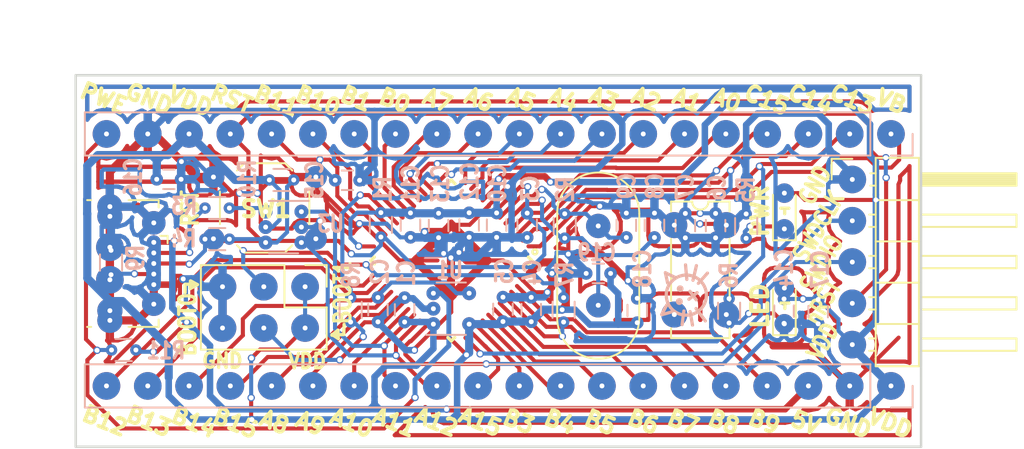
<source format=kicad_pcb>
(kicad_pcb (version 4) (host Gerbview "4.0.7")
  (layers (0 F.Cu signal) (31 B.Cu signal) (34 B.Paste user) (35 F.Paste user) (36 B.SilkS user) (37 F.SilkS user) (38 B.Mask user) (39 F.Mask user) (44 Edge.Cuts user))
  (gr_line (start -12.28 -6.51) (end -11.72 -7.14) (layer B.SilkS) (width 0.2))
  (gr_line (start -12.61 -6.7) (end -12.4 -7.6) (layer B.SilkS) (width 0.2))
  (gr_line (start -12.99 -6.75) (end -13.07 -7.65) (layer B.SilkS) (width 0.2))
  (gr_line (start -12.42 -4.96) (end -11.85 -4.2) (layer B.SilkS) (width 0.2))
  (gr_line (start -12.79 -4.77) (end -12.64 -3.94) (layer B.SilkS) (width 0.2))
  (gr_line (start -13.17 -4.81) (end -13.28 -3.97) (layer B.SilkS) (width 0.2))
  (gr_line (start -12.86 -5.53) (end -12.36 -5.94) (layer B.SilkS) (width 0.2))
  (gr_line (start -12.8 -6.02) (end -12.41 -5.5) (layer B.SilkS) (width 0.2))
  (gr_line (start -14.53 -4.58) (end -13.89 -4.76) (layer B.SilkS) (width 0.2))
  (gr_line (start -14.22 -5.18) (end -14.53 -4.6) (layer B.SilkS) (width 0.2))
  (gr_circle (center -13.4 -6.18) (end -13.29183 -6.18) (layer B.SilkS) (width 0.2))
  (gr_circle (center -13.45 -5.39) (end -13.33686 -5.39) (layer B.SilkS) (width 0.2))
  (gr_line (start -14.17 -6.53) (end -14.31 -7.17) (layer B.SilkS) (width 0.2))
  (gr_line (start -13.7 -6.87) (end -14.29 -7.15) (layer B.SilkS) (width 0.2))
  (gr_circle (center -13.02 -5.78529) (end -11.78529 -5.78529) (layer B.SilkS) (width 0.2))
  (gr_line (start -10.62 -9.710000000000001) (end -10.62 -10.41) (layer B.SilkS) (width 0.12))
  (gr_line (start -11.82 -10.41) (end -11.82 -9.710000000000001) (layer B.SilkS) (width 0.12))
  (gr_line (start -50.02 -14.37) (end -50.02 -17.03) (layer B.SilkS) (width 0.12))
  (gr_line (start -1.7 -14.37) (end -50.02 -14.37) (layer B.SilkS) (width 0.12))
  (gr_line (start -1.7 -17.03) (end -50.02 -17.03) (layer B.SilkS) (width 0.12))
  (gr_line (start -1.7 -14.37) (end -1.7 -17.03) (layer B.SilkS) (width 0.12))
  (gr_line (start -0.43 -14.37) (end 0.9 -14.37) (layer B.SilkS) (width 0.12))
  (gr_line (start 0.9 -14.37) (end 0.9 -15.7) (layer B.SilkS) (width 0.12))
  (gr_line (start -50.02 1.13) (end -50.02 -1.53) (layer B.SilkS) (width 0.12))
  (gr_line (start -1.7 1.13) (end -50.02 1.13) (layer B.SilkS) (width 0.12))
  (gr_line (start -1.7 -1.53) (end -50.02 -1.53) (layer B.SilkS) (width 0.12))
  (gr_line (start -1.7 1.13) (end -1.7 -1.53) (layer B.SilkS) (width 0.12))
  (gr_line (start -0.43 1.13) (end 0.9 1.13) (layer B.SilkS) (width 0.12))
  (gr_line (start 0.9 1.13) (end 0.9 -0.2) (layer B.SilkS) (width 0.12))
  (gr_line (start -47.73 -7.29) (end -47.73 -8.289999999999999) (layer B.SilkS) (width 0.12))
  (gr_line (start -49.09 -8.289999999999999) (end -49.09 -7.29) (layer B.SilkS) (width 0.12))
  (gr_line (start -42.38 -10.46) (end -41.38 -10.46) (layer B.SilkS) (width 0.12))
  (gr_line (start -41.38 -11.82) (end -42.38 -11.82) (layer B.SilkS) (width 0.12))
  (gr_line (start -42.38 -8.550000000000001) (end -41.38 -8.550000000000001) (layer B.SilkS) (width 0.12))
  (gr_line (start -41.38 -9.91) (end -42.38 -9.91) (layer B.SilkS) (width 0.12))
  (gr_line (start -36.9 -8.359999999999999) (end -38.7 -8.359999999999999) (layer B.SilkS) (width 0.12))
  (gr_line (start -38.7 -11.58) (end -36.25 -11.58) (layer B.SilkS) (width 0.12))
  (gr_line (start -38.42 -12.19) (end -37.42 -12.19) (layer B.SilkS) (width 0.12))
  (gr_line (start -37.42 -13.55) (end -38.42 -13.55) (layer B.SilkS) (width 0.12))
  (gr_line (start -31.13 -9.609999999999999) (end -31.13 -10.61) (layer B.SilkS) (width 0.12))
  (gr_line (start -32.49 -10.61) (end -32.49 -9.609999999999999) (layer B.SilkS) (width 0.12))
  (gr_line (start -25.78 -9.75) (end -25.78 -10.45) (layer B.SilkS) (width 0.12))
  (gr_line (start -26.98 -10.45) (end -26.98 -9.75) (layer B.SilkS) (width 0.12))
  (gr_line (start -27.66 -9.720000000000001) (end -27.66 -10.42) (layer B.SilkS) (width 0.12))
  (gr_line (start -28.86 -10.42) (end -28.86 -9.720000000000001) (layer B.SilkS) (width 0.12))
  (gr_line (start -24.09 -9.74) (end -24.09 -10.44) (layer B.SilkS) (width 0.12))
  (gr_line (start -25.29 -10.44) (end -25.29 -9.74) (layer B.SilkS) (width 0.12))
  (gr_line (start -29.39 -9.74) (end -29.39 -10.44) (layer B.SilkS) (width 0.12))
  (gr_line (start -30.59 -10.44) (end -30.59 -9.74) (layer B.SilkS) (width 0.12))
  (gr_line (start -22.21 -9.73) (end -22.21 -10.43) (layer B.SilkS) (width 0.12))
  (gr_line (start -23.41 -10.43) (end -23.41 -9.73) (layer B.SilkS) (width 0.12))
  (gr_line (start -21.18 -10.54) (end -21.18 -9.539999999999999) (layer B.SilkS) (width 0.12))
  (gr_line (start -19.82 -9.539999999999999) (end -19.82 -10.54) (layer B.SilkS) (width 0.12))
  (gr_line (start -17.31 -10.43) (end -17.31 -9.73) (layer B.SilkS) (width 0.12))
  (gr_line (start -16.11 -9.73) (end -16.11 -10.43) (layer B.SilkS) (width 0.12))
  (gr_line (start -15.58 -10.43) (end -15.58 -9.73) (layer B.SilkS) (width 0.12))
  (gr_line (start -14.38 -9.73) (end -14.38 -10.43) (layer B.SilkS) (width 0.12))
  (gr_line (start -12.48 -9.710000000000001) (end -12.48 -10.41) (layer B.SilkS) (width 0.12))
  (gr_line (start -13.68 -10.41) (end -13.68 -9.710000000000001) (layer B.SilkS) (width 0.12))
  (gr_line (start -8.66 -9.529999999999999) (end -8.66 -10.53) (layer B.SilkS) (width 0.12))
  (gr_line (start -10.02 -10.53) (end -10.02 -9.529999999999999) (layer B.SilkS) (width 0.12))
  (gr_line (start -6.41 -4.45) (end -6.41 -5.15) (layer B.SilkS) (width 0.12))
  (gr_line (start -7.61 -5.15) (end -7.61 -4.45) (layer B.SilkS) (width 0.12))
  (gr_line (start -9.710000000000001 -4.32) (end -9.710000000000001 -5.32) (layer B.SilkS) (width 0.12))
  (gr_line (start -11.07 -5.32) (end -11.07 -4.32) (layer B.SilkS) (width 0.12))
  (gr_line (start -19.89 -4.38) (end -19.89 -5.38) (layer B.SilkS) (width 0.12))
  (gr_line (start -21.25 -5.38) (end -21.25 -4.38) (layer B.SilkS) (width 0.12))
  (gr_line (start -23.16 -5.25) (end -23.16 -4.55) (layer B.SilkS) (width 0.12))
  (gr_line (start -21.96 -4.55) (end -21.96 -5.25) (layer B.SilkS) (width 0.12))
  (gr_line (start -24.9 -5.26) (end -24.9 -4.56) (layer B.SilkS) (width 0.12))
  (gr_line (start -23.7 -4.56) (end -23.7 -5.26) (layer B.SilkS) (width 0.12))
  (gr_line (start -28.38 -6.56) (end -26.58 -6.56) (layer B.SilkS) (width 0.12))
  (gr_line (start -26.58 -3.34) (end -29.03 -3.34) (layer B.SilkS) (width 0.12))
  (gr_line (start -30.95 -5.23) (end -30.95 -4.53) (layer B.SilkS) (width 0.12))
  (gr_line (start -29.75 -4.53) (end -29.75 -5.23) (layer B.SilkS) (width 0.12))
  (gr_line (start -31.39 -4.54) (end -31.39 -5.24) (layer B.SilkS) (width 0.12))
  (gr_line (start -32.59 -5.24) (end -32.59 -4.54) (layer B.SilkS) (width 0.12))
  (gr_line (start -32.99 -4.38) (end -32.99 -5.38) (layer B.SilkS) (width 0.12))
  (gr_line (start -34.35 -5.38) (end -34.35 -4.38) (layer B.SilkS) (width 0.12))
  (gr_line (start -34.22 -12.25) (end -33.52 -12.25) (layer B.SilkS) (width 0.12))
  (gr_line (start -33.52 -13.45) (end -34.22 -13.45) (layer B.SilkS) (width 0.12))
  (gr_line (start -44.5 -13.51) (end -45.2 -13.51) (layer B.SilkS) (width 0.12))
  (gr_line (start -45.2 -12.31) (end -44.5 -12.31) (layer B.SilkS) (width 0.12))
  (gr_line (start -4.31 -4.42) (end -4.31 -5.12) (layer B.SilkS) (width 0.12))
  (gr_line (start -5.51 -5.12) (end -5.51 -4.42) (layer B.SilkS) (width 0.12))
  (gr_line (start -16.64 -5.19) (end -16.64 -4.49) (layer B.SilkS) (width 0.12))
  (gr_line (start -15.44 -4.49) (end -15.44 -5.19) (layer B.SilkS) (width 0.12))
  (gr_line (start -18.78 -6.52) (end -18.08 -6.52) (layer B.SilkS) (width 0.12))
  (gr_line (start -18.08 -7.72) (end -18.78 -7.72) (layer B.SilkS) (width 0.12))
  (gr_line (start -47.13 -3.09) (end -48.13 -3.09) (layer B.SilkS) (width 0.12))
  (gr_line (start -48.13 -1.73) (end -47.13 -1.73) (layer B.SilkS) (width 0.12))
  (gr_line (start -10.77286 -12.52333) (end -10.72524 -12.56143) (layer B.SilkS) (width 0.2))
  (gr_line (start -10.72524 -12.56143) (end -10.67762 -12.67571) (layer B.SilkS) (width 0.2))
  (gr_line (start -10.67762 -12.67571) (end -10.67762 -12.7519) (layer B.SilkS) (width 0.2))
  (gr_line (start -10.67762 -12.7519) (end -10.72524 -12.86619) (layer B.SilkS) (width 0.2))
  (gr_line (start -10.72524 -12.86619) (end -10.82048 -12.94238) (layer B.SilkS) (width 0.2))
  (gr_line (start -10.82048 -12.94238) (end -10.91571 -12.98048) (layer B.SilkS) (width 0.2))
  (gr_line (start -10.91571 -12.98048) (end -11.10619 -13.01857) (layer B.SilkS) (width 0.2))
  (gr_line (start -11.10619 -13.01857) (end -11.24905 -13.01857) (layer B.SilkS) (width 0.2))
  (gr_line (start -11.24905 -13.01857) (end -11.43952 -12.98048) (layer B.SilkS) (width 0.2))
  (gr_line (start -11.43952 -12.98048) (end -11.53476 -12.94238) (layer B.SilkS) (width 0.2))
  (gr_line (start -11.53476 -12.94238) (end -11.63 -12.86619) (layer B.SilkS) (width 0.2))
  (gr_line (start -11.63 -12.86619) (end -11.67762 -12.7519) (layer B.SilkS) (width 0.2))
  (gr_line (start -11.67762 -12.7519) (end -11.67762 -12.67571) (layer B.SilkS) (width 0.2))
  (gr_line (start -11.67762 -12.67571) (end -11.63 -12.56143) (layer B.SilkS) (width 0.2))
  (gr_line (start -11.63 -12.56143) (end -11.58238 -12.52333) (layer B.SilkS) (width 0.2))
  (gr_line (start -11.67762 -11.83762) (end -11.67762 -11.99) (layer B.SilkS) (width 0.2))
  (gr_line (start -11.67762 -11.99) (end -11.63 -12.06619) (layer B.SilkS) (width 0.2))
  (gr_line (start -11.63 -12.06619) (end -11.58238 -12.10429) (layer B.SilkS) (width 0.2))
  (gr_line (start -11.58238 -12.10429) (end -11.43952 -12.18048) (layer B.SilkS) (width 0.2))
  (gr_line (start -11.43952 -12.18048) (end -11.24905 -12.21857) (layer B.SilkS) (width 0.2))
  (gr_line (start -11.24905 -12.21857) (end -10.8681 -12.21857) (layer B.SilkS) (width 0.2))
  (gr_line (start -10.8681 -12.21857) (end -10.77286 -12.18048) (layer B.SilkS) (width 0.2))
  (gr_line (start -10.77286 -12.18048) (end -10.72524 -12.14238) (layer B.SilkS) (width 0.2))
  (gr_line (start -10.72524 -12.14238) (end -10.67762 -12.06619) (layer B.SilkS) (width 0.2))
  (gr_line (start -10.67762 -12.06619) (end -10.67762 -11.91381) (layer B.SilkS) (width 0.2))
  (gr_line (start -10.67762 -11.91381) (end -10.72524 -11.83762) (layer B.SilkS) (width 0.2))
  (gr_line (start -10.72524 -11.83762) (end -10.77286 -11.79952) (layer B.SilkS) (width 0.2))
  (gr_line (start -10.77286 -11.79952) (end -10.8681 -11.76143) (layer B.SilkS) (width 0.2))
  (gr_line (start -10.8681 -11.76143) (end -11.10619 -11.76143) (layer B.SilkS) (width 0.2))
  (gr_line (start -11.10619 -11.76143) (end -11.20143 -11.79952) (layer B.SilkS) (width 0.2))
  (gr_line (start -11.20143 -11.79952) (end -11.24905 -11.83762) (layer B.SilkS) (width 0.2))
  (gr_line (start -11.24905 -11.83762) (end -11.29667 -11.91381) (layer B.SilkS) (width 0.2))
  (gr_line (start -11.29667 -11.91381) (end -11.29667 -12.06619) (layer B.SilkS) (width 0.2))
  (gr_line (start -11.29667 -12.06619) (end -11.24905 -12.14238) (layer B.SilkS) (width 0.2))
  (gr_line (start -11.24905 -12.14238) (end -11.20143 -12.18048) (layer B.SilkS) (width 0.2))
  (gr_line (start -11.20143 -12.18048) (end -11.10619 -12.21857) (layer B.SilkS) (width 0.2))
  (gr_line (start -46.44762 -8.203329999999999) (end -46.92381 -8.470000000000001) (layer B.SilkS) (width 0.2))
  (gr_line (start -46.44762 -8.66048) (end -47.44762 -8.66048) (layer B.SilkS) (width 0.2))
  (gr_line (start -47.44762 -8.66048) (end -47.44762 -8.35571) (layer B.SilkS) (width 0.2))
  (gr_line (start -47.44762 -8.35571) (end -47.4 -8.27952) (layer B.SilkS) (width 0.2))
  (gr_line (start -47.4 -8.27952) (end -47.35238 -8.241429999999999) (layer B.SilkS) (width 0.2))
  (gr_line (start -47.35238 -8.241429999999999) (end -47.25714 -8.203329999999999) (layer B.SilkS) (width 0.2))
  (gr_line (start -47.25714 -8.203329999999999) (end -47.11429 -8.203329999999999) (layer B.SilkS) (width 0.2))
  (gr_line (start -47.11429 -8.203329999999999) (end -47.01905 -8.241429999999999) (layer B.SilkS) (width 0.2))
  (gr_line (start -47.01905 -8.241429999999999) (end -46.97143 -8.27952) (layer B.SilkS) (width 0.2))
  (gr_line (start -46.97143 -8.27952) (end -46.92381 -8.35571) (layer B.SilkS) (width 0.2))
  (gr_line (start -46.92381 -8.35571) (end -46.92381 -8.66048) (layer B.SilkS) (width 0.2))
  (gr_line (start -46.44762 -7.82238) (end -46.44762 -7.67) (layer B.SilkS) (width 0.2))
  (gr_line (start -46.44762 -7.67) (end -46.49524 -7.59381) (layer B.SilkS) (width 0.2))
  (gr_line (start -46.49524 -7.59381) (end -46.54286 -7.55571) (layer B.SilkS) (width 0.2))
  (gr_line (start -46.54286 -7.55571) (end -46.68571 -7.47952) (layer B.SilkS) (width 0.2))
  (gr_line (start -46.68571 -7.47952) (end -46.87619 -7.44143) (layer B.SilkS) (width 0.2))
  (gr_line (start -46.87619 -7.44143) (end -47.25714 -7.44143) (layer B.SilkS) (width 0.2))
  (gr_line (start -47.25714 -7.44143) (end -47.35238 -7.47952) (layer B.SilkS) (width 0.2))
  (gr_line (start -47.35238 -7.47952) (end -47.4 -7.51762) (layer B.SilkS) (width 0.2))
  (gr_line (start -47.4 -7.51762) (end -47.44762 -7.59381) (layer B.SilkS) (width 0.2))
  (gr_line (start -47.44762 -7.59381) (end -47.44762 -7.74619) (layer B.SilkS) (width 0.2))
  (gr_line (start -47.44762 -7.74619) (end -47.4 -7.82238) (layer B.SilkS) (width 0.2))
  (gr_line (start -47.4 -7.82238) (end -47.35238 -7.86048) (layer B.SilkS) (width 0.2))
  (gr_line (start -47.35238 -7.86048) (end -47.25714 -7.89857) (layer B.SilkS) (width 0.2))
  (gr_line (start -47.25714 -7.89857) (end -47.01905 -7.89857) (layer B.SilkS) (width 0.2))
  (gr_line (start -47.01905 -7.89857) (end -46.92381 -7.86048) (layer B.SilkS) (width 0.2))
  (gr_line (start -46.92381 -7.86048) (end -46.87619 -7.82238) (layer B.SilkS) (width 0.2))
  (gr_line (start -46.87619 -7.82238) (end -46.82857 -7.74619) (layer B.SilkS) (width 0.2))
  (gr_line (start -46.82857 -7.74619) (end -46.82857 -7.59381) (layer B.SilkS) (width 0.2))
  (gr_line (start -46.82857 -7.59381) (end -46.87619 -7.51762) (layer B.SilkS) (width 0.2))
  (gr_line (start -46.87619 -7.51762) (end -46.92381 -7.47952) (layer B.SilkS) (width 0.2))
  (gr_line (start -46.92381 -7.47952) (end -47.01905 -7.44143) (layer B.SilkS) (width 0.2))
  (gr_line (start -43.77667 -10.80762) (end -43.51 -11.28381) (layer B.SilkS) (width 0.2))
  (gr_line (start -43.31952 -10.80762) (end -43.31952 -11.80762) (layer B.SilkS) (width 0.2))
  (gr_line (start -43.31952 -11.80762) (end -43.62429 -11.80762) (layer B.SilkS) (width 0.2))
  (gr_line (start -43.62429 -11.80762) (end -43.70048 -11.76) (layer B.SilkS) (width 0.2))
  (gr_line (start -43.70048 -11.76) (end -43.73857 -11.71238) (layer B.SilkS) (width 0.2))
  (gr_line (start -43.73857 -11.71238) (end -43.77667 -11.61714) (layer B.SilkS) (width 0.2))
  (gr_line (start -43.77667 -11.61714) (end -43.77667 -11.47429) (layer B.SilkS) (width 0.2))
  (gr_line (start -43.77667 -11.47429) (end -43.73857 -11.37905) (layer B.SilkS) (width 0.2))
  (gr_line (start -43.73857 -11.37905) (end -43.70048 -11.33143) (layer B.SilkS) (width 0.2))
  (gr_line (start -43.70048 -11.33143) (end -43.62429 -11.28381) (layer B.SilkS) (width 0.2))
  (gr_line (start -43.62429 -11.28381) (end -43.31952 -11.28381) (layer B.SilkS) (width 0.2))
  (gr_line (start -44.04333 -11.80762) (end -44.53857 -11.80762) (layer B.SilkS) (width 0.2))
  (gr_line (start -44.53857 -11.80762) (end -44.27191 -11.42667) (layer B.SilkS) (width 0.2))
  (gr_line (start -44.27191 -11.42667) (end -44.38619 -11.42667) (layer B.SilkS) (width 0.2))
  (gr_line (start -44.38619 -11.42667) (end -44.46238 -11.37905) (layer B.SilkS) (width 0.2))
  (gr_line (start -44.46238 -11.37905) (end -44.50048 -11.33143) (layer B.SilkS) (width 0.2))
  (gr_line (start -44.50048 -11.33143) (end -44.53857 -11.23619) (layer B.SilkS) (width 0.2))
  (gr_line (start -44.53857 -11.23619) (end -44.53857 -10.9981) (layer B.SilkS) (width 0.2))
  (gr_line (start -44.53857 -10.9981) (end -44.50048 -10.90286) (layer B.SilkS) (width 0.2))
  (gr_line (start -44.50048 -10.90286) (end -44.46238 -10.85524) (layer B.SilkS) (width 0.2))
  (gr_line (start -44.46238 -10.85524) (end -44.38619 -10.80762) (layer B.SilkS) (width 0.2))
  (gr_line (start -44.38619 -10.80762) (end -44.15762 -10.80762) (layer B.SilkS) (width 0.2))
  (gr_line (start -44.15762 -10.80762) (end -44.08143 -10.85524) (layer B.SilkS) (width 0.2))
  (gr_line (start -44.08143 -10.85524) (end -44.04333 -10.90286) (layer B.SilkS) (width 0.2))
  (gr_line (start -43.82667 -8.80762) (end -43.56 -9.283810000000001) (layer B.SilkS) (width 0.2))
  (gr_line (start -43.36952 -8.80762) (end -43.36952 -9.80762) (layer B.SilkS) (width 0.2))
  (gr_line (start -43.36952 -9.80762) (end -43.67429 -9.80762) (layer B.SilkS) (width 0.2))
  (gr_line (start -43.67429 -9.80762) (end -43.75048 -9.76) (layer B.SilkS) (width 0.2))
  (gr_line (start -43.75048 -9.76) (end -43.78857 -9.71238) (layer B.SilkS) (width 0.2))
  (gr_line (start -43.78857 -9.71238) (end -43.82667 -9.617139999999999) (layer B.SilkS) (width 0.2))
  (gr_line (start -43.82667 -9.617139999999999) (end -43.82667 -9.47429) (layer B.SilkS) (width 0.2))
  (gr_line (start -43.82667 -9.47429) (end -43.78857 -9.379049999999999) (layer B.SilkS) (width 0.2))
  (gr_line (start -43.78857 -9.379049999999999) (end -43.75048 -9.331429999999999) (layer B.SilkS) (width 0.2))
  (gr_line (start -43.75048 -9.331429999999999) (end -43.67429 -9.283810000000001) (layer B.SilkS) (width 0.2))
  (gr_line (start -43.67429 -9.283810000000001) (end -43.36952 -9.283810000000001) (layer B.SilkS) (width 0.2))
  (gr_line (start -44.51238 -9.47429) (end -44.51238 -8.80762) (layer B.SilkS) (width 0.2))
  (gr_line (start -44.32191 -9.85524) (end -44.13143 -9.14095) (layer B.SilkS) (width 0.2))
  (gr_line (start -44.13143 -9.14095) (end -44.62667 -9.14095) (layer B.SilkS) (width 0.2))
  (gr_line (start -34.29048 -10.71762) (end -34.29048 -9.908099999999999) (layer B.SilkS) (width 0.2))
  (gr_line (start -34.29048 -9.908099999999999) (end -34.32857 -9.812860000000001) (layer B.SilkS) (width 0.2))
  (gr_line (start -34.32857 -9.812860000000001) (end -34.36667 -9.76524) (layer B.SilkS) (width 0.2))
  (gr_line (start -34.36667 -9.76524) (end -34.44286 -9.71762) (layer B.SilkS) (width 0.2))
  (gr_line (start -34.44286 -9.71762) (end -34.59524 -9.71762) (layer B.SilkS) (width 0.2))
  (gr_line (start -34.59524 -9.71762) (end -34.67143 -9.76524) (layer B.SilkS) (width 0.2))
  (gr_line (start -34.67143 -9.76524) (end -34.70952 -9.812860000000001) (layer B.SilkS) (width 0.2))
  (gr_line (start -34.70952 -9.812860000000001) (end -34.74762 -9.908099999999999) (layer B.SilkS) (width 0.2))
  (gr_line (start -34.74762 -9.908099999999999) (end -34.74762 -10.71762) (layer B.SilkS) (width 0.2))
  (gr_line (start -35.05238 -10.71762) (end -35.54762 -10.71762) (layer B.SilkS) (width 0.2))
  (gr_line (start -35.54762 -10.71762) (end -35.28095 -10.33667) (layer B.SilkS) (width 0.2))
  (gr_line (start -35.28095 -10.33667) (end -35.39524 -10.33667) (layer B.SilkS) (width 0.2))
  (gr_line (start -35.39524 -10.33667) (end -35.47143 -10.28905) (layer B.SilkS) (width 0.2))
  (gr_line (start -35.47143 -10.28905) (end -35.50952 -10.24143) (layer B.SilkS) (width 0.2))
  (gr_line (start -35.50952 -10.24143) (end -35.54762 -10.14619) (layer B.SilkS) (width 0.2))
  (gr_line (start -35.54762 -10.14619) (end -35.54762 -9.908099999999999) (layer B.SilkS) (width 0.2))
  (gr_line (start -35.54762 -9.908099999999999) (end -35.50952 -9.812860000000001) (layer B.SilkS) (width 0.2))
  (gr_line (start -35.50952 -9.812860000000001) (end -35.47143 -9.76524) (layer B.SilkS) (width 0.2))
  (gr_line (start -35.47143 -9.76524) (end -35.39524 -9.71762) (layer B.SilkS) (width 0.2))
  (gr_line (start -35.39524 -9.71762) (end -35.16667 -9.71762) (layer B.SilkS) (width 0.2))
  (gr_line (start -35.16667 -9.71762) (end -35.09048 -9.76524) (layer B.SilkS) (width 0.2))
  (gr_line (start -35.09048 -9.76524) (end -35.05238 -9.812860000000001) (layer B.SilkS) (width 0.2))
  (gr_line (start -39.57762 -13.45429) (end -40.05381 -13.72095) (layer B.SilkS) (width 0.2))
  (gr_line (start -39.57762 -13.91143) (end -40.57762 -13.91143) (layer B.SilkS) (width 0.2))
  (gr_line (start -40.57762 -13.91143) (end -40.57762 -13.60667) (layer B.SilkS) (width 0.2))
  (gr_line (start -40.57762 -13.60667) (end -40.53 -13.53048) (layer B.SilkS) (width 0.2))
  (gr_line (start -40.53 -13.53048) (end -40.48238 -13.49238) (layer B.SilkS) (width 0.2))
  (gr_line (start -40.48238 -13.49238) (end -40.38714 -13.45429) (layer B.SilkS) (width 0.2))
  (gr_line (start -40.38714 -13.45429) (end -40.24429 -13.45429) (layer B.SilkS) (width 0.2))
  (gr_line (start -40.24429 -13.45429) (end -40.14905 -13.49238) (layer B.SilkS) (width 0.2))
  (gr_line (start -40.14905 -13.49238) (end -40.10143 -13.53048) (layer B.SilkS) (width 0.2))
  (gr_line (start -40.10143 -13.53048) (end -40.05381 -13.60667) (layer B.SilkS) (width 0.2))
  (gr_line (start -40.05381 -13.60667) (end -40.05381 -13.91143) (layer B.SilkS) (width 0.2))
  (gr_line (start -39.57762 -12.69238) (end -39.57762 -13.14952) (layer B.SilkS) (width 0.2))
  (gr_line (start -39.57762 -12.92095) (end -40.57762 -12.92095) (layer B.SilkS) (width 0.2))
  (gr_line (start -40.57762 -12.92095) (end -40.43476 -12.99714) (layer B.SilkS) (width 0.2))
  (gr_line (start -40.43476 -12.99714) (end -40.33952 -13.07333) (layer B.SilkS) (width 0.2))
  (gr_line (start -40.33952 -13.07333) (end -40.29191 -13.14952) (layer B.SilkS) (width 0.2))
  (gr_line (start -40.57762 -12.19714) (end -40.57762 -12.12095) (layer B.SilkS) (width 0.2))
  (gr_line (start -40.57762 -12.12095) (end -40.53 -12.04476) (layer B.SilkS) (width 0.2))
  (gr_line (start -40.53 -12.04476) (end -40.48238 -12.00667) (layer B.SilkS) (width 0.2))
  (gr_line (start -40.48238 -12.00667) (end -40.38714 -11.96857) (layer B.SilkS) (width 0.2))
  (gr_line (start -40.38714 -11.96857) (end -40.19667 -11.93048) (layer B.SilkS) (width 0.2))
  (gr_line (start -40.19667 -11.93048) (end -39.95857 -11.93048) (layer B.SilkS) (width 0.2))
  (gr_line (start -39.95857 -11.93048) (end -39.7681 -11.96857) (layer B.SilkS) (width 0.2))
  (gr_line (start -39.7681 -11.96857) (end -39.67286 -12.00667) (layer B.SilkS) (width 0.2))
  (gr_line (start -39.67286 -12.00667) (end -39.62524 -12.04476) (layer B.SilkS) (width 0.2))
  (gr_line (start -39.62524 -12.04476) (end -39.57762 -12.12095) (layer B.SilkS) (width 0.2))
  (gr_line (start -39.57762 -12.12095) (end -39.57762 -12.19714) (layer B.SilkS) (width 0.2))
  (gr_line (start -39.57762 -12.19714) (end -39.62524 -12.27333) (layer B.SilkS) (width 0.2))
  (gr_line (start -39.62524 -12.27333) (end -39.67286 -12.31143) (layer B.SilkS) (width 0.2))
  (gr_line (start -39.67286 -12.31143) (end -39.7681 -12.34952) (layer B.SilkS) (width 0.2))
  (gr_line (start -39.7681 -12.34952) (end -39.95857 -12.38762) (layer B.SilkS) (width 0.2))
  (gr_line (start -39.95857 -12.38762) (end -40.19667 -12.38762) (layer B.SilkS) (width 0.2))
  (gr_line (start -40.19667 -12.38762) (end -40.38714 -12.34952) (layer B.SilkS) (width 0.2))
  (gr_line (start -40.38714 -12.34952) (end -40.48238 -12.31143) (layer B.SilkS) (width 0.2))
  (gr_line (start -40.48238 -12.31143) (end -40.53 -12.27333) (layer B.SilkS) (width 0.2))
  (gr_line (start -40.53 -12.27333) (end -40.57762 -12.19714) (layer B.SilkS) (width 0.2))
  (gr_line (start -31.23762 -12.43333) (end -31.71381 -12.7) (layer B.SilkS) (width 0.2))
  (gr_line (start -31.23762 -12.89048) (end -32.23762 -12.89048) (layer B.SilkS) (width 0.2))
  (gr_line (start -32.23762 -12.89048) (end -32.23762 -12.58571) (layer B.SilkS) (width 0.2))
  (gr_line (start -32.23762 -12.58571) (end -32.19 -12.50952) (layer B.SilkS) (width 0.2))
  (gr_line (start -32.19 -12.50952) (end -32.14238 -12.47143) (layer B.SilkS) (width 0.2))
  (gr_line (start -32.14238 -12.47143) (end -32.04714 -12.43333) (layer B.SilkS) (width 0.2))
  (gr_line (start -32.04714 -12.43333) (end -31.90429 -12.43333) (layer B.SilkS) (width 0.2))
  (gr_line (start -31.90429 -12.43333) (end -31.80905 -12.47143) (layer B.SilkS) (width 0.2))
  (gr_line (start -31.80905 -12.47143) (end -31.76143 -12.50952) (layer B.SilkS) (width 0.2))
  (gr_line (start -31.76143 -12.50952) (end -31.71381 -12.58571) (layer B.SilkS) (width 0.2))
  (gr_line (start -31.71381 -12.58571) (end -31.71381 -12.89048) (layer B.SilkS) (width 0.2))
  (gr_line (start -31.23762 -11.67143) (end -31.23762 -12.12857) (layer B.SilkS) (width 0.2))
  (gr_line (start -31.23762 -11.9) (end -32.23762 -11.9) (layer B.SilkS) (width 0.2))
  (gr_line (start -32.23762 -11.9) (end -32.09476 -11.97619) (layer B.SilkS) (width 0.2))
  (gr_line (start -32.09476 -11.97619) (end -31.99952 -12.05238) (layer B.SilkS) (width 0.2))
  (gr_line (start -31.99952 -12.05238) (end -31.95191 -12.12857) (layer B.SilkS) (width 0.2))
  (gr_line (start -25.98286 -13.29429) (end -25.93524 -13.33238) (layer B.SilkS) (width 0.2))
  (gr_line (start -25.93524 -13.33238) (end -25.88762 -13.44667) (layer B.SilkS) (width 0.2))
  (gr_line (start -25.88762 -13.44667) (end -25.88762 -13.52286) (layer B.SilkS) (width 0.2))
  (gr_line (start -25.88762 -13.52286) (end -25.93524 -13.63714) (layer B.SilkS) (width 0.2))
  (gr_line (start -25.93524 -13.63714) (end -26.03048 -13.71333) (layer B.SilkS) (width 0.2))
  (gr_line (start -26.03048 -13.71333) (end -26.12571 -13.75143) (layer B.SilkS) (width 0.2))
  (gr_line (start -26.12571 -13.75143) (end -26.31619 -13.78952) (layer B.SilkS) (width 0.2))
  (gr_line (start -26.31619 -13.78952) (end -26.45905 -13.78952) (layer B.SilkS) (width 0.2))
  (gr_line (start -26.45905 -13.78952) (end -26.64952 -13.75143) (layer B.SilkS) (width 0.2))
  (gr_line (start -26.64952 -13.75143) (end -26.74476 -13.71333) (layer B.SilkS) (width 0.2))
  (gr_line (start -26.74476 -13.71333) (end -26.84 -13.63714) (layer B.SilkS) (width 0.2))
  (gr_line (start -26.84 -13.63714) (end -26.88762 -13.52286) (layer B.SilkS) (width 0.2))
  (gr_line (start -26.88762 -13.52286) (end -26.88762 -13.44667) (layer B.SilkS) (width 0.2))
  (gr_line (start -26.88762 -13.44667) (end -26.84 -13.33238) (layer B.SilkS) (width 0.2))
  (gr_line (start -26.84 -13.33238) (end -26.79238 -13.29429) (layer B.SilkS) (width 0.2))
  (gr_line (start -25.88762 -12.53238) (end -25.88762 -12.98952) (layer B.SilkS) (width 0.2))
  (gr_line (start -25.88762 -12.76095) (end -26.88762 -12.76095) (layer B.SilkS) (width 0.2))
  (gr_line (start -26.88762 -12.76095) (end -26.74476 -12.83714) (layer B.SilkS) (width 0.2))
  (gr_line (start -26.74476 -12.83714) (end -26.64952 -12.91333) (layer B.SilkS) (width 0.2))
  (gr_line (start -26.64952 -12.91333) (end -26.60191 -12.98952) (layer B.SilkS) (width 0.2))
  (gr_line (start -26.79238 -12.22762) (end -26.84 -12.18952) (layer B.SilkS) (width 0.2))
  (gr_line (start -26.84 -12.18952) (end -26.88762 -12.11333) (layer B.SilkS) (width 0.2))
  (gr_line (start -26.88762 -12.11333) (end -26.88762 -11.92286) (layer B.SilkS) (width 0.2))
  (gr_line (start -26.88762 -11.92286) (end -26.84 -11.84667) (layer B.SilkS) (width 0.2))
  (gr_line (start -26.84 -11.84667) (end -26.79238 -11.80857) (layer B.SilkS) (width 0.2))
  (gr_line (start -26.79238 -11.80857) (end -26.69714 -11.77048) (layer B.SilkS) (width 0.2))
  (gr_line (start -26.69714 -11.77048) (end -26.60191 -11.77048) (layer B.SilkS) (width 0.2))
  (gr_line (start -26.60191 -11.77048) (end -26.45905 -11.80857) (layer B.SilkS) (width 0.2))
  (gr_line (start -26.45905 -11.80857) (end -25.88762 -12.26571) (layer B.SilkS) (width 0.2))
  (gr_line (start -25.88762 -12.26571) (end -25.88762 -11.77048) (layer B.SilkS) (width 0.2))
  (gr_line (start -27.79286 -13.16429) (end -27.74524 -13.20238) (layer B.SilkS) (width 0.2))
  (gr_line (start -27.74524 -13.20238) (end -27.69762 -13.31667) (layer B.SilkS) (width 0.2))
  (gr_line (start -27.69762 -13.31667) (end -27.69762 -13.39286) (layer B.SilkS) (width 0.2))
  (gr_line (start -27.69762 -13.39286) (end -27.74524 -13.50714) (layer B.SilkS) (width 0.2))
  (gr_line (start -27.74524 -13.50714) (end -27.84048 -13.58333) (layer B.SilkS) (width 0.2))
  (gr_line (start -27.84048 -13.58333) (end -27.93571 -13.62143) (layer B.SilkS) (width 0.2))
  (gr_line (start -27.93571 -13.62143) (end -28.12619 -13.65952) (layer B.SilkS) (width 0.2))
  (gr_line (start -28.12619 -13.65952) (end -28.26905 -13.65952) (layer B.SilkS) (width 0.2))
  (gr_line (start -28.26905 -13.65952) (end -28.45952 -13.62143) (layer B.SilkS) (width 0.2))
  (gr_line (start -28.45952 -13.62143) (end -28.55476 -13.58333) (layer B.SilkS) (width 0.2))
  (gr_line (start -28.55476 -13.58333) (end -28.65 -13.50714) (layer B.SilkS) (width 0.2))
  (gr_line (start -28.65 -13.50714) (end -28.69762 -13.39286) (layer B.SilkS) (width 0.2))
  (gr_line (start -28.69762 -13.39286) (end -28.69762 -13.31667) (layer B.SilkS) (width 0.2))
  (gr_line (start -28.69762 -13.31667) (end -28.65 -13.20238) (layer B.SilkS) (width 0.2))
  (gr_line (start -28.65 -13.20238) (end -28.60238 -13.16429) (layer B.SilkS) (width 0.2))
  (gr_line (start -27.69762 -12.40238) (end -27.69762 -12.85952) (layer B.SilkS) (width 0.2))
  (gr_line (start -27.69762 -12.63095) (end -28.69762 -12.63095) (layer B.SilkS) (width 0.2))
  (gr_line (start -28.69762 -12.63095) (end -28.55476 -12.70714) (layer B.SilkS) (width 0.2))
  (gr_line (start -28.55476 -12.70714) (end -28.45952 -12.78333) (layer B.SilkS) (width 0.2))
  (gr_line (start -28.45952 -12.78333) (end -28.41191 -12.85952) (layer B.SilkS) (width 0.2))
  (gr_line (start -28.69762 -12.13571) (end -28.69762 -11.64048) (layer B.SilkS) (width 0.2))
  (gr_line (start -28.69762 -11.64048) (end -28.31667 -11.90714) (layer B.SilkS) (width 0.2))
  (gr_line (start -28.31667 -11.90714) (end -28.31667 -11.79286) (layer B.SilkS) (width 0.2))
  (gr_line (start -28.31667 -11.79286) (end -28.26905 -11.71667) (layer B.SilkS) (width 0.2))
  (gr_line (start -28.26905 -11.71667) (end -28.22143 -11.67857) (layer B.SilkS) (width 0.2))
  (gr_line (start -28.22143 -11.67857) (end -28.12619 -11.64048) (layer B.SilkS) (width 0.2))
  (gr_line (start -28.12619 -11.64048) (end -27.8881 -11.64048) (layer B.SilkS) (width 0.2))
  (gr_line (start -27.8881 -11.64048) (end -27.79286 -11.67857) (layer B.SilkS) (width 0.2))
  (gr_line (start -27.79286 -11.67857) (end -27.74524 -11.71667) (layer B.SilkS) (width 0.2))
  (gr_line (start -27.74524 -11.71667) (end -27.69762 -11.79286) (layer B.SilkS) (width 0.2))
  (gr_line (start -27.69762 -11.79286) (end -27.69762 -12.02143) (layer B.SilkS) (width 0.2))
  (gr_line (start -27.69762 -12.02143) (end -27.74524 -12.09762) (layer B.SilkS) (width 0.2))
  (gr_line (start -27.74524 -12.09762) (end -27.79286 -12.13571) (layer B.SilkS) (width 0.2))
  (gr_line (start -24.28286 -13.18429) (end -24.23524 -13.22238) (layer B.SilkS) (width 0.2))
  (gr_line (start -24.23524 -13.22238) (end -24.18762 -13.33667) (layer B.SilkS) (width 0.2))
  (gr_line (start -24.18762 -13.33667) (end -24.18762 -13.41286) (layer B.SilkS) (width 0.2))
  (gr_line (start -24.18762 -13.41286) (end -24.23524 -13.52714) (layer B.SilkS) (width 0.2))
  (gr_line (start -24.23524 -13.52714) (end -24.33048 -13.60333) (layer B.SilkS) (width 0.2))
  (gr_line (start -24.33048 -13.60333) (end -24.42571 -13.64143) (layer B.SilkS) (width 0.2))
  (gr_line (start -24.42571 -13.64143) (end -24.61619 -13.67952) (layer B.SilkS) (width 0.2))
  (gr_line (start -24.61619 -13.67952) (end -24.75905 -13.67952) (layer B.SilkS) (width 0.2))
  (gr_line (start -24.75905 -13.67952) (end -24.94952 -13.64143) (layer B.SilkS) (width 0.2))
  (gr_line (start -24.94952 -13.64143) (end -25.04476 -13.60333) (layer B.SilkS) (width 0.2))
  (gr_line (start -25.04476 -13.60333) (end -25.14 -13.52714) (layer B.SilkS) (width 0.2))
  (gr_line (start -25.14 -13.52714) (end -25.18762 -13.41286) (layer B.SilkS) (width 0.2))
  (gr_line (start -25.18762 -13.41286) (end -25.18762 -13.33667) (layer B.SilkS) (width 0.2))
  (gr_line (start -25.18762 -13.33667) (end -25.14 -13.22238) (layer B.SilkS) (width 0.2))
  (gr_line (start -25.14 -13.22238) (end -25.09238 -13.18429) (layer B.SilkS) (width 0.2))
  (gr_line (start -24.18762 -12.42238) (end -24.18762 -12.87952) (layer B.SilkS) (width 0.2))
  (gr_line (start -24.18762 -12.65095) (end -25.18762 -12.65095) (layer B.SilkS) (width 0.2))
  (gr_line (start -25.18762 -12.65095) (end -25.04476 -12.72714) (layer B.SilkS) (width 0.2))
  (gr_line (start -25.04476 -12.72714) (end -24.94952 -12.80333) (layer B.SilkS) (width 0.2))
  (gr_line (start -24.94952 -12.80333) (end -24.90191 -12.87952) (layer B.SilkS) (width 0.2))
  (gr_line (start -25.18762 -11.92714) (end -25.18762 -11.85095) (layer B.SilkS) (width 0.2))
  (gr_line (start -25.18762 -11.85095) (end -25.14 -11.77476) (layer B.SilkS) (width 0.2))
  (gr_line (start -25.14 -11.77476) (end -25.09238 -11.73667) (layer B.SilkS) (width 0.2))
  (gr_line (start -25.09238 -11.73667) (end -24.99714 -11.69857) (layer B.SilkS) (width 0.2))
  (gr_line (start -24.99714 -11.69857) (end -24.80667 -11.66048) (layer B.SilkS) (width 0.2))
  (gr_line (start -24.80667 -11.66048) (end -24.56857 -11.66048) (layer B.SilkS) (width 0.2))
  (gr_line (start -24.56857 -11.66048) (end -24.3781 -11.69857) (layer B.SilkS) (width 0.2))
  (gr_line (start -24.3781 -11.69857) (end -24.28286 -11.73667) (layer B.SilkS) (width 0.2))
  (gr_line (start -24.28286 -11.73667) (end -24.23524 -11.77476) (layer B.SilkS) (width 0.2))
  (gr_line (start -24.23524 -11.77476) (end -24.18762 -11.85095) (layer B.SilkS) (width 0.2))
  (gr_line (start -24.18762 -11.85095) (end -24.18762 -11.92714) (layer B.SilkS) (width 0.2))
  (gr_line (start -24.18762 -11.92714) (end -24.23524 -12.00333) (layer B.SilkS) (width 0.2))
  (gr_line (start -24.23524 -12.00333) (end -24.28286 -12.04143) (layer B.SilkS) (width 0.2))
  (gr_line (start -24.28286 -12.04143) (end -24.3781 -12.07952) (layer B.SilkS) (width 0.2))
  (gr_line (start -24.3781 -12.07952) (end -24.56857 -12.11762) (layer B.SilkS) (width 0.2))
  (gr_line (start -24.56857 -12.11762) (end -24.80667 -12.11762) (layer B.SilkS) (width 0.2))
  (gr_line (start -24.80667 -12.11762) (end -24.99714 -12.07952) (layer B.SilkS) (width 0.2))
  (gr_line (start -24.99714 -12.07952) (end -25.09238 -12.04143) (layer B.SilkS) (width 0.2))
  (gr_line (start -25.09238 -12.04143) (end -25.14 -12.00333) (layer B.SilkS) (width 0.2))
  (gr_line (start -25.14 -12.00333) (end -25.18762 -11.92714) (layer B.SilkS) (width 0.2))
  (gr_line (start -29.61286 -13.13429) (end -29.56524 -13.17238) (layer B.SilkS) (width 0.2))
  (gr_line (start -29.56524 -13.17238) (end -29.51762 -13.28667) (layer B.SilkS) (width 0.2))
  (gr_line (start -29.51762 -13.28667) (end -29.51762 -13.36286) (layer B.SilkS) (width 0.2))
  (gr_line (start -29.51762 -13.36286) (end -29.56524 -13.47714) (layer B.SilkS) (width 0.2))
  (gr_line (start -29.56524 -13.47714) (end -29.66048 -13.55333) (layer B.SilkS) (width 0.2))
  (gr_line (start -29.66048 -13.55333) (end -29.75571 -13.59143) (layer B.SilkS) (width 0.2))
  (gr_line (start -29.75571 -13.59143) (end -29.94619 -13.62952) (layer B.SilkS) (width 0.2))
  (gr_line (start -29.94619 -13.62952) (end -30.08905 -13.62952) (layer B.SilkS) (width 0.2))
  (gr_line (start -30.08905 -13.62952) (end -30.27952 -13.59143) (layer B.SilkS) (width 0.2))
  (gr_line (start -30.27952 -13.59143) (end -30.37476 -13.55333) (layer B.SilkS) (width 0.2))
  (gr_line (start -30.37476 -13.55333) (end -30.47 -13.47714) (layer B.SilkS) (width 0.2))
  (gr_line (start -30.47 -13.47714) (end -30.51762 -13.36286) (layer B.SilkS) (width 0.2))
  (gr_line (start -30.51762 -13.36286) (end -30.51762 -13.28667) (layer B.SilkS) (width 0.2))
  (gr_line (start -30.51762 -13.28667) (end -30.47 -13.17238) (layer B.SilkS) (width 0.2))
  (gr_line (start -30.47 -13.17238) (end -30.42238 -13.13429) (layer B.SilkS) (width 0.2))
  (gr_line (start -29.51762 -12.37238) (end -29.51762 -12.82952) (layer B.SilkS) (width 0.2))
  (gr_line (start -29.51762 -12.60095) (end -30.51762 -12.60095) (layer B.SilkS) (width 0.2))
  (gr_line (start -30.51762 -12.60095) (end -30.37476 -12.67714) (layer B.SilkS) (width 0.2))
  (gr_line (start -30.37476 -12.67714) (end -30.27952 -12.75333) (layer B.SilkS) (width 0.2))
  (gr_line (start -30.27952 -12.75333) (end -30.23191 -12.82952) (layer B.SilkS) (width 0.2))
  (gr_line (start -29.51762 -11.61048) (end -29.51762 -12.06762) (layer B.SilkS) (width 0.2))
  (gr_line (start -29.51762 -11.83905) (end -30.51762 -11.83905) (layer B.SilkS) (width 0.2))
  (gr_line (start -30.51762 -11.83905) (end -30.37476 -11.91524) (layer B.SilkS) (width 0.2))
  (gr_line (start -30.37476 -11.91524) (end -30.27952 -11.99143) (layer B.SilkS) (width 0.2))
  (gr_line (start -30.27952 -11.99143) (end -30.23191 -12.06762) (layer B.SilkS) (width 0.2))
  (gr_line (start -22.25286 -12.47333) (end -22.20524 -12.51143) (layer B.SilkS) (width 0.2))
  (gr_line (start -22.20524 -12.51143) (end -22.15762 -12.62571) (layer B.SilkS) (width 0.2))
  (gr_line (start -22.15762 -12.62571) (end -22.15762 -12.7019) (layer B.SilkS) (width 0.2))
  (gr_line (start -22.15762 -12.7019) (end -22.20524 -12.81619) (layer B.SilkS) (width 0.2))
  (gr_line (start -22.20524 -12.81619) (end -22.30048 -12.89238) (layer B.SilkS) (width 0.2))
  (gr_line (start -22.30048 -12.89238) (end -22.39571 -12.93048) (layer B.SilkS) (width 0.2))
  (gr_line (start -22.39571 -12.93048) (end -22.58619 -12.96857) (layer B.SilkS) (width 0.2))
  (gr_line (start -22.58619 -12.96857) (end -22.72905 -12.96857) (layer B.SilkS) (width 0.2))
  (gr_line (start -22.72905 -12.96857) (end -22.91952 -12.93048) (layer B.SilkS) (width 0.2))
  (gr_line (start -22.91952 -12.93048) (end -23.01476 -12.89238) (layer B.SilkS) (width 0.2))
  (gr_line (start -23.01476 -12.89238) (end -23.11 -12.81619) (layer B.SilkS) (width 0.2))
  (gr_line (start -23.11 -12.81619) (end -23.15762 -12.7019) (layer B.SilkS) (width 0.2))
  (gr_line (start -23.15762 -12.7019) (end -23.15762 -12.62571) (layer B.SilkS) (width 0.2))
  (gr_line (start -23.15762 -12.62571) (end -23.11 -12.51143) (layer B.SilkS) (width 0.2))
  (gr_line (start -23.11 -12.51143) (end -23.06238 -12.47333) (layer B.SilkS) (width 0.2))
  (gr_line (start -23.15762 -12.20667) (end -23.15762 -11.71143) (layer B.SilkS) (width 0.2))
  (gr_line (start -23.15762 -11.71143) (end -22.77667 -11.9781) (layer B.SilkS) (width 0.2))
  (gr_line (start -22.77667 -11.9781) (end -22.77667 -11.86381) (layer B.SilkS) (width 0.2))
  (gr_line (start -22.77667 -11.86381) (end -22.72905 -11.78762) (layer B.SilkS) (width 0.2))
  (gr_line (start -22.72905 -11.78762) (end -22.68143 -11.74952) (layer B.SilkS) (width 0.2))
  (gr_line (start -22.68143 -11.74952) (end -22.58619 -11.71143) (layer B.SilkS) (width 0.2))
  (gr_line (start -22.58619 -11.71143) (end -22.3481 -11.71143) (layer B.SilkS) (width 0.2))
  (gr_line (start -22.3481 -11.71143) (end -22.25286 -11.74952) (layer B.SilkS) (width 0.2))
  (gr_line (start -22.25286 -11.74952) (end -22.20524 -11.78762) (layer B.SilkS) (width 0.2))
  (gr_line (start -22.20524 -11.78762) (end -22.15762 -11.86381) (layer B.SilkS) (width 0.2))
  (gr_line (start -22.15762 -11.86381) (end -22.15762 -12.09238) (layer B.SilkS) (width 0.2))
  (gr_line (start -22.15762 -12.09238) (end -22.20524 -12.16857) (layer B.SilkS) (width 0.2))
  (gr_line (start -22.20524 -12.16857) (end -22.25286 -12.20667) (layer B.SilkS) (width 0.2))
  (gr_line (start -20.01762 -12.42333) (end -20.49381 -12.69) (layer B.SilkS) (width 0.2))
  (gr_line (start -20.01762 -12.88048) (end -21.01762 -12.88048) (layer B.SilkS) (width 0.2))
  (gr_line (start -21.01762 -12.88048) (end -21.01762 -12.57571) (layer B.SilkS) (width 0.2))
  (gr_line (start -21.01762 -12.57571) (end -20.97 -12.49952) (layer B.SilkS) (width 0.2))
  (gr_line (start -20.97 -12.49952) (end -20.92238 -12.46143) (layer B.SilkS) (width 0.2))
  (gr_line (start -20.92238 -12.46143) (end -20.82714 -12.42333) (layer B.SilkS) (width 0.2))
  (gr_line (start -20.82714 -12.42333) (end -20.68429 -12.42333) (layer B.SilkS) (width 0.2))
  (gr_line (start -20.68429 -12.42333) (end -20.58905 -12.46143) (layer B.SilkS) (width 0.2))
  (gr_line (start -20.58905 -12.46143) (end -20.54143 -12.49952) (layer B.SilkS) (width 0.2))
  (gr_line (start -20.54143 -12.49952) (end -20.49381 -12.57571) (layer B.SilkS) (width 0.2))
  (gr_line (start -20.49381 -12.57571) (end -20.49381 -12.88048) (layer B.SilkS) (width 0.2))
  (gr_line (start -20.92238 -12.11857) (end -20.97 -12.08048) (layer B.SilkS) (width 0.2))
  (gr_line (start -20.97 -12.08048) (end -21.01762 -12.00429) (layer B.SilkS) (width 0.2))
  (gr_line (start -21.01762 -12.00429) (end -21.01762 -11.81381) (layer B.SilkS) (width 0.2))
  (gr_line (start -21.01762 -11.81381) (end -20.97 -11.73762) (layer B.SilkS) (width 0.2))
  (gr_line (start -20.97 -11.73762) (end -20.92238 -11.69952) (layer B.SilkS) (width 0.2))
  (gr_line (start -20.92238 -11.69952) (end -20.82714 -11.66143) (layer B.SilkS) (width 0.2))
  (gr_line (start -20.82714 -11.66143) (end -20.73191 -11.66143) (layer B.SilkS) (width 0.2))
  (gr_line (start -20.73191 -11.66143) (end -20.58905 -11.69952) (layer B.SilkS) (width 0.2))
  (gr_line (start -20.58905 -11.69952) (end -20.01762 -12.15667) (layer B.SilkS) (width 0.2))
  (gr_line (start -20.01762 -12.15667) (end -20.01762 -11.66143) (layer B.SilkS) (width 0.2))
  (gr_line (start -16.32286 -12.62333) (end -16.27524 -12.66143) (layer B.SilkS) (width 0.2))
  (gr_line (start -16.27524 -12.66143) (end -16.22762 -12.77571) (layer B.SilkS) (width 0.2))
  (gr_line (start -16.22762 -12.77571) (end -16.22762 -12.8519) (layer B.SilkS) (width 0.2))
  (gr_line (start -16.22762 -12.8519) (end -16.27524 -12.96619) (layer B.SilkS) (width 0.2))
  (gr_line (start -16.27524 -12.96619) (end -16.37048 -13.04238) (layer B.SilkS) (width 0.2))
  (gr_line (start -16.37048 -13.04238) (end -16.46571 -13.08048) (layer B.SilkS) (width 0.2))
  (gr_line (start -16.46571 -13.08048) (end -16.65619 -13.11857) (layer B.SilkS) (width 0.2))
  (gr_line (start -16.65619 -13.11857) (end -16.79905 -13.11857) (layer B.SilkS) (width 0.2))
  (gr_line (start -16.79905 -13.11857) (end -16.98952 -13.08048) (layer B.SilkS) (width 0.2))
  (gr_line (start -16.98952 -13.08048) (end -17.08476 -13.04238) (layer B.SilkS) (width 0.2))
  (gr_line (start -17.08476 -13.04238) (end -17.18 -12.96619) (layer B.SilkS) (width 0.2))
  (gr_line (start -17.18 -12.96619) (end -17.22762 -12.8519) (layer B.SilkS) (width 0.2))
  (gr_line (start -17.22762 -12.8519) (end -17.22762 -12.77571) (layer B.SilkS) (width 0.2))
  (gr_line (start -17.22762 -12.77571) (end -17.18 -12.66143) (layer B.SilkS) (width 0.2))
  (gr_line (start -17.18 -12.66143) (end -17.13238 -12.62333) (layer B.SilkS) (width 0.2))
  (gr_line (start -16.22762 -12.24238) (end -16.22762 -12.09) (layer B.SilkS) (width 0.2))
  (gr_line (start -16.22762 -12.09) (end -16.27524 -12.01381) (layer B.SilkS) (width 0.2))
  (gr_line (start -16.27524 -12.01381) (end -16.32286 -11.97571) (layer B.SilkS) (width 0.2))
  (gr_line (start -16.32286 -11.97571) (end -16.46571 -11.89952) (layer B.SilkS) (width 0.2))
  (gr_line (start -16.46571 -11.89952) (end -16.65619 -11.86143) (layer B.SilkS) (width 0.2))
  (gr_line (start -16.65619 -11.86143) (end -17.03714 -11.86143) (layer B.SilkS) (width 0.2))
  (gr_line (start -17.03714 -11.86143) (end -17.13238 -11.89952) (layer B.SilkS) (width 0.2))
  (gr_line (start -17.13238 -11.89952) (end -17.18 -11.93762) (layer B.SilkS) (width 0.2))
  (gr_line (start -17.18 -11.93762) (end -17.22762 -12.01381) (layer B.SilkS) (width 0.2))
  (gr_line (start -17.22762 -12.01381) (end -17.22762 -12.16619) (layer B.SilkS) (width 0.2))
  (gr_line (start -17.22762 -12.16619) (end -17.18 -12.24238) (layer B.SilkS) (width 0.2))
  (gr_line (start -17.18 -12.24238) (end -17.13238 -12.28048) (layer B.SilkS) (width 0.2))
  (gr_line (start -17.13238 -12.28048) (end -17.03714 -12.31857) (layer B.SilkS) (width 0.2))
  (gr_line (start -17.03714 -12.31857) (end -16.79905 -12.31857) (layer B.SilkS) (width 0.2))
  (gr_line (start -16.79905 -12.31857) (end -16.70381 -12.28048) (layer B.SilkS) (width 0.2))
  (gr_line (start -16.70381 -12.28048) (end -16.65619 -12.24238) (layer B.SilkS) (width 0.2))
  (gr_line (start -16.65619 -12.24238) (end -16.60857 -12.16619) (layer B.SilkS) (width 0.2))
  (gr_line (start -16.60857 -12.16619) (end -16.60857 -12.01381) (layer B.SilkS) (width 0.2))
  (gr_line (start -16.60857 -12.01381) (end -16.65619 -11.93762) (layer B.SilkS) (width 0.2))
  (gr_line (start -16.65619 -11.93762) (end -16.70381 -11.89952) (layer B.SilkS) (width 0.2))
  (gr_line (start -16.70381 -11.89952) (end -16.79905 -11.86143) (layer B.SilkS) (width 0.2))
  (gr_line (start -14.58286 -12.61333) (end -14.53524 -12.65143) (layer B.SilkS) (width 0.2))
  (gr_line (start -14.53524 -12.65143) (end -14.48762 -12.76571) (layer B.SilkS) (width 0.2))
  (gr_line (start -14.48762 -12.76571) (end -14.48762 -12.8419) (layer B.SilkS) (width 0.2))
  (gr_line (start -14.48762 -12.8419) (end -14.53524 -12.95619) (layer B.SilkS) (width 0.2))
  (gr_line (start -14.53524 -12.95619) (end -14.63048 -13.03238) (layer B.SilkS) (width 0.2))
  (gr_line (start -14.63048 -13.03238) (end -14.72571 -13.07048) (layer B.SilkS) (width 0.2))
  (gr_line (start -14.72571 -13.07048) (end -14.91619 -13.10857) (layer B.SilkS) (width 0.2))
  (gr_line (start -14.91619 -13.10857) (end -15.05905 -13.10857) (layer B.SilkS) (width 0.2))
  (gr_line (start -15.05905 -13.10857) (end -15.24952 -13.07048) (layer B.SilkS) (width 0.2))
  (gr_line (start -15.24952 -13.07048) (end -15.34476 -13.03238) (layer B.SilkS) (width 0.2))
  (gr_line (start -15.34476 -13.03238) (end -15.44 -12.95619) (layer B.SilkS) (width 0.2))
  (gr_line (start -15.44 -12.95619) (end -15.48762 -12.8419) (layer B.SilkS) (width 0.2))
  (gr_line (start -15.48762 -12.8419) (end -15.48762 -12.76571) (layer B.SilkS) (width 0.2))
  (gr_line (start -15.48762 -12.76571) (end -15.44 -12.65143) (layer B.SilkS) (width 0.2))
  (gr_line (start -15.44 -12.65143) (end -15.39238 -12.61333) (layer B.SilkS) (width 0.2))
  (gr_line (start -15.05905 -12.15619) (end -15.10667 -12.23238) (layer B.SilkS) (width 0.2))
  (gr_line (start -15.10667 -12.23238) (end -15.15429 -12.27048) (layer B.SilkS) (width 0.2))
  (gr_line (start -15.15429 -12.27048) (end -15.24952 -12.30857) (layer B.SilkS) (width 0.2))
  (gr_line (start -15.24952 -12.30857) (end -15.29714 -12.30857) (layer B.SilkS) (width 0.2))
  (gr_line (start -15.29714 -12.30857) (end -15.39238 -12.27048) (layer B.SilkS) (width 0.2))
  (gr_line (start -15.39238 -12.27048) (end -15.44 -12.23238) (layer B.SilkS) (width 0.2))
  (gr_line (start -15.44 -12.23238) (end -15.48762 -12.15619) (layer B.SilkS) (width 0.2))
  (gr_line (start -15.48762 -12.15619) (end -15.48762 -12.00381) (layer B.SilkS) (width 0.2))
  (gr_line (start -15.48762 -12.00381) (end -15.44 -11.92762) (layer B.SilkS) (width 0.2))
  (gr_line (start -15.44 -11.92762) (end -15.39238 -11.88952) (layer B.SilkS) (width 0.2))
  (gr_line (start -15.39238 -11.88952) (end -15.29714 -11.85143) (layer B.SilkS) (width 0.2))
  (gr_line (start -15.29714 -11.85143) (end -15.24952 -11.85143) (layer B.SilkS) (width 0.2))
  (gr_line (start -15.24952 -11.85143) (end -15.15429 -11.88952) (layer B.SilkS) (width 0.2))
  (gr_line (start -15.15429 -11.88952) (end -15.10667 -11.92762) (layer B.SilkS) (width 0.2))
  (gr_line (start -15.10667 -11.92762) (end -15.05905 -12.00381) (layer B.SilkS) (width 0.2))
  (gr_line (start -15.05905 -12.00381) (end -15.05905 -12.15619) (layer B.SilkS) (width 0.2))
  (gr_line (start -15.05905 -12.15619) (end -15.01143 -12.23238) (layer B.SilkS) (width 0.2))
  (gr_line (start -15.01143 -12.23238) (end -14.96381 -12.27048) (layer B.SilkS) (width 0.2))
  (gr_line (start -14.96381 -12.27048) (end -14.86857 -12.30857) (layer B.SilkS) (width 0.2))
  (gr_line (start -14.86857 -12.30857) (end -14.6781 -12.30857) (layer B.SilkS) (width 0.2))
  (gr_line (start -14.6781 -12.30857) (end -14.58286 -12.27048) (layer B.SilkS) (width 0.2))
  (gr_line (start -14.58286 -12.27048) (end -14.53524 -12.23238) (layer B.SilkS) (width 0.2))
  (gr_line (start -14.53524 -12.23238) (end -14.48762 -12.15619) (layer B.SilkS) (width 0.2))
  (gr_line (start -14.48762 -12.15619) (end -14.48762 -12.00381) (layer B.SilkS) (width 0.2))
  (gr_line (start -14.48762 -12.00381) (end -14.53524 -11.92762) (layer B.SilkS) (width 0.2))
  (gr_line (start -14.53524 -11.92762) (end -14.58286 -11.88952) (layer B.SilkS) (width 0.2))
  (gr_line (start -14.58286 -11.88952) (end -14.6781 -11.85143) (layer B.SilkS) (width 0.2))
  (gr_line (start -14.6781 -11.85143) (end -14.86857 -11.85143) (layer B.SilkS) (width 0.2))
  (gr_line (start -14.86857 -11.85143) (end -14.96381 -11.88952) (layer B.SilkS) (width 0.2))
  (gr_line (start -14.96381 -11.88952) (end -15.01143 -11.92762) (layer B.SilkS) (width 0.2))
  (gr_line (start -15.01143 -11.92762) (end -15.05905 -12.00381) (layer B.SilkS) (width 0.2))
  (gr_line (start -12.74286 -12.58333) (end -12.69524 -12.62143) (layer B.SilkS) (width 0.2))
  (gr_line (start -12.69524 -12.62143) (end -12.64762 -12.73571) (layer B.SilkS) (width 0.2))
  (gr_line (start -12.64762 -12.73571) (end -12.64762 -12.8119) (layer B.SilkS) (width 0.2))
  (gr_line (start -12.64762 -12.8119) (end -12.69524 -12.92619) (layer B.SilkS) (width 0.2))
  (gr_line (start -12.69524 -12.92619) (end -12.79048 -13.00238) (layer B.SilkS) (width 0.2))
  (gr_line (start -12.79048 -13.00238) (end -12.88571 -13.04048) (layer B.SilkS) (width 0.2))
  (gr_line (start -12.88571 -13.04048) (end -13.07619 -13.07857) (layer B.SilkS) (width 0.2))
  (gr_line (start -13.07619 -13.07857) (end -13.21905 -13.07857) (layer B.SilkS) (width 0.2))
  (gr_line (start -13.21905 -13.07857) (end -13.40952 -13.04048) (layer B.SilkS) (width 0.2))
  (gr_line (start -13.40952 -13.04048) (end -13.50476 -13.00238) (layer B.SilkS) (width 0.2))
  (gr_line (start -13.50476 -13.00238) (end -13.6 -12.92619) (layer B.SilkS) (width 0.2))
  (gr_line (start -13.6 -12.92619) (end -13.64762 -12.8119) (layer B.SilkS) (width 0.2))
  (gr_line (start -13.64762 -12.8119) (end -13.64762 -12.73571) (layer B.SilkS) (width 0.2))
  (gr_line (start -13.64762 -12.73571) (end -13.6 -12.62143) (layer B.SilkS) (width 0.2))
  (gr_line (start -13.6 -12.62143) (end -13.55238 -12.58333) (layer B.SilkS) (width 0.2))
  (gr_line (start -13.64762 -12.31667) (end -13.64762 -11.78333) (layer B.SilkS) (width 0.2))
  (gr_line (start -13.64762 -11.78333) (end -12.64762 -12.12619) (layer B.SilkS) (width 0.2))
  (gr_line (start -8.90762 -12.40333) (end -9.38381 -12.67) (layer B.SilkS) (width 0.2))
  (gr_line (start -8.90762 -12.86048) (end -9.90762 -12.86048) (layer B.SilkS) (width 0.2))
  (gr_line (start -9.90762 -12.86048) (end -9.90762 -12.55571) (layer B.SilkS) (width 0.2))
  (gr_line (start -9.90762 -12.55571) (end -9.859999999999999 -12.47952) (layer B.SilkS) (width 0.2))
  (gr_line (start -9.859999999999999 -12.47952) (end -9.812379999999999 -12.44143) (layer B.SilkS) (width 0.2))
  (gr_line (start -9.812379999999999 -12.44143) (end -9.717140000000001 -12.40333) (layer B.SilkS) (width 0.2))
  (gr_line (start -9.717140000000001 -12.40333) (end -9.57429 -12.40333) (layer B.SilkS) (width 0.2))
  (gr_line (start -9.57429 -12.40333) (end -9.479050000000001 -12.44143) (layer B.SilkS) (width 0.2))
  (gr_line (start -9.479050000000001 -12.44143) (end -9.431430000000001 -12.47952) (layer B.SilkS) (width 0.2))
  (gr_line (start -9.431430000000001 -12.47952) (end -9.38381 -12.55571) (layer B.SilkS) (width 0.2))
  (gr_line (start -9.38381 -12.55571) (end -9.38381 -12.86048) (layer B.SilkS) (width 0.2))
  (gr_line (start -9.90762 -11.67952) (end -9.90762 -12.06048) (layer B.SilkS) (width 0.2))
  (gr_line (start -9.90762 -12.06048) (end -9.431430000000001 -12.09857) (layer B.SilkS) (width 0.2))
  (gr_line (start -9.431430000000001 -12.09857) (end -9.479050000000001 -12.06048) (layer B.SilkS) (width 0.2))
  (gr_line (start -9.479050000000001 -12.06048) (end -9.526669999999999 -11.98429) (layer B.SilkS) (width 0.2))
  (gr_line (start -9.526669999999999 -11.98429) (end -9.526669999999999 -11.79381) (layer B.SilkS) (width 0.2))
  (gr_line (start -9.526669999999999 -11.79381) (end -9.479050000000001 -11.71762) (layer B.SilkS) (width 0.2))
  (gr_line (start -9.479050000000001 -11.71762) (end -9.431430000000001 -11.67952) (layer B.SilkS) (width 0.2))
  (gr_line (start -9.431430000000001 -11.67952) (end -9.33619 -11.64143) (layer B.SilkS) (width 0.2))
  (gr_line (start -9.33619 -11.64143) (end -9.098100000000001 -11.64143) (layer B.SilkS) (width 0.2))
  (gr_line (start -9.098100000000001 -11.64143) (end -9.00286 -11.67952) (layer B.SilkS) (width 0.2))
  (gr_line (start -9.00286 -11.67952) (end -8.95524 -11.71762) (layer B.SilkS) (width 0.2))
  (gr_line (start -8.95524 -11.71762) (end -8.90762 -11.79381) (layer B.SilkS) (width 0.2))
  (gr_line (start -8.90762 -11.79381) (end -8.90762 -11.98429) (layer B.SilkS) (width 0.2))
  (gr_line (start -8.90762 -11.98429) (end -8.95524 -12.06048) (layer B.SilkS) (width 0.2))
  (gr_line (start -8.95524 -12.06048) (end -9.00286 -12.09857) (layer B.SilkS) (width 0.2))
  (gr_line (start -6.64286 -7.96429) (end -6.59524 -8.00238) (layer B.SilkS) (width 0.2))
  (gr_line (start -6.59524 -8.00238) (end -6.54762 -8.116669999999999) (layer B.SilkS) (width 0.2))
  (gr_line (start -6.54762 -8.116669999999999) (end -6.54762 -8.19286) (layer B.SilkS) (width 0.2))
  (gr_line (start -6.54762 -8.19286) (end -6.59524 -8.30714) (layer B.SilkS) (width 0.2))
  (gr_line (start -6.59524 -8.30714) (end -6.69048 -8.383330000000001) (layer B.SilkS) (width 0.2))
  (gr_line (start -6.69048 -8.383330000000001) (end -6.78571 -8.421430000000001) (layer B.SilkS) (width 0.2))
  (gr_line (start -6.78571 -8.421430000000001) (end -6.97619 -8.459519999999999) (layer B.SilkS) (width 0.2))
  (gr_line (start -6.97619 -8.459519999999999) (end -7.11905 -8.459519999999999) (layer B.SilkS) (width 0.2))
  (gr_line (start -7.11905 -8.459519999999999) (end -7.30952 -8.421430000000001) (layer B.SilkS) (width 0.2))
  (gr_line (start -7.30952 -8.421430000000001) (end -7.40476 -8.383330000000001) (layer B.SilkS) (width 0.2))
  (gr_line (start -7.40476 -8.383330000000001) (end -7.5 -8.30714) (layer B.SilkS) (width 0.2))
  (gr_line (start -7.5 -8.30714) (end -7.54762 -8.19286) (layer B.SilkS) (width 0.2))
  (gr_line (start -7.54762 -8.19286) (end -7.54762 -8.116669999999999) (layer B.SilkS) (width 0.2))
  (gr_line (start -7.54762 -8.116669999999999) (end -7.5 -8.00238) (layer B.SilkS) (width 0.2))
  (gr_line (start -7.5 -8.00238) (end -7.45238 -7.96429) (layer B.SilkS) (width 0.2))
  (gr_line (start -6.54762 -7.20238) (end -6.54762 -7.65952) (layer B.SilkS) (width 0.2))
  (gr_line (start -6.54762 -7.43095) (end -7.54762 -7.43095) (layer B.SilkS) (width 0.2))
  (gr_line (start -7.54762 -7.43095) (end -7.40476 -7.50714) (layer B.SilkS) (width 0.2))
  (gr_line (start -7.40476 -7.50714) (end -7.30952 -7.58333) (layer B.SilkS) (width 0.2))
  (gr_line (start -7.30952 -7.58333) (end -7.26191 -7.65952) (layer B.SilkS) (width 0.2))
  (gr_line (start -7.21429 -6.51667) (end -6.54762 -6.51667) (layer B.SilkS) (width 0.2))
  (gr_line (start -7.59524 -6.70714) (end -6.88095 -6.89762) (layer B.SilkS) (width 0.2))
  (gr_line (start -6.88095 -6.89762) (end -6.88095 -6.40238) (layer B.SilkS) (width 0.2))
  (gr_line (start -9.947620000000001 -7.13333) (end -10.42381 -7.4) (layer B.SilkS) (width 0.2))
  (gr_line (start -9.947620000000001 -7.59048) (end -10.94762 -7.59048) (layer B.SilkS) (width 0.2))
  (gr_line (start -10.94762 -7.59048) (end -10.94762 -7.28571) (layer B.SilkS) (width 0.2))
  (gr_line (start -10.94762 -7.28571) (end -10.9 -7.20952) (layer B.SilkS) (width 0.2))
  (gr_line (start -10.9 -7.20952) (end -10.85238 -7.17143) (layer B.SilkS) (width 0.2))
  (gr_line (start -10.85238 -7.17143) (end -10.75714 -7.13333) (layer B.SilkS) (width 0.2))
  (gr_line (start -10.75714 -7.13333) (end -10.61429 -7.13333) (layer B.SilkS) (width 0.2))
  (gr_line (start -10.61429 -7.13333) (end -10.51905 -7.17143) (layer B.SilkS) (width 0.2))
  (gr_line (start -10.51905 -7.17143) (end -10.47143 -7.20952) (layer B.SilkS) (width 0.2))
  (gr_line (start -10.47143 -7.20952) (end -10.42381 -7.28571) (layer B.SilkS) (width 0.2))
  (gr_line (start -10.42381 -7.28571) (end -10.42381 -7.59048) (layer B.SilkS) (width 0.2))
  (gr_line (start -10.94762 -6.44762) (end -10.94762 -6.6) (layer B.SilkS) (width 0.2))
  (gr_line (start -10.94762 -6.6) (end -10.9 -6.67619) (layer B.SilkS) (width 0.2))
  (gr_line (start -10.9 -6.67619) (end -10.85238 -6.71429) (layer B.SilkS) (width 0.2))
  (gr_line (start -10.85238 -6.71429) (end -10.70952 -6.79048) (layer B.SilkS) (width 0.2))
  (gr_line (start -10.70952 -6.79048) (end -10.51905 -6.82857) (layer B.SilkS) (width 0.2))
  (gr_line (start -10.51905 -6.82857) (end -10.1381 -6.82857) (layer B.SilkS) (width 0.2))
  (gr_line (start -10.1381 -6.82857) (end -10.04286 -6.79048) (layer B.SilkS) (width 0.2))
  (gr_line (start -10.04286 -6.79048) (end -9.995240000000001 -6.75238) (layer B.SilkS) (width 0.2))
  (gr_line (start -9.995240000000001 -6.75238) (end -9.947620000000001 -6.67619) (layer B.SilkS) (width 0.2))
  (gr_line (start -9.947620000000001 -6.67619) (end -9.947620000000001 -6.52381) (layer B.SilkS) (width 0.2))
  (gr_line (start -9.947620000000001 -6.52381) (end -9.995240000000001 -6.44762) (layer B.SilkS) (width 0.2))
  (gr_line (start -9.995240000000001 -6.44762) (end -10.04286 -6.40952) (layer B.SilkS) (width 0.2))
  (gr_line (start -10.04286 -6.40952) (end -10.1381 -6.37143) (layer B.SilkS) (width 0.2))
  (gr_line (start -10.1381 -6.37143) (end -10.37619 -6.37143) (layer B.SilkS) (width 0.2))
  (gr_line (start -10.37619 -6.37143) (end -10.47143 -6.40952) (layer B.SilkS) (width 0.2))
  (gr_line (start -10.47143 -6.40952) (end -10.51905 -6.44762) (layer B.SilkS) (width 0.2))
  (gr_line (start -10.51905 -6.44762) (end -10.56667 -6.52381) (layer B.SilkS) (width 0.2))
  (gr_line (start -10.56667 -6.52381) (end -10.56667 -6.67619) (layer B.SilkS) (width 0.2))
  (gr_line (start -10.56667 -6.67619) (end -10.51905 -6.75238) (layer B.SilkS) (width 0.2))
  (gr_line (start -10.51905 -6.75238) (end -10.47143 -6.79048) (layer B.SilkS) (width 0.2))
  (gr_line (start -10.47143 -6.79048) (end -10.37619 -6.82857) (layer B.SilkS) (width 0.2))
  (gr_line (start -20.04762 -7.17333) (end -20.52381 -7.44) (layer B.SilkS) (width 0.2))
  (gr_line (start -20.04762 -7.63048) (end -21.04762 -7.63048) (layer B.SilkS) (width 0.2))
  (gr_line (start -21.04762 -7.63048) (end -21.04762 -7.32571) (layer B.SilkS) (width 0.2))
  (gr_line (start -21.04762 -7.32571) (end -21 -7.24952) (layer B.SilkS) (width 0.2))
  (gr_line (start -21 -7.24952) (end -20.95238 -7.21143) (layer B.SilkS) (width 0.2))
  (gr_line (start -20.95238 -7.21143) (end -20.85714 -7.17333) (layer B.SilkS) (width 0.2))
  (gr_line (start -20.85714 -7.17333) (end -20.71429 -7.17333) (layer B.SilkS) (width 0.2))
  (gr_line (start -20.71429 -7.17333) (end -20.61905 -7.21143) (layer B.SilkS) (width 0.2))
  (gr_line (start -20.61905 -7.21143) (end -20.57143 -7.24952) (layer B.SilkS) (width 0.2))
  (gr_line (start -20.57143 -7.24952) (end -20.52381 -7.32571) (layer B.SilkS) (width 0.2))
  (gr_line (start -20.52381 -7.32571) (end -20.52381 -7.63048) (layer B.SilkS) (width 0.2))
  (gr_line (start -21.04762 -6.90667) (end -21.04762 -6.37333) (layer B.SilkS) (width 0.2))
  (gr_line (start -21.04762 -6.37333) (end -20.04762 -6.71619) (layer B.SilkS) (width 0.2))
  (gr_line (start -22.13286 -7.32333) (end -22.08524 -7.36143) (layer B.SilkS) (width 0.2))
  (gr_line (start -22.08524 -7.36143) (end -22.03762 -7.47571) (layer B.SilkS) (width 0.2))
  (gr_line (start -22.03762 -7.47571) (end -22.03762 -7.5519) (layer B.SilkS) (width 0.2))
  (gr_line (start -22.03762 -7.5519) (end -22.08524 -7.66619) (layer B.SilkS) (width 0.2))
  (gr_line (start -22.08524 -7.66619) (end -22.18048 -7.74238) (layer B.SilkS) (width 0.2))
  (gr_line (start -22.18048 -7.74238) (end -22.27571 -7.78048) (layer B.SilkS) (width 0.2))
  (gr_line (start -22.27571 -7.78048) (end -22.46619 -7.81857) (layer B.SilkS) (width 0.2))
  (gr_line (start -22.46619 -7.81857) (end -22.60905 -7.81857) (layer B.SilkS) (width 0.2))
  (gr_line (start -22.60905 -7.81857) (end -22.79952 -7.78048) (layer B.SilkS) (width 0.2))
  (gr_line (start -22.79952 -7.78048) (end -22.89476 -7.74238) (layer B.SilkS) (width 0.2))
  (gr_line (start -22.89476 -7.74238) (end -22.99 -7.66619) (layer B.SilkS) (width 0.2))
  (gr_line (start -22.99 -7.66619) (end -23.03762 -7.5519) (layer B.SilkS) (width 0.2))
  (gr_line (start -23.03762 -7.5519) (end -23.03762 -7.47571) (layer B.SilkS) (width 0.2))
  (gr_line (start -23.03762 -7.47571) (end -22.99 -7.36143) (layer B.SilkS) (width 0.2))
  (gr_line (start -22.99 -7.36143) (end -22.94238 -7.32333) (layer B.SilkS) (width 0.2))
  (gr_line (start -22.70429 -6.63762) (end -22.03762 -6.63762) (layer B.SilkS) (width 0.2))
  (gr_line (start -23.08524 -6.8281) (end -22.37095 -7.01857) (layer B.SilkS) (width 0.2))
  (gr_line (start -22.37095 -7.01857) (end -22.37095 -6.52333) (layer B.SilkS) (width 0.2))
  (gr_line (start -23.85286 -7.39333) (end -23.80524 -7.43143) (layer B.SilkS) (width 0.2))
  (gr_line (start -23.80524 -7.43143) (end -23.75762 -7.54571) (layer B.SilkS) (width 0.2))
  (gr_line (start -23.75762 -7.54571) (end -23.75762 -7.6219) (layer B.SilkS) (width 0.2))
  (gr_line (start -23.75762 -7.6219) (end -23.80524 -7.73619) (layer B.SilkS) (width 0.2))
  (gr_line (start -23.80524 -7.73619) (end -23.90048 -7.81238) (layer B.SilkS) (width 0.2))
  (gr_line (start -23.90048 -7.81238) (end -23.99571 -7.85048) (layer B.SilkS) (width 0.2))
  (gr_line (start -23.99571 -7.85048) (end -24.18619 -7.88857) (layer B.SilkS) (width 0.2))
  (gr_line (start -24.18619 -7.88857) (end -24.32905 -7.88857) (layer B.SilkS) (width 0.2))
  (gr_line (start -24.32905 -7.88857) (end -24.51952 -7.85048) (layer B.SilkS) (width 0.2))
  (gr_line (start -24.51952 -7.85048) (end -24.61476 -7.81238) (layer B.SilkS) (width 0.2))
  (gr_line (start -24.61476 -7.81238) (end -24.71 -7.73619) (layer B.SilkS) (width 0.2))
  (gr_line (start -24.71 -7.73619) (end -24.75762 -7.6219) (layer B.SilkS) (width 0.2))
  (gr_line (start -24.75762 -7.6219) (end -24.75762 -7.54571) (layer B.SilkS) (width 0.2))
  (gr_line (start -24.75762 -7.54571) (end -24.71 -7.43143) (layer B.SilkS) (width 0.2))
  (gr_line (start -24.71 -7.43143) (end -24.66238 -7.39333) (layer B.SilkS) (width 0.2))
  (gr_line (start -24.75762 -6.66952) (end -24.75762 -7.05048) (layer B.SilkS) (width 0.2))
  (gr_line (start -24.75762 -7.05048) (end -24.28143 -7.08857) (layer B.SilkS) (width 0.2))
  (gr_line (start -24.28143 -7.08857) (end -24.32905 -7.05048) (layer B.SilkS) (width 0.2))
  (gr_line (start -24.32905 -7.05048) (end -24.37667 -6.97429) (layer B.SilkS) (width 0.2))
  (gr_line (start -24.37667 -6.97429) (end -24.37667 -6.78381) (layer B.SilkS) (width 0.2))
  (gr_line (start -24.37667 -6.78381) (end -24.32905 -6.70762) (layer B.SilkS) (width 0.2))
  (gr_line (start -24.32905 -6.70762) (end -24.28143 -6.66952) (layer B.SilkS) (width 0.2))
  (gr_line (start -24.28143 -6.66952) (end -24.18619 -6.63143) (layer B.SilkS) (width 0.2))
  (gr_line (start -24.18619 -6.63143) (end -23.9481 -6.63143) (layer B.SilkS) (width 0.2))
  (gr_line (start -23.9481 -6.63143) (end -23.85286 -6.66952) (layer B.SilkS) (width 0.2))
  (gr_line (start -23.85286 -6.66952) (end -23.80524 -6.70762) (layer B.SilkS) (width 0.2))
  (gr_line (start -23.80524 -6.70762) (end -23.75762 -6.78381) (layer B.SilkS) (width 0.2))
  (gr_line (start -23.75762 -6.78381) (end -23.75762 -6.97429) (layer B.SilkS) (width 0.2))
  (gr_line (start -23.75762 -6.97429) (end -23.80524 -7.05048) (layer B.SilkS) (width 0.2))
  (gr_line (start -23.80524 -7.05048) (end -23.85286 -7.08857) (layer B.SilkS) (width 0.2))
  (gr_line (start -26.97048 -7.85762) (end -26.97048 -7.0481) (layer B.SilkS) (width 0.2))
  (gr_line (start -26.97048 -7.0481) (end -27.00857 -6.95286) (layer B.SilkS) (width 0.2))
  (gr_line (start -27.00857 -6.95286) (end -27.04667 -6.90524) (layer B.SilkS) (width 0.2))
  (gr_line (start -27.04667 -6.90524) (end -27.12286 -6.85762) (layer B.SilkS) (width 0.2))
  (gr_line (start -27.12286 -6.85762) (end -27.27524 -6.85762) (layer B.SilkS) (width 0.2))
  (gr_line (start -27.27524 -6.85762) (end -27.35143 -6.90524) (layer B.SilkS) (width 0.2))
  (gr_line (start -27.35143 -6.90524) (end -27.38952 -6.95286) (layer B.SilkS) (width 0.2))
  (gr_line (start -27.38952 -6.95286) (end -27.42762 -7.0481) (layer B.SilkS) (width 0.2))
  (gr_line (start -27.42762 -7.0481) (end -27.42762 -7.85762) (layer B.SilkS) (width 0.2))
  (gr_line (start -28.22762 -6.85762) (end -27.77048 -6.85762) (layer B.SilkS) (width 0.2))
  (gr_line (start -27.99905 -6.85762) (end -27.99905 -7.85762) (layer B.SilkS) (width 0.2))
  (gr_line (start -27.99905 -7.85762) (end -27.92286 -7.71476) (layer B.SilkS) (width 0.2))
  (gr_line (start -27.92286 -7.71476) (end -27.84667 -7.61952) (layer B.SilkS) (width 0.2))
  (gr_line (start -27.84667 -7.61952) (end -27.77048 -7.57191) (layer B.SilkS) (width 0.2))
  (gr_line (start -29.89286 -7.27333) (end -29.84524 -7.31143) (layer B.SilkS) (width 0.2))
  (gr_line (start -29.84524 -7.31143) (end -29.79762 -7.42571) (layer B.SilkS) (width 0.2))
  (gr_line (start -29.79762 -7.42571) (end -29.79762 -7.5019) (layer B.SilkS) (width 0.2))
  (gr_line (start -29.79762 -7.5019) (end -29.84524 -7.61619) (layer B.SilkS) (width 0.2))
  (gr_line (start -29.84524 -7.61619) (end -29.94048 -7.69238) (layer B.SilkS) (width 0.2))
  (gr_line (start -29.94048 -7.69238) (end -30.03571 -7.73048) (layer B.SilkS) (width 0.2))
  (gr_line (start -30.03571 -7.73048) (end -30.22619 -7.76857) (layer B.SilkS) (width 0.2))
  (gr_line (start -30.22619 -7.76857) (end -30.36905 -7.76857) (layer B.SilkS) (width 0.2))
  (gr_line (start -30.36905 -7.76857) (end -30.55952 -7.73048) (layer B.SilkS) (width 0.2))
  (gr_line (start -30.55952 -7.73048) (end -30.65476 -7.69238) (layer B.SilkS) (width 0.2))
  (gr_line (start -30.65476 -7.69238) (end -30.75 -7.61619) (layer B.SilkS) (width 0.2))
  (gr_line (start -30.75 -7.61619) (end -30.79762 -7.5019) (layer B.SilkS) (width 0.2))
  (gr_line (start -30.79762 -7.5019) (end -30.79762 -7.42571) (layer B.SilkS) (width 0.2))
  (gr_line (start -30.79762 -7.42571) (end -30.75 -7.31143) (layer B.SilkS) (width 0.2))
  (gr_line (start -30.75 -7.31143) (end -30.70238 -7.27333) (layer B.SilkS) (width 0.2))
  (gr_line (start -29.79762 -6.51143) (end -29.79762 -6.96857) (layer B.SilkS) (width 0.2))
  (gr_line (start -29.79762 -6.74) (end -30.79762 -6.74) (layer B.SilkS) (width 0.2))
  (gr_line (start -30.79762 -6.74) (end -30.65476 -6.81619) (layer B.SilkS) (width 0.2))
  (gr_line (start -30.65476 -6.81619) (end -30.55952 -6.89238) (layer B.SilkS) (width 0.2))
  (gr_line (start -30.55952 -6.89238) (end -30.51191 -6.96857) (layer B.SilkS) (width 0.2))
  (gr_line (start -31.51286 -7.36333) (end -31.46524 -7.40143) (layer B.SilkS) (width 0.2))
  (gr_line (start -31.46524 -7.40143) (end -31.41762 -7.51571) (layer B.SilkS) (width 0.2))
  (gr_line (start -31.41762 -7.51571) (end -31.41762 -7.5919) (layer B.SilkS) (width 0.2))
  (gr_line (start -31.41762 -7.5919) (end -31.46524 -7.70619) (layer B.SilkS) (width 0.2))
  (gr_line (start -31.46524 -7.70619) (end -31.56048 -7.78238) (layer B.SilkS) (width 0.2))
  (gr_line (start -31.56048 -7.78238) (end -31.65571 -7.82048) (layer B.SilkS) (width 0.2))
  (gr_line (start -31.65571 -7.82048) (end -31.84619 -7.85857) (layer B.SilkS) (width 0.2))
  (gr_line (start -31.84619 -7.85857) (end -31.98905 -7.85857) (layer B.SilkS) (width 0.2))
  (gr_line (start -31.98905 -7.85857) (end -32.17952 -7.82048) (layer B.SilkS) (width 0.2))
  (gr_line (start -32.17952 -7.82048) (end -32.27476 -7.78238) (layer B.SilkS) (width 0.2))
  (gr_line (start -32.27476 -7.78238) (end -32.37 -7.70619) (layer B.SilkS) (width 0.2))
  (gr_line (start -32.37 -7.70619) (end -32.41762 -7.5919) (layer B.SilkS) (width 0.2))
  (gr_line (start -32.41762 -7.5919) (end -32.41762 -7.51571) (layer B.SilkS) (width 0.2))
  (gr_line (start -32.41762 -7.51571) (end -32.37 -7.40143) (layer B.SilkS) (width 0.2))
  (gr_line (start -32.37 -7.40143) (end -32.32238 -7.36333) (layer B.SilkS) (width 0.2))
  (gr_line (start -32.32238 -7.05857) (end -32.37 -7.02048) (layer B.SilkS) (width 0.2))
  (gr_line (start -32.37 -7.02048) (end -32.41762 -6.94429) (layer B.SilkS) (width 0.2))
  (gr_line (start -32.41762 -6.94429) (end -32.41762 -6.75381) (layer B.SilkS) (width 0.2))
  (gr_line (start -32.41762 -6.75381) (end -32.37 -6.67762) (layer B.SilkS) (width 0.2))
  (gr_line (start -32.37 -6.67762) (end -32.32238 -6.63952) (layer B.SilkS) (width 0.2))
  (gr_line (start -32.32238 -6.63952) (end -32.22714 -6.60143) (layer B.SilkS) (width 0.2))
  (gr_line (start -32.22714 -6.60143) (end -32.13191 -6.60143) (layer B.SilkS) (width 0.2))
  (gr_line (start -32.13191 -6.60143) (end -31.98905 -6.63952) (layer B.SilkS) (width 0.2))
  (gr_line (start -31.98905 -6.63952) (end -31.41762 -7.09667) (layer B.SilkS) (width 0.2))
  (gr_line (start -31.41762 -7.09667) (end -31.41762 -6.60143) (layer B.SilkS) (width 0.2))
  (gr_line (start -33.18762 -7.17333) (end -33.66381 -7.44) (layer B.SilkS) (width 0.2))
  (gr_line (start -33.18762 -7.63048) (end -34.18762 -7.63048) (layer B.SilkS) (width 0.2))
  (gr_line (start -34.18762 -7.63048) (end -34.18762 -7.32571) (layer B.SilkS) (width 0.2))
  (gr_line (start -34.18762 -7.32571) (end -34.14 -7.24952) (layer B.SilkS) (width 0.2))
  (gr_line (start -34.14 -7.24952) (end -34.09238 -7.21143) (layer B.SilkS) (width 0.2))
  (gr_line (start -34.09238 -7.21143) (end -33.99714 -7.17333) (layer B.SilkS) (width 0.2))
  (gr_line (start -33.99714 -7.17333) (end -33.85429 -7.17333) (layer B.SilkS) (width 0.2))
  (gr_line (start -33.85429 -7.17333) (end -33.75905 -7.21143) (layer B.SilkS) (width 0.2))
  (gr_line (start -33.75905 -7.21143) (end -33.71143 -7.24952) (layer B.SilkS) (width 0.2))
  (gr_line (start -33.71143 -7.24952) (end -33.66381 -7.32571) (layer B.SilkS) (width 0.2))
  (gr_line (start -33.66381 -7.32571) (end -33.66381 -7.63048) (layer B.SilkS) (width 0.2))
  (gr_line (start -33.75905 -6.71619) (end -33.80667 -6.79238) (layer B.SilkS) (width 0.2))
  (gr_line (start -33.80667 -6.79238) (end -33.85429 -6.83048) (layer B.SilkS) (width 0.2))
  (gr_line (start -33.85429 -6.83048) (end -33.94952 -6.86857) (layer B.SilkS) (width 0.2))
  (gr_line (start -33.94952 -6.86857) (end -33.99714 -6.86857) (layer B.SilkS) (width 0.2))
  (gr_line (start -33.99714 -6.86857) (end -34.09238 -6.83048) (layer B.SilkS) (width 0.2))
  (gr_line (start -34.09238 -6.83048) (end -34.14 -6.79238) (layer B.SilkS) (width 0.2))
  (gr_line (start -34.14 -6.79238) (end -34.18762 -6.71619) (layer B.SilkS) (width 0.2))
  (gr_line (start -34.18762 -6.71619) (end -34.18762 -6.56381) (layer B.SilkS) (width 0.2))
  (gr_line (start -34.18762 -6.56381) (end -34.14 -6.48762) (layer B.SilkS) (width 0.2))
  (gr_line (start -34.14 -6.48762) (end -34.09238 -6.44952) (layer B.SilkS) (width 0.2))
  (gr_line (start -34.09238 -6.44952) (end -33.99714 -6.41143) (layer B.SilkS) (width 0.2))
  (gr_line (start -33.99714 -6.41143) (end -33.94952 -6.41143) (layer B.SilkS) (width 0.2))
  (gr_line (start -33.94952 -6.41143) (end -33.85429 -6.44952) (layer B.SilkS) (width 0.2))
  (gr_line (start -33.85429 -6.44952) (end -33.80667 -6.48762) (layer B.SilkS) (width 0.2))
  (gr_line (start -33.80667 -6.48762) (end -33.75905 -6.56381) (layer B.SilkS) (width 0.2))
  (gr_line (start -33.75905 -6.56381) (end -33.75905 -6.71619) (layer B.SilkS) (width 0.2))
  (gr_line (start -33.75905 -6.71619) (end -33.71143 -6.79238) (layer B.SilkS) (width 0.2))
  (gr_line (start -33.71143 -6.79238) (end -33.66381 -6.83048) (layer B.SilkS) (width 0.2))
  (gr_line (start -33.66381 -6.83048) (end -33.56857 -6.86857) (layer B.SilkS) (width 0.2))
  (gr_line (start -33.56857 -6.86857) (end -33.3781 -6.86857) (layer B.SilkS) (width 0.2))
  (gr_line (start -33.3781 -6.86857) (end -33.28286 -6.83048) (layer B.SilkS) (width 0.2))
  (gr_line (start -33.28286 -6.83048) (end -33.23524 -6.79238) (layer B.SilkS) (width 0.2))
  (gr_line (start -33.23524 -6.79238) (end -33.18762 -6.71619) (layer B.SilkS) (width 0.2))
  (gr_line (start -33.18762 -6.71619) (end -33.18762 -6.56381) (layer B.SilkS) (width 0.2))
  (gr_line (start -33.18762 -6.56381) (end -33.23524 -6.48762) (layer B.SilkS) (width 0.2))
  (gr_line (start -33.23524 -6.48762) (end -33.28286 -6.44952) (layer B.SilkS) (width 0.2))
  (gr_line (start -33.28286 -6.44952) (end -33.3781 -6.41143) (layer B.SilkS) (width 0.2))
  (gr_line (start -33.3781 -6.41143) (end -33.56857 -6.41143) (layer B.SilkS) (width 0.2))
  (gr_line (start -33.56857 -6.41143) (end -33.66381 -6.44952) (layer B.SilkS) (width 0.2))
  (gr_line (start -33.66381 -6.44952) (end -33.71143 -6.48762) (layer B.SilkS) (width 0.2))
  (gr_line (start -33.71143 -6.48762) (end -33.75905 -6.56381) (layer B.SilkS) (width 0.2))
  (gr_line (start -35.53286 -13.39429) (end -35.48524 -13.43238) (layer B.SilkS) (width 0.2))
  (gr_line (start -35.48524 -13.43238) (end -35.43762 -13.54667) (layer B.SilkS) (width 0.2))
  (gr_line (start -35.43762 -13.54667) (end -35.43762 -13.62286) (layer B.SilkS) (width 0.2))
  (gr_line (start -35.43762 -13.62286) (end -35.48524 -13.73714) (layer B.SilkS) (width 0.2))
  (gr_line (start -35.48524 -13.73714) (end -35.58048 -13.81333) (layer B.SilkS) (width 0.2))
  (gr_line (start -35.58048 -13.81333) (end -35.67571 -13.85143) (layer B.SilkS) (width 0.2))
  (gr_line (start -35.67571 -13.85143) (end -35.86619 -13.88952) (layer B.SilkS) (width 0.2))
  (gr_line (start -35.86619 -13.88952) (end -36.00905 -13.88952) (layer B.SilkS) (width 0.2))
  (gr_line (start -36.00905 -13.88952) (end -36.19952 -13.85143) (layer B.SilkS) (width 0.2))
  (gr_line (start -36.19952 -13.85143) (end -36.29476 -13.81333) (layer B.SilkS) (width 0.2))
  (gr_line (start -36.29476 -13.81333) (end -36.39 -13.73714) (layer B.SilkS) (width 0.2))
  (gr_line (start -36.39 -13.73714) (end -36.43762 -13.62286) (layer B.SilkS) (width 0.2))
  (gr_line (start -36.43762 -13.62286) (end -36.43762 -13.54667) (layer B.SilkS) (width 0.2))
  (gr_line (start -36.43762 -13.54667) (end -36.39 -13.43238) (layer B.SilkS) (width 0.2))
  (gr_line (start -36.39 -13.43238) (end -36.34238 -13.39429) (layer B.SilkS) (width 0.2))
  (gr_line (start -35.43762 -12.63238) (end -35.43762 -13.08952) (layer B.SilkS) (width 0.2))
  (gr_line (start -35.43762 -12.86095) (end -36.43762 -12.86095) (layer B.SilkS) (width 0.2))
  (gr_line (start -36.43762 -12.86095) (end -36.29476 -12.93714) (layer B.SilkS) (width 0.2))
  (gr_line (start -36.29476 -12.93714) (end -36.19952 -13.01333) (layer B.SilkS) (width 0.2))
  (gr_line (start -36.19952 -13.01333) (end -36.15191 -13.08952) (layer B.SilkS) (width 0.2))
  (gr_line (start -36.43762 -11.90857) (end -36.43762 -12.28952) (layer B.SilkS) (width 0.2))
  (gr_line (start -36.43762 -12.28952) (end -35.96143 -12.32762) (layer B.SilkS) (width 0.2))
  (gr_line (start -35.96143 -12.32762) (end -36.00905 -12.28952) (layer B.SilkS) (width 0.2))
  (gr_line (start -36.00905 -12.28952) (end -36.05667 -12.21333) (layer B.SilkS) (width 0.2))
  (gr_line (start -36.05667 -12.21333) (end -36.05667 -12.02286) (layer B.SilkS) (width 0.2))
  (gr_line (start -36.05667 -12.02286) (end -36.00905 -11.94667) (layer B.SilkS) (width 0.2))
  (gr_line (start -36.00905 -11.94667) (end -35.96143 -11.90857) (layer B.SilkS) (width 0.2))
  (gr_line (start -35.96143 -11.90857) (end -35.86619 -11.87048) (layer B.SilkS) (width 0.2))
  (gr_line (start -35.86619 -11.87048) (end -35.6281 -11.87048) (layer B.SilkS) (width 0.2))
  (gr_line (start -35.6281 -11.87048) (end -35.53286 -11.90857) (layer B.SilkS) (width 0.2))
  (gr_line (start -35.53286 -11.90857) (end -35.48524 -11.94667) (layer B.SilkS) (width 0.2))
  (gr_line (start -35.48524 -11.94667) (end -35.43762 -12.02286) (layer B.SilkS) (width 0.2))
  (gr_line (start -35.43762 -12.02286) (end -35.43762 -12.21333) (layer B.SilkS) (width 0.2))
  (gr_line (start -35.43762 -12.21333) (end -35.48524 -12.28952) (layer B.SilkS) (width 0.2))
  (gr_line (start -35.48524 -12.28952) (end -35.53286 -12.32762) (layer B.SilkS) (width 0.2))
  (gr_line (start -46.69286 -13.56429) (end -46.64524 -13.60238) (layer B.SilkS) (width 0.2))
  (gr_line (start -46.64524 -13.60238) (end -46.59762 -13.71667) (layer B.SilkS) (width 0.2))
  (gr_line (start -46.59762 -13.71667) (end -46.59762 -13.79286) (layer B.SilkS) (width 0.2))
  (gr_line (start -46.59762 -13.79286) (end -46.64524 -13.90714) (layer B.SilkS) (width 0.2))
  (gr_line (start -46.64524 -13.90714) (end -46.74048 -13.98333) (layer B.SilkS) (width 0.2))
  (gr_line (start -46.74048 -13.98333) (end -46.83571 -14.02143) (layer B.SilkS) (width 0.2))
  (gr_line (start -46.83571 -14.02143) (end -47.02619 -14.05952) (layer B.SilkS) (width 0.2))
  (gr_line (start -47.02619 -14.05952) (end -47.16905 -14.05952) (layer B.SilkS) (width 0.2))
  (gr_line (start -47.16905 -14.05952) (end -47.35952 -14.02143) (layer B.SilkS) (width 0.2))
  (gr_line (start -47.35952 -14.02143) (end -47.45476 -13.98333) (layer B.SilkS) (width 0.2))
  (gr_line (start -47.45476 -13.98333) (end -47.55 -13.90714) (layer B.SilkS) (width 0.2))
  (gr_line (start -47.55 -13.90714) (end -47.59762 -13.79286) (layer B.SilkS) (width 0.2))
  (gr_line (start -47.59762 -13.79286) (end -47.59762 -13.71667) (layer B.SilkS) (width 0.2))
  (gr_line (start -47.59762 -13.71667) (end -47.55 -13.60238) (layer B.SilkS) (width 0.2))
  (gr_line (start -47.55 -13.60238) (end -47.50238 -13.56429) (layer B.SilkS) (width 0.2))
  (gr_line (start -46.59762 -12.80238) (end -46.59762 -13.25952) (layer B.SilkS) (width 0.2))
  (gr_line (start -46.59762 -13.03095) (end -47.59762 -13.03095) (layer B.SilkS) (width 0.2))
  (gr_line (start -47.59762 -13.03095) (end -47.45476 -13.10714) (layer B.SilkS) (width 0.2))
  (gr_line (start -47.45476 -13.10714) (end -47.35952 -13.18333) (layer B.SilkS) (width 0.2))
  (gr_line (start -47.35952 -13.18333) (end -47.31191 -13.25952) (layer B.SilkS) (width 0.2))
  (gr_line (start -47.59762 -12.11667) (end -47.59762 -12.26905) (layer B.SilkS) (width 0.2))
  (gr_line (start -47.59762 -12.26905) (end -47.55 -12.34524) (layer B.SilkS) (width 0.2))
  (gr_line (start -47.55 -12.34524) (end -47.50238 -12.38333) (layer B.SilkS) (width 0.2))
  (gr_line (start -47.50238 -12.38333) (end -47.35952 -12.45952) (layer B.SilkS) (width 0.2))
  (gr_line (start -47.35952 -12.45952) (end -47.16905 -12.49762) (layer B.SilkS) (width 0.2))
  (gr_line (start -47.16905 -12.49762) (end -46.7881 -12.49762) (layer B.SilkS) (width 0.2))
  (gr_line (start -46.7881 -12.49762) (end -46.69286 -12.45952) (layer B.SilkS) (width 0.2))
  (gr_line (start -46.69286 -12.45952) (end -46.64524 -12.42143) (layer B.SilkS) (width 0.2))
  (gr_line (start -46.64524 -12.42143) (end -46.59762 -12.34524) (layer B.SilkS) (width 0.2))
  (gr_line (start -46.59762 -12.34524) (end -46.59762 -12.19286) (layer B.SilkS) (width 0.2))
  (gr_line (start -46.59762 -12.19286) (end -46.64524 -12.11667) (layer B.SilkS) (width 0.2))
  (gr_line (start -46.64524 -12.11667) (end -46.69286 -12.07857) (layer B.SilkS) (width 0.2))
  (gr_line (start -46.69286 -12.07857) (end -46.7881 -12.04048) (layer B.SilkS) (width 0.2))
  (gr_line (start -46.7881 -12.04048) (end -47.02619 -12.04048) (layer B.SilkS) (width 0.2))
  (gr_line (start -47.02619 -12.04048) (end -47.12143 -12.07857) (layer B.SilkS) (width 0.2))
  (gr_line (start -47.12143 -12.07857) (end -47.16905 -12.11667) (layer B.SilkS) (width 0.2))
  (gr_line (start -47.16905 -12.11667) (end -47.21667 -12.19286) (layer B.SilkS) (width 0.2))
  (gr_line (start -47.21667 -12.19286) (end -47.21667 -12.34524) (layer B.SilkS) (width 0.2))
  (gr_line (start -47.21667 -12.34524) (end -47.16905 -12.42143) (layer B.SilkS) (width 0.2))
  (gr_line (start -47.16905 -12.42143) (end -47.12143 -12.45952) (layer B.SilkS) (width 0.2))
  (gr_line (start -47.12143 -12.45952) (end -47.02619 -12.49762) (layer B.SilkS) (width 0.2))
  (gr_line (start -4.43286 -7.88429) (end -4.38524 -7.92238) (layer B.SilkS) (width 0.2))
  (gr_line (start -4.38524 -7.92238) (end -4.33762 -8.036670000000001) (layer B.SilkS) (width 0.2))
  (gr_line (start -4.33762 -8.036670000000001) (end -4.33762 -8.11286) (layer B.SilkS) (width 0.2))
  (gr_line (start -4.33762 -8.11286) (end -4.38524 -8.22714) (layer B.SilkS) (width 0.2))
  (gr_line (start -4.38524 -8.22714) (end -4.48048 -8.303330000000001) (layer B.SilkS) (width 0.2))
  (gr_line (start -4.48048 -8.303330000000001) (end -4.57571 -8.341430000000001) (layer B.SilkS) (width 0.2))
  (gr_line (start -4.57571 -8.341430000000001) (end -4.76619 -8.379519999999999) (layer B.SilkS) (width 0.2))
  (gr_line (start -4.76619 -8.379519999999999) (end -4.90905 -8.379519999999999) (layer B.SilkS) (width 0.2))
  (gr_line (start -4.90905 -8.379519999999999) (end -5.09952 -8.341430000000001) (layer B.SilkS) (width 0.2))
  (gr_line (start -5.09952 -8.341430000000001) (end -5.19476 -8.303330000000001) (layer B.SilkS) (width 0.2))
  (gr_line (start -5.19476 -8.303330000000001) (end -5.29 -8.22714) (layer B.SilkS) (width 0.2))
  (gr_line (start -5.29 -8.22714) (end -5.33762 -8.11286) (layer B.SilkS) (width 0.2))
  (gr_line (start -5.33762 -8.11286) (end -5.33762 -8.036670000000001) (layer B.SilkS) (width 0.2))
  (gr_line (start -5.33762 -8.036670000000001) (end -5.29 -7.92238) (layer B.SilkS) (width 0.2))
  (gr_line (start -5.29 -7.92238) (end -5.24238 -7.88429) (layer B.SilkS) (width 0.2))
  (gr_line (start -4.33762 -7.12238) (end -4.33762 -7.57952) (layer B.SilkS) (width 0.2))
  (gr_line (start -4.33762 -7.35095) (end -5.33762 -7.35095) (layer B.SilkS) (width 0.2))
  (gr_line (start -5.33762 -7.35095) (end -5.19476 -7.42714) (layer B.SilkS) (width 0.2))
  (gr_line (start -5.19476 -7.42714) (end -5.09952 -7.50333) (layer B.SilkS) (width 0.2))
  (gr_line (start -5.09952 -7.50333) (end -5.05191 -7.57952) (layer B.SilkS) (width 0.2))
  (gr_line (start -5.33762 -6.85571) (end -5.33762 -6.32238) (layer B.SilkS) (width 0.2))
  (gr_line (start -5.33762 -6.32238) (end -4.33762 -6.66524) (layer B.SilkS) (width 0.2))
  (gr_line (start -15.36286 -7.92429) (end -15.31524 -7.96238) (layer B.SilkS) (width 0.2))
  (gr_line (start -15.31524 -7.96238) (end -15.26762 -8.07667) (layer B.SilkS) (width 0.2))
  (gr_line (start -15.26762 -8.07667) (end -15.26762 -8.15286) (layer B.SilkS) (width 0.2))
  (gr_line (start -15.26762 -8.15286) (end -15.31524 -8.267139999999999) (layer B.SilkS) (width 0.2))
  (gr_line (start -15.31524 -8.267139999999999) (end -15.41048 -8.34333) (layer B.SilkS) (width 0.2))
  (gr_line (start -15.41048 -8.34333) (end -15.50571 -8.38143) (layer B.SilkS) (width 0.2))
  (gr_line (start -15.50571 -8.38143) (end -15.69619 -8.41952) (layer B.SilkS) (width 0.2))
  (gr_line (start -15.69619 -8.41952) (end -15.83905 -8.41952) (layer B.SilkS) (width 0.2))
  (gr_line (start -15.83905 -8.41952) (end -16.02952 -8.38143) (layer B.SilkS) (width 0.2))
  (gr_line (start -16.02952 -8.38143) (end -16.12476 -8.34333) (layer B.SilkS) (width 0.2))
  (gr_line (start -16.12476 -8.34333) (end -16.22 -8.267139999999999) (layer B.SilkS) (width 0.2))
  (gr_line (start -16.22 -8.267139999999999) (end -16.26762 -8.15286) (layer B.SilkS) (width 0.2))
  (gr_line (start -16.26762 -8.15286) (end -16.26762 -8.07667) (layer B.SilkS) (width 0.2))
  (gr_line (start -16.26762 -8.07667) (end -16.22 -7.96238) (layer B.SilkS) (width 0.2))
  (gr_line (start -16.22 -7.96238) (end -16.17238 -7.92429) (layer B.SilkS) (width 0.2))
  (gr_line (start -15.26762 -7.16238) (end -15.26762 -7.61952) (layer B.SilkS) (width 0.2))
  (gr_line (start -15.26762 -7.39095) (end -16.26762 -7.39095) (layer B.SilkS) (width 0.2))
  (gr_line (start -16.26762 -7.39095) (end -16.12476 -7.46714) (layer B.SilkS) (width 0.2))
  (gr_line (start -16.12476 -7.46714) (end -16.02952 -7.54333) (layer B.SilkS) (width 0.2))
  (gr_line (start -16.02952 -7.54333) (end -15.98191 -7.61952) (layer B.SilkS) (width 0.2))
  (gr_line (start -15.83905 -6.70524) (end -15.88667 -6.78143) (layer B.SilkS) (width 0.2))
  (gr_line (start -15.88667 -6.78143) (end -15.93429 -6.81952) (layer B.SilkS) (width 0.2))
  (gr_line (start -15.93429 -6.81952) (end -16.02952 -6.85762) (layer B.SilkS) (width 0.2))
  (gr_line (start -16.02952 -6.85762) (end -16.07714 -6.85762) (layer B.SilkS) (width 0.2))
  (gr_line (start -16.07714 -6.85762) (end -16.17238 -6.81952) (layer B.SilkS) (width 0.2))
  (gr_line (start -16.17238 -6.81952) (end -16.22 -6.78143) (layer B.SilkS) (width 0.2))
  (gr_line (start -16.22 -6.78143) (end -16.26762 -6.70524) (layer B.SilkS) (width 0.2))
  (gr_line (start -16.26762 -6.70524) (end -16.26762 -6.55286) (layer B.SilkS) (width 0.2))
  (gr_line (start -16.26762 -6.55286) (end -16.22 -6.47667) (layer B.SilkS) (width 0.2))
  (gr_line (start -16.22 -6.47667) (end -16.17238 -6.43857) (layer B.SilkS) (width 0.2))
  (gr_line (start -16.17238 -6.43857) (end -16.07714 -6.40048) (layer B.SilkS) (width 0.2))
  (gr_line (start -16.07714 -6.40048) (end -16.02952 -6.40048) (layer B.SilkS) (width 0.2))
  (gr_line (start -16.02952 -6.40048) (end -15.93429 -6.43857) (layer B.SilkS) (width 0.2))
  (gr_line (start -15.93429 -6.43857) (end -15.88667 -6.47667) (layer B.SilkS) (width 0.2))
  (gr_line (start -15.88667 -6.47667) (end -15.83905 -6.55286) (layer B.SilkS) (width 0.2))
  (gr_line (start -15.83905 -6.55286) (end -15.83905 -6.70524) (layer B.SilkS) (width 0.2))
  (gr_line (start -15.83905 -6.70524) (end -15.79143 -6.78143) (layer B.SilkS) (width 0.2))
  (gr_line (start -15.79143 -6.78143) (end -15.74381 -6.81952) (layer B.SilkS) (width 0.2))
  (gr_line (start -15.74381 -6.81952) (end -15.64857 -6.85762) (layer B.SilkS) (width 0.2))
  (gr_line (start -15.64857 -6.85762) (end -15.4581 -6.85762) (layer B.SilkS) (width 0.2))
  (gr_line (start -15.4581 -6.85762) (end -15.36286 -6.81952) (layer B.SilkS) (width 0.2))
  (gr_line (start -15.36286 -6.81952) (end -15.31524 -6.78143) (layer B.SilkS) (width 0.2))
  (gr_line (start -15.31524 -6.78143) (end -15.26762 -6.70524) (layer B.SilkS) (width 0.2))
  (gr_line (start -15.26762 -6.70524) (end -15.26762 -6.55286) (layer B.SilkS) (width 0.2))
  (gr_line (start -15.26762 -6.55286) (end -15.31524 -6.47667) (layer B.SilkS) (width 0.2))
  (gr_line (start -15.31524 -6.47667) (end -15.36286 -6.43857) (layer B.SilkS) (width 0.2))
  (gr_line (start -15.36286 -6.43857) (end -15.4581 -6.40048) (layer B.SilkS) (width 0.2))
  (gr_line (start -15.4581 -6.40048) (end -15.64857 -6.40048) (layer B.SilkS) (width 0.2))
  (gr_line (start -15.64857 -6.40048) (end -15.74381 -6.43857) (layer B.SilkS) (width 0.2))
  (gr_line (start -15.74381 -6.43857) (end -15.79143 -6.47667) (layer B.SilkS) (width 0.2))
  (gr_line (start -15.79143 -6.47667) (end -15.83905 -6.55286) (layer B.SilkS) (width 0.2))
  (gr_line (start -18.01571 -8.052860000000001) (end -17.97762 -8.005240000000001) (layer B.SilkS) (width 0.2))
  (gr_line (start -17.97762 -8.005240000000001) (end -17.86333 -7.95762) (layer B.SilkS) (width 0.2))
  (gr_line (start -17.86333 -7.95762) (end -17.78714 -7.95762) (layer B.SilkS) (width 0.2))
  (gr_line (start -17.78714 -7.95762) (end -17.67286 -8.005240000000001) (layer B.SilkS) (width 0.2))
  (gr_line (start -17.67286 -8.005240000000001) (end -17.59667 -8.100479999999999) (layer B.SilkS) (width 0.2))
  (gr_line (start -17.59667 -8.100479999999999) (end -17.55857 -8.19571) (layer B.SilkS) (width 0.2))
  (gr_line (start -17.55857 -8.19571) (end -17.52048 -8.386189999999999) (layer B.SilkS) (width 0.2))
  (gr_line (start -17.52048 -8.386189999999999) (end -17.52048 -8.52905) (layer B.SilkS) (width 0.2))
  (gr_line (start -17.52048 -8.52905) (end -17.55857 -8.719519999999999) (layer B.SilkS) (width 0.2))
  (gr_line (start -17.55857 -8.719519999999999) (end -17.59667 -8.81476) (layer B.SilkS) (width 0.2))
  (gr_line (start -17.59667 -8.81476) (end -17.67286 -8.91) (layer B.SilkS) (width 0.2))
  (gr_line (start -17.67286 -8.91) (end -17.78714 -8.95762) (layer B.SilkS) (width 0.2))
  (gr_line (start -17.78714 -8.95762) (end -17.86333 -8.95762) (layer B.SilkS) (width 0.2))
  (gr_line (start -17.86333 -8.95762) (end -17.97762 -8.91) (layer B.SilkS) (width 0.2))
  (gr_line (start -17.97762 -8.91) (end -18.01571 -8.86238) (layer B.SilkS) (width 0.2))
  (gr_line (start -18.77762 -7.95762) (end -18.32048 -7.95762) (layer B.SilkS) (width 0.2))
  (gr_line (start -18.54905 -7.95762) (end -18.54905 -8.95762) (layer B.SilkS) (width 0.2))
  (gr_line (start -18.54905 -8.95762) (end -18.47286 -8.81476) (layer B.SilkS) (width 0.2))
  (gr_line (start -18.47286 -8.81476) (end -18.39667 -8.719519999999999) (layer B.SilkS) (width 0.2))
  (gr_line (start -18.39667 -8.719519999999999) (end -18.32048 -8.67191) (layer B.SilkS) (width 0.2))
  (gr_line (start -19.15857 -7.95762) (end -19.31095 -7.95762) (layer B.SilkS) (width 0.2))
  (gr_line (start -19.31095 -7.95762) (end -19.38714 -8.005240000000001) (layer B.SilkS) (width 0.2))
  (gr_line (start -19.38714 -8.005240000000001) (end -19.42524 -8.052860000000001) (layer B.SilkS) (width 0.2))
  (gr_line (start -19.42524 -8.052860000000001) (end -19.50143 -8.19571) (layer B.SilkS) (width 0.2))
  (gr_line (start -19.50143 -8.19571) (end -19.53952 -8.386189999999999) (layer B.SilkS) (width 0.2))
  (gr_line (start -19.53952 -8.386189999999999) (end -19.53952 -8.767139999999999) (layer B.SilkS) (width 0.2))
  (gr_line (start -19.53952 -8.767139999999999) (end -19.50143 -8.86238) (layer B.SilkS) (width 0.2))
  (gr_line (start -19.50143 -8.86238) (end -19.46333 -8.91) (layer B.SilkS) (width 0.2))
  (gr_line (start -19.46333 -8.91) (end -19.38714 -8.95762) (layer B.SilkS) (width 0.2))
  (gr_line (start -19.38714 -8.95762) (end -19.23476 -8.95762) (layer B.SilkS) (width 0.2))
  (gr_line (start -19.23476 -8.95762) (end -19.15857 -8.91) (layer B.SilkS) (width 0.2))
  (gr_line (start -19.15857 -8.91) (end -19.12048 -8.86238) (layer B.SilkS) (width 0.2))
  (gr_line (start -19.12048 -8.86238) (end -19.08238 -8.767139999999999) (layer B.SilkS) (width 0.2))
  (gr_line (start -19.08238 -8.767139999999999) (end -19.08238 -8.52905) (layer B.SilkS) (width 0.2))
  (gr_line (start -19.08238 -8.52905) (end -19.12048 -8.433809999999999) (layer B.SilkS) (width 0.2))
  (gr_line (start -19.12048 -8.433809999999999) (end -19.15857 -8.386189999999999) (layer B.SilkS) (width 0.2))
  (gr_line (start -19.15857 -8.386189999999999) (end -19.23476 -8.338570000000001) (layer B.SilkS) (width 0.2))
  (gr_line (start -19.23476 -8.338570000000001) (end -19.38714 -8.338570000000001) (layer B.SilkS) (width 0.2))
  (gr_line (start -19.38714 -8.338570000000001) (end -19.46333 -8.386189999999999) (layer B.SilkS) (width 0.2))
  (gr_line (start -19.46333 -8.386189999999999) (end -19.50143 -8.433809999999999) (layer B.SilkS) (width 0.2))
  (gr_line (start -19.50143 -8.433809999999999) (end -19.53952 -8.52905) (layer B.SilkS) (width 0.2))
  (gr_line (start -44.51571 -1.91762) (end -44.24905 -2.39381) (layer B.SilkS) (width 0.2))
  (gr_line (start -44.05857 -1.91762) (end -44.05857 -2.91762) (layer B.SilkS) (width 0.2))
  (gr_line (start -44.05857 -2.91762) (end -44.36333 -2.91762) (layer B.SilkS) (width 0.2))
  (gr_line (start -44.36333 -2.91762) (end -44.43952 -2.87) (layer B.SilkS) (width 0.2))
  (gr_line (start -44.43952 -2.87) (end -44.47762 -2.82238) (layer B.SilkS) (width 0.2))
  (gr_line (start -44.47762 -2.82238) (end -44.51571 -2.72714) (layer B.SilkS) (width 0.2))
  (gr_line (start -44.51571 -2.72714) (end -44.51571 -2.58429) (layer B.SilkS) (width 0.2))
  (gr_line (start -44.51571 -2.58429) (end -44.47762 -2.48905) (layer B.SilkS) (width 0.2))
  (gr_line (start -44.47762 -2.48905) (end -44.43952 -2.44143) (layer B.SilkS) (width 0.2))
  (gr_line (start -44.43952 -2.44143) (end -44.36333 -2.39381) (layer B.SilkS) (width 0.2))
  (gr_line (start -44.36333 -2.39381) (end -44.05857 -2.39381) (layer B.SilkS) (width 0.2))
  (gr_line (start -45.27762 -1.91762) (end -44.82048 -1.91762) (layer B.SilkS) (width 0.2))
  (gr_line (start -45.04905 -1.91762) (end -45.04905 -2.91762) (layer B.SilkS) (width 0.2))
  (gr_line (start -45.04905 -2.91762) (end -44.97286 -2.77476) (layer B.SilkS) (width 0.2))
  (gr_line (start -44.97286 -2.77476) (end -44.89667 -2.67952) (layer B.SilkS) (width 0.2))
  (gr_line (start -44.89667 -2.67952) (end -44.82048 -2.63191) (layer B.SilkS) (width 0.2))
  (gr_line (start -46.03952 -1.91762) (end -45.58238 -1.91762) (layer B.SilkS) (width 0.2))
  (gr_line (start -45.81095 -1.91762) (end -45.81095 -2.91762) (layer B.SilkS) (width 0.2))
  (gr_line (start -45.81095 -2.91762) (end -45.73476 -2.77476) (layer B.SilkS) (width 0.2))
  (gr_line (start -45.73476 -2.77476) (end -45.65857 -2.67952) (layer B.SilkS) (width 0.2))
  (gr_line (start -45.65857 -2.67952) (end -45.58238 -2.63191) (layer B.SilkS) (width 0.2))
  (gr_line (start -50.582 -19.312) (end -50.58 3.54) (layer Edge.Cuts) (width 0.15))
  (gr_line (start 1.42 3.54) (end -50.58 3.54) (layer Edge.Cuts) (width 0.15))
  (gr_line (start 1.418 -19.312) (end 1.42 3.54) (layer Edge.Cuts) (width 0.15))
  (gr_line (start -50.582 -19.312) (end 1.418 -19.312) (layer Edge.Cuts) (width 0.15))
  (gr_line (start -6.97 -10.79) (end -6.97 -11.13) (layer F.SilkS) (width 0.2))
  (gr_line (start -7.21 -11.13) (end -6.71 -11.13) (layer F.SilkS) (width 0.2))
  (gr_line (start -6.96 -4.96) (end -6.96 -5.3) (layer F.SilkS) (width 0.2))
  (gr_line (start -7.21 -5.3) (end -6.71 -5.3) (layer F.SilkS) (width 0.2))
  (gr_line (start -5.63423 -7.91412) (end -5.53585 -7.98928) (layer F.SilkS) (width 0.2))
  (gr_line (start -5.53585 -7.98928) (end -5.44061 -8.15424) (layer F.SilkS) (width 0.2))
  (gr_line (start -5.44061 -8.15424) (end -5.44375 -8.24403) (layer F.SilkS) (width 0.2))
  (gr_line (start -5.44375 -8.24403) (end -5.46594 -8.300829999999999) (layer F.SilkS) (width 0.2))
  (gr_line (start -5.46594 -8.300829999999999) (end -5.52937 -8.38144) (layer F.SilkS) (width 0.2))
  (gr_line (start -5.52937 -8.38144) (end -5.61185 -8.42906) (layer F.SilkS) (width 0.2))
  (gr_line (start -5.61185 -8.42906) (end -5.71338 -8.44369) (layer F.SilkS) (width 0.2))
  (gr_line (start -5.71338 -8.44369) (end -5.77367 -8.43451) (layer F.SilkS) (width 0.2))
  (gr_line (start -5.77367 -8.43451) (end -5.853 -8.392329999999999) (layer F.SilkS) (width 0.2))
  (gr_line (start -5.853 -8.392329999999999) (end -5.97043 -8.284179999999999) (layer F.SilkS) (width 0.2))
  (gr_line (start -5.97043 -8.284179999999999) (end -6.04977 -8.242000000000001) (layer F.SilkS) (width 0.2))
  (gr_line (start -6.04977 -8.242000000000001) (end -6.11005 -8.23282) (layer F.SilkS) (width 0.2))
  (gr_line (start -6.11005 -8.23282) (end -6.21158 -8.247450000000001) (layer F.SilkS) (width 0.2))
  (gr_line (start -6.21158 -8.247450000000001) (end -6.29406 -8.295070000000001) (layer F.SilkS) (width 0.2))
  (gr_line (start -6.29406 -8.295070000000001) (end -6.35749 -8.375679999999999) (layer F.SilkS) (width 0.2))
  (gr_line (start -6.35749 -8.375679999999999) (end -6.37968 -8.43248) (layer F.SilkS) (width 0.2))
  (gr_line (start -6.37968 -8.43248) (end -6.38282 -8.522270000000001) (layer F.SilkS) (width 0.2))
  (gr_line (start -6.38282 -8.522270000000001) (end -6.28759 -8.68723) (layer F.SilkS) (width 0.2))
  (gr_line (start -6.28759 -8.68723) (end -6.1892 -8.76239) (layer F.SilkS) (width 0.2))
  (gr_line (start -6.09711 -9.017139999999999) (end -5.13585 -8.6821) (layer F.SilkS) (width 0.2))
  (gr_line (start -5.13585 -8.6821) (end -5.67825 -9.17121) (layer F.SilkS) (width 0.2))
  (gr_line (start -5.67825 -9.17121) (end -4.98347 -8.94603) (layer F.SilkS) (width 0.2))
  (gr_line (start -4.98347 -8.94603) (end -5.75425 -9.610989999999999) (layer F.SilkS) (width 0.2))
  (gr_line (start -4.73585 -9.374919999999999) (end -5.60187 -9.874919999999999) (layer F.SilkS) (width 0.2))
  (gr_line (start -5.60187 -9.874919999999999) (end -5.50663 -10.03988) (layer F.SilkS) (width 0.2))
  (gr_line (start -5.50663 -10.03988) (end -5.40825 -10.11504) (layer F.SilkS) (width 0.2))
  (gr_line (start -5.40825 -10.11504) (end -5.28768 -10.13341) (layer F.SilkS) (width 0.2))
  (gr_line (start -5.28768 -10.13341) (end -5.18615 -10.11878) (layer F.SilkS) (width 0.2))
  (gr_line (start -5.18615 -10.11878) (end -5.00215 -10.05653) (layer F.SilkS) (width 0.2))
  (gr_line (start -5.00215 -10.05653) (end -4.87843 -9.985099999999999) (layer F.SilkS) (width 0.2))
  (gr_line (start -4.87843 -9.985099999999999) (end -4.73252 -9.85688) (layer F.SilkS) (width 0.2))
  (gr_line (start -4.73252 -9.85688) (end -4.66909 -9.776260000000001) (layer F.SilkS) (width 0.2))
  (gr_line (start -4.66909 -9.776260000000001) (end -4.6247 -9.662660000000001) (layer F.SilkS) (width 0.2))
  (gr_line (start -4.6247 -9.662660000000001) (end -4.64061 -9.53988) (layer F.SilkS) (width 0.2))
  (gr_line (start -4.64061 -9.53988) (end -4.73585 -9.374919999999999) (layer F.SilkS) (width 0.2))
  (gr_line (start -4.18975 -10.51126) (end -4.16756 -10.45446) (layer F.SilkS) (width 0.2))
  (gr_line (start -4.16756 -10.45446) (end -4.18347 -10.33167) (layer F.SilkS) (width 0.2))
  (gr_line (start -4.18347 -10.33167) (end -4.22156 -10.26569) (layer F.SilkS) (width 0.2))
  (gr_line (start -4.22156 -10.26569) (end -4.31994 -10.19053) (layer F.SilkS) (width 0.2))
  (gr_line (start -4.31994 -10.19053) (end -4.44052 -10.17216) (layer F.SilkS) (width 0.2))
  (gr_line (start -4.44052 -10.17216) (end -4.54204 -10.18679) (layer F.SilkS) (width 0.2))
  (gr_line (start -4.54204 -10.18679) (end -4.72605 -10.24904) (layer F.SilkS) (width 0.2))
  (gr_line (start -4.72605 -10.24904) (end -4.84977 -10.32046) (layer F.SilkS) (width 0.2))
  (gr_line (start -4.84977 -10.32046) (end -4.99568 -10.44869) (layer F.SilkS) (width 0.2))
  (gr_line (start -4.99568 -10.44869) (end -5.05911 -10.5293) (layer F.SilkS) (width 0.2))
  (gr_line (start -5.05911 -10.5293) (end -5.10349 -10.64291) (layer F.SilkS) (width 0.2))
  (gr_line (start -5.10349 -10.64291) (end -5.08759 -10.76569) (layer F.SilkS) (width 0.2))
  (gr_line (start -5.08759 -10.76569) (end -5.04949 -10.83167) (layer F.SilkS) (width 0.2))
  (gr_line (start -5.04949 -10.83167) (end -4.95111 -10.90684) (layer F.SilkS) (width 0.2))
  (gr_line (start -4.95111 -10.90684) (end -4.89082 -10.91602) (layer F.SilkS) (width 0.2))
  (gr_line (start -3.74537 -11.09048) (end -3.93585 -10.76056) (layer F.SilkS) (width 0.2))
  (gr_line (start -3.93585 -10.76056) (end -4.80187 -11.26056) (layer F.SilkS) (width 0.2))
  (gr_line (start -3.61204 -11.32142) (end -4.47806 -11.82142) (layer F.SilkS) (width 0.2))
  (gr_line (start -3.38347 -11.71731) (end -4.04977 -11.70611) (layer F.SilkS) (width 0.2))
  (gr_line (start -4.24949 -12.21731) (end -3.98319 -11.5357) (layer F.SilkS) (width 0.2))
  (gr_line (start -42.16952 -2.2) (end -42.24571 -2.24286) (layer F.SilkS) (width 0.2))
  (gr_line (start -42.24571 -2.24286) (end -42.36 -2.24286) (layer F.SilkS) (width 0.2))
  (gr_line (start -42.36 -2.24286) (end -42.47429 -2.2) (layer F.SilkS) (width 0.2))
  (gr_line (start -42.47429 -2.2) (end -42.55048 -2.11429) (layer F.SilkS) (width 0.2))
  (gr_line (start -42.55048 -2.11429) (end -42.58857 -2.02857) (layer F.SilkS) (width 0.2))
  (gr_line (start -42.58857 -2.02857) (end -42.62667 -1.85714) (layer F.SilkS) (width 0.2))
  (gr_line (start -42.62667 -1.85714) (end -42.62667 -1.72857) (layer F.SilkS) (width 0.2))
  (gr_line (start -42.62667 -1.72857) (end -42.58857 -1.55714) (layer F.SilkS) (width 0.2))
  (gr_line (start -42.58857 -1.55714) (end -42.55048 -1.47143) (layer F.SilkS) (width 0.2))
  (gr_line (start -42.55048 -1.47143) (end -42.47429 -1.38571) (layer F.SilkS) (width 0.2))
  (gr_line (start -42.47429 -1.38571) (end -42.36 -1.34286) (layer F.SilkS) (width 0.2))
  (gr_line (start -42.36 -1.34286) (end -42.28381 -1.34286) (layer F.SilkS) (width 0.2))
  (gr_line (start -42.28381 -1.34286) (end -42.16952 -1.38571) (layer F.SilkS) (width 0.2))
  (gr_line (start -42.16952 -1.38571) (end -42.13143 -1.42857) (layer F.SilkS) (width 0.2))
  (gr_line (start -42.13143 -1.42857) (end -42.13143 -1.72857) (layer F.SilkS) (width 0.2))
  (gr_line (start -42.13143 -1.72857) (end -42.28381 -1.72857) (layer F.SilkS) (width 0.2))
  (gr_line (start -41.78857 -1.34286) (end -41.78857 -2.24286) (layer F.SilkS) (width 0.2))
  (gr_line (start -41.78857 -2.24286) (end -41.33143 -1.34286) (layer F.SilkS) (width 0.2))
  (gr_line (start -41.33143 -1.34286) (end -41.33143 -2.24286) (layer F.SilkS) (width 0.2))
  (gr_line (start -40.95048 -1.34286) (end -40.95048 -2.24286) (layer F.SilkS) (width 0.2))
  (gr_line (start -40.95048 -2.24286) (end -40.76 -2.24286) (layer F.SilkS) (width 0.2))
  (gr_line (start -40.76 -2.24286) (end -40.64571 -2.2) (layer F.SilkS) (width 0.2))
  (gr_line (start -40.64571 -2.2) (end -40.56952 -2.11429) (layer F.SilkS) (width 0.2))
  (gr_line (start -40.56952 -2.11429) (end -40.53143 -2.02857) (layer F.SilkS) (width 0.2))
  (gr_line (start -40.53143 -2.02857) (end -40.49333 -1.85714) (layer F.SilkS) (width 0.2))
  (gr_line (start -40.49333 -1.85714) (end -40.49333 -1.72857) (layer F.SilkS) (width 0.2))
  (gr_line (start -40.49333 -1.72857) (end -40.53143 -1.55714) (layer F.SilkS) (width 0.2))
  (gr_line (start -40.53143 -1.55714) (end -40.56952 -1.47143) (layer F.SilkS) (width 0.2))
  (gr_line (start -40.56952 -1.47143) (end -40.64571 -1.38571) (layer F.SilkS) (width 0.2))
  (gr_line (start -40.64571 -1.38571) (end -40.76 -1.34286) (layer F.SilkS) (width 0.2))
  (gr_line (start -40.76 -1.34286) (end -40.95048 -1.34286) (layer F.SilkS) (width 0.2))
  (gr_line (start -34.23343 -4.47533) (end -34.18581 -4.58962) (layer F.SilkS) (width 0.2))
  (gr_line (start -34.18581 -4.58962) (end -34.13819 -4.62772) (layer F.SilkS) (width 0.2))
  (gr_line (start -34.13819 -4.62772) (end -34.04295 -4.66581) (layer F.SilkS) (width 0.2))
  (gr_line (start -34.04295 -4.66581) (end -33.9001 -4.66581) (layer F.SilkS) (width 0.2))
  (gr_line (start -33.9001 -4.66581) (end -33.80486 -4.62772) (layer F.SilkS) (width 0.2))
  (gr_line (start -33.80486 -4.62772) (end -33.75724 -4.58962) (layer F.SilkS) (width 0.2))
  (gr_line (start -33.75724 -4.58962) (end -33.70962 -4.51343) (layer F.SilkS) (width 0.2))
  (gr_line (start -33.70962 -4.51343) (end -33.70962 -4.20867) (layer F.SilkS) (width 0.2))
  (gr_line (start -33.70962 -4.20867) (end -34.70962 -4.20867) (layer F.SilkS) (width 0.2))
  (gr_line (start -34.70962 -4.20867) (end -34.70962 -4.47533) (layer F.SilkS) (width 0.2))
  (gr_line (start -34.70962 -4.47533) (end -34.662 -4.55152) (layer F.SilkS) (width 0.2))
  (gr_line (start -34.662 -4.55152) (end -34.61438 -4.58962) (layer F.SilkS) (width 0.2))
  (gr_line (start -34.61438 -4.58962) (end -34.51914 -4.62772) (layer F.SilkS) (width 0.2))
  (gr_line (start -34.51914 -4.62772) (end -34.42391 -4.62772) (layer F.SilkS) (width 0.2))
  (gr_line (start -34.42391 -4.62772) (end -34.32867 -4.58962) (layer F.SilkS) (width 0.2))
  (gr_line (start -34.32867 -4.58962) (end -34.28105 -4.55152) (layer F.SilkS) (width 0.2))
  (gr_line (start -34.28105 -4.55152) (end -34.23343 -4.47533) (layer F.SilkS) (width 0.2))
  (gr_line (start -34.23343 -4.47533) (end -34.23343 -4.20867) (layer F.SilkS) (width 0.2))
  (gr_line (start -34.70962 -5.16105) (end -34.70962 -5.31343) (layer F.SilkS) (width 0.2))
  (gr_line (start -34.70962 -5.31343) (end -34.662 -5.38962) (layer F.SilkS) (width 0.2))
  (gr_line (start -34.662 -5.38962) (end -34.56676 -5.46581) (layer F.SilkS) (width 0.2))
  (gr_line (start -34.56676 -5.46581) (end -34.37629 -5.50391) (layer F.SilkS) (width 0.2))
  (gr_line (start -34.37629 -5.50391) (end -34.04295 -5.50391) (layer F.SilkS) (width 0.2))
  (gr_line (start -34.04295 -5.50391) (end -33.85248 -5.46581) (layer F.SilkS) (width 0.2))
  (gr_line (start -33.85248 -5.46581) (end -33.75724 -5.38962) (layer F.SilkS) (width 0.2))
  (gr_line (start -33.75724 -5.38962) (end -33.70962 -5.31343) (layer F.SilkS) (width 0.2))
  (gr_line (start -33.70962 -5.31343) (end -33.70962 -5.16105) (layer F.SilkS) (width 0.2))
  (gr_line (start -33.70962 -5.16105) (end -33.75724 -5.08486) (layer F.SilkS) (width 0.2))
  (gr_line (start -33.75724 -5.08486) (end -33.85248 -5.00867) (layer F.SilkS) (width 0.2))
  (gr_line (start -33.85248 -5.00867) (end -34.04295 -4.97057) (layer F.SilkS) (width 0.2))
  (gr_line (start -34.04295 -4.97057) (end -34.37629 -4.97057) (layer F.SilkS) (width 0.2))
  (gr_line (start -34.37629 -4.97057) (end -34.56676 -5.00867) (layer F.SilkS) (width 0.2))
  (gr_line (start -34.56676 -5.00867) (end -34.662 -5.08486) (layer F.SilkS) (width 0.2))
  (gr_line (start -34.662 -5.08486) (end -34.70962 -5.16105) (layer F.SilkS) (width 0.2))
  (gr_line (start -34.70962 -5.99914) (end -34.70962 -6.15152) (layer F.SilkS) (width 0.2))
  (gr_line (start -34.70962 -6.15152) (end -34.662 -6.22772) (layer F.SilkS) (width 0.2))
  (gr_line (start -34.662 -6.22772) (end -34.56676 -6.30391) (layer F.SilkS) (width 0.2))
  (gr_line (start -34.56676 -6.30391) (end -34.37629 -6.342) (layer F.SilkS) (width 0.2))
  (gr_line (start -34.37629 -6.342) (end -34.04295 -6.342) (layer F.SilkS) (width 0.2))
  (gr_line (start -34.04295 -6.342) (end -33.85248 -6.30391) (layer F.SilkS) (width 0.2))
  (gr_line (start -33.85248 -6.30391) (end -33.75724 -6.22772) (layer F.SilkS) (width 0.2))
  (gr_line (start -33.75724 -6.22772) (end -33.70962 -6.15152) (layer F.SilkS) (width 0.2))
  (gr_line (start -33.70962 -6.15152) (end -33.70962 -5.99914) (layer F.SilkS) (width 0.2))
  (gr_line (start -33.70962 -5.99914) (end -33.75724 -5.92295) (layer F.SilkS) (width 0.2))
  (gr_line (start -33.75724 -5.92295) (end -33.85248 -5.84676) (layer F.SilkS) (width 0.2))
  (gr_line (start -33.85248 -5.84676) (end -34.04295 -5.80867) (layer F.SilkS) (width 0.2))
  (gr_line (start -34.04295 -5.80867) (end -34.37629 -5.80867) (layer F.SilkS) (width 0.2))
  (gr_line (start -34.37629 -5.80867) (end -34.56676 -5.84676) (layer F.SilkS) (width 0.2))
  (gr_line (start -34.56676 -5.84676) (end -34.662 -5.92295) (layer F.SilkS) (width 0.2))
  (gr_line (start -34.662 -5.92295) (end -34.70962 -5.99914) (layer F.SilkS) (width 0.2))
  (gr_line (start -34.70962 -6.57057) (end -34.70962 -7.02771) (layer F.SilkS) (width 0.2))
  (gr_line (start -33.70962 -6.79914) (end -34.70962 -6.79914) (layer F.SilkS) (width 0.2))
  (gr_line (start -33.70962 -7.71343) (end -33.70962 -7.25629) (layer F.SilkS) (width 0.2))
  (gr_line (start -33.70962 -7.48486) (end -34.70962 -7.48486) (layer F.SilkS) (width 0.2))
  (gr_line (start -34.70962 -7.48486) (end -34.56676 -7.40867) (layer F.SilkS) (width 0.2))
  (gr_line (start -34.56676 -7.40867) (end -34.47152 -7.33248) (layer F.SilkS) (width 0.2))
  (gr_line (start -34.47152 -7.33248) (end -34.42391 -7.25629) (layer F.SilkS) (width 0.2))
  (gr_line (start -43.08962 -10.68391) (end -43.56581 -10.41724) (layer F.SilkS) (width 0.2))
  (gr_line (start -43.08962 -10.22676) (end -44.08962 -10.22676) (layer F.SilkS) (width 0.2))
  (gr_line (start -44.08962 -10.22676) (end -44.08962 -10.53152) (layer F.SilkS) (width 0.2))
  (gr_line (start -44.08962 -10.53152) (end -44.042 -10.60772) (layer F.SilkS) (width 0.2))
  (gr_line (start -44.042 -10.60772) (end -43.99438 -10.64581) (layer F.SilkS) (width 0.2))
  (gr_line (start -43.99438 -10.64581) (end -43.89914 -10.68391) (layer F.SilkS) (width 0.2))
  (gr_line (start -43.89914 -10.68391) (end -43.75629 -10.68391) (layer F.SilkS) (width 0.2))
  (gr_line (start -43.75629 -10.68391) (end -43.66105 -10.64581) (layer F.SilkS) (width 0.2))
  (gr_line (start -43.66105 -10.64581) (end -43.61343 -10.60772) (layer F.SilkS) (width 0.2))
  (gr_line (start -43.61343 -10.60772) (end -43.56581 -10.53152) (layer F.SilkS) (width 0.2))
  (gr_line (start -43.56581 -10.53152) (end -43.56581 -10.22676) (layer F.SilkS) (width 0.2))
  (gr_line (start -43.13724 -10.98867) (end -43.08962 -11.10295) (layer F.SilkS) (width 0.2))
  (gr_line (start -43.08962 -11.10295) (end -43.08962 -11.29343) (layer F.SilkS) (width 0.2))
  (gr_line (start -43.08962 -11.29343) (end -43.13724 -11.36962) (layer F.SilkS) (width 0.2))
  (gr_line (start -43.13724 -11.36962) (end -43.18486 -11.40772) (layer F.SilkS) (width 0.2))
  (gr_line (start -43.18486 -11.40772) (end -43.2801 -11.44581) (layer F.SilkS) (width 0.2))
  (gr_line (start -43.2801 -11.44581) (end -43.37533 -11.44581) (layer F.SilkS) (width 0.2))
  (gr_line (start -43.37533 -11.44581) (end -43.47057 -11.40772) (layer F.SilkS) (width 0.2))
  (gr_line (start -43.47057 -11.40772) (end -43.51819 -11.36962) (layer F.SilkS) (width 0.2))
  (gr_line (start -43.51819 -11.36962) (end -43.56581 -11.29343) (layer F.SilkS) (width 0.2))
  (gr_line (start -43.56581 -11.29343) (end -43.61343 -11.14105) (layer F.SilkS) (width 0.2))
  (gr_line (start -43.61343 -11.14105) (end -43.66105 -11.06486) (layer F.SilkS) (width 0.2))
  (gr_line (start -43.66105 -11.06486) (end -43.70867 -11.02676) (layer F.SilkS) (width 0.2))
  (gr_line (start -43.70867 -11.02676) (end -43.80391 -10.98867) (layer F.SilkS) (width 0.2))
  (gr_line (start -43.80391 -10.98867) (end -43.89914 -10.98867) (layer F.SilkS) (width 0.2))
  (gr_line (start -43.89914 -10.98867) (end -43.99438 -11.02676) (layer F.SilkS) (width 0.2))
  (gr_line (start -43.99438 -11.02676) (end -44.042 -11.06486) (layer F.SilkS) (width 0.2))
  (gr_line (start -44.042 -11.06486) (end -44.08962 -11.14105) (layer F.SilkS) (width 0.2))
  (gr_line (start -44.08962 -11.14105) (end -44.08962 -11.33152) (layer F.SilkS) (width 0.2))
  (gr_line (start -44.08962 -11.33152) (end -44.042 -11.44581) (layer F.SilkS) (width 0.2))
  (gr_line (start -44.08962 -11.67438) (end -44.08962 -12.13152) (layer F.SilkS) (width 0.2))
  (gr_line (start -43.08962 -11.90295) (end -44.08962 -11.90295) (layer F.SilkS) (width 0.2))
  (gr_line (start -43.852 -6.112) (end -43.852 -5.942) (layer F.SilkS) (width 0.2))
  (gr_line (start -34.432 -3.112) (end -34.812 -3.362) (layer F.SilkS) (width 0.2))
  (gr_line (start -34.452 -3.632) (end -34.432 -3.112) (layer F.SilkS) (width 0.2))
  (gr_line (start -34.822 -3.322) (end -34.452 -3.632) (layer F.SilkS) (width 0.2))
  (gr_line (start -34.092 -3.362) (end -34.822 -3.322) (layer F.SilkS) (width 0.2))
  (gr_line (start -34.072 -3.992) (end -34.092 -3.362) (layer F.SilkS) (width 0.2))
  (gr_line (start -43.092 -6.432) (end -43.512 -6.662) (layer F.SilkS) (width 0.2))
  (gr_line (start -43.522 -6.192) (end -43.092 -6.432) (layer F.SilkS) (width 0.2))
  (gr_line (start -43.522 -6.652) (end -43.522 -6.192) (layer F.SilkS) (width 0.2))
  (gr_line (start -43.202 -6.462) (end -43.522 -6.652) (layer F.SilkS) (width 0.2))
  (gr_line (start -43.852 -6.452) (end -43.202 -6.462) (layer F.SilkS) (width 0.2))
  (gr_line (start -43.852 -6.122) (end -43.852 -6.452) (layer F.SilkS) (width 0.2))
  (gr_line (start -43.77343 -2.50533) (end -43.72581 -2.61962) (layer F.SilkS) (width 0.2))
  (gr_line (start -43.72581 -2.61962) (end -43.67819 -2.65772) (layer F.SilkS) (width 0.2))
  (gr_line (start -43.67819 -2.65772) (end -43.58295 -2.69581) (layer F.SilkS) (width 0.2))
  (gr_line (start -43.58295 -2.69581) (end -43.4401 -2.69581) (layer F.SilkS) (width 0.2))
  (gr_line (start -43.4401 -2.69581) (end -43.34486 -2.65772) (layer F.SilkS) (width 0.2))
  (gr_line (start -43.34486 -2.65772) (end -43.29724 -2.61962) (layer F.SilkS) (width 0.2))
  (gr_line (start -43.29724 -2.61962) (end -43.24962 -2.54343) (layer F.SilkS) (width 0.2))
  (gr_line (start -43.24962 -2.54343) (end -43.24962 -2.23867) (layer F.SilkS) (width 0.2))
  (gr_line (start -43.24962 -2.23867) (end -44.24962 -2.23867) (layer F.SilkS) (width 0.2))
  (gr_line (start -44.24962 -2.23867) (end -44.24962 -2.50533) (layer F.SilkS) (width 0.2))
  (gr_line (start -44.24962 -2.50533) (end -44.202 -2.58152) (layer F.SilkS) (width 0.2))
  (gr_line (start -44.202 -2.58152) (end -44.15438 -2.61962) (layer F.SilkS) (width 0.2))
  (gr_line (start -44.15438 -2.61962) (end -44.05914 -2.65772) (layer F.SilkS) (width 0.2))
  (gr_line (start -44.05914 -2.65772) (end -43.96391 -2.65772) (layer F.SilkS) (width 0.2))
  (gr_line (start -43.96391 -2.65772) (end -43.86867 -2.61962) (layer F.SilkS) (width 0.2))
  (gr_line (start -43.86867 -2.61962) (end -43.82105 -2.58152) (layer F.SilkS) (width 0.2))
  (gr_line (start -43.82105 -2.58152) (end -43.77343 -2.50533) (layer F.SilkS) (width 0.2))
  (gr_line (start -43.77343 -2.50533) (end -43.77343 -2.23867) (layer F.SilkS) (width 0.2))
  (gr_line (start -44.24962 -3.19105) (end -44.24962 -3.34343) (layer F.SilkS) (width 0.2))
  (gr_line (start -44.24962 -3.34343) (end -44.202 -3.41962) (layer F.SilkS) (width 0.2))
  (gr_line (start -44.202 -3.41962) (end -44.10676 -3.49581) (layer F.SilkS) (width 0.2))
  (gr_line (start -44.10676 -3.49581) (end -43.91629 -3.53391) (layer F.SilkS) (width 0.2))
  (gr_line (start -43.91629 -3.53391) (end -43.58295 -3.53391) (layer F.SilkS) (width 0.2))
  (gr_line (start -43.58295 -3.53391) (end -43.39248 -3.49581) (layer F.SilkS) (width 0.2))
  (gr_line (start -43.39248 -3.49581) (end -43.29724 -3.41962) (layer F.SilkS) (width 0.2))
  (gr_line (start -43.29724 -3.41962) (end -43.24962 -3.34343) (layer F.SilkS) (width 0.2))
  (gr_line (start -43.24962 -3.34343) (end -43.24962 -3.19105) (layer F.SilkS) (width 0.2))
  (gr_line (start -43.24962 -3.19105) (end -43.29724 -3.11486) (layer F.SilkS) (width 0.2))
  (gr_line (start -43.29724 -3.11486) (end -43.39248 -3.03867) (layer F.SilkS) (width 0.2))
  (gr_line (start -43.39248 -3.03867) (end -43.58295 -3.00057) (layer F.SilkS) (width 0.2))
  (gr_line (start -43.58295 -3.00057) (end -43.91629 -3.00057) (layer F.SilkS) (width 0.2))
  (gr_line (start -43.91629 -3.00057) (end -44.10676 -3.03867) (layer F.SilkS) (width 0.2))
  (gr_line (start -44.10676 -3.03867) (end -44.202 -3.11486) (layer F.SilkS) (width 0.2))
  (gr_line (start -44.202 -3.11486) (end -44.24962 -3.19105) (layer F.SilkS) (width 0.2))
  (gr_line (start -44.24962 -4.02914) (end -44.24962 -4.18152) (layer F.SilkS) (width 0.2))
  (gr_line (start -44.24962 -4.18152) (end -44.202 -4.25772) (layer F.SilkS) (width 0.2))
  (gr_line (start -44.202 -4.25772) (end -44.10676 -4.33391) (layer F.SilkS) (width 0.2))
  (gr_line (start -44.10676 -4.33391) (end -43.91629 -4.372) (layer F.SilkS) (width 0.2))
  (gr_line (start -43.91629 -4.372) (end -43.58295 -4.372) (layer F.SilkS) (width 0.2))
  (gr_line (start -43.58295 -4.372) (end -43.39248 -4.33391) (layer F.SilkS) (width 0.2))
  (gr_line (start -43.39248 -4.33391) (end -43.29724 -4.25772) (layer F.SilkS) (width 0.2))
  (gr_line (start -43.29724 -4.25772) (end -43.24962 -4.18152) (layer F.SilkS) (width 0.2))
  (gr_line (start -43.24962 -4.18152) (end -43.24962 -4.02914) (layer F.SilkS) (width 0.2))
  (gr_line (start -43.24962 -4.02914) (end -43.29724 -3.95295) (layer F.SilkS) (width 0.2))
  (gr_line (start -43.29724 -3.95295) (end -43.39248 -3.87676) (layer F.SilkS) (width 0.2))
  (gr_line (start -43.39248 -3.87676) (end -43.58295 -3.83867) (layer F.SilkS) (width 0.2))
  (gr_line (start -43.58295 -3.83867) (end -43.91629 -3.83867) (layer F.SilkS) (width 0.2))
  (gr_line (start -43.91629 -3.83867) (end -44.10676 -3.87676) (layer F.SilkS) (width 0.2))
  (gr_line (start -44.10676 -3.87676) (end -44.202 -3.95295) (layer F.SilkS) (width 0.2))
  (gr_line (start -44.202 -3.95295) (end -44.24962 -4.02914) (layer F.SilkS) (width 0.2))
  (gr_line (start -44.24962 -4.60057) (end -44.24962 -5.05771) (layer F.SilkS) (width 0.2))
  (gr_line (start -43.24962 -4.82914) (end -44.24962 -4.82914) (layer F.SilkS) (width 0.2))
  (gr_line (start -44.24962 -5.47676) (end -44.24962 -5.55295) (layer F.SilkS) (width 0.2))
  (gr_line (start -44.24962 -5.55295) (end -44.202 -5.62914) (layer F.SilkS) (width 0.2))
  (gr_line (start -44.202 -5.62914) (end -44.15438 -5.66724) (layer F.SilkS) (width 0.2))
  (gr_line (start -44.15438 -5.66724) (end -44.05914 -5.70533) (layer F.SilkS) (width 0.2))
  (gr_line (start -44.05914 -5.70533) (end -43.86867 -5.74343) (layer F.SilkS) (width 0.2))
  (gr_line (start -43.86867 -5.74343) (end -43.63057 -5.74343) (layer F.SilkS) (width 0.2))
  (gr_line (start -43.63057 -5.74343) (end -43.4401 -5.70533) (layer F.SilkS) (width 0.2))
  (gr_line (start -43.4401 -5.70533) (end -43.34486 -5.66724) (layer F.SilkS) (width 0.2))
  (gr_line (start -43.34486 -5.66724) (end -43.29724 -5.62914) (layer F.SilkS) (width 0.2))
  (gr_line (start -43.29724 -5.62914) (end -43.24962 -5.55295) (layer F.SilkS) (width 0.2))
  (gr_line (start -43.24962 -5.55295) (end -43.24962 -5.47676) (layer F.SilkS) (width 0.2))
  (gr_line (start -43.24962 -5.47676) (end -43.29724 -5.40057) (layer F.SilkS) (width 0.2))
  (gr_line (start -43.29724 -5.40057) (end -43.34486 -5.36248) (layer F.SilkS) (width 0.2))
  (gr_line (start -43.34486 -5.36248) (end -43.4401 -5.32438) (layer F.SilkS) (width 0.2))
  (gr_line (start -43.4401 -5.32438) (end -43.63057 -5.28629) (layer F.SilkS) (width 0.2))
  (gr_line (start -43.63057 -5.28629) (end -43.86867 -5.28629) (layer F.SilkS) (width 0.2))
  (gr_line (start -43.86867 -5.28629) (end -44.05914 -5.32438) (layer F.SilkS) (width 0.2))
  (gr_line (start -44.05914 -5.32438) (end -44.15438 -5.36248) (layer F.SilkS) (width 0.2))
  (gr_line (start -44.15438 -5.36248) (end -44.202 -5.40057) (layer F.SilkS) (width 0.2))
  (gr_line (start -44.202 -5.40057) (end -44.24962 -5.47676) (layer F.SilkS) (width 0.2))
  (gr_line (start -37.40667 -2.21286) (end -37.14 -1.31286) (layer F.SilkS) (width 0.2))
  (gr_line (start -37.14 -1.31286) (end -36.87333 -2.21286) (layer F.SilkS) (width 0.2))
  (gr_line (start -36.60667 -1.31286) (end -36.60667 -2.21286) (layer F.SilkS) (width 0.2))
  (gr_line (start -36.60667 -2.21286) (end -36.41619 -2.21286) (layer F.SilkS) (width 0.2))
  (gr_line (start -36.41619 -2.21286) (end -36.30191 -2.17) (layer F.SilkS) (width 0.2))
  (gr_line (start -36.30191 -2.17) (end -36.22571 -2.08429) (layer F.SilkS) (width 0.2))
  (gr_line (start -36.22571 -2.08429) (end -36.18762 -1.99857) (layer F.SilkS) (width 0.2))
  (gr_line (start -36.18762 -1.99857) (end -36.14952 -1.82714) (layer F.SilkS) (width 0.2))
  (gr_line (start -36.14952 -1.82714) (end -36.14952 -1.69857) (layer F.SilkS) (width 0.2))
  (gr_line (start -36.14952 -1.69857) (end -36.18762 -1.52714) (layer F.SilkS) (width 0.2))
  (gr_line (start -36.18762 -1.52714) (end -36.22571 -1.44143) (layer F.SilkS) (width 0.2))
  (gr_line (start -36.22571 -1.44143) (end -36.30191 -1.35571) (layer F.SilkS) (width 0.2))
  (gr_line (start -36.30191 -1.35571) (end -36.41619 -1.31286) (layer F.SilkS) (width 0.2))
  (gr_line (start -36.41619 -1.31286) (end -36.60667 -1.31286) (layer F.SilkS) (width 0.2))
  (gr_line (start -35.80667 -1.31286) (end -35.80667 -2.21286) (layer F.SilkS) (width 0.2))
  (gr_line (start -35.80667 -2.21286) (end -35.61619 -2.21286) (layer F.SilkS) (width 0.2))
  (gr_line (start -35.61619 -2.21286) (end -35.50191 -2.17) (layer F.SilkS) (width 0.2))
  (gr_line (start -35.50191 -2.17) (end -35.42571 -2.08429) (layer F.SilkS) (width 0.2))
  (gr_line (start -35.42571 -2.08429) (end -35.38762 -1.99857) (layer F.SilkS) (width 0.2))
  (gr_line (start -35.38762 -1.99857) (end -35.34952 -1.82714) (layer F.SilkS) (width 0.2))
  (gr_line (start -35.34952 -1.82714) (end -35.34952 -1.69857) (layer F.SilkS) (width 0.2))
  (gr_line (start -35.34952 -1.69857) (end -35.38762 -1.52714) (layer F.SilkS) (width 0.2))
  (gr_line (start -35.38762 -1.52714) (end -35.42571 -1.44143) (layer F.SilkS) (width 0.2))
  (gr_line (start -35.42571 -1.44143) (end -35.50191 -1.35571) (layer F.SilkS) (width 0.2))
  (gr_line (start -35.50191 -1.35571) (end -35.61619 -1.31286) (layer F.SilkS) (width 0.2))
  (gr_line (start -35.61619 -1.31286) (end -35.80667 -1.31286) (layer F.SilkS) (width 0.2))
  (gr_line (start -5.61759 -2.29005) (end -4.61823 -2.02099) (layer F.SilkS) (width 0.2))
  (gr_line (start -4.61823 -2.02099) (end -5.35092 -2.75193) (layer F.SilkS) (width 0.2))
  (gr_line (start -4.35156 -2.48287) (end -5.21759 -2.98287) (layer F.SilkS) (width 0.2))
  (gr_line (start -5.21759 -2.98287) (end -5.12235 -3.14783) (layer F.SilkS) (width 0.2))
  (gr_line (start -5.12235 -3.14783) (end -5.02397 -3.22299) (layer F.SilkS) (width 0.2))
  (gr_line (start -5.02397 -3.22299) (end -4.90339 -3.24136) (layer F.SilkS) (width 0.2))
  (gr_line (start -4.90339 -3.24136) (end -4.80187 -3.22673) (layer F.SilkS) (width 0.2))
  (gr_line (start -4.80187 -3.22673) (end -4.61786 -3.16448) (layer F.SilkS) (width 0.2))
  (gr_line (start -4.61786 -3.16448) (end -4.49414 -3.09305) (layer F.SilkS) (width 0.2))
  (gr_line (start -4.49414 -3.09305) (end -4.34823 -2.96482) (layer F.SilkS) (width 0.2))
  (gr_line (start -4.34823 -2.96482) (end -4.2848 -2.88421) (layer F.SilkS) (width 0.2))
  (gr_line (start -4.2848 -2.88421) (end -4.24042 -2.77061) (layer F.SilkS) (width 0.2))
  (gr_line (start -4.24042 -2.77061) (end -4.25632 -2.64783) (layer F.SilkS) (width 0.2))
  (gr_line (start -4.25632 -2.64783) (end -4.35156 -2.48287) (layer F.SilkS) (width 0.2))
  (gr_line (start -3.95156 -3.17569) (end -4.81759 -3.67569) (layer F.SilkS) (width 0.2))
  (gr_line (start -4.81759 -3.67569) (end -4.72235 -3.84065) (layer F.SilkS) (width 0.2))
  (gr_line (start -4.72235 -3.84065) (end -4.62397 -3.91581) (layer F.SilkS) (width 0.2))
  (gr_line (start -4.62397 -3.91581) (end -4.50339 -3.93418) (layer F.SilkS) (width 0.2))
  (gr_line (start -4.50339 -3.93418) (end -4.40187 -3.91955) (layer F.SilkS) (width 0.2))
  (gr_line (start -4.40187 -3.91955) (end -4.21786 -3.8573) (layer F.SilkS) (width 0.2))
  (gr_line (start -4.21786 -3.8573) (end -4.09414 -3.78587) (layer F.SilkS) (width 0.2))
  (gr_line (start -4.09414 -3.78587) (end -3.94823 -3.65764) (layer F.SilkS) (width 0.2))
  (gr_line (start -3.94823 -3.65764) (end -3.8848 -3.57703) (layer F.SilkS) (width 0.2))
  (gr_line (start -3.8848 -3.57703) (end -3.84042 -3.46343) (layer F.SilkS) (width 0.2))
  (gr_line (start -3.84042 -3.46343) (end -3.85632 -3.34065) (layer F.SilkS) (width 0.2))
  (gr_line (start -3.85632 -3.34065) (end -3.95156 -3.17569) (layer F.SilkS) (width 0.2))
  (gr_line (start -5.43415 -4.35843) (end -4.8568 -4.02509) (layer F.SilkS) (width 0.2))
  (gr_line (start -5.35167 -4.31081) (end -5.37386 -4.36761) (layer F.SilkS) (width 0.2))
  (gr_line (start -5.37386 -4.36761) (end -5.37701 -4.4574) (layer F.SilkS) (width 0.2))
  (gr_line (start -5.37701 -4.4574) (end -5.31986 -4.55637) (layer F.SilkS) (width 0.2))
  (gr_line (start -5.31986 -4.55637) (end -5.24053 -4.59855) (layer F.SilkS) (width 0.2))
  (gr_line (start -5.24053 -4.59855) (end -5.139 -4.58392) (layer F.SilkS) (width 0.2))
  (gr_line (start -5.139 -4.58392) (end -4.68537 -4.32202) (layer F.SilkS) (width 0.2))
  (gr_line (start -4.26632 -5.04783) (end -4.81205 -5.05498) (layer F.SilkS) (width 0.2))
  (gr_line (start -4.49489 -4.65193) (end -5.36092 -5.15193) (layer F.SilkS) (width 0.2))
  (gr_line (start -5.36092 -5.15193) (end -5.20854 -5.41586) (layer F.SilkS) (width 0.2))
  (gr_line (start -5.20854 -5.41586) (end -5.1292 -5.45804) (layer F.SilkS) (width 0.2))
  (gr_line (start -5.1292 -5.45804) (end -5.06892 -5.46722) (layer F.SilkS) (width 0.2))
  (gr_line (start -5.06892 -5.46722) (end -4.96739 -5.45259) (layer F.SilkS) (width 0.2))
  (gr_line (start -4.96739 -5.45259) (end -4.84367 -5.38116) (layer F.SilkS) (width 0.2))
  (gr_line (start -4.84367 -5.38116) (end -4.78024 -5.30055) (layer F.SilkS) (width 0.2))
  (gr_line (start -4.78024 -5.30055) (end -4.75805 -5.24375) (layer F.SilkS) (width 0.2))
  (gr_line (start -4.75805 -5.24375) (end -4.75491 -5.15396) (layer F.SilkS) (width 0.2))
  (gr_line (start -4.75491 -5.15396) (end -4.90729 -4.89003) (layer F.SilkS) (width 0.2))
  (gr_line (start -4.15518 -5.33557) (end -4.0568 -5.41073) (layer F.SilkS) (width 0.2))
  (gr_line (start -4.0568 -5.41073) (end -3.96156 -5.57569) (layer F.SilkS) (width 0.2))
  (gr_line (start -3.96156 -5.57569) (end -3.9647 -5.66548) (layer F.SilkS) (width 0.2))
  (gr_line (start -3.9647 -5.66548) (end -3.9869 -5.72228) (layer F.SilkS) (width 0.2))
  (gr_line (start -3.9869 -5.72228) (end -4.05033 -5.80289) (layer F.SilkS) (width 0.2))
  (gr_line (start -4.05033 -5.80289) (end -4.13281 -5.85051) (layer F.SilkS) (width 0.2))
  (gr_line (start -4.13281 -5.85051) (end -4.23433 -5.86514) (layer F.SilkS) (width 0.2))
  (gr_line (start -4.23433 -5.86514) (end -4.29462 -5.85596) (layer F.SilkS) (width 0.2))
  (gr_line (start -4.29462 -5.85596) (end -4.37395 -5.81379) (layer F.SilkS) (width 0.2))
  (gr_line (start -4.37395 -5.81379) (end -4.49138 -5.70563) (layer F.SilkS) (width 0.2))
  (gr_line (start -4.49138 -5.70563) (end -4.57072 -5.66346) (layer F.SilkS) (width 0.2))
  (gr_line (start -4.57072 -5.66346) (end -4.631 -5.65427) (layer F.SilkS) (width 0.2))
  (gr_line (start -4.631 -5.65427) (end -4.73253 -5.6689) (layer F.SilkS) (width 0.2))
  (gr_line (start -4.73253 -5.6689) (end -4.81501 -5.71652) (layer F.SilkS) (width 0.2))
  (gr_line (start -4.81501 -5.71652) (end -4.87844 -5.79713) (layer F.SilkS) (width 0.2))
  (gr_line (start -4.87844 -5.79713) (end -4.90063 -5.85393) (layer F.SilkS) (width 0.2))
  (gr_line (start -4.90063 -5.85393) (end -4.90378 -5.94372) (layer F.SilkS) (width 0.2))
  (gr_line (start -4.90378 -5.94372) (end -4.80854 -6.10868) (layer F.SilkS) (width 0.2))
  (gr_line (start -4.80854 -6.10868) (end -4.71016 -6.18385) (layer F.SilkS) (width 0.2))
  (gr_line (start -4.63711 -6.4056) (end -4.40854 -6.8015) (layer F.SilkS) (width 0.2))
  (gr_line (start -3.6568 -6.10355) (end -4.52282 -6.60355) (layer F.SilkS) (width 0.2))
  (gr_line (start -5.19709 -6.0595) (end -5.0987 -6.13467) (layer F.SilkS) (width 0.2))
  (gr_line (start -5.0987 -6.13467) (end -5.00347 -6.29962) (layer F.SilkS) (width 0.2))
  (gr_line (start -5.00347 -6.29962) (end -5.00661 -6.38941) (layer F.SilkS) (width 0.2))
  (gr_line (start -5.00661 -6.38941) (end -5.0288 -6.44622) (layer F.SilkS) (width 0.2))
  (gr_line (start -5.0288 -6.44622) (end -5.09223 -6.52683) (layer F.SilkS) (width 0.2))
  (gr_line (start -5.09223 -6.52683) (end -5.17471 -6.57445) (layer F.SilkS) (width 0.2))
  (gr_line (start -5.17471 -6.57445) (end -5.27624 -6.58907) (layer F.SilkS) (width 0.2))
  (gr_line (start -5.27624 -6.58907) (end -5.33652 -6.57989) (layer F.SilkS) (width 0.2))
  (gr_line (start -5.33652 -6.57989) (end -5.41586 -6.53772) (layer F.SilkS) (width 0.2))
  (gr_line (start -5.41586 -6.53772) (end -5.53329 -6.42956) (layer F.SilkS) (width 0.2))
  (gr_line (start -5.53329 -6.42956) (end -5.61262 -6.38739) (layer F.SilkS) (width 0.2))
  (gr_line (start -5.61262 -6.38739) (end -5.67291 -6.37821) (layer F.SilkS) (width 0.2))
  (gr_line (start -5.67291 -6.37821) (end -5.77444 -6.39283) (layer F.SilkS) (width 0.2))
  (gr_line (start -5.77444 -6.39283) (end -5.85691 -6.44045) (layer F.SilkS) (width 0.2))
  (gr_line (start -5.85691 -6.44045) (end -5.92035 -6.52106) (layer F.SilkS) (width 0.2))
  (gr_line (start -5.92035 -6.52106) (end -5.94254 -6.57786) (layer F.SilkS) (width 0.2))
  (gr_line (start -5.94254 -6.57786) (end -5.94568 -6.66766) (layer F.SilkS) (width 0.2))
  (gr_line (start -5.94568 -6.66766) (end -5.85044 -6.83261) (layer F.SilkS) (width 0.2))
  (gr_line (start -5.85044 -6.83261) (end -5.75206 -6.90778) (layer F.SilkS) (width 0.2))
  (gr_line (start -5.65997 -7.16253) (end -4.6987 -6.82749) (layer F.SilkS) (width 0.2))
  (gr_line (start -4.6987 -6.82749) (end -5.2411 -7.31659) (layer F.SilkS) (width 0.2))
  (gr_line (start -5.2411 -7.31659) (end -4.54632 -7.09142) (layer F.SilkS) (width 0.2))
  (gr_line (start -4.54632 -7.09142) (end -5.31711 -7.75637) (layer F.SilkS) (width 0.2))
  (gr_line (start -4.2987 -7.52031) (end -5.16473 -8.02031) (layer F.SilkS) (width 0.2))
  (gr_line (start -5.16473 -8.02031) (end -5.06949 -8.18526) (layer F.SilkS) (width 0.2))
  (gr_line (start -5.06949 -8.18526) (end -4.97111 -8.260429999999999) (layer F.SilkS) (width 0.2))
  (gr_line (start -4.97111 -8.260429999999999) (end -4.85053 -8.278790000000001) (layer F.SilkS) (width 0.2))
  (gr_line (start -4.85053 -8.278790000000001) (end -4.74901 -8.26416) (layer F.SilkS) (width 0.2))
  (gr_line (start -4.74901 -8.26416) (end -4.565 -8.201919999999999) (layer F.SilkS) (width 0.2))
  (gr_line (start -4.565 -8.201919999999999) (end -4.44128 -8.13049) (layer F.SilkS) (width 0.2))
  (gr_line (start -4.44128 -8.13049) (end -4.29538 -8.00226) (layer F.SilkS) (width 0.2))
  (gr_line (start -4.29538 -8.00226) (end -4.23194 -7.92165) (layer F.SilkS) (width 0.2))
  (gr_line (start -4.23194 -7.92165) (end -4.18756 -7.80805) (layer F.SilkS) (width 0.2))
  (gr_line (start -4.18756 -7.80805) (end -4.20347 -7.68526) (layer F.SilkS) (width 0.2))
  (gr_line (start -4.20347 -7.68526) (end -4.2987 -7.52031) (layer F.SilkS) (width 0.2))
  (gr_line (start -3.8987 -8.21313) (end -4.76473 -8.71313) (layer F.SilkS) (width 0.2))
  (gr_line (start -4.49806 -9.17501) (end -4.42187 -9.30697) (layer F.SilkS) (width 0.2))
  (gr_line (start -4.42187 -9.30697) (end -4.34254 -9.34915) (layer F.SilkS) (width 0.2))
  (gr_line (start -4.34254 -9.34915) (end -4.22196 -9.367509999999999) (layer F.SilkS) (width 0.2))
  (gr_line (start -4.22196 -9.367509999999999) (end -4.03796 -9.305260000000001) (layer F.SilkS) (width 0.2))
  (gr_line (start -4.03796 -9.305260000000001) (end -3.74928 -9.1386) (layer F.SilkS) (width 0.2))
  (gr_line (start -3.74928 -9.1386) (end -3.60337 -9.01037) (layer F.SilkS) (width 0.2))
  (gr_line (start -3.60337 -9.01037) (end -3.55899 -8.89676) (layer F.SilkS) (width 0.2))
  (gr_line (start -3.55899 -8.89676) (end -3.55585 -8.80697) (layer F.SilkS) (width 0.2))
  (gr_line (start -3.55585 -8.80697) (end -3.63204 -8.67501) (layer F.SilkS) (width 0.2))
  (gr_line (start -3.63204 -8.67501) (end -3.71137 -8.63283) (layer F.SilkS) (width 0.2))
  (gr_line (start -3.71137 -8.63283) (end -3.83194 -8.614470000000001) (layer F.SilkS) (width 0.2))
  (gr_line (start -3.83194 -8.614470000000001) (end -4.01595 -8.67672) (layer F.SilkS) (width 0.2))
  (gr_line (start -4.01595 -8.67672) (end -4.30463 -8.84338) (layer F.SilkS) (width 0.2))
  (gr_line (start -4.30463 -8.84338) (end -4.45053 -8.97161) (layer F.SilkS) (width 0.2))
  (gr_line (start -4.45053 -8.97161) (end -4.49492 -9.08521) (layer F.SilkS) (width 0.2))
  (gr_line (start -4.49492 -9.08521) (end -4.49806 -9.17501) (layer F.SilkS) (width 0.2))
  (gr_line (start -5.83777 -12.27214) (end -5.91711 -12.22996) (layer F.SilkS) (width 0.2))
  (gr_line (start -5.91711 -12.22996) (end -5.97425 -12.13099) (layer F.SilkS) (width 0.2))
  (gr_line (start -5.97425 -12.13099) (end -5.99016 -12.00821) (layer F.SilkS) (width 0.2))
  (gr_line (start -5.99016 -12.00821) (end -5.94577 -11.8946) (layer F.SilkS) (width 0.2))
  (gr_line (start -5.94577 -11.8946) (end -5.88234 -11.81399) (layer F.SilkS) (width 0.2))
  (gr_line (start -5.88234 -11.81399) (end -5.73643 -11.68576) (layer F.SilkS) (width 0.2))
  (gr_line (start -5.73643 -11.68576) (end -5.61271 -11.61434) (layer F.SilkS) (width 0.2))
  (gr_line (start -5.61271 -11.61434) (end -5.42871 -11.55209) (layer F.SilkS) (width 0.2))
  (gr_line (start -5.42871 -11.55209) (end -5.32718 -11.53746) (layer F.SilkS) (width 0.2))
  (gr_line (start -5.32718 -11.53746) (end -5.20661 -11.55583) (layer F.SilkS) (width 0.2))
  (gr_line (start -5.20661 -11.55583) (end -5.10823 -11.63099) (layer F.SilkS) (width 0.2))
  (gr_line (start -5.10823 -11.63099) (end -5.07013 -11.69697) (layer F.SilkS) (width 0.2))
  (gr_line (start -5.07013 -11.69697) (end -5.05423 -11.81976) (layer F.SilkS) (width 0.2))
  (gr_line (start -5.05423 -11.81976) (end -5.07642 -11.87656) (layer F.SilkS) (width 0.2))
  (gr_line (start -5.07642 -11.87656) (end -5.36509 -12.04322) (layer F.SilkS) (width 0.2))
  (gr_line (start -5.36509 -12.04322) (end -5.44128 -11.91126) (layer F.SilkS) (width 0.2))
  (gr_line (start -4.82251 -12.12586) (end -5.68854 -12.62586) (layer F.SilkS) (width 0.2))
  (gr_line (start -5.68854 -12.62586) (end -4.59394 -12.52176) (layer F.SilkS) (width 0.2))
  (gr_line (start -4.59394 -12.52176) (end -5.45997 -13.02176) (layer F.SilkS) (width 0.2))
  (gr_line (start -4.40347 -12.85167) (end -5.26949 -13.35167) (layer F.SilkS) (width 0.2))
  (gr_line (start -5.26949 -13.35167) (end -5.17425 -13.51663) (layer F.SilkS) (width 0.2))
  (gr_line (start -5.17425 -13.51663) (end -5.07587 -13.5918) (layer F.SilkS) (width 0.2))
  (gr_line (start -5.07587 -13.5918) (end -4.9553 -13.61016) (layer F.SilkS) (width 0.2))
  (gr_line (start -4.9553 -13.61016) (end -4.85377 -13.59553) (layer F.SilkS) (width 0.2))
  (gr_line (start -4.85377 -13.59553) (end -4.66977 -13.53329) (layer F.SilkS) (width 0.2))
  (gr_line (start -4.66977 -13.53329) (end -4.54605 -13.46186) (layer F.SilkS) (width 0.2))
  (gr_line (start -4.54605 -13.46186) (end -4.40014 -13.33363) (layer F.SilkS) (width 0.2))
  (gr_line (start -4.40014 -13.33363) (end -4.33671 -13.25302) (layer F.SilkS) (width 0.2))
  (gr_line (start -4.33671 -13.25302) (end -4.29232 -13.13941) (layer F.SilkS) (width 0.2))
  (gr_line (start -4.29232 -13.13941) (end -4.30823 -13.01663) (layer F.SilkS) (width 0.2))
  (gr_line (start -4.30823 -13.01663) (end -4.40347 -12.85167) (layer F.SilkS) (width 0.2))
  (gr_line (start -50.15348 -17.94909) (end -49.79761 -18.82991) (layer F.SilkS) (width 0.2375))
  (gr_line (start -49.79761 -18.82991) (end -49.46205 -18.69434) (layer F.SilkS) (width 0.2375))
  (gr_line (start -49.46205 -18.69434) (end -49.39511 -18.6185) (layer F.SilkS) (width 0.2375))
  (gr_line (start -49.39511 -18.6185) (end -49.37011 -18.55961) (layer F.SilkS) (width 0.2375))
  (gr_line (start -49.37011 -18.55961) (end -49.36206 -18.45878) (layer F.SilkS) (width 0.2375))
  (gr_line (start -49.36206 -18.45878) (end -49.4129 -18.33295) (layer F.SilkS) (width 0.2375))
  (gr_line (start -49.4129 -18.33295) (end -49.48874 -18.266) (layer F.SilkS) (width 0.2375))
  (gr_line (start -49.48874 -18.266) (end -49.54763 -18.24101) (layer F.SilkS) (width 0.2375))
  (gr_line (start -49.54763 -18.24101) (end -49.64846 -18.23296) (layer F.SilkS) (width 0.2375))
  (gr_line (start -49.64846 -18.23296) (end -49.98402 -18.36853) (layer F.SilkS) (width 0.2375))
  (gr_line (start -49.00067 -18.50793) (end -49.14682 -17.54237) (layer F.SilkS) (width 0.2375))
  (gr_line (start -49.14682 -17.54237) (end -48.72485 -18.10375) (layer F.SilkS) (width 0.2375))
  (gr_line (start -48.72485 -18.10375) (end -48.81127 -17.4068) (layer F.SilkS) (width 0.2375))
  (gr_line (start -48.81127 -17.4068) (end -48.24568 -18.20289) (layer F.SilkS) (width 0.2375))
  (gr_line (start -48.07959 -17.64788) (end -47.78598 -17.52925) (layer F.SilkS) (width 0.2375))
  (gr_line (start -47.84656 -17.01703) (end -48.266 -17.1865) (layer F.SilkS) (width 0.2375))
  (gr_line (start -48.266 -17.1865) (end -47.91012 -18.06732) (layer F.SilkS) (width 0.2375))
  (gr_line (start -47.91012 -18.06732) (end -47.49068 -17.89786) (layer F.SilkS) (width 0.2375))
  (gr_line (start -46.56317 -18.57156) (end -46.63011 -18.64739) (layer F.SilkS) (width 0.2375))
  (gr_line (start -46.63011 -18.64739) (end -46.75594 -18.69823) (layer F.SilkS) (width 0.2375))
  (gr_line (start -46.75594 -18.69823) (end -46.89872 -18.70713) (layer F.SilkS) (width 0.2375))
  (gr_line (start -46.89872 -18.70713) (end -47.0165 -18.65713) (layer F.SilkS) (width 0.2375))
  (gr_line (start -47.0165 -18.65713) (end -47.09234 -18.59019) (layer F.SilkS) (width 0.2375))
  (gr_line (start -47.09234 -18.59019) (end -47.20207 -18.43936) (layer F.SilkS) (width 0.2375))
  (gr_line (start -47.20207 -18.43936) (end -47.25291 -18.31353) (layer F.SilkS) (width 0.2375))
  (gr_line (start -47.25291 -18.31353) (end -47.27875 -18.12881) (layer F.SilkS) (width 0.2375))
  (gr_line (start -47.27875 -18.12881) (end -47.2707 -18.02797) (layer F.SilkS) (width 0.2375))
  (gr_line (start -47.2707 -18.02797) (end -47.2207 -17.91019) (layer F.SilkS) (width 0.2375))
  (gr_line (start -47.2207 -17.91019) (end -47.11182 -17.81741) (layer F.SilkS) (width 0.2375))
  (gr_line (start -47.11182 -17.81741) (end -47.02793 -17.78352) (layer F.SilkS) (width 0.2375))
  (gr_line (start -47.02793 -17.78352) (end -46.88515 -17.77462) (layer F.SilkS) (width 0.2375))
  (gr_line (start -46.88515 -17.77462) (end -46.82626 -17.79962) (layer F.SilkS) (width 0.2375))
  (gr_line (start -46.82626 -17.79962) (end -46.70763 -18.09323) (layer F.SilkS) (width 0.2375))
  (gr_line (start -46.70763 -18.09323) (end -46.87541 -18.16101) (layer F.SilkS) (width 0.2375))
  (gr_line (start -46.48266 -17.56321) (end -46.12678 -18.44404) (layer F.SilkS) (width 0.2375))
  (gr_line (start -46.12678 -18.44404) (end -45.97933 -17.35985) (layer F.SilkS) (width 0.2375))
  (gr_line (start -45.97933 -17.35985) (end -45.62345 -18.24068) (layer F.SilkS) (width 0.2375))
  (gr_line (start -45.55989 -17.19039) (end -45.20401 -18.07121) (layer F.SilkS) (width 0.2375))
  (gr_line (start -45.20401 -18.07121) (end -44.99429 -17.98648) (layer F.SilkS) (width 0.2375))
  (gr_line (start -44.99429 -17.98648) (end -44.88541 -17.8937) (layer F.SilkS) (width 0.2375))
  (gr_line (start -44.88541 -17.8937) (end -44.83541 -17.77592) (layer F.SilkS) (width 0.2375))
  (gr_line (start -44.83541 -17.77592) (end -44.82736 -17.67508) (layer F.SilkS) (width 0.2375))
  (gr_line (start -44.82736 -17.67508) (end -44.8532 -17.49036) (layer F.SilkS) (width 0.2375))
  (gr_line (start -44.8532 -17.49036) (end -44.90404 -17.36453) (layer F.SilkS) (width 0.2375))
  (gr_line (start -44.90404 -17.36453) (end -45.01377 -17.2137) (layer F.SilkS) (width 0.2375))
  (gr_line (start -45.01377 -17.2137) (end -45.08961 -17.14676) (layer F.SilkS) (width 0.2375))
  (gr_line (start -45.08961 -17.14676) (end -45.20739 -17.09676) (layer F.SilkS) (width 0.2375))
  (gr_line (start -45.20739 -17.09676) (end -45.35017 -17.10566) (layer F.SilkS) (width 0.2375))
  (gr_line (start -45.35017 -17.10566) (end -45.55989 -17.19039) (layer F.SilkS) (width 0.2375))
  (gr_line (start -44.50955 -18.67686) (end -44.57182 -17.67741) (layer F.SilkS) (width 0.2375))
  (gr_line (start -44.57182 -17.67741) (end -43.92233 -18.43961) (layer F.SilkS) (width 0.2375))
  (gr_line (start -43.9846 -17.44016) (end -43.62872 -18.32098) (layer F.SilkS) (width 0.2375))
  (gr_line (start -43.62872 -18.32098) (end -43.419 -18.23625) (layer F.SilkS) (width 0.2375))
  (gr_line (start -43.419 -18.23625) (end -43.31012 -18.14347) (layer F.SilkS) (width 0.2375))
  (gr_line (start -43.31012 -18.14347) (end -43.26012 -18.02569) (layer F.SilkS) (width 0.2375))
  (gr_line (start -43.26012 -18.02569) (end -43.25207 -17.92485) (layer F.SilkS) (width 0.2375))
  (gr_line (start -43.25207 -17.92485) (end -43.27791 -17.74013) (layer F.SilkS) (width 0.2375))
  (gr_line (start -43.27791 -17.74013) (end -43.32875 -17.6143) (layer F.SilkS) (width 0.2375))
  (gr_line (start -43.32875 -17.6143) (end -43.43848 -17.46347) (layer F.SilkS) (width 0.2375))
  (gr_line (start -43.43848 -17.46347) (end -43.51432 -17.39652) (layer F.SilkS) (width 0.2375))
  (gr_line (start -43.51432 -17.39652) (end -43.6321 -17.34653) (layer F.SilkS) (width 0.2375))
  (gr_line (start -43.6321 -17.34653) (end -43.77488 -17.35543) (layer F.SilkS) (width 0.2375))
  (gr_line (start -43.77488 -17.35543) (end -43.9846 -17.44016) (layer F.SilkS) (width 0.2375))
  (gr_line (start -43.10378 -17.08428) (end -42.7479 -17.96511) (layer F.SilkS) (width 0.2375))
  (gr_line (start -42.7479 -17.96511) (end -42.53818 -17.88037) (layer F.SilkS) (width 0.2375))
  (gr_line (start -42.53818 -17.88037) (end -42.42929 -17.78759) (layer F.SilkS) (width 0.2375))
  (gr_line (start -42.42929 -17.78759) (end -42.3793 -17.66981) (layer F.SilkS) (width 0.2375))
  (gr_line (start -42.3793 -17.66981) (end -42.37125 -17.56897) (layer F.SilkS) (width 0.2375))
  (gr_line (start -42.37125 -17.56897) (end -42.39709 -17.38425) (layer F.SilkS) (width 0.2375))
  (gr_line (start -42.39709 -17.38425) (end -42.44793 -17.25842) (layer F.SilkS) (width 0.2375))
  (gr_line (start -42.44793 -17.25842) (end -42.55766 -17.10759) (layer F.SilkS) (width 0.2375))
  (gr_line (start -42.55766 -17.10759) (end -42.6335 -17.04065) (layer F.SilkS) (width 0.2375))
  (gr_line (start -42.6335 -17.04065) (end -42.75128 -16.99065) (layer F.SilkS) (width 0.2375))
  (gr_line (start -42.75128 -16.99065) (end -42.89406 -16.99955) (layer F.SilkS) (width 0.2375))
  (gr_line (start -42.89406 -16.99955) (end -43.10378 -17.08428) (layer F.SilkS) (width 0.2375))
  (gr_line (start -41.64335 -17.63642) (end -41.76749 -18.17448) (layer F.SilkS) (width 0.2375))
  (gr_line (start -42.14668 -17.83977) (end -41.7908 -18.7206) (layer F.SilkS) (width 0.2375))
  (gr_line (start -41.7908 -18.7206) (end -41.45525 -18.58503) (layer F.SilkS) (width 0.2375))
  (gr_line (start -41.45525 -18.58503) (end -41.38831 -18.50919) (layer F.SilkS) (width 0.2375))
  (gr_line (start -41.38831 -18.50919) (end -41.36331 -18.4503) (layer F.SilkS) (width 0.2375))
  (gr_line (start -41.36331 -18.4503) (end -41.35526 -18.34947) (layer F.SilkS) (width 0.2375))
  (gr_line (start -41.35526 -18.34947) (end -41.4061 -18.22363) (layer F.SilkS) (width 0.2375))
  (gr_line (start -41.4061 -18.22363) (end -41.48193 -18.15669) (layer F.SilkS) (width 0.2375))
  (gr_line (start -41.48193 -18.15669) (end -41.54083 -18.13169) (layer F.SilkS) (width 0.2375))
  (gr_line (start -41.54083 -18.13169) (end -41.64166 -18.12364) (layer F.SilkS) (width 0.2375))
  (gr_line (start -41.64166 -18.12364) (end -41.97721 -18.25922) (layer F.SilkS) (width 0.2375))
  (gr_line (start -41.29085 -17.54279) (end -41.18196 -17.45001) (layer F.SilkS) (width 0.2375))
  (gr_line (start -41.18196 -17.45001) (end -40.97224 -17.36527) (layer F.SilkS) (width 0.2375))
  (gr_line (start -40.97224 -17.36527) (end -40.87141 -17.37332) (layer F.SilkS) (width 0.2375))
  (gr_line (start -40.87141 -17.37332) (end -40.81252 -17.39832) (layer F.SilkS) (width 0.2375))
  (gr_line (start -40.81252 -17.39832) (end -40.73668 -17.46526) (layer F.SilkS) (width 0.2375))
  (gr_line (start -40.73668 -17.46526) (end -40.70279 -17.54915) (layer F.SilkS) (width 0.2375))
  (gr_line (start -40.70279 -17.54915) (end -40.71084 -17.64999) (layer F.SilkS) (width 0.2375))
  (gr_line (start -40.71084 -17.64999) (end -40.73584 -17.70888) (layer F.SilkS) (width 0.2375))
  (gr_line (start -40.73584 -17.70888) (end -40.80278 -17.78471) (layer F.SilkS) (width 0.2375))
  (gr_line (start -40.80278 -17.78471) (end -40.95361 -17.89444) (layer F.SilkS) (width 0.2375))
  (gr_line (start -40.95361 -17.89444) (end -41.02055 -17.97028) (layer F.SilkS) (width 0.2375))
  (gr_line (start -41.02055 -17.97028) (end -41.04555 -18.02917) (layer F.SilkS) (width 0.2375))
  (gr_line (start -41.04555 -18.02917) (end -41.0536 -18.13001) (layer F.SilkS) (width 0.2375))
  (gr_line (start -41.0536 -18.13001) (end -41.01971 -18.21389) (layer F.SilkS) (width 0.2375))
  (gr_line (start -41.01971 -18.21389) (end -40.94387 -18.28084) (layer F.SilkS) (width 0.2375))
  (gr_line (start -40.94387 -18.28084) (end -40.88498 -18.30583) (layer F.SilkS) (width 0.2375))
  (gr_line (start -40.88498 -18.30583) (end -40.78414 -18.31388) (layer F.SilkS) (width 0.2375))
  (gr_line (start -40.78414 -18.31388) (end -40.57442 -18.22915) (layer F.SilkS) (width 0.2375))
  (gr_line (start -40.57442 -18.22915) (end -40.46554 -18.13637) (layer F.SilkS) (width 0.2375))
  (gr_line (start -40.19693 -18.07663) (end -39.6936 -17.87328) (layer F.SilkS) (width 0.2375))
  (gr_line (start -40.30114 -17.09413) (end -39.94526 -17.97495) (layer F.SilkS) (width 0.2375))
  (gr_line (start -38.97055 -18.12643) (end -38.86166 -18.03364) (layer F.SilkS) (width 0.2375))
  (gr_line (start -38.86166 -18.03364) (end -38.83666 -17.97475) (layer F.SilkS) (width 0.2375))
  (gr_line (start -38.83666 -17.97475) (end -38.82861 -17.87392) (layer F.SilkS) (width 0.2375))
  (gr_line (start -38.82861 -17.87392) (end -38.87945 -17.74809) (layer F.SilkS) (width 0.2375))
  (gr_line (start -38.87945 -17.74809) (end -38.95529 -17.68114) (layer F.SilkS) (width 0.2375))
  (gr_line (start -38.95529 -17.68114) (end -39.01418 -17.65615) (layer F.SilkS) (width 0.2375))
  (gr_line (start -39.01418 -17.65615) (end -39.11501 -17.6481) (layer F.SilkS) (width 0.2375))
  (gr_line (start -39.11501 -17.6481) (end -39.45057 -17.78367) (layer F.SilkS) (width 0.2375))
  (gr_line (start -39.45057 -17.78367) (end -39.09469 -18.66449) (layer F.SilkS) (width 0.2375))
  (gr_line (start -39.09469 -18.66449) (end -38.80108 -18.54587) (layer F.SilkS) (width 0.2375))
  (gr_line (start -38.80108 -18.54587) (end -38.73414 -18.47003) (layer F.SilkS) (width 0.2375))
  (gr_line (start -38.73414 -18.47003) (end -38.70914 -18.41114) (layer F.SilkS) (width 0.2375))
  (gr_line (start -38.70914 -18.41114) (end -38.70109 -18.3103) (layer F.SilkS) (width 0.2375))
  (gr_line (start -38.70109 -18.3103) (end -38.73498 -18.22642) (layer F.SilkS) (width 0.2375))
  (gr_line (start -38.73498 -18.22642) (end -38.81082 -18.15948) (layer F.SilkS) (width 0.2375))
  (gr_line (start -38.81082 -18.15948) (end -38.86971 -18.13448) (layer F.SilkS) (width 0.2375))
  (gr_line (start -38.86971 -18.13448) (end -38.97055 -18.12643) (layer F.SilkS) (width 0.2375))
  (gr_line (start -38.97055 -18.12643) (end -39.26415 -18.24505) (layer F.SilkS) (width 0.2375))
  (gr_line (start -38.10836 -17.24138) (end -38.61168 -17.44474) (layer F.SilkS) (width 0.2375))
  (gr_line (start -38.36002 -17.34306) (end -38.00414 -18.22388) (layer F.SilkS) (width 0.2375))
  (gr_line (start -38.00414 -18.22388) (end -38.13887 -18.13194) (layer F.SilkS) (width 0.2375))
  (gr_line (start -38.13887 -18.13194) (end -38.25665 -18.08195) (layer F.SilkS) (width 0.2375))
  (gr_line (start -38.25665 -18.08195) (end -38.35749 -18.0739) (layer F.SilkS) (width 0.2375))
  (gr_line (start -37.26947 -16.90245) (end -37.7728 -17.10581) (layer F.SilkS) (width 0.2375))
  (gr_line (start -37.52114 -17.00413) (end -37.16526 -17.88495) (layer F.SilkS) (width 0.2375))
  (gr_line (start -37.16526 -17.88495) (end -37.29999 -17.79301) (layer F.SilkS) (width 0.2375))
  (gr_line (start -37.29999 -17.79301) (end -37.41777 -17.74302) (layer F.SilkS) (width 0.2375))
  (gr_line (start -37.41777 -17.74302) (end -37.51861 -17.73497) (layer F.SilkS) (width 0.2375))
  (gr_line (start -36.42055 -18.11643) (end -36.31166 -18.02364) (layer F.SilkS) (width 0.2375))
  (gr_line (start -36.31166 -18.02364) (end -36.28666 -17.96475) (layer F.SilkS) (width 0.2375))
  (gr_line (start -36.28666 -17.96475) (end -36.27861 -17.86392) (layer F.SilkS) (width 0.2375))
  (gr_line (start -36.27861 -17.86392) (end -36.32945 -17.73809) (layer F.SilkS) (width 0.2375))
  (gr_line (start -36.32945 -17.73809) (end -36.40529 -17.67114) (layer F.SilkS) (width 0.2375))
  (gr_line (start -36.40529 -17.67114) (end -36.46418 -17.64615) (layer F.SilkS) (width 0.2375))
  (gr_line (start -36.46418 -17.64615) (end -36.56501 -17.6381) (layer F.SilkS) (width 0.2375))
  (gr_line (start -36.56501 -17.6381) (end -36.90057 -17.77367) (layer F.SilkS) (width 0.2375))
  (gr_line (start -36.90057 -17.77367) (end -36.54469 -18.65449) (layer F.SilkS) (width 0.2375))
  (gr_line (start -36.54469 -18.65449) (end -36.25108 -18.53587) (layer F.SilkS) (width 0.2375))
  (gr_line (start -36.25108 -18.53587) (end -36.18414 -18.46003) (layer F.SilkS) (width 0.2375))
  (gr_line (start -36.18414 -18.46003) (end -36.15914 -18.40114) (layer F.SilkS) (width 0.2375))
  (gr_line (start -36.15914 -18.40114) (end -36.15109 -18.3003) (layer F.SilkS) (width 0.2375))
  (gr_line (start -36.15109 -18.3003) (end -36.18498 -18.21642) (layer F.SilkS) (width 0.2375))
  (gr_line (start -36.18498 -18.21642) (end -36.26082 -18.14948) (layer F.SilkS) (width 0.2375))
  (gr_line (start -36.26082 -18.14948) (end -36.31971 -18.12448) (layer F.SilkS) (width 0.2375))
  (gr_line (start -36.31971 -18.12448) (end -36.42055 -18.11643) (layer F.SilkS) (width 0.2375))
  (gr_line (start -36.42055 -18.11643) (end -36.71415 -18.23505) (layer F.SilkS) (width 0.2375))
  (gr_line (start -35.55836 -17.23138) (end -36.06168 -17.43474) (layer F.SilkS) (width 0.2375))
  (gr_line (start -35.81002 -17.33306) (end -35.45414 -18.21388) (layer F.SilkS) (width 0.2375))
  (gr_line (start -35.45414 -18.21388) (end -35.58887 -18.12194) (layer F.SilkS) (width 0.2375))
  (gr_line (start -35.58887 -18.12194) (end -35.70665 -18.07195) (layer F.SilkS) (width 0.2375))
  (gr_line (start -35.70665 -18.07195) (end -35.80749 -18.0639) (layer F.SilkS) (width 0.2375))
  (gr_line (start -34.65721 -17.8919) (end -34.57332 -17.85801) (layer F.SilkS) (width 0.2375))
  (gr_line (start -34.57332 -17.85801) (end -34.50638 -17.78217) (layer F.SilkS) (width 0.2375))
  (gr_line (start -34.50638 -17.78217) (end -34.48138 -17.72328) (layer F.SilkS) (width 0.2375))
  (gr_line (start -34.48138 -17.72328) (end -34.47333 -17.62245) (layer F.SilkS) (width 0.2375))
  (gr_line (start -34.47333 -17.62245) (end -34.49917 -17.43772) (layer F.SilkS) (width 0.2375))
  (gr_line (start -34.49917 -17.43772) (end -34.5839 -17.228) (layer F.SilkS) (width 0.2375))
  (gr_line (start -34.5839 -17.228) (end -34.69363 -17.07717) (layer F.SilkS) (width 0.2375))
  (gr_line (start -34.69363 -17.07717) (end -34.76947 -17.01023) (layer F.SilkS) (width 0.2375))
  (gr_line (start -34.76947 -17.01023) (end -34.82836 -16.98523) (layer F.SilkS) (width 0.2375))
  (gr_line (start -34.82836 -16.98523) (end -34.9292 -16.97718) (layer F.SilkS) (width 0.2375))
  (gr_line (start -34.9292 -16.97718) (end -35.01308 -17.01108) (layer F.SilkS) (width 0.2375))
  (gr_line (start -35.01308 -17.01108) (end -35.08002 -17.08691) (layer F.SilkS) (width 0.2375))
  (gr_line (start -35.08002 -17.08691) (end -35.10502 -17.1458) (layer F.SilkS) (width 0.2375))
  (gr_line (start -35.10502 -17.1458) (end -35.11307 -17.24664) (layer F.SilkS) (width 0.2375))
  (gr_line (start -35.11307 -17.24664) (end -35.08723 -17.43136) (layer F.SilkS) (width 0.2375))
  (gr_line (start -35.08723 -17.43136) (end -35.0025 -17.64108) (layer F.SilkS) (width 0.2375))
  (gr_line (start -35.0025 -17.64108) (end -34.89277 -17.79191) (layer F.SilkS) (width 0.2375))
  (gr_line (start -34.89277 -17.79191) (end -34.81693 -17.85885) (layer F.SilkS) (width 0.2375))
  (gr_line (start -34.81693 -17.85885) (end -34.75804 -17.88385) (layer F.SilkS) (width 0.2375))
  (gr_line (start -34.75804 -17.88385) (end -34.65721 -17.8919) (layer F.SilkS) (width 0.2375))
  (gr_line (start -33.66111 -18.07696) (end -33.55222 -17.98418) (layer F.SilkS) (width 0.2375))
  (gr_line (start -33.55222 -17.98418) (end -33.52722 -17.92529) (layer F.SilkS) (width 0.2375))
  (gr_line (start -33.52722 -17.92529) (end -33.51917 -17.82445) (layer F.SilkS) (width 0.2375))
  (gr_line (start -33.51917 -17.82445) (end -33.57001 -17.69862) (layer F.SilkS) (width 0.2375))
  (gr_line (start -33.57001 -17.69862) (end -33.64585 -17.63168) (layer F.SilkS) (width 0.2375))
  (gr_line (start -33.64585 -17.63168) (end -33.70474 -17.60668) (layer F.SilkS) (width 0.2375))
  (gr_line (start -33.70474 -17.60668) (end -33.80557 -17.59863) (layer F.SilkS) (width 0.2375))
  (gr_line (start -33.80557 -17.59863) (end -34.14113 -17.7342) (layer F.SilkS) (width 0.2375))
  (gr_line (start -34.14113 -17.7342) (end -33.78525 -18.61503) (layer F.SilkS) (width 0.2375))
  (gr_line (start -33.78525 -18.61503) (end -33.49164 -18.4964) (layer F.SilkS) (width 0.2375))
  (gr_line (start -33.49164 -18.4964) (end -33.4247 -18.42057) (layer F.SilkS) (width 0.2375))
  (gr_line (start -33.4247 -18.42057) (end -33.3997 -18.36167) (layer F.SilkS) (width 0.2375))
  (gr_line (start -33.3997 -18.36167) (end -33.39165 -18.26084) (layer F.SilkS) (width 0.2375))
  (gr_line (start -33.39165 -18.26084) (end -33.42554 -18.17695) (layer F.SilkS) (width 0.2375))
  (gr_line (start -33.42554 -18.17695) (end -33.50138 -18.11001) (layer F.SilkS) (width 0.2375))
  (gr_line (start -33.50138 -18.11001) (end -33.56027 -18.08501) (layer F.SilkS) (width 0.2375))
  (gr_line (start -33.56027 -18.08501) (end -33.66111 -18.07696) (layer F.SilkS) (width 0.2375))
  (gr_line (start -33.66111 -18.07696) (end -33.95471 -18.19559) (layer F.SilkS) (width 0.2375))
  (gr_line (start -32.79892 -17.19191) (end -33.30224 -17.39527) (layer F.SilkS) (width 0.2375))
  (gr_line (start -33.05058 -17.29359) (end -32.6947 -18.17442) (layer F.SilkS) (width 0.2375))
  (gr_line (start -32.6947 -18.17442) (end -32.82943 -18.08248) (layer F.SilkS) (width 0.2375))
  (gr_line (start -32.82943 -18.08248) (end -32.94721 -18.03248) (layer F.SilkS) (width 0.2375))
  (gr_line (start -32.94721 -18.03248) (end -33.04805 -18.02443) (layer F.SilkS) (width 0.2375))
  (gr_line (start -31.28111 -17.95696) (end -31.17222 -17.86418) (layer F.SilkS) (width 0.2375))
  (gr_line (start -31.17222 -17.86418) (end -31.14722 -17.80529) (layer F.SilkS) (width 0.2375))
  (gr_line (start -31.14722 -17.80529) (end -31.13917 -17.70445) (layer F.SilkS) (width 0.2375))
  (gr_line (start -31.13917 -17.70445) (end -31.19001 -17.57862) (layer F.SilkS) (width 0.2375))
  (gr_line (start -31.19001 -17.57862) (end -31.26585 -17.51168) (layer F.SilkS) (width 0.2375))
  (gr_line (start -31.26585 -17.51168) (end -31.32474 -17.48668) (layer F.SilkS) (width 0.2375))
  (gr_line (start -31.32474 -17.48668) (end -31.42557 -17.47863) (layer F.SilkS) (width 0.2375))
  (gr_line (start -31.42557 -17.47863) (end -31.76113 -17.6142) (layer F.SilkS) (width 0.2375))
  (gr_line (start -31.76113 -17.6142) (end -31.40525 -18.49503) (layer F.SilkS) (width 0.2375))
  (gr_line (start -31.40525 -18.49503) (end -31.11164 -18.3764) (layer F.SilkS) (width 0.2375))
  (gr_line (start -31.11164 -18.3764) (end -31.0447 -18.30057) (layer F.SilkS) (width 0.2375))
  (gr_line (start -31.0447 -18.30057) (end -31.0197 -18.24167) (layer F.SilkS) (width 0.2375))
  (gr_line (start -31.0197 -18.24167) (end -31.01165 -18.14084) (layer F.SilkS) (width 0.2375))
  (gr_line (start -31.01165 -18.14084) (end -31.04554 -18.05695) (layer F.SilkS) (width 0.2375))
  (gr_line (start -31.04554 -18.05695) (end -31.12138 -17.99001) (layer F.SilkS) (width 0.2375))
  (gr_line (start -31.12138 -17.99001) (end -31.18027 -17.96501) (layer F.SilkS) (width 0.2375))
  (gr_line (start -31.18027 -17.96501) (end -31.28111 -17.95696) (layer F.SilkS) (width 0.2375))
  (gr_line (start -31.28111 -17.95696) (end -31.57471 -18.07559) (layer F.SilkS) (width 0.2375))
  (gr_line (start -30.35665 -18.07137) (end -30.27276 -18.03747) (layer F.SilkS) (width 0.2375))
  (gr_line (start -30.27276 -18.03747) (end -30.20582 -17.96164) (layer F.SilkS) (width 0.2375))
  (gr_line (start -30.20582 -17.96164) (end -30.18082 -17.90274) (layer F.SilkS) (width 0.2375))
  (gr_line (start -30.18082 -17.90274) (end -30.17277 -17.80191) (layer F.SilkS) (width 0.2375))
  (gr_line (start -30.17277 -17.80191) (end -30.19861 -17.61719) (layer F.SilkS) (width 0.2375))
  (gr_line (start -30.19861 -17.61719) (end -30.28334 -17.40747) (layer F.SilkS) (width 0.2375))
  (gr_line (start -30.28334 -17.40747) (end -30.39307 -17.25664) (layer F.SilkS) (width 0.2375))
  (gr_line (start -30.39307 -17.25664) (end -30.46891 -17.1897) (layer F.SilkS) (width 0.2375))
  (gr_line (start -30.46891 -17.1897) (end -30.5278 -17.1647) (layer F.SilkS) (width 0.2375))
  (gr_line (start -30.5278 -17.1647) (end -30.62864 -17.15665) (layer F.SilkS) (width 0.2375))
  (gr_line (start -30.62864 -17.15665) (end -30.71252 -17.19054) (layer F.SilkS) (width 0.2375))
  (gr_line (start -30.71252 -17.19054) (end -30.77947 -17.26638) (layer F.SilkS) (width 0.2375))
  (gr_line (start -30.77947 -17.26638) (end -30.80446 -17.32527) (layer F.SilkS) (width 0.2375))
  (gr_line (start -30.80446 -17.32527) (end -30.81251 -17.4261) (layer F.SilkS) (width 0.2375))
  (gr_line (start -30.81251 -17.4261) (end -30.78667 -17.61083) (layer F.SilkS) (width 0.2375))
  (gr_line (start -30.78667 -17.61083) (end -30.70194 -17.82055) (layer F.SilkS) (width 0.2375))
  (gr_line (start -30.70194 -17.82055) (end -30.59221 -17.97138) (layer F.SilkS) (width 0.2375))
  (gr_line (start -30.59221 -17.97138) (end -30.51637 -18.03832) (layer F.SilkS) (width 0.2375))
  (gr_line (start -30.51637 -18.03832) (end -30.45748 -18.06331) (layer F.SilkS) (width 0.2375))
  (gr_line (start -30.45748 -18.06331) (end -30.35665 -18.07137) (layer F.SilkS) (width 0.2375))
  (gr_line (start -29.00847 -17.86739) (end -28.58903 -17.69793) (layer F.SilkS) (width 0.2375))
  (gr_line (start -29.19404 -17.64962) (end -28.54456 -18.41182) (layer F.SilkS) (width 0.2375))
  (gr_line (start -28.54456 -18.41182) (end -28.60682 -17.41237) (layer F.SilkS) (width 0.2375))
  (gr_line (start -28.04123 -18.20846) (end -27.45401 -17.97121) (layer F.SilkS) (width 0.2375))
  (gr_line (start -27.45401 -17.97121) (end -28.18738 -17.24291) (layer F.SilkS) (width 0.2375))
  (gr_line (start -26.44847 -17.91739) (end -26.02903 -17.74793) (layer F.SilkS) (width 0.2375))
  (gr_line (start -26.63404 -17.69962) (end -25.98456 -18.46182) (layer F.SilkS) (width 0.2375))
  (gr_line (start -25.98456 -18.46182) (end -26.04682 -17.46237) (layer F.SilkS) (width 0.2375))
  (gr_line (start -25.01984 -18.07205) (end -25.18762 -18.13984) (layer F.SilkS) (width 0.2375))
  (gr_line (start -25.18762 -18.13984) (end -25.28845 -18.13179) (layer F.SilkS) (width 0.2375))
  (gr_line (start -25.28845 -18.13179) (end -25.34734 -18.10679) (layer F.SilkS) (width 0.2375))
  (gr_line (start -25.34734 -18.10679) (end -25.48207 -18.01485) (layer F.SilkS) (width 0.2375))
  (gr_line (start -25.48207 -18.01485) (end -25.5918 -17.86402) (layer F.SilkS) (width 0.2375))
  (gr_line (start -25.5918 -17.86402) (end -25.72737 -17.52847) (layer F.SilkS) (width 0.2375))
  (gr_line (start -25.72737 -17.52847) (end -25.71932 -17.42763) (layer F.SilkS) (width 0.2375))
  (gr_line (start -25.71932 -17.42763) (end -25.69433 -17.36874) (layer F.SilkS) (width 0.2375))
  (gr_line (start -25.69433 -17.36874) (end -25.62738 -17.29291) (layer F.SilkS) (width 0.2375))
  (gr_line (start -25.62738 -17.29291) (end -25.45961 -17.22512) (layer F.SilkS) (width 0.2375))
  (gr_line (start -25.45961 -17.22512) (end -25.35877 -17.23317) (layer F.SilkS) (width 0.2375))
  (gr_line (start -25.35877 -17.23317) (end -25.29988 -17.25817) (layer F.SilkS) (width 0.2375))
  (gr_line (start -25.29988 -17.25817) (end -25.22405 -17.32511) (layer F.SilkS) (width 0.2375))
  (gr_line (start -25.22405 -17.32511) (end -25.13931 -17.53483) (layer F.SilkS) (width 0.2375))
  (gr_line (start -25.13931 -17.53483) (end -25.14736 -17.63567) (layer F.SilkS) (width 0.2375))
  (gr_line (start -25.14736 -17.63567) (end -25.17236 -17.69456) (layer F.SilkS) (width 0.2375))
  (gr_line (start -25.17236 -17.69456) (end -25.2393 -17.77039) (layer F.SilkS) (width 0.2375))
  (gr_line (start -25.2393 -17.77039) (end -25.40708 -17.83818) (layer F.SilkS) (width 0.2375))
  (gr_line (start -25.40708 -17.83818) (end -25.50791 -17.83013) (layer F.SilkS) (width 0.2375))
  (gr_line (start -25.50791 -17.83013) (end -25.56681 -17.80513) (layer F.SilkS) (width 0.2375))
  (gr_line (start -25.56681 -17.80513) (end -25.64264 -17.73819) (layer F.SilkS) (width 0.2375))
  (gr_line (start -23.85847 -17.91739) (end -23.43903 -17.74793) (layer F.SilkS) (width 0.2375))
  (gr_line (start -24.04404 -17.69962) (end -23.39456 -18.46182) (layer F.SilkS) (width 0.2375))
  (gr_line (start -23.39456 -18.46182) (end -23.45682 -17.46237) (layer F.SilkS) (width 0.2375))
  (gr_line (start -22.3879 -18.05511) (end -22.80734 -18.22457) (layer F.SilkS) (width 0.2375))
  (gr_line (start -22.80734 -18.22457) (end -23.01875 -17.82208) (layer F.SilkS) (width 0.2375))
  (gr_line (start -23.01875 -17.82208) (end -22.95986 -17.84707) (layer F.SilkS) (width 0.2375))
  (gr_line (start -22.95986 -17.84707) (end -22.85902 -17.85513) (layer F.SilkS) (width 0.2375))
  (gr_line (start -22.85902 -17.85513) (end -22.6493 -17.77039) (layer F.SilkS) (width 0.2375))
  (gr_line (start -22.6493 -17.77039) (end -22.58236 -17.69456) (layer F.SilkS) (width 0.2375))
  (gr_line (start -22.58236 -17.69456) (end -22.55736 -17.63567) (layer F.SilkS) (width 0.2375))
  (gr_line (start -22.55736 -17.63567) (end -22.54931 -17.53483) (layer F.SilkS) (width 0.2375))
  (gr_line (start -22.54931 -17.53483) (end -22.63405 -17.32511) (layer F.SilkS) (width 0.2375))
  (gr_line (start -22.63405 -17.32511) (end -22.70988 -17.25817) (layer F.SilkS) (width 0.2375))
  (gr_line (start -22.70988 -17.25817) (end -22.76877 -17.23317) (layer F.SilkS) (width 0.2375))
  (gr_line (start -22.76877 -17.23317) (end -22.86961 -17.22512) (layer F.SilkS) (width 0.2375))
  (gr_line (start -22.86961 -17.22512) (end -23.07933 -17.30985) (layer F.SilkS) (width 0.2375))
  (gr_line (start -23.07933 -17.30985) (end -23.14627 -17.38569) (layer F.SilkS) (width 0.2375))
  (gr_line (start -23.14627 -17.38569) (end -23.17127 -17.44458) (layer F.SilkS) (width 0.2375))
  (gr_line (start -21.26847 -17.89739) (end -20.84903 -17.72793) (layer F.SilkS) (width 0.2375))
  (gr_line (start -21.45404 -17.67962) (end -20.80456 -18.44182) (layer F.SilkS) (width 0.2375))
  (gr_line (start -20.80456 -18.44182) (end -20.86682 -17.44237) (layer F.SilkS) (width 0.2375))
  (gr_line (start -19.95847 -17.75844) (end -20.19572 -17.17123) (layer F.SilkS) (width 0.2375))
  (gr_line (start -20.03262 -18.17873) (end -20.49653 -17.6343) (layer F.SilkS) (width 0.2375))
  (gr_line (start -20.49653 -17.6343) (end -19.95126 -17.414) (layer F.SilkS) (width 0.2375))
  (gr_line (start -18.78847 -17.93739) (end -18.36903 -17.76793) (layer F.SilkS) (width 0.2375))
  (gr_line (start -18.97404 -17.71962) (end -18.32456 -18.48182) (layer F.SilkS) (width 0.2375))
  (gr_line (start -18.32456 -18.48182) (end -18.38682 -17.48237) (layer F.SilkS) (width 0.2375))
  (gr_line (start -17.82123 -18.27846) (end -17.27595 -18.05816) (layer F.SilkS) (width 0.2375))
  (gr_line (start -17.27595 -18.05816) (end -17.70514 -17.84123) (layer F.SilkS) (width 0.2375))
  (gr_line (start -17.70514 -17.84123) (end -17.5793 -17.79039) (layer F.SilkS) (width 0.2375))
  (gr_line (start -17.5793 -17.79039) (end -17.51236 -17.71456) (layer F.SilkS) (width 0.2375))
  (gr_line (start -17.51236 -17.71456) (end -17.48736 -17.65567) (layer F.SilkS) (width 0.2375))
  (gr_line (start -17.48736 -17.65567) (end -17.47931 -17.55483) (layer F.SilkS) (width 0.2375))
  (gr_line (start -17.47931 -17.55483) (end -17.56405 -17.34511) (layer F.SilkS) (width 0.2375))
  (gr_line (start -17.56405 -17.34511) (end -17.63988 -17.27817) (layer F.SilkS) (width 0.2375))
  (gr_line (start -17.63988 -17.27817) (end -17.69877 -17.25317) (layer F.SilkS) (width 0.2375))
  (gr_line (start -17.69877 -17.25317) (end -17.79961 -17.24512) (layer F.SilkS) (width 0.2375))
  (gr_line (start -17.79961 -17.24512) (end -18.05127 -17.3468) (layer F.SilkS) (width 0.2375))
  (gr_line (start -18.05127 -17.3468) (end -18.11821 -17.42264) (layer F.SilkS) (width 0.2375))
  (gr_line (start -18.11821 -17.42264) (end -18.14321 -17.48153) (layer F.SilkS) (width 0.2375))
  (gr_line (start -16.16847 -17.93739) (end -15.74903 -17.76793) (layer F.SilkS) (width 0.2375))
  (gr_line (start -16.35404 -17.71962) (end -15.70456 -18.48182) (layer F.SilkS) (width 0.2375))
  (gr_line (start -15.70456 -18.48182) (end -15.76682 -17.48237) (layer F.SilkS) (width 0.2375))
  (gr_line (start -15.19318 -18.17763) (end -15.13429 -18.20263) (layer F.SilkS) (width 0.2375))
  (gr_line (start -15.13429 -18.20263) (end -15.03345 -18.21068) (layer F.SilkS) (width 0.2375))
  (gr_line (start -15.03345 -18.21068) (end -14.82373 -18.12595) (layer F.SilkS) (width 0.2375))
  (gr_line (start -14.82373 -18.12595) (end -14.75679 -18.05011) (layer F.SilkS) (width 0.2375))
  (gr_line (start -14.75679 -18.05011) (end -14.73179 -17.99122) (layer F.SilkS) (width 0.2375))
  (gr_line (start -14.73179 -17.99122) (end -14.72374 -17.89038) (layer F.SilkS) (width 0.2375))
  (gr_line (start -14.72374 -17.89038) (end -14.75763 -17.8065) (layer F.SilkS) (width 0.2375))
  (gr_line (start -14.75763 -17.8065) (end -14.85042 -17.69761) (layer F.SilkS) (width 0.2375))
  (gr_line (start -14.85042 -17.69761) (end -15.5571 -17.39764) (layer F.SilkS) (width 0.2375))
  (gr_line (start -15.5571 -17.39764) (end -15.01183 -17.17733) (layer F.SilkS) (width 0.2375))
  (gr_line (start -13.64847 -17.88739) (end -13.22903 -17.71793) (layer F.SilkS) (width 0.2375))
  (gr_line (start -13.83404 -17.66962) (end -13.18456 -18.43182) (layer F.SilkS) (width 0.2375))
  (gr_line (start -13.18456 -18.43182) (end -13.24682 -17.43237) (layer F.SilkS) (width 0.2375))
  (gr_line (start -12.49183 -17.12733) (end -12.99516 -17.33069) (layer F.SilkS) (width 0.2375))
  (gr_line (start -12.7435 -17.22901) (end -12.38762 -18.10984) (layer F.SilkS) (width 0.2375))
  (gr_line (start -12.38762 -18.10984) (end -12.52235 -18.0179) (layer F.SilkS) (width 0.2375))
  (gr_line (start -12.52235 -18.0179) (end -12.64013 -17.9679) (layer F.SilkS) (width 0.2375))
  (gr_line (start -12.64013 -17.9679) (end -12.74096 -17.95985) (layer F.SilkS) (width 0.2375))
  (gr_line (start -11.22847 -17.88739) (end -10.80903 -17.71793) (layer F.SilkS) (width 0.2375))
  (gr_line (start -11.41404 -17.66962) (end -10.76456 -18.43182) (layer F.SilkS) (width 0.2375))
  (gr_line (start -10.76456 -18.43182) (end -10.82682 -17.43237) (layer F.SilkS) (width 0.2375))
  (gr_line (start -10.00956 -18.12678) (end -9.92568 -18.09289) (layer F.SilkS) (width 0.2375))
  (gr_line (start -9.92568 -18.09289) (end -9.85873 -18.01706) (layer F.SilkS) (width 0.2375))
  (gr_line (start -9.85873 -18.01706) (end -9.833740000000001 -17.95816) (layer F.SilkS) (width 0.2375))
  (gr_line (start -9.833740000000001 -17.95816) (end -9.82569 -17.85733) (layer F.SilkS) (width 0.2375))
  (gr_line (start -9.82569 -17.85733) (end -9.85153 -17.67261) (layer F.SilkS) (width 0.2375))
  (gr_line (start -9.85153 -17.67261) (end -9.936260000000001 -17.46289) (layer F.SilkS) (width 0.2375))
  (gr_line (start -9.936260000000001 -17.46289) (end -10.04599 -17.31206) (layer F.SilkS) (width 0.2375))
  (gr_line (start -10.04599 -17.31206) (end -10.12183 -17.24512) (layer F.SilkS) (width 0.2375))
  (gr_line (start -10.12183 -17.24512) (end -10.18072 -17.22012) (layer F.SilkS) (width 0.2375))
  (gr_line (start -10.18072 -17.22012) (end -10.28155 -17.21207) (layer F.SilkS) (width 0.2375))
  (gr_line (start -10.28155 -17.21207) (end -10.36544 -17.24596) (layer F.SilkS) (width 0.2375))
  (gr_line (start -10.36544 -17.24596) (end -10.43238 -17.3218) (layer F.SilkS) (width 0.2375))
  (gr_line (start -10.43238 -17.3218) (end -10.45738 -17.38069) (layer F.SilkS) (width 0.2375))
  (gr_line (start -10.45738 -17.38069) (end -10.46543 -17.48152) (layer F.SilkS) (width 0.2375))
  (gr_line (start -10.46543 -17.48152) (end -10.43959 -17.66625) (layer F.SilkS) (width 0.2375))
  (gr_line (start -10.43959 -17.66625) (end -10.35486 -17.87596) (layer F.SilkS) (width 0.2375))
  (gr_line (start -10.35486 -17.87596) (end -10.24513 -18.0268) (layer F.SilkS) (width 0.2375))
  (gr_line (start -10.24513 -18.0268) (end -10.16929 -18.09374) (layer F.SilkS) (width 0.2375))
  (gr_line (start -10.16929 -18.09374) (end -10.1104 -18.11873) (layer F.SilkS) (width 0.2375))
  (gr_line (start -10.1104 -18.11873) (end -10.00956 -18.12678) (layer F.SilkS) (width 0.2375))
  (gr_line (start -8.763339999999999 -17.7142) (end -8.822229999999999 -17.6892) (layer F.SilkS) (width 0.2375))
  (gr_line (start -8.822229999999999 -17.6892) (end -8.965009999999999 -17.6981) (layer F.SilkS) (width 0.2375))
  (gr_line (start -8.965009999999999 -17.6981) (end -9.0489 -17.73199) (layer F.SilkS) (width 0.2375))
  (gr_line (start -9.0489 -17.73199) (end -9.15779 -17.82477) (layer F.SilkS) (width 0.2375))
  (gr_line (start -9.15779 -17.82477) (end -9.20778 -17.94255) (layer F.SilkS) (width 0.2375))
  (gr_line (start -9.20778 -17.94255) (end -9.21583 -18.04339) (layer F.SilkS) (width 0.2375))
  (gr_line (start -9.21583 -18.04339) (end -9.18999 -18.22811) (layer F.SilkS) (width 0.2375))
  (gr_line (start -9.18999 -18.22811) (end -9.139150000000001 -18.35394) (layer F.SilkS) (width 0.2375))
  (gr_line (start -9.139150000000001 -18.35394) (end -9.02942 -18.50477) (layer F.SilkS) (width 0.2375))
  (gr_line (start -9.02942 -18.50477) (end -8.953580000000001 -18.57171) (layer F.SilkS) (width 0.2375))
  (gr_line (start -8.953580000000001 -18.57171) (end -8.835800000000001 -18.62171) (layer F.SilkS) (width 0.2375))
  (gr_line (start -8.835800000000001 -18.62171) (end -8.693020000000001 -18.61281) (layer F.SilkS) (width 0.2375))
  (gr_line (start -8.693020000000001 -18.61281) (end -8.60914 -18.57892) (layer F.SilkS) (width 0.2375))
  (gr_line (start -8.60914 -18.57892) (end -8.500249999999999 -18.48614) (layer F.SilkS) (width 0.2375))
  (gr_line (start -8.500249999999999 -18.48614) (end -8.475250000000001 -18.42725) (layer F.SilkS) (width 0.2375))
  (gr_line (start -7.95836 -17.29138) (end -8.461679999999999 -17.49474) (layer F.SilkS) (width 0.2375))
  (gr_line (start -8.21002 -17.39306) (end -7.85414 -18.27388) (layer F.SilkS) (width 0.2375))
  (gr_line (start -7.85414 -18.27388) (end -7.98887 -18.18194) (layer F.SilkS) (width 0.2375))
  (gr_line (start -7.98887 -18.18194) (end -8.10665 -18.13195) (layer F.SilkS) (width 0.2375))
  (gr_line (start -8.10665 -18.13195) (end -8.20749 -18.1239) (layer F.SilkS) (width 0.2375))
  (gr_line (start -6.80554 -17.85022) (end -7.22498 -18.01969) (layer F.SilkS) (width 0.2375))
  (gr_line (start -7.22498 -18.01969) (end -7.43639 -17.61719) (layer F.SilkS) (width 0.2375))
  (gr_line (start -7.43639 -17.61719) (end -7.3775 -17.64219) (layer F.SilkS) (width 0.2375))
  (gr_line (start -7.3775 -17.64219) (end -7.27667 -17.65024) (layer F.SilkS) (width 0.2375))
  (gr_line (start -7.27667 -17.65024) (end -7.06695 -17.56551) (layer F.SilkS) (width 0.2375))
  (gr_line (start -7.06695 -17.56551) (end -7.00001 -17.48967) (layer F.SilkS) (width 0.2375))
  (gr_line (start -7.00001 -17.48967) (end -6.97501 -17.43078) (layer F.SilkS) (width 0.2375))
  (gr_line (start -6.97501 -17.43078) (end -6.96696 -17.32995) (layer F.SilkS) (width 0.2375))
  (gr_line (start -6.96696 -17.32995) (end -7.05169 -17.12023) (layer F.SilkS) (width 0.2375))
  (gr_line (start -7.05169 -17.12023) (end -7.12753 -17.05328) (layer F.SilkS) (width 0.2375))
  (gr_line (start -7.12753 -17.05328) (end -7.18642 -17.02829) (layer F.SilkS) (width 0.2375))
  (gr_line (start -7.18642 -17.02829) (end -7.28725 -17.02024) (layer F.SilkS) (width 0.2375))
  (gr_line (start -7.28725 -17.02024) (end -7.49697 -17.10497) (layer F.SilkS) (width 0.2375))
  (gr_line (start -7.49697 -17.10497) (end -7.56391 -17.18081) (layer F.SilkS) (width 0.2375))
  (gr_line (start -7.56391 -17.18081) (end -7.58891 -17.2397) (layer F.SilkS) (width 0.2375))
  (gr_line (start -6.08334 -17.7442) (end -6.14223 -17.7192) (layer F.SilkS) (width 0.2375))
  (gr_line (start -6.14223 -17.7192) (end -6.28501 -17.7281) (layer F.SilkS) (width 0.2375))
  (gr_line (start -6.28501 -17.7281) (end -6.3689 -17.76199) (layer F.SilkS) (width 0.2375))
  (gr_line (start -6.3689 -17.76199) (end -6.47779 -17.85477) (layer F.SilkS) (width 0.2375))
  (gr_line (start -6.47779 -17.85477) (end -6.52778 -17.97255) (layer F.SilkS) (width 0.2375))
  (gr_line (start -6.52778 -17.97255) (end -6.53583 -18.07339) (layer F.SilkS) (width 0.2375))
  (gr_line (start -6.53583 -18.07339) (end -6.50999 -18.25811) (layer F.SilkS) (width 0.2375))
  (gr_line (start -6.50999 -18.25811) (end -6.45915 -18.38394) (layer F.SilkS) (width 0.2375))
  (gr_line (start -6.45915 -18.38394) (end -6.34942 -18.53477) (layer F.SilkS) (width 0.2375))
  (gr_line (start -6.34942 -18.53477) (end -6.27358 -18.60171) (layer F.SilkS) (width 0.2375))
  (gr_line (start -6.27358 -18.60171) (end -6.1558 -18.65171) (layer F.SilkS) (width 0.2375))
  (gr_line (start -6.1558 -18.65171) (end -6.01302 -18.64281) (layer F.SilkS) (width 0.2375))
  (gr_line (start -6.01302 -18.64281) (end -5.92914 -18.60892) (layer F.SilkS) (width 0.2375))
  (gr_line (start -5.92914 -18.60892) (end -5.82025 -18.51614) (layer F.SilkS) (width 0.2375))
  (gr_line (start -5.82025 -18.51614) (end -5.79525 -18.45725) (layer F.SilkS) (width 0.2375))
  (gr_line (start -5.27836 -17.32138) (end -5.78168 -17.52474) (layer F.SilkS) (width 0.2375))
  (gr_line (start -5.53002 -17.42306) (end -5.17414 -18.30388) (layer F.SilkS) (width 0.2375))
  (gr_line (start -5.17414 -18.30388) (end -5.30887 -18.21194) (layer F.SilkS) (width 0.2375))
  (gr_line (start -5.30887 -18.21194) (end -5.42665 -18.16195) (layer F.SilkS) (width 0.2375))
  (gr_line (start -5.42665 -18.16195) (end -5.52749 -18.1539) (layer F.SilkS) (width 0.2375))
  (gr_line (start -4.28611 -17.60356) (end -4.52336 -17.01634) (layer F.SilkS) (width 0.2375))
  (gr_line (start -4.36026 -18.02384) (end -4.82418 -17.47942) (layer F.SilkS) (width 0.2375))
  (gr_line (start -4.82418 -17.47942) (end -4.27891 -17.25911) (layer F.SilkS) (width 0.2375))
  (gr_line (start -3.50334 -17.7342) (end -3.56223 -17.7092) (layer F.SilkS) (width 0.2375))
  (gr_line (start -3.56223 -17.7092) (end -3.70501 -17.7181) (layer F.SilkS) (width 0.2375))
  (gr_line (start -3.70501 -17.7181) (end -3.7889 -17.75199) (layer F.SilkS) (width 0.2375))
  (gr_line (start -3.7889 -17.75199) (end -3.89779 -17.84477) (layer F.SilkS) (width 0.2375))
  (gr_line (start -3.89779 -17.84477) (end -3.94778 -17.96255) (layer F.SilkS) (width 0.2375))
  (gr_line (start -3.94778 -17.96255) (end -3.95583 -18.06339) (layer F.SilkS) (width 0.2375))
  (gr_line (start -3.95583 -18.06339) (end -3.92999 -18.24811) (layer F.SilkS) (width 0.2375))
  (gr_line (start -3.92999 -18.24811) (end -3.87915 -18.37394) (layer F.SilkS) (width 0.2375))
  (gr_line (start -3.87915 -18.37394) (end -3.76942 -18.52477) (layer F.SilkS) (width 0.2375))
  (gr_line (start -3.76942 -18.52477) (end -3.69358 -18.59171) (layer F.SilkS) (width 0.2375))
  (gr_line (start -3.69358 -18.59171) (end -3.5758 -18.64171) (layer F.SilkS) (width 0.2375))
  (gr_line (start -3.5758 -18.64171) (end -3.43302 -18.63281) (layer F.SilkS) (width 0.2375))
  (gr_line (start -3.43302 -18.63281) (end -3.34914 -18.59892) (layer F.SilkS) (width 0.2375))
  (gr_line (start -3.34914 -18.59892) (end -3.24025 -18.50614) (layer F.SilkS) (width 0.2375))
  (gr_line (start -3.24025 -18.50614) (end -3.21525 -18.44725) (layer F.SilkS) (width 0.2375))
  (gr_line (start -2.69836 -17.31138) (end -3.20168 -17.51474) (layer F.SilkS) (width 0.2375))
  (gr_line (start -2.95002 -17.41306) (end -2.59414 -18.29388) (layer F.SilkS) (width 0.2375))
  (gr_line (start -2.59414 -18.29388) (end -2.72887 -18.20194) (layer F.SilkS) (width 0.2375))
  (gr_line (start -2.72887 -18.20194) (end -2.84665 -18.15195) (layer F.SilkS) (width 0.2375))
  (gr_line (start -2.84665 -18.15195) (end -2.94749 -18.1439) (layer F.SilkS) (width 0.2375))
  (gr_line (start -2.04887 -18.07358) (end -1.5036 -17.85327) (layer F.SilkS) (width 0.2375))
  (gr_line (start -1.5036 -17.85327) (end -1.93278 -17.63635) (layer F.SilkS) (width 0.2375))
  (gr_line (start -1.93278 -17.63635) (end -1.80695 -17.58551) (layer F.SilkS) (width 0.2375))
  (gr_line (start -1.80695 -17.58551) (end -1.74001 -17.50967) (layer F.SilkS) (width 0.2375))
  (gr_line (start -1.74001 -17.50967) (end -1.71501 -17.45078) (layer F.SilkS) (width 0.2375))
  (gr_line (start -1.71501 -17.45078) (end -1.70696 -17.34995) (layer F.SilkS) (width 0.2375))
  (gr_line (start -1.70696 -17.34995) (end -1.79169 -17.14023) (layer F.SilkS) (width 0.2375))
  (gr_line (start -1.79169 -17.14023) (end -1.86753 -17.07328) (layer F.SilkS) (width 0.2375))
  (gr_line (start -1.86753 -17.07328) (end -1.92642 -17.04829) (layer F.SilkS) (width 0.2375))
  (gr_line (start -1.92642 -17.04829) (end -2.02725 -17.04024) (layer F.SilkS) (width 0.2375))
  (gr_line (start -2.02725 -17.04024) (end -2.27892 -17.14191) (layer F.SilkS) (width 0.2375))
  (gr_line (start -2.27892 -17.14191) (end -2.34586 -17.21775) (layer F.SilkS) (width 0.2375))
  (gr_line (start -2.34586 -17.21775) (end -2.37086 -17.27664) (layer F.SilkS) (width 0.2375))
  (gr_line (start -0.94914 -18.47892) (end -1.0114 -17.47947) (layer F.SilkS) (width 0.2375))
  (gr_line (start -1.0114 -17.47947) (end -0.36192 -18.24167) (layer F.SilkS) (width 0.2375))
  (gr_line (start 0.05583 -17.58498) (end 0.16472 -17.49219) (layer F.SilkS) (width 0.2375))
  (gr_line (start 0.16472 -17.49219) (end 0.18972 -17.4333) (layer F.SilkS) (width 0.2375))
  (gr_line (start 0.18972 -17.4333) (end 0.19777 -17.33247) (layer F.SilkS) (width 0.2375))
  (gr_line (start 0.19777 -17.33247) (end 0.14693 -17.20664) (layer F.SilkS) (width 0.2375))
  (gr_line (start 0.14693 -17.20664) (end 0.07109 -17.1397) (layer F.SilkS) (width 0.2375))
  (gr_line (start 0.07109 -17.1397) (end 0.0122 -17.1147) (layer F.SilkS) (width 0.2375))
  (gr_line (start 0.0122 -17.1147) (end -0.08864 -17.10665) (layer F.SilkS) (width 0.2375))
  (gr_line (start -0.08864 -17.10665) (end -0.42419 -17.24222) (layer F.SilkS) (width 0.2375))
  (gr_line (start -0.42419 -17.24222) (end -0.06831 -18.12304) (layer F.SilkS) (width 0.2375))
  (gr_line (start -0.06831 -18.12304) (end 0.2253 -18.00442) (layer F.SilkS) (width 0.2375))
  (gr_line (start 0.2253 -18.00442) (end 0.29224 -17.92858) (layer F.SilkS) (width 0.2375))
  (gr_line (start 0.29224 -17.92858) (end 0.31724 -17.86969) (layer F.SilkS) (width 0.2375))
  (gr_line (start 0.31724 -17.86969) (end 0.32529 -17.76886) (layer F.SilkS) (width 0.2375))
  (gr_line (start 0.32529 -17.76886) (end 0.2914 -17.68497) (layer F.SilkS) (width 0.2375))
  (gr_line (start 0.2914 -17.68497) (end 0.21556 -17.61803) (layer F.SilkS) (width 0.2375))
  (gr_line (start 0.21556 -17.61803) (end 0.15667 -17.59303) (layer F.SilkS) (width 0.2375))
  (gr_line (start 0.15667 -17.59303) (end 0.05583 -17.58498) (layer F.SilkS) (width 0.2375))
  (gr_line (start 0.05583 -17.58498) (end -0.23778 -17.7036) (layer F.SilkS) (width 0.2375))
  (gr_line (start -49.54055 1.57357) (end -49.43166 1.66636) (layer F.SilkS) (width 0.2375))
  (gr_line (start -49.43166 1.66636) (end -49.40666 1.72525) (layer F.SilkS) (width 0.2375))
  (gr_line (start -49.40666 1.72525) (end -49.39861 1.82608) (layer F.SilkS) (width 0.2375))
  (gr_line (start -49.39861 1.82608) (end -49.44945 1.95192) (layer F.SilkS) (width 0.2375))
  (gr_line (start -49.44945 1.95192) (end -49.52529 2.01886) (layer F.SilkS) (width 0.2375))
  (gr_line (start -49.52529 2.01886) (end -49.58418 2.04385) (layer F.SilkS) (width 0.2375))
  (gr_line (start -49.58418 2.04385) (end -49.68501 2.05191) (layer F.SilkS) (width 0.2375))
  (gr_line (start -49.68501 2.05191) (end -50.02057 1.91633) (layer F.SilkS) (width 0.2375))
  (gr_line (start -50.02057 1.91633) (end -49.66469 1.03551) (layer F.SilkS) (width 0.2375))
  (gr_line (start -49.66469 1.03551) (end -49.37108 1.15413) (layer F.SilkS) (width 0.2375))
  (gr_line (start -49.37108 1.15413) (end -49.30414 1.22997) (layer F.SilkS) (width 0.2375))
  (gr_line (start -49.30414 1.22997) (end -49.27914 1.28886) (layer F.SilkS) (width 0.2375))
  (gr_line (start -49.27914 1.28886) (end -49.27109 1.3897) (layer F.SilkS) (width 0.2375))
  (gr_line (start -49.27109 1.3897) (end -49.30498 1.47358) (layer F.SilkS) (width 0.2375))
  (gr_line (start -49.30498 1.47358) (end -49.38082 1.54053) (layer F.SilkS) (width 0.2375))
  (gr_line (start -49.38082 1.54053) (end -49.43971 1.56552) (layer F.SilkS) (width 0.2375))
  (gr_line (start -49.43971 1.56552) (end -49.54055 1.57357) (layer F.SilkS) (width 0.2375))
  (gr_line (start -49.54055 1.57357) (end -49.83415 1.45495) (layer F.SilkS) (width 0.2375))
  (gr_line (start -48.67836 2.45862) (end -49.18168 2.25526) (layer F.SilkS) (width 0.2375))
  (gr_line (start -48.93002 2.35694) (end -48.57414 1.47612) (layer F.SilkS) (width 0.2375))
  (gr_line (start -48.57414 1.47612) (end -48.70887 1.56806) (layer F.SilkS) (width 0.2375))
  (gr_line (start -48.70887 1.56806) (end -48.82665 1.61805) (layer F.SilkS) (width 0.2375))
  (gr_line (start -48.82665 1.61805) (end -48.92749 1.6261) (layer F.SilkS) (width 0.2375))
  (gr_line (start -48.02082 1.79726) (end -47.96193 1.77226) (layer F.SilkS) (width 0.2375))
  (gr_line (start -47.96193 1.77226) (end -47.8611 1.76421) (layer F.SilkS) (width 0.2375))
  (gr_line (start -47.8611 1.76421) (end -47.65138 1.84894) (layer F.SilkS) (width 0.2375))
  (gr_line (start -47.65138 1.84894) (end -47.58443 1.92478) (layer F.SilkS) (width 0.2375))
  (gr_line (start -47.58443 1.92478) (end -47.55944 1.98367) (layer F.SilkS) (width 0.2375))
  (gr_line (start -47.55944 1.98367) (end -47.55138 2.0845) (layer F.SilkS) (width 0.2375))
  (gr_line (start -47.55138 2.0845) (end -47.58528 2.16839) (layer F.SilkS) (width 0.2375))
  (gr_line (start -47.58528 2.16839) (end -47.67806 2.27728) (layer F.SilkS) (width 0.2375))
  (gr_line (start -47.67806 2.27728) (end -48.38475 2.57725) (layer F.SilkS) (width 0.2375))
  (gr_line (start -48.38475 2.57725) (end -47.83947 2.79755) (layer F.SilkS) (width 0.2375))
  (gr_line (start -46.83055 1.60357) (end -46.72166 1.69636) (layer F.SilkS) (width 0.2375))
  (gr_line (start -46.72166 1.69636) (end -46.69666 1.75525) (layer F.SilkS) (width 0.2375))
  (gr_line (start -46.69666 1.75525) (end -46.68861 1.85608) (layer F.SilkS) (width 0.2375))
  (gr_line (start -46.68861 1.85608) (end -46.73945 1.98192) (layer F.SilkS) (width 0.2375))
  (gr_line (start -46.73945 1.98192) (end -46.81529 2.04886) (layer F.SilkS) (width 0.2375))
  (gr_line (start -46.81529 2.04886) (end -46.87418 2.07385) (layer F.SilkS) (width 0.2375))
  (gr_line (start -46.87418 2.07385) (end -46.97501 2.08191) (layer F.SilkS) (width 0.2375))
  (gr_line (start -46.97501 2.08191) (end -47.31057 1.94633) (layer F.SilkS) (width 0.2375))
  (gr_line (start -47.31057 1.94633) (end -46.95469 1.06551) (layer F.SilkS) (width 0.2375))
  (gr_line (start -46.95469 1.06551) (end -46.66108 1.18413) (layer F.SilkS) (width 0.2375))
  (gr_line (start -46.66108 1.18413) (end -46.59414 1.25997) (layer F.SilkS) (width 0.2375))
  (gr_line (start -46.59414 1.25997) (end -46.56914 1.31886) (layer F.SilkS) (width 0.2375))
  (gr_line (start -46.56914 1.31886) (end -46.56109 1.4197) (layer F.SilkS) (width 0.2375))
  (gr_line (start -46.56109 1.4197) (end -46.59498 1.50358) (layer F.SilkS) (width 0.2375))
  (gr_line (start -46.59498 1.50358) (end -46.67082 1.57053) (layer F.SilkS) (width 0.2375))
  (gr_line (start -46.67082 1.57053) (end -46.72971 1.59552) (layer F.SilkS) (width 0.2375))
  (gr_line (start -46.72971 1.59552) (end -46.83055 1.60357) (layer F.SilkS) (width 0.2375))
  (gr_line (start -46.83055 1.60357) (end -47.12415 1.48495) (layer F.SilkS) (width 0.2375))
  (gr_line (start -45.96836 2.48862) (end -46.47168 2.28526) (layer F.SilkS) (width 0.2375))
  (gr_line (start -46.22002 2.38694) (end -45.86414 1.50612) (layer F.SilkS) (width 0.2375))
  (gr_line (start -45.86414 1.50612) (end -45.99887 1.59806) (layer F.SilkS) (width 0.2375))
  (gr_line (start -45.99887 1.59806) (end -46.11665 1.64805) (layer F.SilkS) (width 0.2375))
  (gr_line (start -46.11665 1.64805) (end -46.21749 1.6561) (layer F.SilkS) (width 0.2375))
  (gr_line (start -45.31887 1.72642) (end -44.7736 1.94673) (layer F.SilkS) (width 0.2375))
  (gr_line (start -44.7736 1.94673) (end -45.20278 2.16365) (layer F.SilkS) (width 0.2375))
  (gr_line (start -45.20278 2.16365) (end -45.07695 2.21449) (layer F.SilkS) (width 0.2375))
  (gr_line (start -45.07695 2.21449) (end -45.01001 2.29033) (layer F.SilkS) (width 0.2375))
  (gr_line (start -45.01001 2.29033) (end -44.98501 2.34922) (layer F.SilkS) (width 0.2375))
  (gr_line (start -44.98501 2.34922) (end -44.97696 2.45005) (layer F.SilkS) (width 0.2375))
  (gr_line (start -44.97696 2.45005) (end -45.06169 2.65978) (layer F.SilkS) (width 0.2375))
  (gr_line (start -45.06169 2.65978) (end -45.13753 2.72672) (layer F.SilkS) (width 0.2375))
  (gr_line (start -45.13753 2.72672) (end -45.19642 2.75171) (layer F.SilkS) (width 0.2375))
  (gr_line (start -45.19642 2.75171) (end -45.29725 2.75976) (layer F.SilkS) (width 0.2375))
  (gr_line (start -45.29725 2.75976) (end -45.54892 2.65809) (layer F.SilkS) (width 0.2375))
  (gr_line (start -45.54892 2.65809) (end -45.61586 2.58225) (layer F.SilkS) (width 0.2375))
  (gr_line (start -45.61586 2.58225) (end -45.64086 2.52336) (layer F.SilkS) (width 0.2375))
  (gr_line (start -44.06055 1.66357) (end -43.95166 1.75636) (layer F.SilkS) (width 0.2375))
  (gr_line (start -43.95166 1.75636) (end -43.92666 1.81525) (layer F.SilkS) (width 0.2375))
  (gr_line (start -43.92666 1.81525) (end -43.91861 1.91608) (layer F.SilkS) (width 0.2375))
  (gr_line (start -43.91861 1.91608) (end -43.96945 2.04192) (layer F.SilkS) (width 0.2375))
  (gr_line (start -43.96945 2.04192) (end -44.04529 2.10886) (layer F.SilkS) (width 0.2375))
  (gr_line (start -44.04529 2.10886) (end -44.10418 2.13385) (layer F.SilkS) (width 0.2375))
  (gr_line (start -44.10418 2.13385) (end -44.20501 2.14191) (layer F.SilkS) (width 0.2375))
  (gr_line (start -44.20501 2.14191) (end -44.54057 2.00633) (layer F.SilkS) (width 0.2375))
  (gr_line (start -44.54057 2.00633) (end -44.18469 1.12551) (layer F.SilkS) (width 0.2375))
  (gr_line (start -44.18469 1.12551) (end -43.89108 1.24413) (layer F.SilkS) (width 0.2375))
  (gr_line (start -43.89108 1.24413) (end -43.82414 1.31997) (layer F.SilkS) (width 0.2375))
  (gr_line (start -43.82414 1.31997) (end -43.79914 1.37886) (layer F.SilkS) (width 0.2375))
  (gr_line (start -43.79914 1.37886) (end -43.79109 1.4797) (layer F.SilkS) (width 0.2375))
  (gr_line (start -43.79109 1.4797) (end -43.82498 1.56358) (layer F.SilkS) (width 0.2375))
  (gr_line (start -43.82498 1.56358) (end -43.90082 1.63053) (layer F.SilkS) (width 0.2375))
  (gr_line (start -43.90082 1.63053) (end -43.95971 1.65552) (layer F.SilkS) (width 0.2375))
  (gr_line (start -43.95971 1.65552) (end -44.06055 1.66357) (layer F.SilkS) (width 0.2375))
  (gr_line (start -44.06055 1.66357) (end -44.35415 1.54495) (layer F.SilkS) (width 0.2375))
  (gr_line (start -43.19836 2.54862) (end -43.70168 2.34526) (layer F.SilkS) (width 0.2375))
  (gr_line (start -43.45002 2.44694) (end -43.09414 1.56612) (layer F.SilkS) (width 0.2375))
  (gr_line (start -43.09414 1.56612) (end -43.22887 1.65806) (layer F.SilkS) (width 0.2375))
  (gr_line (start -43.22887 1.65806) (end -43.34665 1.70805) (layer F.SilkS) (width 0.2375))
  (gr_line (start -43.34665 1.70805) (end -43.44749 1.7161) (layer F.SilkS) (width 0.2375))
  (gr_line (start -42.20611 2.26644) (end -42.44336 2.85366) (layer F.SilkS) (width 0.2375))
  (gr_line (start -42.28026 1.84616) (end -42.74418 2.39058) (layer F.SilkS) (width 0.2375))
  (gr_line (start -42.74418 2.39058) (end -42.19891 2.61089) (layer F.SilkS) (width 0.2375))
  (gr_line (start -41.51055 1.70357) (end -41.40166 1.79636) (layer F.SilkS) (width 0.2375))
  (gr_line (start -41.40166 1.79636) (end -41.37666 1.85525) (layer F.SilkS) (width 0.2375))
  (gr_line (start -41.37666 1.85525) (end -41.36861 1.95608) (layer F.SilkS) (width 0.2375))
  (gr_line (start -41.36861 1.95608) (end -41.41945 2.08192) (layer F.SilkS) (width 0.2375))
  (gr_line (start -41.41945 2.08192) (end -41.49529 2.14886) (layer F.SilkS) (width 0.2375))
  (gr_line (start -41.49529 2.14886) (end -41.55418 2.17385) (layer F.SilkS) (width 0.2375))
  (gr_line (start -41.55418 2.17385) (end -41.65501 2.18191) (layer F.SilkS) (width 0.2375))
  (gr_line (start -41.65501 2.18191) (end -41.99057 2.04633) (layer F.SilkS) (width 0.2375))
  (gr_line (start -41.99057 2.04633) (end -41.63469 1.16551) (layer F.SilkS) (width 0.2375))
  (gr_line (start -41.63469 1.16551) (end -41.34108 1.28413) (layer F.SilkS) (width 0.2375))
  (gr_line (start -41.34108 1.28413) (end -41.27414 1.35997) (layer F.SilkS) (width 0.2375))
  (gr_line (start -41.27414 1.35997) (end -41.24914 1.41886) (layer F.SilkS) (width 0.2375))
  (gr_line (start -41.24914 1.41886) (end -41.24109 1.5197) (layer F.SilkS) (width 0.2375))
  (gr_line (start -41.24109 1.5197) (end -41.27498 1.60358) (layer F.SilkS) (width 0.2375))
  (gr_line (start -41.27498 1.60358) (end -41.35082 1.67053) (layer F.SilkS) (width 0.2375))
  (gr_line (start -41.35082 1.67053) (end -41.40971 1.69552) (layer F.SilkS) (width 0.2375))
  (gr_line (start -41.40971 1.69552) (end -41.51055 1.70357) (layer F.SilkS) (width 0.2375))
  (gr_line (start -41.51055 1.70357) (end -41.80415 1.58495) (layer F.SilkS) (width 0.2375))
  (gr_line (start -40.64836 2.58862) (end -41.15168 2.38526) (layer F.SilkS) (width 0.2375))
  (gr_line (start -40.90002 2.48694) (end -40.54414 1.60612) (layer F.SilkS) (width 0.2375))
  (gr_line (start -40.54414 1.60612) (end -40.67887 1.69806) (layer F.SilkS) (width 0.2375))
  (gr_line (start -40.67887 1.69806) (end -40.79665 1.74805) (layer F.SilkS) (width 0.2375))
  (gr_line (start -40.79665 1.74805) (end -40.89749 1.7561) (layer F.SilkS) (width 0.2375))
  (gr_line (start -39.49554 2.02978) (end -39.91498 1.86031) (layer F.SilkS) (width 0.2375))
  (gr_line (start -39.91498 1.86031) (end -40.12639 2.26281) (layer F.SilkS) (width 0.2375))
  (gr_line (start -40.12639 2.26281) (end -40.0675 2.23781) (layer F.SilkS) (width 0.2375))
  (gr_line (start -40.0675 2.23781) (end -39.96667 2.22976) (layer F.SilkS) (width 0.2375))
  (gr_line (start -39.96667 2.22976) (end -39.75695 2.31449) (layer F.SilkS) (width 0.2375))
  (gr_line (start -39.75695 2.31449) (end -39.69001 2.39033) (layer F.SilkS) (width 0.2375))
  (gr_line (start -39.69001 2.39033) (end -39.66501 2.44922) (layer F.SilkS) (width 0.2375))
  (gr_line (start -39.66501 2.44922) (end -39.65696 2.55005) (layer F.SilkS) (width 0.2375))
  (gr_line (start -39.65696 2.55005) (end -39.74169 2.75978) (layer F.SilkS) (width 0.2375))
  (gr_line (start -39.74169 2.75978) (end -39.81753 2.82672) (layer F.SilkS) (width 0.2375))
  (gr_line (start -39.81753 2.82672) (end -39.87642 2.85171) (layer F.SilkS) (width 0.2375))
  (gr_line (start -39.87642 2.85171) (end -39.97725 2.85976) (layer F.SilkS) (width 0.2375))
  (gr_line (start -39.97725 2.85976) (end -40.18697 2.77503) (layer F.SilkS) (width 0.2375))
  (gr_line (start -40.18697 2.77503) (end -40.25391 2.6992) (layer F.SilkS) (width 0.2375))
  (gr_line (start -40.25391 2.6992) (end -40.27891 2.6403) (layer F.SilkS) (width 0.2375))
  (gr_line (start -39.04847 1.92261) (end -38.62903 2.09207) (layer F.SilkS) (width 0.2375))
  (gr_line (start -39.23404 2.14038) (end -38.58456 1.37818) (layer F.SilkS) (width 0.2375))
  (gr_line (start -38.58456 1.37818) (end -38.64682 2.37763) (layer F.SilkS) (width 0.2375))
  (gr_line (start -38.02403 2.04377) (end -38.09097 1.96793) (layer F.SilkS) (width 0.2375))
  (gr_line (start -38.09097 1.96793) (end -38.11597 1.90904) (layer F.SilkS) (width 0.2375))
  (gr_line (start -38.11597 1.90904) (end -38.12402 1.8082) (layer F.SilkS) (width 0.2375))
  (gr_line (start -38.12402 1.8082) (end -38.10707 1.76626) (layer F.SilkS) (width 0.2375))
  (gr_line (start -38.10707 1.76626) (end -38.03123 1.69932) (layer F.SilkS) (width 0.2375))
  (gr_line (start -38.03123 1.69932) (end -37.97234 1.67432) (layer F.SilkS) (width 0.2375))
  (gr_line (start -37.97234 1.67432) (end -37.87151 1.66627) (layer F.SilkS) (width 0.2375))
  (gr_line (start -37.87151 1.66627) (end -37.70373 1.73406) (layer F.SilkS) (width 0.2375))
  (gr_line (start -37.70373 1.73406) (end -37.63679 1.80989) (layer F.SilkS) (width 0.2375))
  (gr_line (start -37.63679 1.80989) (end -37.61179 1.86878) (layer F.SilkS) (width 0.2375))
  (gr_line (start -37.61179 1.86878) (end -37.60374 1.96962) (layer F.SilkS) (width 0.2375))
  (gr_line (start -37.60374 1.96962) (end -37.62069 2.01156) (layer F.SilkS) (width 0.2375))
  (gr_line (start -37.62069 2.01156) (end -37.69653 2.0785) (layer F.SilkS) (width 0.2375))
  (gr_line (start -37.69653 2.0785) (end -37.75542 2.1035) (layer F.SilkS) (width 0.2375))
  (gr_line (start -37.75542 2.1035) (end -37.85625 2.11155) (layer F.SilkS) (width 0.2375))
  (gr_line (start -37.85625 2.11155) (end -38.02403 2.04377) (layer F.SilkS) (width 0.2375))
  (gr_line (start -38.02403 2.04377) (end -38.12486 2.05182) (layer F.SilkS) (width 0.2375))
  (gr_line (start -38.12486 2.05182) (end -38.18375 2.07681) (layer F.SilkS) (width 0.2375))
  (gr_line (start -38.18375 2.07681) (end -38.25959 2.14376) (layer F.SilkS) (width 0.2375))
  (gr_line (start -38.25959 2.14376) (end -38.32737 2.31153) (layer F.SilkS) (width 0.2375))
  (gr_line (start -38.32737 2.31153) (end -38.31932 2.41237) (layer F.SilkS) (width 0.2375))
  (gr_line (start -38.31932 2.41237) (end -38.29433 2.47126) (layer F.SilkS) (width 0.2375))
  (gr_line (start -38.29433 2.47126) (end -38.22738 2.54709) (layer F.SilkS) (width 0.2375))
  (gr_line (start -38.22738 2.54709) (end -38.05961 2.61488) (layer F.SilkS) (width 0.2375))
  (gr_line (start -38.05961 2.61488) (end -37.95877 2.60683) (layer F.SilkS) (width 0.2375))
  (gr_line (start -37.95877 2.60683) (end -37.89988 2.58183) (layer F.SilkS) (width 0.2375))
  (gr_line (start -37.89988 2.58183) (end -37.82405 2.51489) (layer F.SilkS) (width 0.2375))
  (gr_line (start -37.82405 2.51489) (end -37.75626 2.34711) (layer F.SilkS) (width 0.2375))
  (gr_line (start -37.75626 2.34711) (end -37.76431 2.24628) (layer F.SilkS) (width 0.2375))
  (gr_line (start -37.76431 2.24628) (end -37.78931 2.18739) (layer F.SilkS) (width 0.2375))
  (gr_line (start -37.78931 2.18739) (end -37.85625 2.11155) (layer F.SilkS) (width 0.2375))
  (gr_line (start -36.83847 2.00261) (end -36.41903 2.17207) (layer F.SilkS) (width 0.2375))
  (gr_line (start -37.02404 2.22038) (end -36.37456 1.45818) (layer F.SilkS) (width 0.2375))
  (gr_line (start -36.37456 1.45818) (end -36.43682 2.45763) (layer F.SilkS) (width 0.2375))
  (gr_line (start -36.10127 2.5932) (end -35.9335 2.66099) (layer F.SilkS) (width 0.2375))
  (gr_line (start -35.9335 2.66099) (end -35.83266 2.65294) (layer F.SilkS) (width 0.2375))
  (gr_line (start -35.83266 2.65294) (end -35.77377 2.62794) (layer F.SilkS) (width 0.2375))
  (gr_line (start -35.77377 2.62794) (end -35.63904 2.536) (layer F.SilkS) (width 0.2375))
  (gr_line (start -35.63904 2.536) (end -35.52931 2.38517) (layer F.SilkS) (width 0.2375))
  (gr_line (start -35.52931 2.38517) (end -35.39374 2.04962) (layer F.SilkS) (width 0.2375))
  (gr_line (start -35.39374 2.04962) (end -35.40179 1.94878) (layer F.SilkS) (width 0.2375))
  (gr_line (start -35.40179 1.94878) (end -35.42679 1.88989) (layer F.SilkS) (width 0.2375))
  (gr_line (start -35.42679 1.88989) (end -35.49373 1.81406) (layer F.SilkS) (width 0.2375))
  (gr_line (start -35.49373 1.81406) (end -35.66151 1.74627) (layer F.SilkS) (width 0.2375))
  (gr_line (start -35.66151 1.74627) (end -35.76234 1.75432) (layer F.SilkS) (width 0.2375))
  (gr_line (start -35.76234 1.75432) (end -35.82123 1.77932) (layer F.SilkS) (width 0.2375))
  (gr_line (start -35.82123 1.77932) (end -35.89707 1.84626) (layer F.SilkS) (width 0.2375))
  (gr_line (start -35.89707 1.84626) (end -35.9818 2.05598) (layer F.SilkS) (width 0.2375))
  (gr_line (start -35.9818 2.05598) (end -35.97375 2.15681) (layer F.SilkS) (width 0.2375))
  (gr_line (start -35.97375 2.15681) (end -35.94875 2.21571) (layer F.SilkS) (width 0.2375))
  (gr_line (start -35.94875 2.21571) (end -35.88181 2.29154) (layer F.SilkS) (width 0.2375))
  (gr_line (start -35.88181 2.29154) (end -35.71404 2.35933) (layer F.SilkS) (width 0.2375))
  (gr_line (start -35.71404 2.35933) (end -35.6132 2.35128) (layer F.SilkS) (width 0.2375))
  (gr_line (start -35.6132 2.35128) (end -35.55431 2.32628) (layer F.SilkS) (width 0.2375))
  (gr_line (start -35.55431 2.32628) (end -35.47847 2.25934) (layer F.SilkS) (width 0.2375))
  (gr_line (start -34.70791 1.79314) (end -34.28847 1.96261) (layer F.SilkS) (width 0.2375))
  (gr_line (start -34.89348 2.01091) (end -34.244 1.24871) (layer F.SilkS) (width 0.2375))
  (gr_line (start -34.244 1.24871) (end -34.30626 2.24816) (layer F.SilkS) (width 0.2375))
  (gr_line (start -33.55127 2.5532) (end -34.0546 2.34984) (layer F.SilkS) (width 0.2375))
  (gr_line (start -33.80294 2.45152) (end -33.44706 1.5707) (layer F.SilkS) (width 0.2375))
  (gr_line (start -33.44706 1.5707) (end -33.58179 1.66264) (layer F.SilkS) (width 0.2375))
  (gr_line (start -33.58179 1.66264) (end -33.69957 1.71263) (layer F.SilkS) (width 0.2375))
  (gr_line (start -33.69957 1.71263) (end -33.8004 1.72068) (layer F.SilkS) (width 0.2375))
  (gr_line (start -32.65012 1.89268) (end -32.56624 1.92657) (layer F.SilkS) (width 0.2375))
  (gr_line (start -32.56624 1.92657) (end -32.49929 2.00241) (layer F.SilkS) (width 0.2375))
  (gr_line (start -32.49929 2.00241) (end -32.4743 2.0613) (layer F.SilkS) (width 0.2375))
  (gr_line (start -32.4743 2.0613) (end -32.46625 2.16214) (layer F.SilkS) (width 0.2375))
  (gr_line (start -32.46625 2.16214) (end -32.49209 2.34686) (layer F.SilkS) (width 0.2375))
  (gr_line (start -32.49209 2.34686) (end -32.57682 2.55658) (layer F.SilkS) (width 0.2375))
  (gr_line (start -32.57682 2.55658) (end -32.68655 2.70741) (layer F.SilkS) (width 0.2375))
  (gr_line (start -32.68655 2.70741) (end -32.76239 2.77435) (layer F.SilkS) (width 0.2375))
  (gr_line (start -32.76239 2.77435) (end -32.82128 2.79935) (layer F.SilkS) (width 0.2375))
  (gr_line (start -32.82128 2.79935) (end -32.92211 2.8074) (layer F.SilkS) (width 0.2375))
  (gr_line (start -32.92211 2.8074) (end -33.006 2.77351) (layer F.SilkS) (width 0.2375))
  (gr_line (start -33.006 2.77351) (end -33.07294 2.69767) (layer F.SilkS) (width 0.2375))
  (gr_line (start -33.07294 2.69767) (end -33.09794 2.63878) (layer F.SilkS) (width 0.2375))
  (gr_line (start -33.09794 2.63878) (end -33.10599 2.53794) (layer F.SilkS) (width 0.2375))
  (gr_line (start -33.10599 2.53794) (end -33.08015 2.35322) (layer F.SilkS) (width 0.2375))
  (gr_line (start -33.08015 2.35322) (end -32.99542 2.1435) (layer F.SilkS) (width 0.2375))
  (gr_line (start -32.99542 2.1435) (end -32.88569 1.99267) (layer F.SilkS) (width 0.2375))
  (gr_line (start -32.88569 1.99267) (end -32.80985 1.92573) (layer F.SilkS) (width 0.2375))
  (gr_line (start -32.80985 1.92573) (end -32.75096 1.90073) (layer F.SilkS) (width 0.2375))
  (gr_line (start -32.75096 1.90073) (end -32.65012 1.89268) (layer F.SilkS) (width 0.2375))
  (gr_line (start -32.07791 1.74314) (end -31.65847 1.91261) (layer F.SilkS) (width 0.2375))
  (gr_line (start -32.26348 1.96091) (end -31.614 1.19871) (layer F.SilkS) (width 0.2375))
  (gr_line (start -31.614 1.19871) (end -31.67626 2.19816) (layer F.SilkS) (width 0.2375))
  (gr_line (start -30.92127 2.5032) (end -31.4246 2.29984) (layer F.SilkS) (width 0.2375))
  (gr_line (start -31.17294 2.40152) (end -30.81706 1.5207) (layer F.SilkS) (width 0.2375))
  (gr_line (start -30.81706 1.5207) (end -30.95179 1.61264) (layer F.SilkS) (width 0.2375))
  (gr_line (start -30.95179 1.61264) (end -31.06957 1.66263) (layer F.SilkS) (width 0.2375))
  (gr_line (start -31.06957 1.66263) (end -31.1704 1.67068) (layer F.SilkS) (width 0.2375))
  (gr_line (start -30.08239 2.84213) (end -30.58572 2.63877) (layer F.SilkS) (width 0.2375))
  (gr_line (start -30.33406 2.74045) (end -29.97818 1.85963) (layer F.SilkS) (width 0.2375))
  (gr_line (start -29.97818 1.85963) (end -30.11291 1.95157) (layer F.SilkS) (width 0.2375))
  (gr_line (start -30.11291 1.95157) (end -30.23069 2.00156) (layer F.SilkS) (width 0.2375))
  (gr_line (start -30.23069 2.00156) (end -30.33152 2.00961) (layer F.SilkS) (width 0.2375))
  (gr_line (start -29.50791 1.72314) (end -29.08847 1.89261) (layer F.SilkS) (width 0.2375))
  (gr_line (start -29.69348 1.94091) (end -29.044 1.17871) (layer F.SilkS) (width 0.2375))
  (gr_line (start -29.044 1.17871) (end -29.10626 2.17816) (layer F.SilkS) (width 0.2375))
  (gr_line (start -28.35127 2.4832) (end -28.8546 2.27984) (layer F.SilkS) (width 0.2375))
  (gr_line (start -28.60294 2.38152) (end -28.24706 1.5007) (layer F.SilkS) (width 0.2375))
  (gr_line (start -28.24706 1.5007) (end -28.38179 1.59264) (layer F.SilkS) (width 0.2375))
  (gr_line (start -28.38179 1.59264) (end -28.49957 1.64263) (layer F.SilkS) (width 0.2375))
  (gr_line (start -28.49957 1.64263) (end -28.6004 1.65068) (layer F.SilkS) (width 0.2375))
  (gr_line (start -27.69374 1.82184) (end -27.63485 1.79684) (layer F.SilkS) (width 0.2375))
  (gr_line (start -27.63485 1.79684) (end -27.53401 1.78879) (layer F.SilkS) (width 0.2375))
  (gr_line (start -27.53401 1.78879) (end -27.32429 1.87352) (layer F.SilkS) (width 0.2375))
  (gr_line (start -27.32429 1.87352) (end -27.25735 1.94936) (layer F.SilkS) (width 0.2375))
  (gr_line (start -27.25735 1.94936) (end -27.23235 2.00825) (layer F.SilkS) (width 0.2375))
  (gr_line (start -27.23235 2.00825) (end -27.2243 2.10908) (layer F.SilkS) (width 0.2375))
  (gr_line (start -27.2243 2.10908) (end -27.25819 2.19297) (layer F.SilkS) (width 0.2375))
  (gr_line (start -27.25819 2.19297) (end -27.35098 2.30186) (layer F.SilkS) (width 0.2375))
  (gr_line (start -27.35098 2.30186) (end -28.05766 2.60183) (layer F.SilkS) (width 0.2375))
  (gr_line (start -28.05766 2.60183) (end -27.51239 2.82213) (layer F.SilkS) (width 0.2375))
  (gr_line (start -26.79791 1.71314) (end -26.37847 1.88261) (layer F.SilkS) (width 0.2375))
  (gr_line (start -26.98348 1.93091) (end -26.334 1.16871) (layer F.SilkS) (width 0.2375))
  (gr_line (start -26.334 1.16871) (end -26.39626 2.16816) (layer F.SilkS) (width 0.2375))
  (gr_line (start -25.64127 2.4732) (end -26.1446 2.26984) (layer F.SilkS) (width 0.2375))
  (gr_line (start -25.89294 2.37152) (end -25.53706 1.4907) (layer F.SilkS) (width 0.2375))
  (gr_line (start -25.53706 1.4907) (end -25.67179 1.58264) (layer F.SilkS) (width 0.2375))
  (gr_line (start -25.67179 1.58264) (end -25.78957 1.63263) (layer F.SilkS) (width 0.2375))
  (gr_line (start -25.78957 1.63263) (end -25.8904 1.64068) (layer F.SilkS) (width 0.2375))
  (gr_line (start -24.48846 1.91436) (end -24.9079 1.74489) (layer F.SilkS) (width 0.2375))
  (gr_line (start -24.9079 1.74489) (end -25.11931 2.14739) (layer F.SilkS) (width 0.2375))
  (gr_line (start -25.11931 2.14739) (end -25.06042 2.12239) (layer F.SilkS) (width 0.2375))
  (gr_line (start -25.06042 2.12239) (end -24.95958 2.11434) (layer F.SilkS) (width 0.2375))
  (gr_line (start -24.95958 2.11434) (end -24.74986 2.19907) (layer F.SilkS) (width 0.2375))
  (gr_line (start -24.74986 2.19907) (end -24.68292 2.27491) (layer F.SilkS) (width 0.2375))
  (gr_line (start -24.68292 2.27491) (end -24.65792 2.3338) (layer F.SilkS) (width 0.2375))
  (gr_line (start -24.65792 2.3338) (end -24.64987 2.43463) (layer F.SilkS) (width 0.2375))
  (gr_line (start -24.64987 2.43463) (end -24.73461 2.64436) (layer F.SilkS) (width 0.2375))
  (gr_line (start -24.73461 2.64436) (end -24.81044 2.7113) (layer F.SilkS) (width 0.2375))
  (gr_line (start -24.81044 2.7113) (end -24.86933 2.73629) (layer F.SilkS) (width 0.2375))
  (gr_line (start -24.86933 2.73629) (end -24.97017 2.74435) (layer F.SilkS) (width 0.2375))
  (gr_line (start -24.97017 2.74435) (end -25.17989 2.65961) (layer F.SilkS) (width 0.2375))
  (gr_line (start -25.17989 2.65961) (end -25.24683 2.58378) (layer F.SilkS) (width 0.2375))
  (gr_line (start -25.24683 2.58378) (end -25.27183 2.52489) (layer F.SilkS) (width 0.2375))
  (gr_line (start -23.66111 1.77304) (end -23.55222 1.86582) (layer F.SilkS) (width 0.2375))
  (gr_line (start -23.55222 1.86582) (end -23.52722 1.92471) (layer F.SilkS) (width 0.2375))
  (gr_line (start -23.52722 1.92471) (end -23.51917 2.02555) (layer F.SilkS) (width 0.2375))
  (gr_line (start -23.51917 2.02555) (end -23.57001 2.15138) (layer F.SilkS) (width 0.2375))
  (gr_line (start -23.57001 2.15138) (end -23.64585 2.21832) (layer F.SilkS) (width 0.2375))
  (gr_line (start -23.64585 2.21832) (end -23.70474 2.24332) (layer F.SilkS) (width 0.2375))
  (gr_line (start -23.70474 2.24332) (end -23.80557 2.25137) (layer F.SilkS) (width 0.2375))
  (gr_line (start -23.80557 2.25137) (end -24.14113 2.1158) (layer F.SilkS) (width 0.2375))
  (gr_line (start -24.14113 2.1158) (end -23.78525 1.23497) (layer F.SilkS) (width 0.2375))
  (gr_line (start -23.78525 1.23497) (end -23.49164 1.3536) (layer F.SilkS) (width 0.2375))
  (gr_line (start -23.49164 1.3536) (end -23.4247 1.42944) (layer F.SilkS) (width 0.2375))
  (gr_line (start -23.4247 1.42944) (end -23.3997 1.48833) (layer F.SilkS) (width 0.2375))
  (gr_line (start -23.3997 1.48833) (end -23.39165 1.58916) (layer F.SilkS) (width 0.2375))
  (gr_line (start -23.39165 1.58916) (end -23.42554 1.67305) (layer F.SilkS) (width 0.2375))
  (gr_line (start -23.42554 1.67305) (end -23.50138 1.73999) (layer F.SilkS) (width 0.2375))
  (gr_line (start -23.50138 1.73999) (end -23.56027 1.76499) (layer F.SilkS) (width 0.2375))
  (gr_line (start -23.56027 1.76499) (end -23.66111 1.77304) (layer F.SilkS) (width 0.2375))
  (gr_line (start -23.66111 1.77304) (end -23.95471 1.65441) (layer F.SilkS) (width 0.2375))
  (gr_line (start -22.98831 1.55696) (end -22.44304 1.77726) (layer F.SilkS) (width 0.2375))
  (gr_line (start -22.44304 1.77726) (end -22.87222 1.99419) (layer F.SilkS) (width 0.2375))
  (gr_line (start -22.87222 1.99419) (end -22.74639 2.04503) (layer F.SilkS) (width 0.2375))
  (gr_line (start -22.74639 2.04503) (end -22.67945 2.12086) (layer F.SilkS) (width 0.2375))
  (gr_line (start -22.67945 2.12086) (end -22.65445 2.17975) (layer F.SilkS) (width 0.2375))
  (gr_line (start -22.65445 2.17975) (end -22.6464 2.28059) (layer F.SilkS) (width 0.2375))
  (gr_line (start -22.6464 2.28059) (end -22.73113 2.49031) (layer F.SilkS) (width 0.2375))
  (gr_line (start -22.73113 2.49031) (end -22.80697 2.55725) (layer F.SilkS) (width 0.2375))
  (gr_line (start -22.80697 2.55725) (end -22.86586 2.58225) (layer F.SilkS) (width 0.2375))
  (gr_line (start -22.86586 2.58225) (end -22.96669 2.5903) (layer F.SilkS) (width 0.2375))
  (gr_line (start -22.96669 2.5903) (end -23.21836 2.48862) (layer F.SilkS) (width 0.2375))
  (gr_line (start -23.21836 2.48862) (end -23.2853 2.41278) (layer F.SilkS) (width 0.2375))
  (gr_line (start -23.2853 2.41278) (end -23.3103 2.35389) (layer F.SilkS) (width 0.2375))
  (gr_line (start -21.12111 1.79304) (end -21.01222 1.88582) (layer F.SilkS) (width 0.2375))
  (gr_line (start -21.01222 1.88582) (end -20.98722 1.94471) (layer F.SilkS) (width 0.2375))
  (gr_line (start -20.98722 1.94471) (end -20.97917 2.04555) (layer F.SilkS) (width 0.2375))
  (gr_line (start -20.97917 2.04555) (end -21.03001 2.17138) (layer F.SilkS) (width 0.2375))
  (gr_line (start -21.03001 2.17138) (end -21.10585 2.23832) (layer F.SilkS) (width 0.2375))
  (gr_line (start -21.10585 2.23832) (end -21.16474 2.26332) (layer F.SilkS) (width 0.2375))
  (gr_line (start -21.16474 2.26332) (end -21.26557 2.27137) (layer F.SilkS) (width 0.2375))
  (gr_line (start -21.26557 2.27137) (end -21.60113 2.1358) (layer F.SilkS) (width 0.2375))
  (gr_line (start -21.60113 2.1358) (end -21.24525 1.25497) (layer F.SilkS) (width 0.2375))
  (gr_line (start -21.24525 1.25497) (end -20.95164 1.3736) (layer F.SilkS) (width 0.2375))
  (gr_line (start -20.95164 1.3736) (end -20.8847 1.44944) (layer F.SilkS) (width 0.2375))
  (gr_line (start -20.8847 1.44944) (end -20.8597 1.50833) (layer F.SilkS) (width 0.2375))
  (gr_line (start -20.8597 1.50833) (end -20.85165 1.60916) (layer F.SilkS) (width 0.2375))
  (gr_line (start -20.85165 1.60916) (end -20.88554 1.69305) (layer F.SilkS) (width 0.2375))
  (gr_line (start -20.88554 1.69305) (end -20.96138 1.75999) (layer F.SilkS) (width 0.2375))
  (gr_line (start -20.96138 1.75999) (end -21.02027 1.78499) (layer F.SilkS) (width 0.2375))
  (gr_line (start -21.02027 1.78499) (end -21.12111 1.79304) (layer F.SilkS) (width 0.2375))
  (gr_line (start -21.12111 1.79304) (end -21.41471 1.67441) (layer F.SilkS) (width 0.2375))
  (gr_line (start -20.10555 2.05698) (end -20.3428 2.64419) (layer F.SilkS) (width 0.2375))
  (gr_line (start -20.1797 1.63669) (end -20.64362 2.18112) (layer F.SilkS) (width 0.2375))
  (gr_line (start -20.64362 2.18112) (end -20.09835 2.40142) (layer F.SilkS) (width 0.2375))
  (gr_line (start -18.64111 1.84304) (end -18.53222 1.93582) (layer F.SilkS) (width 0.2375))
  (gr_line (start -18.53222 1.93582) (end -18.50722 1.99471) (layer F.SilkS) (width 0.2375))
  (gr_line (start -18.50722 1.99471) (end -18.49917 2.09555) (layer F.SilkS) (width 0.2375))
  (gr_line (start -18.49917 2.09555) (end -18.55001 2.22138) (layer F.SilkS) (width 0.2375))
  (gr_line (start -18.55001 2.22138) (end -18.62585 2.28832) (layer F.SilkS) (width 0.2375))
  (gr_line (start -18.62585 2.28832) (end -18.68474 2.31332) (layer F.SilkS) (width 0.2375))
  (gr_line (start -18.68474 2.31332) (end -18.78557 2.32137) (layer F.SilkS) (width 0.2375))
  (gr_line (start -18.78557 2.32137) (end -19.12113 2.1858) (layer F.SilkS) (width 0.2375))
  (gr_line (start -19.12113 2.1858) (end -18.76525 1.30497) (layer F.SilkS) (width 0.2375))
  (gr_line (start -18.76525 1.30497) (end -18.47164 1.4236) (layer F.SilkS) (width 0.2375))
  (gr_line (start -18.47164 1.4236) (end -18.4047 1.49944) (layer F.SilkS) (width 0.2375))
  (gr_line (start -18.4047 1.49944) (end -18.3797 1.55833) (layer F.SilkS) (width 0.2375))
  (gr_line (start -18.3797 1.55833) (end -18.37165 1.65916) (layer F.SilkS) (width 0.2375))
  (gr_line (start -18.37165 1.65916) (end -18.40554 1.74305) (layer F.SilkS) (width 0.2375))
  (gr_line (start -18.40554 1.74305) (end -18.48138 1.80999) (layer F.SilkS) (width 0.2375))
  (gr_line (start -18.48138 1.80999) (end -18.54027 1.83499) (layer F.SilkS) (width 0.2375))
  (gr_line (start -18.54027 1.83499) (end -18.64111 1.84304) (layer F.SilkS) (width 0.2375))
  (gr_line (start -18.64111 1.84304) (end -18.93471 1.72441) (layer F.SilkS) (width 0.2375))
  (gr_line (start -17.46498 1.83031) (end -17.88442 1.66085) (layer F.SilkS) (width 0.2375))
  (gr_line (start -17.88442 1.66085) (end -18.09583 2.06334) (layer F.SilkS) (width 0.2375))
  (gr_line (start -18.09583 2.06334) (end -18.03694 2.03835) (layer F.SilkS) (width 0.2375))
  (gr_line (start -18.03694 2.03835) (end -17.93611 2.0303) (layer F.SilkS) (width 0.2375))
  (gr_line (start -17.93611 2.0303) (end -17.72639 2.11503) (layer F.SilkS) (width 0.2375))
  (gr_line (start -17.72639 2.11503) (end -17.65945 2.19086) (layer F.SilkS) (width 0.2375))
  (gr_line (start -17.65945 2.19086) (end -17.63445 2.24975) (layer F.SilkS) (width 0.2375))
  (gr_line (start -17.63445 2.24975) (end -17.6264 2.35059) (layer F.SilkS) (width 0.2375))
  (gr_line (start -17.6264 2.35059) (end -17.71113 2.56031) (layer F.SilkS) (width 0.2375))
  (gr_line (start -17.71113 2.56031) (end -17.78697 2.62725) (layer F.SilkS) (width 0.2375))
  (gr_line (start -17.78697 2.62725) (end -17.84586 2.65225) (layer F.SilkS) (width 0.2375))
  (gr_line (start -17.84586 2.65225) (end -17.94669 2.6603) (layer F.SilkS) (width 0.2375))
  (gr_line (start -17.94669 2.6603) (end -18.15641 2.57557) (layer F.SilkS) (width 0.2375))
  (gr_line (start -18.15641 2.57557) (end -18.22335 2.49973) (layer F.SilkS) (width 0.2375))
  (gr_line (start -18.22335 2.49973) (end -18.24835 2.44084) (layer F.SilkS) (width 0.2375))
  (gr_line (start -15.99111 1.79304) (end -15.88222 1.88582) (layer F.SilkS) (width 0.2375))
  (gr_line (start -15.88222 1.88582) (end -15.85722 1.94471) (layer F.SilkS) (width 0.2375))
  (gr_line (start -15.85722 1.94471) (end -15.84917 2.04555) (layer F.SilkS) (width 0.2375))
  (gr_line (start -15.84917 2.04555) (end -15.90001 2.17138) (layer F.SilkS) (width 0.2375))
  (gr_line (start -15.90001 2.17138) (end -15.97585 2.23832) (layer F.SilkS) (width 0.2375))
  (gr_line (start -15.97585 2.23832) (end -16.03474 2.26332) (layer F.SilkS) (width 0.2375))
  (gr_line (start -16.03474 2.26332) (end -16.13557 2.27137) (layer F.SilkS) (width 0.2375))
  (gr_line (start -16.13557 2.27137) (end -16.47113 2.1358) (layer F.SilkS) (width 0.2375))
  (gr_line (start -16.47113 2.1358) (end -16.11525 1.25497) (layer F.SilkS) (width 0.2375))
  (gr_line (start -16.11525 1.25497) (end -15.82164 1.3736) (layer F.SilkS) (width 0.2375))
  (gr_line (start -15.82164 1.3736) (end -15.7547 1.44944) (layer F.SilkS) (width 0.2375))
  (gr_line (start -15.7547 1.44944) (end -15.7297 1.50833) (layer F.SilkS) (width 0.2375))
  (gr_line (start -15.7297 1.50833) (end -15.72165 1.60916) (layer F.SilkS) (width 0.2375))
  (gr_line (start -15.72165 1.60916) (end -15.75554 1.69305) (layer F.SilkS) (width 0.2375))
  (gr_line (start -15.75554 1.69305) (end -15.83138 1.75999) (layer F.SilkS) (width 0.2375))
  (gr_line (start -15.83138 1.75999) (end -15.89027 1.78499) (layer F.SilkS) (width 0.2375))
  (gr_line (start -15.89027 1.78499) (end -15.99111 1.79304) (layer F.SilkS) (width 0.2375))
  (gr_line (start -15.99111 1.79304) (end -16.28471 1.67441) (layer F.SilkS) (width 0.2375))
  (gr_line (start -14.85693 1.76337) (end -15.0247 1.69558) (layer F.SilkS) (width 0.2375))
  (gr_line (start -15.0247 1.69558) (end -15.12554 1.70363) (layer F.SilkS) (width 0.2375))
  (gr_line (start -15.12554 1.70363) (end -15.18443 1.72863) (layer F.SilkS) (width 0.2375))
  (gr_line (start -15.18443 1.72863) (end -15.31916 1.82057) (layer F.SilkS) (width 0.2375))
  (gr_line (start -15.31916 1.82057) (end -15.42889 1.9714) (layer F.SilkS) (width 0.2375))
  (gr_line (start -15.42889 1.9714) (end -15.56446 2.30695) (layer F.SilkS) (width 0.2375))
  (gr_line (start -15.56446 2.30695) (end -15.55641 2.40779) (layer F.SilkS) (width 0.2375))
  (gr_line (start -15.55641 2.40779) (end -15.53141 2.46668) (layer F.SilkS) (width 0.2375))
  (gr_line (start -15.53141 2.46668) (end -15.46447 2.54251) (layer F.SilkS) (width 0.2375))
  (gr_line (start -15.46447 2.54251) (end -15.29669 2.6103) (layer F.SilkS) (width 0.2375))
  (gr_line (start -15.29669 2.6103) (end -15.19586 2.60225) (layer F.SilkS) (width 0.2375))
  (gr_line (start -15.19586 2.60225) (end -15.13697 2.57725) (layer F.SilkS) (width 0.2375))
  (gr_line (start -15.13697 2.57725) (end -15.06113 2.51031) (layer F.SilkS) (width 0.2375))
  (gr_line (start -15.06113 2.51031) (end -14.9764 2.30059) (layer F.SilkS) (width 0.2375))
  (gr_line (start -14.9764 2.30059) (end -14.98445 2.19975) (layer F.SilkS) (width 0.2375))
  (gr_line (start -14.98445 2.19975) (end -15.00945 2.14086) (layer F.SilkS) (width 0.2375))
  (gr_line (start -15.00945 2.14086) (end -15.07639 2.06503) (layer F.SilkS) (width 0.2375))
  (gr_line (start -15.07639 2.06503) (end -15.24416 1.99724) (layer F.SilkS) (width 0.2375))
  (gr_line (start -15.24416 1.99724) (end -15.345 2.00529) (layer F.SilkS) (width 0.2375))
  (gr_line (start -15.345 2.00529) (end -15.40389 2.03029) (layer F.SilkS) (width 0.2375))
  (gr_line (start -15.40389 2.03029) (end -15.47973 2.09723) (layer F.SilkS) (width 0.2375))
  (gr_line (start -13.54111 1.81304) (end -13.43222 1.90582) (layer F.SilkS) (width 0.2375))
  (gr_line (start -13.43222 1.90582) (end -13.40722 1.96471) (layer F.SilkS) (width 0.2375))
  (gr_line (start -13.40722 1.96471) (end -13.39917 2.06555) (layer F.SilkS) (width 0.2375))
  (gr_line (start -13.39917 2.06555) (end -13.45001 2.19138) (layer F.SilkS) (width 0.2375))
  (gr_line (start -13.45001 2.19138) (end -13.52585 2.25832) (layer F.SilkS) (width 0.2375))
  (gr_line (start -13.52585 2.25832) (end -13.58474 2.28332) (layer F.SilkS) (width 0.2375))
  (gr_line (start -13.58474 2.28332) (end -13.68557 2.29137) (layer F.SilkS) (width 0.2375))
  (gr_line (start -13.68557 2.29137) (end -14.02113 2.1558) (layer F.SilkS) (width 0.2375))
  (gr_line (start -14.02113 2.1558) (end -13.66525 1.27497) (layer F.SilkS) (width 0.2375))
  (gr_line (start -13.66525 1.27497) (end -13.37164 1.3936) (layer F.SilkS) (width 0.2375))
  (gr_line (start -13.37164 1.3936) (end -13.3047 1.46944) (layer F.SilkS) (width 0.2375))
  (gr_line (start -13.3047 1.46944) (end -13.2797 1.52833) (layer F.SilkS) (width 0.2375))
  (gr_line (start -13.2797 1.52833) (end -13.27165 1.62916) (layer F.SilkS) (width 0.2375))
  (gr_line (start -13.27165 1.62916) (end -13.30554 1.71305) (layer F.SilkS) (width 0.2375))
  (gr_line (start -13.30554 1.71305) (end -13.38138 1.77999) (layer F.SilkS) (width 0.2375))
  (gr_line (start -13.38138 1.77999) (end -13.44027 1.80499) (layer F.SilkS) (width 0.2375))
  (gr_line (start -13.44027 1.80499) (end -13.54111 1.81304) (layer F.SilkS) (width 0.2375))
  (gr_line (start -13.54111 1.81304) (end -13.83471 1.69441) (layer F.SilkS) (width 0.2375))
  (gr_line (start -12.86831 1.59696) (end -12.2811 1.83421) (layer F.SilkS) (width 0.2375))
  (gr_line (start -12.2811 1.83421) (end -13.01447 2.56251) (layer F.SilkS) (width 0.2375))
  (gr_line (start -11.04111 1.82304) (end -10.93222 1.91582) (layer F.SilkS) (width 0.2375))
  (gr_line (start -10.93222 1.91582) (end -10.90722 1.97471) (layer F.SilkS) (width 0.2375))
  (gr_line (start -10.90722 1.97471) (end -10.89917 2.07555) (layer F.SilkS) (width 0.2375))
  (gr_line (start -10.89917 2.07555) (end -10.95001 2.20138) (layer F.SilkS) (width 0.2375))
  (gr_line (start -10.95001 2.20138) (end -11.02585 2.26832) (layer F.SilkS) (width 0.2375))
  (gr_line (start -11.02585 2.26832) (end -11.08474 2.29332) (layer F.SilkS) (width 0.2375))
  (gr_line (start -11.08474 2.29332) (end -11.18557 2.30137) (layer F.SilkS) (width 0.2375))
  (gr_line (start -11.18557 2.30137) (end -11.52113 2.1658) (layer F.SilkS) (width 0.2375))
  (gr_line (start -11.52113 2.1658) (end -11.16525 1.28497) (layer F.SilkS) (width 0.2375))
  (gr_line (start -11.16525 1.28497) (end -10.87164 1.4036) (layer F.SilkS) (width 0.2375))
  (gr_line (start -10.87164 1.4036) (end -10.8047 1.47944) (layer F.SilkS) (width 0.2375))
  (gr_line (start -10.8047 1.47944) (end -10.7797 1.53833) (layer F.SilkS) (width 0.2375))
  (gr_line (start -10.7797 1.53833) (end -10.77165 1.63916) (layer F.SilkS) (width 0.2375))
  (gr_line (start -10.77165 1.63916) (end -10.80554 1.72305) (layer F.SilkS) (width 0.2375))
  (gr_line (start -10.80554 1.72305) (end -10.88138 1.78999) (layer F.SilkS) (width 0.2375))
  (gr_line (start -10.88138 1.78999) (end -10.94027 1.81499) (layer F.SilkS) (width 0.2375))
  (gr_line (start -10.94027 1.81499) (end -11.04111 1.82304) (layer F.SilkS) (width 0.2375))
  (gr_line (start -11.04111 1.82304) (end -11.33471 1.70441) (layer F.SilkS) (width 0.2375))
  (gr_line (start -10.31111 2.06919) (end -10.37805 1.99335) (layer F.SilkS) (width 0.2375))
  (gr_line (start -10.37805 1.99335) (end -10.40305 1.93446) (layer F.SilkS) (width 0.2375))
  (gr_line (start -10.40305 1.93446) (end -10.4111 1.83362) (layer F.SilkS) (width 0.2375))
  (gr_line (start -10.4111 1.83362) (end -10.39415 1.79168) (layer F.SilkS) (width 0.2375))
  (gr_line (start -10.39415 1.79168) (end -10.31832 1.72474) (layer F.SilkS) (width 0.2375))
  (gr_line (start -10.31832 1.72474) (end -10.25943 1.69974) (layer F.SilkS) (width 0.2375))
  (gr_line (start -10.25943 1.69974) (end -10.15859 1.69169) (layer F.SilkS) (width 0.2375))
  (gr_line (start -10.15859 1.69169) (end -9.990819999999999 1.75948) (layer F.SilkS) (width 0.2375))
  (gr_line (start -9.990819999999999 1.75948) (end -9.923870000000001 1.83531) (layer F.SilkS) (width 0.2375))
  (gr_line (start -9.923870000000001 1.83531) (end -9.89888 1.8942) (layer F.SilkS) (width 0.2375))
  (gr_line (start -9.89888 1.8942) (end -9.89082 1.99504) (layer F.SilkS) (width 0.2375))
  (gr_line (start -9.89082 1.99504) (end -9.907769999999999 2.03698) (layer F.SilkS) (width 0.2375))
  (gr_line (start -9.907769999999999 2.03698) (end -9.983610000000001 2.10392) (layer F.SilkS) (width 0.2375))
  (gr_line (start -9.983610000000001 2.10392) (end -10.0425 2.12892) (layer F.SilkS) (width 0.2375))
  (gr_line (start -10.0425 2.12892) (end -10.14333 2.13697) (layer F.SilkS) (width 0.2375))
  (gr_line (start -10.14333 2.13697) (end -10.31111 2.06919) (layer F.SilkS) (width 0.2375))
  (gr_line (start -10.31111 2.06919) (end -10.41194 2.07724) (layer F.SilkS) (width 0.2375))
  (gr_line (start -10.41194 2.07724) (end -10.47084 2.10223) (layer F.SilkS) (width 0.2375))
  (gr_line (start -10.47084 2.10223) (end -10.54667 2.16918) (layer F.SilkS) (width 0.2375))
  (gr_line (start -10.54667 2.16918) (end -10.61446 2.33695) (layer F.SilkS) (width 0.2375))
  (gr_line (start -10.61446 2.33695) (end -10.60641 2.43779) (layer F.SilkS) (width 0.2375))
  (gr_line (start -10.60641 2.43779) (end -10.58141 2.49668) (layer F.SilkS) (width 0.2375))
  (gr_line (start -10.58141 2.49668) (end -10.51447 2.57251) (layer F.SilkS) (width 0.2375))
  (gr_line (start -10.51447 2.57251) (end -10.34669 2.6403) (layer F.SilkS) (width 0.2375))
  (gr_line (start -10.34669 2.6403) (end -10.24586 2.63225) (layer F.SilkS) (width 0.2375))
  (gr_line (start -10.24586 2.63225) (end -10.18697 2.60725) (layer F.SilkS) (width 0.2375))
  (gr_line (start -10.18697 2.60725) (end -10.11113 2.54031) (layer F.SilkS) (width 0.2375))
  (gr_line (start -10.11113 2.54031) (end -10.04334 2.37253) (layer F.SilkS) (width 0.2375))
  (gr_line (start -10.04334 2.37253) (end -10.0514 2.2717) (layer F.SilkS) (width 0.2375))
  (gr_line (start -10.0514 2.2717) (end -10.07639 2.21281) (layer F.SilkS) (width 0.2375))
  (gr_line (start -10.07639 2.21281) (end -10.14333 2.13697) (layer F.SilkS) (width 0.2375))
  (gr_line (start -8.561109999999999 1.79304) (end -8.452220000000001 1.88582) (layer F.SilkS) (width 0.2375))
  (gr_line (start -8.452220000000001 1.88582) (end -8.42722 1.94471) (layer F.SilkS) (width 0.2375))
  (gr_line (start -8.42722 1.94471) (end -8.419169999999999 2.04555) (layer F.SilkS) (width 0.2375))
  (gr_line (start -8.419169999999999 2.04555) (end -8.47001 2.17138) (layer F.SilkS) (width 0.2375))
  (gr_line (start -8.47001 2.17138) (end -8.54585 2.23832) (layer F.SilkS) (width 0.2375))
  (gr_line (start -8.54585 2.23832) (end -8.60474 2.26332) (layer F.SilkS) (width 0.2375))
  (gr_line (start -8.60474 2.26332) (end -8.70557 2.27137) (layer F.SilkS) (width 0.2375))
  (gr_line (start -8.70557 2.27137) (end -9.041130000000001 2.1358) (layer F.SilkS) (width 0.2375))
  (gr_line (start -9.041130000000001 2.1358) (end -8.68525 1.25497) (layer F.SilkS) (width 0.2375))
  (gr_line (start -8.68525 1.25497) (end -8.391640000000001 1.3736) (layer F.SilkS) (width 0.2375))
  (gr_line (start -8.391640000000001 1.3736) (end -8.3247 1.44944) (layer F.SilkS) (width 0.2375))
  (gr_line (start -8.3247 1.44944) (end -8.2997 1.50833) (layer F.SilkS) (width 0.2375))
  (gr_line (start -8.2997 1.50833) (end -8.291650000000001 1.60916) (layer F.SilkS) (width 0.2375))
  (gr_line (start -8.291650000000001 1.60916) (end -8.32554 1.69305) (layer F.SilkS) (width 0.2375))
  (gr_line (start -8.32554 1.69305) (end -8.40138 1.75999) (layer F.SilkS) (width 0.2375))
  (gr_line (start -8.40138 1.75999) (end -8.46027 1.78499) (layer F.SilkS) (width 0.2375))
  (gr_line (start -8.46027 1.78499) (end -8.561109999999999 1.79304) (layer F.SilkS) (width 0.2375))
  (gr_line (start -8.561109999999999 1.79304) (end -8.854710000000001 1.67441) (layer F.SilkS) (width 0.2375))
  (gr_line (start -8.118359999999999 2.50862) (end -7.95058 2.57641) (layer F.SilkS) (width 0.2375))
  (gr_line (start -7.95058 2.57641) (end -7.84975 2.56836) (layer F.SilkS) (width 0.2375))
  (gr_line (start -7.84975 2.56836) (end -7.79086 2.54336) (layer F.SilkS) (width 0.2375))
  (gr_line (start -7.79086 2.54336) (end -7.65613 2.45142) (layer F.SilkS) (width 0.2375))
  (gr_line (start -7.65613 2.45142) (end -7.5464 2.30059) (layer F.SilkS) (width 0.2375))
  (gr_line (start -7.5464 2.30059) (end -7.41082 1.96504) (layer F.SilkS) (width 0.2375))
  (gr_line (start -7.41082 1.96504) (end -7.41888 1.8642) (layer F.SilkS) (width 0.2375))
  (gr_line (start -7.41888 1.8642) (end -7.44387 1.80531) (layer F.SilkS) (width 0.2375))
  (gr_line (start -7.44387 1.80531) (end -7.51082 1.72948) (layer F.SilkS) (width 0.2375))
  (gr_line (start -7.51082 1.72948) (end -7.67859 1.66169) (layer F.SilkS) (width 0.2375))
  (gr_line (start -7.67859 1.66169) (end -7.77943 1.66974) (layer F.SilkS) (width 0.2375))
  (gr_line (start -7.77943 1.66974) (end -7.83832 1.69474) (layer F.SilkS) (width 0.2375))
  (gr_line (start -7.83832 1.69474) (end -7.91415 1.76168) (layer F.SilkS) (width 0.2375))
  (gr_line (start -7.91415 1.76168) (end -7.99889 1.9714) (layer F.SilkS) (width 0.2375))
  (gr_line (start -7.99889 1.9714) (end -7.99084 2.07223) (layer F.SilkS) (width 0.2375))
  (gr_line (start -7.99084 2.07223) (end -7.96584 2.13112) (layer F.SilkS) (width 0.2375))
  (gr_line (start -7.96584 2.13112) (end -7.8989 2.20696) (layer F.SilkS) (width 0.2375))
  (gr_line (start -7.8989 2.20696) (end -7.73112 2.27475) (layer F.SilkS) (width 0.2375))
  (gr_line (start -7.73112 2.27475) (end -7.63029 2.2667) (layer F.SilkS) (width 0.2375))
  (gr_line (start -7.63029 2.2667) (end -7.5714 2.2417) (layer F.SilkS) (width 0.2375))
  (gr_line (start -7.5714 2.2417) (end -7.49556 2.17476) (layer F.SilkS) (width 0.2375))
  (gr_line (start -5.66289 1.52986) (end -6.08233 1.36039) (layer F.SilkS) (width 0.2375))
  (gr_line (start -6.08233 1.36039) (end -6.29374 1.76289) (layer F.SilkS) (width 0.2375))
  (gr_line (start -6.29374 1.76289) (end -6.23485 1.73789) (layer F.SilkS) (width 0.2375))
  (gr_line (start -6.23485 1.73789) (end -6.13402 1.72984) (layer F.SilkS) (width 0.2375))
  (gr_line (start -6.13402 1.72984) (end -5.9243 1.81457) (layer F.SilkS) (width 0.2375))
  (gr_line (start -5.9243 1.81457) (end -5.85736 1.89041) (layer F.SilkS) (width 0.2375))
  (gr_line (start -5.85736 1.89041) (end -5.83236 1.9493) (layer F.SilkS) (width 0.2375))
  (gr_line (start -5.83236 1.9493) (end -5.82431 2.05013) (layer F.SilkS) (width 0.2375))
  (gr_line (start -5.82431 2.05013) (end -5.90904 2.25985) (layer F.SilkS) (width 0.2375))
  (gr_line (start -5.90904 2.25985) (end -5.98488 2.32679) (layer F.SilkS) (width 0.2375))
  (gr_line (start -5.98488 2.32679) (end -6.04377 2.35179) (layer F.SilkS) (width 0.2375))
  (gr_line (start -6.04377 2.35179) (end -6.1446 2.35984) (layer F.SilkS) (width 0.2375))
  (gr_line (start -6.1446 2.35984) (end -6.35432 2.27511) (layer F.SilkS) (width 0.2375))
  (gr_line (start -6.35432 2.27511) (end -6.42126 2.19927) (layer F.SilkS) (width 0.2375))
  (gr_line (start -6.42126 2.19927) (end -6.44626 2.14038) (layer F.SilkS) (width 0.2375))
  (gr_line (start -5.36928 1.64848) (end -5.43155 2.64793) (layer F.SilkS) (width 0.2375))
  (gr_line (start -5.43155 2.64793) (end -4.78207 1.88573) (layer F.SilkS) (width 0.2375))
  (gr_line (start -1.44955 1.14314) (end -1.51182 2.14259) (layer F.SilkS) (width 0.2375))
  (gr_line (start -1.51182 2.14259) (end -0.86233 1.38039) (layer F.SilkS) (width 0.2375))
  (gr_line (start -0.9246 2.37984) (end -0.56872 1.49902) (layer F.SilkS) (width 0.2375))
  (gr_line (start -0.56872 1.49902) (end -0.359 1.58375) (layer F.SilkS) (width 0.2375))
  (gr_line (start -0.359 1.58375) (end -0.25012 1.67653) (layer F.SilkS) (width 0.2375))
  (gr_line (start -0.25012 1.67653) (end -0.20012 1.79432) (layer F.SilkS) (width 0.2375))
  (gr_line (start -0.20012 1.79432) (end -0.19207 1.89515) (layer F.SilkS) (width 0.2375))
  (gr_line (start -0.19207 1.89515) (end -0.21791 2.07987) (layer F.SilkS) (width 0.2375))
  (gr_line (start -0.21791 2.07987) (end -0.26875 2.20571) (layer F.SilkS) (width 0.2375))
  (gr_line (start -0.26875 2.20571) (end -0.37848 2.35653) (layer F.SilkS) (width 0.2375))
  (gr_line (start -0.37848 2.35653) (end -0.45432 2.42348) (layer F.SilkS) (width 0.2375))
  (gr_line (start -0.45432 2.42348) (end -0.5721000000000001 2.47347) (layer F.SilkS) (width 0.2375))
  (gr_line (start -0.5721000000000001 2.47347) (end -0.71488 2.46458) (layer F.SilkS) (width 0.2375))
  (gr_line (start -0.71488 2.46458) (end -0.9246 2.37984) (layer F.SilkS) (width 0.2375))
  (gr_line (start -0.04378 2.73572) (end 0.3121 1.85489) (layer F.SilkS) (width 0.2375))
  (gr_line (start 0.3121 1.85489) (end 0.52182 1.93963) (layer F.SilkS) (width 0.2375))
  (gr_line (start 0.52182 1.93963) (end 0.63071 2.03241) (layer F.SilkS) (width 0.2375))
  (gr_line (start 0.63071 2.03241) (end 0.6807 2.15019) (layer F.SilkS) (width 0.2375))
  (gr_line (start 0.6807 2.15019) (end 0.68875 2.25103) (layer F.SilkS) (width 0.2375))
  (gr_line (start 0.68875 2.25103) (end 0.66291 2.43575) (layer F.SilkS) (width 0.2375))
  (gr_line (start 0.66291 2.43575) (end 0.61207 2.56158) (layer F.SilkS) (width 0.2375))
  (gr_line (start 0.61207 2.56158) (end 0.50234 2.71241) (layer F.SilkS) (width 0.2375))
  (gr_line (start 0.50234 2.71241) (end 0.4265 2.77935) (layer F.SilkS) (width 0.2375))
  (gr_line (start 0.4265 2.77935) (end 0.30872 2.82935) (layer F.SilkS) (width 0.2375))
  (gr_line (start 0.30872 2.82935) (end 0.16595 2.82045) (layer F.SilkS) (width 0.2375))
  (gr_line (start 0.16595 2.82045) (end -0.04378 2.73572) (layer F.SilkS) (width 0.2375))
  (gr_line (start -3.56317 1.34844) (end -3.63011 1.27261) (layer F.SilkS) (width 0.2375))
  (gr_line (start -3.63011 1.27261) (end -3.75594 1.22177) (layer F.SilkS) (width 0.2375))
  (gr_line (start -3.75594 1.22177) (end -3.89872 1.21287) (layer F.SilkS) (width 0.2375))
  (gr_line (start -3.89872 1.21287) (end -4.0165 1.26287) (layer F.SilkS) (width 0.2375))
  (gr_line (start -4.0165 1.26287) (end -4.09234 1.32981) (layer F.SilkS) (width 0.2375))
  (gr_line (start -4.09234 1.32981) (end -4.20207 1.48064) (layer F.SilkS) (width 0.2375))
  (gr_line (start -4.20207 1.48064) (end -4.25291 1.60647) (layer F.SilkS) (width 0.2375))
  (gr_line (start -4.25291 1.60647) (end -4.27875 1.79119) (layer F.SilkS) (width 0.2375))
  (gr_line (start -4.27875 1.79119) (end -4.2707 1.89203) (layer F.SilkS) (width 0.2375))
  (gr_line (start -4.2707 1.89203) (end -4.2207 2.00981) (layer F.SilkS) (width 0.2375))
  (gr_line (start -4.2207 2.00981) (end -4.11182 2.10259) (layer F.SilkS) (width 0.2375))
  (gr_line (start -4.11182 2.10259) (end -4.02793 2.13649) (layer F.SilkS) (width 0.2375))
  (gr_line (start -4.02793 2.13649) (end -3.88515 2.14538) (layer F.SilkS) (width 0.2375))
  (gr_line (start -3.88515 2.14538) (end -3.82626 2.12038) (layer F.SilkS) (width 0.2375))
  (gr_line (start -3.82626 2.12038) (end -3.70763 1.82678) (layer F.SilkS) (width 0.2375))
  (gr_line (start -3.70763 1.82678) (end -3.87541 1.75899) (layer F.SilkS) (width 0.2375))
  (gr_line (start -3.48266 2.35679) (end -3.12678 1.47597) (layer F.SilkS) (width 0.2375))
  (gr_line (start -3.12678 1.47597) (end -2.97933 2.56015) (layer F.SilkS) (width 0.2375))
  (gr_line (start -2.97933 2.56015) (end -2.62345 1.67932) (layer F.SilkS) (width 0.2375))
  (gr_line (start -2.55989 2.72961) (end -2.20401 1.84879) (layer F.SilkS) (width 0.2375))
  (gr_line (start -2.20401 1.84879) (end -1.99429 1.93352) (layer F.SilkS) (width 0.2375))
  (gr_line (start -1.99429 1.93352) (end -1.88541 2.0263) (layer F.SilkS) (width 0.2375))
  (gr_line (start -1.88541 2.0263) (end -1.83541 2.14408) (layer F.SilkS) (width 0.2375))
  (gr_line (start -1.83541 2.14408) (end -1.82736 2.24492) (layer F.SilkS) (width 0.2375))
  (gr_line (start -1.82736 2.24492) (end -1.8532 2.42964) (layer F.SilkS) (width 0.2375))
  (gr_line (start -1.8532 2.42964) (end -1.90404 2.55547) (layer F.SilkS) (width 0.2375))
  (gr_line (start -1.90404 2.55547) (end -2.01377 2.7063) (layer F.SilkS) (width 0.2375))
  (gr_line (start -2.01377 2.7063) (end -2.08961 2.77325) (layer F.SilkS) (width 0.2375))
  (gr_line (start -2.08961 2.77325) (end -2.20739 2.82324) (layer F.SilkS) (width 0.2375))
  (gr_line (start -2.20739 2.82324) (end -2.35017 2.81435) (layer F.SilkS) (width 0.2375))
  (gr_line (start -2.35017 2.81435) (end -2.55989 2.72961) (layer F.SilkS) (width 0.2375))
  (gr_line (start -42.882 -7.632) (end -42.882 -2.432) (layer F.SilkS) (width 0.12))
  (gr_line (start -37.742 -7.632) (end -42.882 -7.632) (layer F.SilkS) (width 0.12))
  (gr_line (start -35.142 -2.432) (end -42.882 -2.432) (layer F.SilkS) (width 0.12))
  (gr_line (start -37.742 -7.632) (end -37.742 -5.032) (layer F.SilkS) (width 0.12))
  (gr_line (start -37.742 -5.032) (end -35.142 -5.032) (layer F.SilkS) (width 0.12))
  (gr_line (start -35.142 -5.032) (end -35.142 -2.432) (layer F.SilkS) (width 0.12))
  (gr_line (start -36.472 -7.632) (end -35.142 -7.632) (layer F.SilkS) (width 0.12))
  (gr_line (start -35.142 -7.632) (end -35.142 -6.302) (layer F.SilkS) (width 0.12))
  (gr_line (start -45.48 -11.63) (end -45.48 -11.18) (layer F.SilkS) (width 0.12))
  (gr_line (start -47.33 -11.63) (end -45.48 -11.63) (layer F.SilkS) (width 0.12))
  (gr_line (start -49.88 -3.83) (end -49.63 -3.83) (layer F.SilkS) (width 0.12))
  (gr_line (start -49.88 -11.63) (end -49.63 -11.63) (layer F.SilkS) (width 0.12))
  (gr_line (start -47.33 -3.83) (end -45.48 -3.83) (layer F.SilkS) (width 0.12))
  (gr_line (start -45.48 -3.83) (end -45.48 -4.28) (layer F.SilkS) (width 0.12))
  (gr_line (start -44.93 -9.43) (end -44.93 -8.98) (layer F.SilkS) (width 0.12))
  (gr_line (start -44.93 -9.43) (end -45.38 -9.43) (layer F.SilkS) (width 0.12))
  (gr_line (start -40.66 -8.85) (end -40.21 -8.4) (layer F.SilkS) (width 0.12))
  (gr_line (start -37.26 -8.85) (end -37.71 -8.4) (layer F.SilkS) (width 0.12))
  (gr_line (start -37.26 -13.45) (end -37.71 -13.9) (layer F.SilkS) (width 0.12))
  (gr_line (start -40.66 -13.45) (end -40.21 -13.9) (layer F.SilkS) (width 0.12))
  (gr_line (start -36.21 -12.15) (end -36.21 -10.15) (layer F.SilkS) (width 0.12))
  (gr_line (start -40.21 -8.4) (end -37.71 -8.4) (layer F.SilkS) (width 0.12))
  (gr_line (start -41.71 -12.15) (end -41.71 -10.15) (layer F.SilkS) (width 0.12))
  (gr_line (start -40.21 -13.9) (end -37.71 -13.9) (layer F.SilkS) (width 0.12))
  (gr_line (start -1.37 -14.23) (end -1.37 -1.41) (layer F.SilkS) (width 0.12))
  (gr_line (start -1.37 -1.41) (end 1.29 -1.41) (layer F.SilkS) (width 0.12))
  (gr_line (start 1.29 -1.41) (end 1.29 -14.23) (layer F.SilkS) (width 0.12))
  (gr_line (start 1.29 -14.23) (end -1.37 -14.23) (layer F.SilkS) (width 0.12))
  (gr_line (start 1.29 -13.28) (end 7.29 -13.28) (layer F.SilkS) (width 0.12))
  (gr_line (start 7.29 -13.28) (end 7.29 -12.52) (layer F.SilkS) (width 0.12))
  (gr_line (start 7.29 -12.52) (end 1.29 -12.52) (layer F.SilkS) (width 0.12))
  (gr_line (start 1.29 -13.22) (end 7.29 -13.22) (layer F.SilkS) (width 0.12))
  (gr_line (start 1.29 -13.1) (end 7.29 -13.1) (layer F.SilkS) (width 0.12))
  (gr_line (start 1.29 -12.98) (end 7.29 -12.98) (layer F.SilkS) (width 0.12))
  (gr_line (start 1.29 -12.86) (end 7.29 -12.86) (layer F.SilkS) (width 0.12))
  (gr_line (start 1.29 -12.74) (end 7.29 -12.74) (layer F.SilkS) (width 0.12))
  (gr_line (start 1.29 -12.62) (end 7.29 -12.62) (layer F.SilkS) (width 0.12))
  (gr_line (start -1.7 -13.28) (end -1.37 -13.28) (layer F.SilkS) (width 0.12))
  (gr_line (start -1.7 -12.52) (end -1.37 -12.52) (layer F.SilkS) (width 0.12))
  (gr_line (start -1.37 -11.63) (end 1.29 -11.63) (layer F.SilkS) (width 0.12))
  (gr_line (start 1.29 -10.74) (end 7.29 -10.74) (layer F.SilkS) (width 0.12))
  (gr_line (start 7.29 -10.74) (end 7.29 -9.98) (layer F.SilkS) (width 0.12))
  (gr_line (start 7.29 -9.98) (end 1.29 -9.98) (layer F.SilkS) (width 0.12))
  (gr_line (start -1.76707 -10.74) (end -1.37 -10.74) (layer F.SilkS) (width 0.12))
  (gr_line (start -1.76707 -9.98) (end -1.37 -9.98) (layer F.SilkS) (width 0.12))
  (gr_line (start -1.37 -9.09) (end 1.29 -9.09) (layer F.SilkS) (width 0.12))
  (gr_line (start 1.29 -8.199999999999999) (end 7.29 -8.199999999999999) (layer F.SilkS) (width 0.12))
  (gr_line (start 7.29 -8.199999999999999) (end 7.29 -7.44) (layer F.SilkS) (width 0.12))
  (gr_line (start 7.29 -7.44) (end 1.29 -7.44) (layer F.SilkS) (width 0.12))
  (gr_line (start -1.76707 -8.199999999999999) (end -1.37 -8.199999999999999) (layer F.SilkS) (width 0.12))
  (gr_line (start -1.76707 -7.44) (end -1.37 -7.44) (layer F.SilkS) (width 0.12))
  (gr_line (start -1.37 -6.55) (end 1.29 -6.55) (layer F.SilkS) (width 0.12))
  (gr_line (start 1.29 -5.66) (end 7.29 -5.66) (layer F.SilkS) (width 0.12))
  (gr_line (start 7.29 -5.66) (end 7.29 -4.9) (layer F.SilkS) (width 0.12))
  (gr_line (start 7.29 -4.9) (end 1.29 -4.9) (layer F.SilkS) (width 0.12))
  (gr_line (start -1.76707 -5.66) (end -1.37 -5.66) (layer F.SilkS) (width 0.12))
  (gr_line (start -1.76707 -4.9) (end -1.37 -4.9) (layer F.SilkS) (width 0.12))
  (gr_line (start -1.37 -4.01) (end 1.29 -4.01) (layer F.SilkS) (width 0.12))
  (gr_line (start 1.29 -3.12) (end 7.29 -3.12) (layer F.SilkS) (width 0.12))
  (gr_line (start 7.29 -3.12) (end 7.29 -2.36) (layer F.SilkS) (width 0.12))
  (gr_line (start 7.29 -2.36) (end 1.29 -2.36) (layer F.SilkS) (width 0.12))
  (gr_line (start -1.76707 -3.12) (end -1.37 -3.12) (layer F.SilkS) (width 0.12))
  (gr_line (start -1.76707 -2.36) (end -1.37 -2.36) (layer F.SilkS) (width 0.12))
  (gr_line (start -4.08 -12.9) (end -4.08 -14.17) (layer F.SilkS) (width 0.12))
  (gr_line (start -4.08 -14.17) (end -2.81 -14.17) (layer F.SilkS) (width 0.12))
  (gr_line (start -7.69 -9.16) (end -6.29 -9.16) (layer F.SilkS) (width 0.12))
  (gr_line (start -6.29 -9.16) (end -6.29 -11.96) (layer F.SilkS) (width 0.12))
  (gr_line (start -7.69 -9.16) (end -7.69 -11.96) (layer F.SilkS) (width 0.12))
  (gr_line (start -7.69 -3.32) (end -6.29 -3.32) (layer F.SilkS) (width 0.12))
  (gr_line (start -6.29 -3.32) (end -6.29 -6.12) (layer F.SilkS) (width 0.12))
  (gr_line (start -7.69 -3.32) (end -7.69 -6.12) (layer F.SilkS) (width 0.12))
  (gr_line (start -20.965 -4.4) (end -20.965 -10.8) (layer F.SilkS) (width 0.12))
  (gr_line (start -15.915 -4.4) (end -15.915 -10.8) (layer F.SilkS) (width 0.12))
  (gr_arc (start -18.44 -4.4) (end -15.915 -4.4) (angle 180) (layer F.SilkS) (width 0.12))
  (gr_arc (start -18.44 -10.8) (end -20.965 -10.8) (angle 180) (layer F.SilkS) (width 0.12))
  (gr_line (start -10.36 -3.74) (end -10.36 -3.14) (layer F.SilkS) (width 0.12))
  (gr_line (start -10.36 -3.14) (end -13.96 -3.14) (layer F.SilkS) (width 0.12))
  (gr_line (start -13.96 -3.14) (end -13.96 -3.74) (layer F.SilkS) (width 0.12))
  (gr_line (start -10.36 -9.24) (end -10.36 -5.44) (layer F.SilkS) (width 0.12))
  (gr_line (start -11.66 -11.54) (end -10.36 -11.54) (layer F.SilkS) (width 0.12))
  (gr_line (start -13.96 -11.54) (end -12.66 -11.54) (layer F.SilkS) (width 0.12))
  (gr_line (start -10.36 -11.54) (end -10.36 -10.94) (layer F.SilkS) (width 0.12))
  (gr_line (start -13.96 -11.54) (end -13.96 -10.94) (layer F.SilkS) (width 0.12))
  (gr_line (start -13.96 -5.44) (end -13.96 -9.24) (layer F.SilkS) (width 0.12))
  (gr_arc (start -12.16 -11.54) (end -11.66 -11.54) (angle 180) (layer F.SilkS) (width 0.12))
  (gr_line (start -22.52646 -7.91471) (end -22.73859 -8.12684) (layer F.SilkS) (width 0.2))
  (gr_line (start -22.52646 -7.91471) (end -22.73859 -7.70258) (layer F.SilkS) (width 0.2))
  (gr_line (start -27.47621 -12.86445) (end -27.24993 -12.63818) (layer F.SilkS) (width 0.2))
  (gr_line (start -27.47621 -12.86445) (end -27.68834 -12.65232) (layer F.SilkS) (width 0.2))
  (gr_line (start -32.42595 -7.91471) (end -32.21382 -8.12684) (layer F.SilkS) (width 0.2))
  (gr_line (start -32.42595 -7.91471) (end -32.21382 -7.70258) (layer F.SilkS) (width 0.2))
  (gr_line (start -27.47621 -2.96496) (end -27.26407 -3.17709) (layer F.SilkS) (width 0.2))
  (gr_line (start -27.47621 -2.96496) (end -27.68834 -3.17709) (layer F.SilkS) (width 0.2))
  (gr_circle (center -22.33554 -8.445040000000001) (end -22.26274 -8.445040000000001) (layer F.SilkS) (width 0.15))
  (gr_line (start -40.22333 -10.68524) (end -40.08048 -10.63762) (layer F.SilkS) (width 0.25))
  (gr_line (start -40.08048 -10.63762) (end -39.84238 -10.63762) (layer F.SilkS) (width 0.25))
  (gr_line (start -39.84238 -10.63762) (end -39.74714 -10.68524) (layer F.SilkS) (width 0.25))
  (gr_line (start -39.74714 -10.68524) (end -39.69952 -10.73286) (layer F.SilkS) (width 0.25))
  (gr_line (start -39.69952 -10.73286) (end -39.6519 -10.8281) (layer F.SilkS) (width 0.25))
  (gr_line (start -39.6519 -10.8281) (end -39.6519 -10.92333) (layer F.SilkS) (width 0.25))
  (gr_line (start -39.6519 -10.92333) (end -39.69952 -11.01857) (layer F.SilkS) (width 0.25))
  (gr_line (start -39.69952 -11.01857) (end -39.74714 -11.06619) (layer F.SilkS) (width 0.25))
  (gr_line (start -39.74714 -11.06619) (end -39.84238 -11.11381) (layer F.SilkS) (width 0.25))
  (gr_line (start -39.84238 -11.11381) (end -40.03286 -11.16143) (layer F.SilkS) (width 0.25))
  (gr_line (start -40.03286 -11.16143) (end -40.1281 -11.20905) (layer F.SilkS) (width 0.25))
  (gr_line (start -40.1281 -11.20905) (end -40.17571 -11.25667) (layer F.SilkS) (width 0.25))
  (gr_line (start -40.17571 -11.25667) (end -40.22333 -11.35191) (layer F.SilkS) (width 0.25))
  (gr_line (start -40.22333 -11.35191) (end -40.22333 -11.44714) (layer F.SilkS) (width 0.25))
  (gr_line (start -40.22333 -11.44714) (end -40.17571 -11.54238) (layer F.SilkS) (width 0.25))
  (gr_line (start -40.17571 -11.54238) (end -40.1281 -11.59) (layer F.SilkS) (width 0.25))
  (gr_line (start -40.1281 -11.59) (end -40.03286 -11.63762) (layer F.SilkS) (width 0.25))
  (gr_line (start -40.03286 -11.63762) (end -39.79476 -11.63762) (layer F.SilkS) (width 0.25))
  (gr_line (start -39.79476 -11.63762) (end -39.6519 -11.59) (layer F.SilkS) (width 0.25))
  (gr_line (start -39.31857 -11.63762) (end -39.08048 -10.63762) (layer F.SilkS) (width 0.25))
  (gr_line (start -39.08048 -10.63762) (end -38.89 -11.35191) (layer F.SilkS) (width 0.25))
  (gr_line (start -38.89 -11.35191) (end -38.69952 -10.63762) (layer F.SilkS) (width 0.25))
  (gr_line (start -38.69952 -10.63762) (end -38.46143 -11.63762) (layer F.SilkS) (width 0.25))
  (gr_line (start -37.55667 -10.63762) (end -38.1281 -10.63762) (layer F.SilkS) (width 0.25))
  (gr_line (start -37.84238 -10.63762) (end -37.84238 -11.63762) (layer F.SilkS) (width 0.25))
  (gr_line (start -37.84238 -11.63762) (end -37.93762 -11.49476) (layer F.SilkS) (width 0.25))
  (gr_line (start -37.93762 -11.49476) (end -38.03286 -11.39952) (layer F.SilkS) (width 0.25))
  (gr_line (start -38.03286 -11.39952) (end -38.1281 -11.35191) (layer F.SilkS) (width 0.25))
  (gr_line (start -8.03762 -9.626670000000001) (end -9.03762 -9.626670000000001) (layer F.SilkS) (width 0.25))
  (gr_line (start -9.03762 -9.626670000000001) (end -9.03762 -10.00762) (layer F.SilkS) (width 0.25))
  (gr_line (start -9.03762 -10.00762) (end -8.99 -10.10286) (layer F.SilkS) (width 0.25))
  (gr_line (start -8.99 -10.10286) (end -8.94238 -10.15048) (layer F.SilkS) (width 0.25))
  (gr_line (start -8.94238 -10.15048) (end -8.84714 -10.1981) (layer F.SilkS) (width 0.25))
  (gr_line (start -8.84714 -10.1981) (end -8.70429 -10.1981) (layer F.SilkS) (width 0.25))
  (gr_line (start -8.70429 -10.1981) (end -8.60905 -10.15048) (layer F.SilkS) (width 0.25))
  (gr_line (start -8.60905 -10.15048) (end -8.56143 -10.10286) (layer F.SilkS) (width 0.25))
  (gr_line (start -8.56143 -10.10286) (end -8.513809999999999 -10.00762) (layer F.SilkS) (width 0.25))
  (gr_line (start -8.513809999999999 -10.00762) (end -8.513809999999999 -9.626670000000001) (layer F.SilkS) (width 0.25))
  (gr_line (start -9.03762 -10.53143) (end -8.03762 -10.76952) (layer F.SilkS) (width 0.25))
  (gr_line (start -8.03762 -10.76952) (end -8.751910000000001 -10.96) (layer F.SilkS) (width 0.25))
  (gr_line (start -8.751910000000001 -10.96) (end -8.03762 -11.15048) (layer F.SilkS) (width 0.25))
  (gr_line (start -8.03762 -11.15048) (end -9.03762 -11.38857) (layer F.SilkS) (width 0.25))
  (gr_line (start -8.03762 -12.34095) (end -8.513809999999999 -12.00762) (layer F.SilkS) (width 0.25))
  (gr_line (start -8.03762 -11.76952) (end -9.03762 -11.76952) (layer F.SilkS) (width 0.25))
  (gr_line (start -9.03762 -11.76952) (end -9.03762 -12.15048) (layer F.SilkS) (width 0.25))
  (gr_line (start -9.03762 -12.15048) (end -8.99 -12.24572) (layer F.SilkS) (width 0.25))
  (gr_line (start -8.99 -12.24572) (end -8.94238 -12.29333) (layer F.SilkS) (width 0.25))
  (gr_line (start -8.94238 -12.29333) (end -8.84714 -12.34095) (layer F.SilkS) (width 0.25))
  (gr_line (start -8.84714 -12.34095) (end -8.70429 -12.34095) (layer F.SilkS) (width 0.25))
  (gr_line (start -8.70429 -12.34095) (end -8.60905 -12.29333) (layer F.SilkS) (width 0.25))
  (gr_line (start -8.60905 -12.29333) (end -8.56143 -12.24572) (layer F.SilkS) (width 0.25))
  (gr_line (start -8.56143 -12.24572) (end -8.513809999999999 -12.15048) (layer F.SilkS) (width 0.25))
  (gr_line (start -8.513809999999999 -12.15048) (end -8.513809999999999 -11.76952) (layer F.SilkS) (width 0.25))
  (gr_line (start -8.03762 -4.47714) (end -8.03762 -4.00095) (layer F.SilkS) (width 0.25))
  (gr_line (start -8.03762 -4.00095) (end -9.03762 -4.00095) (layer F.SilkS) (width 0.25))
  (gr_line (start -8.56143 -4.81048) (end -8.56143 -5.14381) (layer F.SilkS) (width 0.25))
  (gr_line (start -8.03762 -5.28667) (end -8.03762 -4.81048) (layer F.SilkS) (width 0.25))
  (gr_line (start -8.03762 -4.81048) (end -9.03762 -4.81048) (layer F.SilkS) (width 0.25))
  (gr_line (start -9.03762 -4.81048) (end -9.03762 -5.28667) (layer F.SilkS) (width 0.25))
  (gr_line (start -8.03762 -5.71524) (end -9.03762 -5.71524) (layer F.SilkS) (width 0.25))
  (gr_line (start -9.03762 -5.71524) (end -9.03762 -5.95333) (layer F.SilkS) (width 0.25))
  (gr_line (start -9.03762 -5.95333) (end -8.99 -6.09619) (layer F.SilkS) (width 0.25))
  (gr_line (start -8.99 -6.09619) (end -8.89476 -6.19143) (layer F.SilkS) (width 0.25))
  (gr_line (start -8.89476 -6.19143) (end -8.799519999999999 -6.23905) (layer F.SilkS) (width 0.25))
  (gr_line (start -8.799519999999999 -6.23905) (end -8.60905 -6.28667) (layer F.SilkS) (width 0.25))
  (gr_line (start -8.60905 -6.28667) (end -8.466189999999999 -6.28667) (layer F.SilkS) (width 0.25))
  (gr_line (start -8.466189999999999 -6.28667) (end -8.27571 -6.23905) (layer F.SilkS) (width 0.25))
  (gr_line (start -8.27571 -6.23905) (end -8.180479999999999 -6.19143) (layer F.SilkS) (width 0.25))
  (gr_line (start -8.180479999999999 -6.19143) (end -8.085240000000001 -6.09619) (layer F.SilkS) (width 0.25))
  (gr_line (start -8.085240000000001 -6.09619) (end -8.03762 -5.95333) (layer F.SilkS) (width 0.25))
  (gr_line (start -8.03762 -5.95333) (end -8.03762 -5.71524) (layer F.SilkS) (width 0.25))
  (via (at -11.22 -9.31) (size 0.775) (layers F.Cu B.Cu))
  (via (at -11.22 -10.81) (size 0.775) (layers F.Cu B.Cu))
  (via (at -36.472 -6.302) (size 1.7) (layers F.Cu B.Cu))
  (via (at -36.472 -3.762) (size 1.7) (layers F.Cu B.Cu))
  (via (at -39.012 -6.302) (size 1.7) (layers F.Cu B.Cu))
  (via (at -39.012 -3.762) (size 1.7) (layers F.Cu B.Cu))
  (via (at -41.552 -6.302) (size 1.7) (layers F.Cu B.Cu))
  (via (at -41.552 -3.762) (size 1.7) (layers F.Cu B.Cu))
  (via (at -0.43 -15.7) (size 1.7) (layers F.Cu B.Cu))
  (via (at -2.97 -15.7) (size 1.7) (layers F.Cu B.Cu))
  (via (at -5.51 -15.7) (size 1.7) (layers F.Cu B.Cu))
  (via (at -8.050000000000001 -15.7) (size 1.7) (layers F.Cu B.Cu))
  (via (at -10.59 -15.7) (size 1.7) (layers F.Cu B.Cu))
  (via (at -13.13 -15.7) (size 1.7) (layers F.Cu B.Cu))
  (via (at -15.67 -15.7) (size 1.7) (layers F.Cu B.Cu))
  (via (at -18.21 -15.7) (size 1.7) (layers F.Cu B.Cu))
  (via (at -20.75 -15.7) (size 1.7) (layers F.Cu B.Cu))
  (via (at -23.29 -15.7) (size 1.7) (layers F.Cu B.Cu))
  (via (at -25.83 -15.7) (size 1.7) (layers F.Cu B.Cu))
  (via (at -28.37 -15.7) (size 1.7) (layers F.Cu B.Cu))
  (via (at -30.91 -15.7) (size 1.7) (layers F.Cu B.Cu))
  (via (at -33.45 -15.7) (size 1.7) (layers F.Cu B.Cu))
  (via (at -35.99 -15.7) (size 1.7) (layers F.Cu B.Cu))
  (via (at -38.53 -15.7) (size 1.7) (layers F.Cu B.Cu))
  (via (at -41.07 -15.7) (size 1.7) (layers F.Cu B.Cu))
  (via (at -43.61 -15.7) (size 1.7) (layers F.Cu B.Cu))
  (via (at -46.15 -15.7) (size 1.7) (layers F.Cu B.Cu))
  (via (at -48.69 -15.7) (size 1.7) (layers F.Cu B.Cu))
  (via (at -0.43 -0.2) (size 1.7) (layers F.Cu B.Cu))
  (via (at -2.97 -0.2) (size 1.7) (layers F.Cu B.Cu))
  (via (at -5.51 -0.2) (size 1.7) (layers F.Cu B.Cu))
  (via (at -8.050000000000001 -0.2) (size 1.7) (layers F.Cu B.Cu))
  (via (at -10.59 -0.2) (size 1.7) (layers F.Cu B.Cu))
  (via (at -13.13 -0.2) (size 1.7) (layers F.Cu B.Cu))
  (via (at -15.67 -0.2) (size 1.7) (layers F.Cu B.Cu))
  (via (at -18.21 -0.2) (size 1.7) (layers F.Cu B.Cu))
  (via (at -20.75 -0.2) (size 1.7) (layers F.Cu B.Cu))
  (via (at -23.29 -0.2) (size 1.7) (layers F.Cu B.Cu))
  (via (at -25.83 -0.2) (size 1.7) (layers F.Cu B.Cu))
  (via (at -28.37 -0.2) (size 1.7) (layers F.Cu B.Cu))
  (via (at -30.91 -0.2) (size 1.7) (layers F.Cu B.Cu))
  (via (at -33.45 -0.2) (size 1.7) (layers F.Cu B.Cu))
  (via (at -35.99 -0.2) (size 1.7) (layers F.Cu B.Cu))
  (via (at -38.53 -0.2) (size 1.7) (layers F.Cu B.Cu))
  (via (at -41.07 -0.2) (size 1.7) (layers F.Cu B.Cu))
  (via (at -43.61 -0.2) (size 1.7) (layers F.Cu B.Cu))
  (via (at -46.15 -0.2) (size 1.7) (layers F.Cu B.Cu))
  (via (at -48.69 -0.2) (size 1.7) (layers F.Cu B.Cu))
  (via (at -45.78 -10.23) (size 1.45) (layers F.Cu B.Cu))
  (via (at -45.78 -5.23) (size 1.45) (layers F.Cu B.Cu))
  (via (at -48.48 -11.23) (size 1.55) (layers F.Cu B.Cu))
  (via (at -48.48 -4.23) (size 1.55) (layers F.Cu B.Cu))
  (via (at -2.81 -12.9) (size 1.7) (layers F.Cu B.Cu))
  (via (at -2.81 -10.36) (size 1.7) (layers F.Cu B.Cu))
  (via (at -2.81 -7.82) (size 1.7) (layers F.Cu B.Cu))
  (via (at -2.81 -5.28) (size 1.7) (layers F.Cu B.Cu))
  (via (at -2.81 -2.74) (size 1.7) (layers F.Cu B.Cu))
  (via (at -48.41 -8.539999999999999) (size 0.7) (layers F.Cu B.Cu))
  (via (at -48.41 -7.04) (size 0.7) (layers F.Cu B.Cu))
  (via (at -41.13 -11.14) (size 0.7) (layers F.Cu B.Cu))
  (via (at -42.63 -11.14) (size 0.7) (layers F.Cu B.Cu))
  (via (at -41.13 -9.23) (size 0.7) (layers F.Cu B.Cu))
  (via (at -42.63 -9.23) (size 0.7) (layers F.Cu B.Cu))
  (via (at -36.7 -10.92) (size 0.855) (layers F.Cu B.Cu))
  (via (at -36.7 -9.970000000000001) (size 0.855) (layers F.Cu B.Cu))
  (via (at -36.7 -9.02) (size 0.855) (layers F.Cu B.Cu))
  (via (at -38.9 -9.02) (size 0.855) (layers F.Cu B.Cu))
  (via (at -38.9 -10.92) (size 0.855) (layers F.Cu B.Cu))
  (via (at -38.9 -9.970000000000001) (size 0.855) (layers F.Cu B.Cu))
  (via (at -37.17 -12.87) (size 0.7) (layers F.Cu B.Cu))
  (via (at -38.67 -12.87) (size 0.7) (layers F.Cu B.Cu))
  (via (at -31.81 -10.86) (size 0.7) (layers F.Cu B.Cu))
  (via (at -31.81 -9.359999999999999) (size 0.7) (layers F.Cu B.Cu))
  (via (at -26.38 -9.35) (size 0.775) (layers F.Cu B.Cu))
  (via (at -26.38 -10.85) (size 0.775) (layers F.Cu B.Cu))
  (via (at -28.26 -9.32) (size 0.775) (layers F.Cu B.Cu))
  (via (at -28.26 -10.82) (size 0.775) (layers F.Cu B.Cu))
  (via (at -24.69 -9.34) (size 0.775) (layers F.Cu B.Cu))
  (via (at -24.69 -10.84) (size 0.775) (layers F.Cu B.Cu))
  (via (at -29.99 -9.34) (size 0.775) (layers F.Cu B.Cu))
  (via (at -29.99 -10.84) (size 0.775) (layers F.Cu B.Cu))
  (via (at -22.81 -9.33) (size 0.775) (layers F.Cu B.Cu))
  (via (at -22.81 -10.83) (size 0.775) (layers F.Cu B.Cu))
  (via (at -20.5 -9.289999999999999) (size 0.7) (layers F.Cu B.Cu))
  (via (at -20.5 -10.79) (size 0.7) (layers F.Cu B.Cu))
  (via (at -16.71 -10.83) (size 0.775) (layers F.Cu B.Cu))
  (via (at -16.71 -9.33) (size 0.775) (layers F.Cu B.Cu))
  (via (at -14.98 -10.83) (size 0.775) (layers F.Cu B.Cu))
  (via (at -14.98 -9.33) (size 0.775) (layers F.Cu B.Cu))
  (via (at -13.08 -9.31) (size 0.775) (layers F.Cu B.Cu))
  (via (at -13.08 -10.81) (size 0.775) (layers F.Cu B.Cu))
  (via (at -9.34 -10.78) (size 0.7) (layers F.Cu B.Cu))
  (via (at -9.34 -9.279999999999999) (size 0.7) (layers F.Cu B.Cu))
  (via (at -7.01 -4.05) (size 0.775) (layers F.Cu B.Cu))
  (via (at -7.01 -5.55) (size 0.775) (layers F.Cu B.Cu))
  (via (at -10.39 -5.57) (size 0.7) (layers F.Cu B.Cu))
  (via (at -10.39 -4.07) (size 0.7) (layers F.Cu B.Cu))
  (via (at -20.57 -5.63) (size 0.7) (layers F.Cu B.Cu))
  (via (at -20.57 -4.13) (size 0.7) (layers F.Cu B.Cu))
  (via (at -22.56 -5.65) (size 0.775) (layers F.Cu B.Cu))
  (via (at -22.56 -4.15) (size 0.775) (layers F.Cu B.Cu))
  (via (at -24.3 -5.66) (size 0.775) (layers F.Cu B.Cu))
  (via (at -24.3 -4.16) (size 0.775) (layers F.Cu B.Cu))
  (via (at -28.58 -4) (size 0.855) (layers F.Cu B.Cu))
  (via (at -28.58 -4.95) (size 0.855) (layers F.Cu B.Cu))
  (via (at -28.58 -5.9) (size 0.855) (layers F.Cu B.Cu))
  (via (at -26.38 -5.9) (size 0.855) (layers F.Cu B.Cu))
  (via (at -26.38 -4) (size 0.855) (layers F.Cu B.Cu))
  (via (at -30.35 -5.63) (size 0.775) (layers F.Cu B.Cu))
  (via (at -30.35 -4.13) (size 0.775) (layers F.Cu B.Cu))
  (via (at -31.99 -4.14) (size 0.775) (layers F.Cu B.Cu))
  (via (at -31.99 -5.64) (size 0.775) (layers F.Cu B.Cu))
  (via (at -33.67 -5.63) (size 0.7) (layers F.Cu B.Cu))
  (via (at -33.67 -4.13) (size 0.7) (layers F.Cu B.Cu))
  (via (at -18.44 -5.16) (size 1.5) (layers F.Cu B.Cu))
  (via (at -18.44 -10.04) (size 1.5) (layers F.Cu B.Cu))
  (via (at -34.62 -12.85) (size 0.775) (layers F.Cu B.Cu))
  (via (at -33.12 -12.85) (size 0.775) (layers F.Cu B.Cu))
  (via (at -44.1 -12.91) (size 0.775) (layers F.Cu B.Cu))
  (via (at -45.6 -12.91) (size 0.775) (layers F.Cu B.Cu))
  (via (at -4.91 -4.02) (size 0.775) (layers F.Cu B.Cu))
  (via (at -4.91 -5.52) (size 0.775) (layers F.Cu B.Cu))
  (via (at -16.04 -5.59) (size 0.775) (layers F.Cu B.Cu))
  (via (at -16.04 -4.09) (size 0.775) (layers F.Cu B.Cu))
  (via (at -19.18 -7.12) (size 0.775) (layers F.Cu B.Cu))
  (via (at -17.68 -7.12) (size 0.775) (layers F.Cu B.Cu))
  (via (at -48.38 -2.41) (size 0.7) (layers F.Cu B.Cu))
  (via (at -46.88 -2.41) (size 0.7) (layers F.Cu B.Cu))
  (via (at -45.81093 -2.29915) (size 0.453) (layers F.Cu B.Cu))
  (via (at -44.52 -9.119999999999999) (size 0.453) (layers F.Cu B.Cu))
  (via (at -27.77 1.2335) (size 0.453) (layers F.Cu B.Cu))
  (via (at -43.76 -4.12) (size 0.453) (layers F.Cu B.Cu))
  (via (at -24.0135 -12.46697) (size 0.453) (layers F.Cu B.Cu))
  (via (at -35.55422 -10.34429) (size 0.453) (layers F.Cu B.Cu))
  (via (at -33.13 -10.18) (size 0.453) (layers F.Cu B.Cu))
  (via (at -39.40701 -12.05) (size 0.453) (layers F.Cu B.Cu))
  (via (at -40.51 -12.06) (size 0.453) (layers F.Cu B.Cu))
  (via (at -21.28653 -7.1235) (size 0.453) (layers F.Cu B.Cu))
  (via (at -43.97 -6.78) (size 0.453) (layers F.Cu B.Cu))
  (via (at -21.56648 -5.96353) (size 0.453) (layers F.Cu B.Cu))
  (via (at -18.34 -11.26) (size 0.453) (layers F.Cu B.Cu))
  (via (at -29.75009 -2.40009) (size 0.453) (layers F.Cu B.Cu))
  (via (at -16.6 -6.68) (size 0.453) (layers F.Cu B.Cu))
  (via (at -44.08 -14) (size 0.453) (layers F.Cu B.Cu))
  (via (at -29.12 -9.67) (size 0.453) (layers F.Cu B.Cu))
  (via (at -27.5 -8.084989999999999) (size 0.453) (layers F.Cu B.Cu))
  (via (at -27.01 -8.41) (size 0.453) (layers F.Cu B.Cu))
  (via (at -27.95 -8.35) (size 0.453) (layers F.Cu B.Cu))
  (via (at -20.28 -8.31) (size 0.453) (layers F.Cu B.Cu))
  (via (at -33.6285 -8.32912) (size 0.453) (layers F.Cu B.Cu))
  (via (at -22.78 -12.45) (size 0.453) (layers F.Cu B.Cu))
  (via (at -0.73 -13.01) (size 0.453) (layers F.Cu B.Cu))
  (via (at -0.74827 -14.23926) (size 0.453) (layers F.Cu B.Cu))
  (via (at -12.17 -10.82) (size 0.453) (layers F.Cu B.Cu))
  (via (at -10.29824 -13.44824) (size 0.453) (layers F.Cu B.Cu))
  (via (at -12.18187 -10.16712) (size 0.453) (layers F.Cu B.Cu))
  (via (at -11.16636 -13.43973) (size 0.453) (layers F.Cu B.Cu))
  (via (at -21.89472 -11.62347) (size 0.453) (layers F.Cu B.Cu))
  (via (at -21.91068 -12.28607) (size 0.453) (layers F.Cu B.Cu))
  (via (at -9.1 -10.01) (size 0.453) (layers F.Cu B.Cu))
  (via (at -9.18351 -4.64669) (size 0.453) (layers F.Cu B.Cu))
  (via (at -40.28 -8.52) (size 0.453) (layers F.Cu B.Cu))
  (via (at -32.72 -7.66) (size 0.453) (layers F.Cu B.Cu))
  (via (at -32.9 -3.2315) (size 0.453) (layers F.Cu B.Cu))
  (via (at -34.33977 -1.79977) (size 0.453) (layers F.Cu B.Cu))
  (via (at -8.52 -13.71) (size 0.453) (layers F.Cu B.Cu))
  (via (at -27.47 -13.21) (size 0.453) (layers F.Cu B.Cu))
  (via (at -28.34 -13.8685) (size 0.453) (layers F.Cu B.Cu))
  (via (at -30.01 -13.25) (size 0.453) (layers F.Cu B.Cu))
  (via (at -25.70544 -2.1755) (size 0.453) (layers F.Cu B.Cu))
  (via (at -25.33 -1.55) (size 0.453) (layers F.Cu B.Cu))
  (via (at -30.88004 -2.07649) (size 0.453) (layers F.Cu B.Cu))
  (via (at -31.60575 -2.66575) (size 0.453) (layers F.Cu B.Cu))
  (via (at -20.65 -3.25) (size 0.453) (layers F.Cu B.Cu))
  (via (at -33.08 -11.94) (size 0.453) (layers F.Cu B.Cu))
  (via (at -43.58 -8.41) (size 0.453) (layers F.Cu B.Cu))
  (via (at -46.97 -7.1) (size 0.453) (layers F.Cu B.Cu))
  (via (at -43.5992 -7.69302) (size 0.453) (layers F.Cu B.Cu))
  (via (at -35.56 -14.12) (size 0.453) (layers F.Cu B.Cu))
  (via (at -49.27 -2.39) (size 0.453) (layers F.Cu B.Cu))
  (via (at -29.71001 0.51001) (size 0.453) (layers F.Cu B.Cu))
  (via (at -39.77 -1.91) (size 0.453) (layers F.Cu B.Cu))
  (via (at -39.75 1.8665) (size 0.453) (layers F.Cu B.Cu))
  (via (at -39.79 0.52701) (size 0.453) (layers F.Cu B.Cu))
  (via (at -20.66 -4.89) (size 0.453) (layers F.Cu B.Cu))
  (via (at -33.17839 -8.802210000000001) (size 0.453) (layers F.Cu B.Cu))
  (via (at -1.36 -11.64) (size 0.453) (layers F.Cu B.Cu))
  (via (at -5.85 -5.55) (size 0.453) (layers F.Cu B.Cu))
  (via (at -26.54286 -2.11332) (size 0.453) (layers F.Cu B.Cu))
  (via (at -24.55872 -12.92) (size 0.453) (layers F.Cu B.Cu))
  (via (at -21.38 -12.74) (size 0.453) (layers F.Cu B.Cu))
  (segment (start -28.58 -4) (end -28.58 -2.49279) (width 0.4) (layer B.Cu) (net 0))
  (segment (start -28.58 -2.49279) (end -29.6228 -1.44999) (width 0.4) (layer B.Cu) (net 0))
  (segment (start -29.6228 -1.44999) (end -31.51 -1.44999) (width 0.4) (layer B.Cu) (net 0))
  (segment (start -31.51 -1.44999) (end -32.2 -0.7599900000000001) (width 0.4) (layer B.Cu) (net 0))
  (segment (start -32.2 -0.7599900000000001) (end -32.2 0.46) (width 0.4) (layer B.Cu) (net 0))
  (segment (start -41.47999 1.24) (end -39.38279 1.24) (width 0.4) (layer B.Cu) (net 0))
  (segment (start -39.38279 1.24) (end -32.5 1.24) (width 0.4) (layer B.Cu) (net 0))
  (segment (start -43.76 -4.12) (end -42.31999 -2.67999) (width 0.4) (layer B.Cu) (net 0))
  (segment (start -42.31999 -2.67999) (end -42.31999 0.4) (width 0.4) (layer B.Cu) (net 0))
  (segment (start -42.31999 0.4) (end -41.47999 1.24) (width 0.4) (layer B.Cu) (net 0))
  (segment (start -32.19 1.2335) (end -31.89 1.2335) (width 0.4) (layer B.Cu) (net 0))
  (segment (start -32.1835 0.9399999999999999) (end -31.89 1.2335) (width 0.4) (layer B.Cu) (net 0))
  (segment (start -31.89 1.2335) (end -28.09032 1.2335) (width 0.4) (layer B.Cu) (net 0))
  (segment (start -32.2 0.9399999999999999) (end -32.1835 0.9399999999999999) (width 0.4) (layer B.Cu) (net 0))
  (segment (start -32.2 0.8) (end -32.2 1.2235) (width 0.4) (layer B.Cu) (net 0))
  (segment (start -32.2 0.8) (end -32.2 0.9399999999999999) (width 0.4) (layer B.Cu) (net 0))
  (segment (start -32.2 0.46) (end -32.2 0.8) (width 0.4) (layer B.Cu) (net 0))
  (segment (start -32.2 0.9399999999999999) (end -32.5 1.24) (width 0.4) (layer B.Cu) (net 0))
  (segment (start -32.4935 1.2335) (end -32.19 1.2335) (width 0.4) (layer B.Cu) (net 0))
  (segment (start -32.2 1.2235) (end -32.19 1.2335) (width 0.4) (layer B.Cu) (net 0))
  (segment (start -46.77 -2.3) (end -45.81178 -2.3) (width 0.25) (layer B.Cu) (net 0))
  (segment (start -45.81178 -2.3) (end -45.81093 -2.29915) (width 0.25) (layer B.Cu) (net 0))
  (segment (start -44.64 -5) (end -44.64 -9) (width 0.4) (layer B.Cu) (net 0))
  (segment (start -44.64 -9) (end -44.52 -9.119999999999999) (width 0.25) (layer B.Cu) (net 0))
  (segment (start -32.5 1.24) (end -32.4935 1.2335) (width 0.4) (layer B.Cu) (net 0))
  (segment (start -28.09032 1.2335) (end -27.77 1.2335) (width 0.4) (layer B.Cu) (net 0))
  (segment (start -43.76 -4.12) (end -44.64 -5) (width 0.4) (layer B.Cu) (net 0))
  (segment (start -30.51 -4.13) (end -28.71 -4.13) (width 0.4) (layer B.Cu) (net 0))
  (segment (start -28.71 -4.13) (end -28.58 -4) (width 0.4) (layer B.Cu) (net 0))
  (segment (start -32.2 0.46) (end -32.1965 0.4635) (width 0.4) (layer B.Cu) (net 0))
  (segment (start -28.58 -3.425) (end -28.58 -4) (width 0.25) (layer B.Cu) (net 0))
  (segment (start -32.2 -17.11) (end -32.55 -17.11) (width 0.4) (layer B.Cu) (net 0))
  (segment (start -32.55 -17.11) (end -44.74 -17.11) (width 0.4) (layer B.Cu) (net 0))
  (segment (start -32.2 -16.75) (end -32.2 -16.76) (width 0.4) (layer B.Cu) (net 0))
  (segment (start -32.2 -16.76) (end -32.55 -17.11) (width 0.4) (layer B.Cu) (net 0))
  (segment (start -32.2 -16.75) (end -32.2 -17.11) (width 0.4) (layer B.Cu) (net 0))
  (segment (start -32.2 -13.82) (end -32.2 -16.75) (width 0.4) (layer B.Cu) (net 0))
  (segment (start -32.2 -17.11) (end -31.84 -17.11) (width 0.4) (layer B.Cu) (net 0))
  (segment (start -31.84 -17.11) (end -17.77001 -17.11) (width 0.4) (layer B.Cu) (net 0))
  (segment (start -32.2 -16.75) (end -31.84 -17.11) (width 0.4) (layer B.Cu) (net 0))
  (segment (start -21.28653 -7.1235) (end -19.1835 -7.1235) (width 0.5) (layer B.Cu) (net 0))
  (segment (start -19.1835 -7.1235) (end -19.18 -7.12) (width 0.5) (layer B.Cu) (net 0))
  (segment (start -23.77 -9.34) (end -23.77 -11.61) (width 0.4) (layer B.Cu) (net 0))
  (segment (start -23.77 -11.61) (end -24.02 -11.86) (width 0.4) (layer B.Cu) (net 0))
  (segment (start -24.02 -11.86) (end -24.02 -12.46047) (width 0.4) (layer B.Cu) (net 0))
  (segment (start -24.02 -12.46047) (end -24.0135 -12.46697) (width 0.4) (layer B.Cu) (net 0))
  (segment (start -23.787 -12.69347) (end -24.0135 -12.46697) (width 0.4) (layer B.Cu) (net 0))
  (segment (start -22.95548 -13.52499) (end -23.787 -12.69347) (width 0.4) (layer B.Cu) (net 0))
  (segment (start -18.53502 -13.52499) (end -22.95548 -13.52499) (width 0.4) (layer B.Cu) (net 0))
  (segment (start -16.96001 -15.1) (end -18.53502 -13.52499) (width 0.4) (layer B.Cu) (net 0))
  (segment (start -16.96001 -16.3) (end -16.96001 -15.1) (width 0.4) (layer B.Cu) (net 0))
  (segment (start -17.77001 -17.11) (end -16.96001 -16.3) (width 0.4) (layer B.Cu) (net 0))
  (segment (start -36.7 -9.970000000000001) (end -35.92851 -9.970000000000001) (width 0.25) (layer B.Cu) (net 0))
  (segment (start -35.92851 -9.970000000000001) (end -35.55422 -10.34429) (width 0.25) (layer B.Cu) (net 0))
  (segment (start -29.99 -9.34) (end -30.615 -9.34) (width 0.25) (layer B.Cu) (net 0))
  (segment (start -30.615 -9.34) (end -31.455 -10.18) (width 0.25) (layer B.Cu) (net 0))
  (segment (start -31.455 -10.18) (end -32.80968 -10.18) (width 0.25) (layer B.Cu) (net 0))
  (segment (start -32.80968 -10.18) (end -33.13 -10.18) (width 0.25) (layer B.Cu) (net 0))
  (segment (start -33.12 -12.85) (end -33.095 -12.85) (width 0.25) (layer B.Cu) (net 0))
  (segment (start -33.12 -12.85) (end -33.12 -12.9) (width 0.4) (layer B.Cu) (net 0))
  (segment (start -33.12 -12.9) (end -32.2 -13.82) (width 0.4) (layer B.Cu) (net 0))
  (segment (start -32.88 -12.61) (end -33.12 -12.85) (width 0.25) (layer B.Cu) (net 0))
  (segment (start -40.51 -12.06) (end -39.41701 -12.06) (width 0.25) (layer B.Cu) (net 0))
  (segment (start -39.41701 -12.06) (end -39.40701 -12.05) (width 0.25) (layer B.Cu) (net 0))
  (segment (start -9.34 -10.78) (end -9.57 -10.78) (width 0.5) (layer B.Cu) (net 0))
  (segment (start -9.57 -10.78) (end -11.04 -9.31) (width 0.5) (layer B.Cu) (net 0))
  (segment (start -11.04 -9.31) (end -11.22 -9.31) (width 0.5) (layer B.Cu) (net 0))
  (segment (start -13.08 -9.31) (end -11.22 -9.31) (width 0.5) (layer B.Cu) (net 0))
  (segment (start -14.98 -10.83) (end -14.73 -10.83) (width 0.5) (layer B.Cu) (net 0))
  (segment (start -13.21 -9.31) (end -13.08 -9.31) (width 0.5) (layer B.Cu) (net 0))
  (segment (start -14.73 -10.83) (end -13.21 -9.31) (width 0.5) (layer B.Cu) (net 0))
  (segment (start -7.01 -4.05) (end -7.01 -4.025) (width 0.25) (layer B.Cu) (net 0))
  (segment (start -24.69 -9.34) (end -23.77 -9.34) (width 0.4) (layer B.Cu) (net 0))
  (segment (start -23.77 -9.34) (end -22.82 -9.34) (width 0.4) (layer B.Cu) (net 0))
  (segment (start -22.82 -9.34) (end -22.81 -9.33) (width 0.4) (layer B.Cu) (net 0))
  (segment (start -36.7 -9.970000000000001) (end -37.0936 -9.970000000000001) (width 0.25) (layer B.Cu) (net 0))
  (segment (start -24.69 -9.34) (end -24.60502 -9.34) (width 0.5) (layer B.Cu) (net 0))
  (segment (start -2.81 -12.9) (end -2.81 -13.17721) (width 0.4) (layer B.Cu) (net 0))
  (segment (start -2.81 -13.17721) (end -4.26001 -14.62722) (width 0.4) (layer B.Cu) (net 0))
  (segment (start -4.26001 -14.62722) (end -4.26001 -16.3) (width 0.4) (layer B.Cu) (net 0))
  (segment (start -4.26001 -16.3) (end -4.91 -16.94999) (width 0.4) (layer B.Cu) (net 0))
  (segment (start -8.65 -16.94999) (end -9.340009999999999 -16.25998) (width 0.4) (layer B.Cu) (net 0))
  (segment (start -4.91 -16.94999) (end -8.65 -16.94999) (width 0.4) (layer B.Cu) (net 0))
  (segment (start -9.340009999999999 -16.25998) (end -9.340009999999999 -10.79001) (width 0.4) (layer B.Cu) (net 0))
  (segment (start -9.340009999999999 -10.79001) (end -9.32 -10.77) (width 0.4) (layer B.Cu) (net 0))
  (segment (start -2.97 -0.2) (end -4.9 -2.13) (width 0.25) (layer B.Cu) (net 0))
  (segment (start -4.9 -2.13) (end -4.9 -4.07) (width 0.25) (layer B.Cu) (net 0))
  (segment (start -4.9 -4.07) (end -6.99 -4.07) (width 0.25) (layer B.Cu) (net 0))
  (segment (start -6.99 -4.07) (end -7.01 -4.05) (width 0.25) (layer B.Cu) (net 0))
  (segment (start -32.00498 -4.13) (end -30.27498 -2.4) (width 0.4) (layer B.Cu) (net 0))
  (segment (start -30.27498 -2.4) (end -29.75019 -2.4) (width 0.4) (layer B.Cu) (net 0))
  (segment (start -29.75019 -2.4) (end -29.75009 -2.40009) (width 0.4) (layer B.Cu) (net 0))
  (segment (start -30.51 -5.63) (end -30.47 -5.59) (width 0.4) (layer B.Cu) (net 0))
  (segment (start -30.47 -5.59) (end -29.83 -5.59) (width 0.4) (layer B.Cu) (net 0))
  (segment (start -29.83 -5.59) (end -29.19 -4.95) (width 0.4) (layer B.Cu) (net 0))
  (segment (start -29.19 -4.95) (end -28.58 -4.95) (width 0.4) (layer B.Cu) (net 0))
  (segment (start -32.01 -4.13) (end -30.51 -5.63) (width 0.4) (layer B.Cu) (net 0))
  (segment (start -44.74 -17.11) (end -45.3 -16.55) (width 0.4) (layer B.Cu) (net 0))
  (segment (start -45.3 -16.55) (end -46.15 -15.7) (width 0.4) (layer B.Cu) (net 0))
  (segment (start -41.552 -6.302) (end -42.75408 -6.302) (width 0.5) (layer B.Cu) (net 0))
  (segment (start -42.75408 -6.302) (end -43.21496 -6.76288) (width 0.5) (layer B.Cu) (net 0))
  (segment (start -43.21496 -6.76288) (end -43.4684 -6.76288) (width 0.5) (layer B.Cu) (net 0))
  (segment (start -43.4684 -6.76288) (end -43.97649 -6.76288) (width 0.5) (layer B.Cu) (net 0))
  (segment (start -21.56648 -5.86853) (end -21.56648 -5.96353) (width 0.4) (layer B.Cu) (net 0))
  (segment (start -22.56 -5.65) (end -21.785 -5.65) (width 0.4) (layer B.Cu) (net 0))
  (segment (start -21.785 -5.65) (end -21.56648 -5.86853) (width 0.4) (layer B.Cu) (net 0))
  (segment (start -24.69 -9.34) (end -24.69 -9.43502) (width 0.3) (layer B.Cu) (net 0))
  (segment (start -16.71 -10.83) (end -16.71 -10.85) (width 0.4) (layer B.Cu) (net 0))
  (segment (start -16.71 -10.85) (end -17.11 -11.25) (width 0.4) (layer B.Cu) (net 0))
  (segment (start -17.11 -11.25) (end -18.00968 -11.25) (width 0.4) (layer B.Cu) (net 0))
  (segment (start -18.00968 -11.25) (end -18.01968 -11.26) (width 0.4) (layer B.Cu) (net 0))
  (segment (start -18.01968 -11.26) (end -18.34 -11.26) (width 0.4) (layer B.Cu) (net 0))
  (segment (start -29.1 -9.33) (end -29.98 -9.33) (width 0.5) (layer B.Cu) (net 0))
  (segment (start -16.05 -5.65) (end -16.05 -6.13) (width 0.4) (layer B.Cu) (net 0))
  (segment (start -16.05 -6.13) (end -16.6 -6.68) (width 0.4) (layer B.Cu) (net 0))
  (segment (start -44.1 -12.91) (end -44.1 -13.98) (width 0.5) (layer B.Cu) (net 0))
  (segment (start -44.1 -13.98) (end -44.08 -14) (width 0.5) (layer B.Cu) (net 0))
  (segment (start -25.895 -8.109999999999999) (end -27.475 -8.109999999999999) (width 0.5) (layer B.Cu) (net 0))
  (segment (start -24.7 -9.305) (end -25.895 -8.109999999999999) (width 0.5) (layer B.Cu) (net 0))
  (segment (start -27.475 -8.109999999999999) (end -27.5 -8.135) (width 0.5) (layer B.Cu) (net 0))
  (segment (start -19.18 -7.12) (end -19.18 -7.21) (width 0.5) (layer B.Cu) (net 0))
  (segment (start -19.18 -7.21) (end -20.28 -8.31) (width 0.5) (layer B.Cu) (net 0))
  (segment (start -24.7 -9.33) (end -24.7 -9.305) (width 0.5) (layer B.Cu) (net 0))
  (segment (start -27.95 -8.35) (end -27.95 -9.01) (width 0.5) (layer B.Cu) (net 0))
  (segment (start -27.95 -9.01) (end -28.26 -9.32) (width 0.5) (layer B.Cu) (net 0))
  (segment (start -27.01 -8.41) (end -27.01 -8.77) (width 0.5) (layer B.Cu) (net 0))
  (segment (start -27.01 -8.77) (end -26.46 -9.32) (width 0.5) (layer B.Cu) (net 0))
  (segment (start -29.1 -9.33) (end -28.27 -9.33) (width 0.5) (layer B.Cu) (net 0))
  (segment (start -29.12 -9.67) (end -29.12 -9.35) (width 0.5) (layer B.Cu) (net 0))
  (segment (start -29.12 -9.35) (end -29.1 -9.33) (width 0.5) (layer B.Cu) (net 0))
  (segment (start -28.27 -9.33) (end -28.26 -9.32) (width 0.5) (layer B.Cu) (net 0))
  (segment (start -26.46 -9.32) (end -28.26 -9.32) (width 0.5) (layer B.Cu) (net 0))
  (segment (start -24.7 -9.33) (end -26.45 -9.33) (width 0.5) (layer B.Cu) (net 0))
  (segment (start -26.45 -9.33) (end -26.46 -9.32) (width 0.5) (layer B.Cu) (net 0))
  (segment (start -24.3 -5.66) (end -22.57 -5.66) (width 0.5) (layer B.Cu) (net 0))
  (segment (start -22.57 -5.66) (end -22.56 -5.65) (width 0.5) (layer B.Cu) (net 0))
  (segment (start -41.552 -6.302) (end -41.552 -3.762) (width 0.5) (layer B.Cu) (net 0))
  (segment (start -9.460000000000001 -10.83) (end -9.42 -10.79) (width 0.5) (layer B.Cu) (net 0))
  (segment (start -16.71 -10.83) (end -14.98 -10.83) (width 0.5) (layer B.Cu) (net 0))
  (segment (start -25.92001 -8.084989999999999) (end -24.7 -9.305) (width 0.25) (layer B.Cu) (net 0))
  (segment (start -27.97667 -9.036670000000001) (end -28.26 -9.32) (width 0.25) (layer B.Cu) (net 0))
  (segment (start -24.7 -9.33) (end -24.7 -9.460000000000001) (width 0.25) (layer B.Cu) (net 0))
  (segment (start -9.35 -16.16899) (end -8.518990000000001 -17) (width 0.25) (layer B.Cu) (net 0))
  (segment (start -16.71 -10.83) (end -15 -10.83) (width 0.25) (layer B.Cu) (net 0))
  (segment (start -15 -10.83) (end -14.99 -10.82) (width 0.25) (layer B.Cu) (net 0))
  (segment (start -48.41 -8.539999999999999) (end -48.41 -11.16) (width 0.5) (layer B.Cu) (net 0))
  (segment (start -48.41 -11.16) (end -48.48 -11.23) (width 0.5) (layer B.Cu) (net 0))
  (segment (start -26.38 -5.9) (end -27.16 -5.9) (width 0.25) (layer B.Cu) (net 0))
  (segment (start -27.16 -5.9) (end -27.82 -6.56) (width 0.25) (layer B.Cu) (net 0))
  (segment (start -27.82 -6.56) (end -31.17 -6.56) (width 0.25) (layer B.Cu) (net 0))
  (segment (start -31.17 -6.56) (end -32.07 -5.66) (width 0.25) (layer B.Cu) (net 0))
  (segment (start -32.07 -5.66) (end -32.07 -5.64) (width 0.25) (layer B.Cu) (net 0))
  (segment (start -31.81 -8.859999999999999) (end -32.43149 -8.23851) (width 0.25) (layer B.Cu) (net 0))
  (segment (start -32.43149 -8.23851) (end -33.53789 -8.23851) (width 0.25) (layer B.Cu) (net 0))
  (segment (start -31.81 -9.359999999999999) (end -31.81 -8.859999999999999) (width 0.25) (layer B.Cu) (net 0))
  (segment (start -33.53789 -8.23851) (end -33.6285 -8.32912) (width 0.25) (layer B.Cu) (net 0))
  (segment (start -22.81 -10.83) (end -22.81 -10.68998) (width 0.25) (layer B.Cu) (net 0))
  (segment (start -22.81 -10.68998) (end -21.76 -9.63998) (width 0.25) (layer B.Cu) (net 0))
  (segment (start -21.76 -9.63998) (end -21.76 -8.275090000000001) (width 0.25) (layer B.Cu) (net 0))
  (segment (start -21.76 -8.275090000000001) (end -22.52509 -7.51) (width 0.25) (layer B.Cu) (net 0))
  (segment (start -22.52509 -7.51) (end -29.76 -7.51) (width 0.25) (layer B.Cu) (net 0))
  (segment (start -29.76 -7.51) (end -31.61 -9.359999999999999) (width 0.25) (layer B.Cu) (net 0))
  (segment (start -31.61 -9.359999999999999) (end -31.81 -9.359999999999999) (width 0.25) (layer B.Cu) (net 0))
  (segment (start -22.81 -10.83) (end -22.81 -12.42) (width 0.25) (layer B.Cu) (net 0))
  (segment (start -22.81 -12.42) (end -22.78 -12.45) (width 0.25) (layer B.Cu) (net 0))
  (segment (start -0.74827 -13.02827) (end -0.73 -13.01) (width 0.25) (layer B.Cu) (net 0))
  (segment (start -0.74827 -14.23926) (end -0.74827 -13.02827) (width 0.25) (layer B.Cu) (net 0))
  (segment (start -22.81 -10.64326) (end -22.81 -10.71) (width 0.25) (layer B.Cu) (net 0))
  (segment (start -10.29824 -13.44824) (end -10.29824 -12.87) (width 0.25) (layer B.Cu) (net 0))
  (segment (start -10.29824 -12.87) (end -10.29824 -12.69177) (width 0.25) (layer B.Cu) (net 0))
  (segment (start -10.29824 -12.38177) (end -10.29824 -12.87) (width 0.25) (layer B.Cu) (net 0))
  (segment (start -11.22 -10.81) (end -11.22 -11.46) (width 0.25) (layer B.Cu) (net 0))
  (segment (start -11.22 -11.46) (end -10.29824 -12.38177) (width 0.25) (layer B.Cu) (net 0))
  (segment (start -12.17 -10.82) (end -11.23 -10.82) (width 0.25) (layer B.Cu) (net 0))
  (segment (start -11.23 -10.82) (end -11.22 -10.81) (width 0.25) (layer B.Cu) (net 0))
  (segment (start -13.08 -10.81) (end -13.08 -11.5261) (width 0.25) (layer B.Cu) (net 0))
  (segment (start -13.08 -11.5261) (end -11.16636 -13.43973) (width 0.25) (layer B.Cu) (net 0))
  (segment (start -13.08 -10.81) (end -12.43712 -10.16712) (width 0.25) (layer B.Cu) (net 0))
  (segment (start -12.43712 -10.16712) (end -12.18187 -10.16712) (width 0.25) (layer B.Cu) (net 0))
  (segment (start -19.45 -9.289999999999999) (end -20.71 -9.289999999999999) (width 0.25) (layer B.Cu) (net 0))
  (segment (start -18.41 -8.25) (end -19.45 -9.289999999999999) (width 0.25) (layer B.Cu) (net 0))
  (segment (start -20.71 -9.289999999999999) (end -21.89472 -10.47472) (width 0.25) (layer B.Cu) (net 0))
  (segment (start -21.89472 -10.47472) (end -21.89472 -11.30527) (width 0.25) (layer B.Cu) (net 0))
  (segment (start -21.89472 -11.30527) (end -21.89472 -11.62347) (width 0.25) (layer B.Cu) (net 0))
  (segment (start -18.22 -8.25) (end -16.035 -8.25) (width 0.25) (layer B.Cu) (net 0))
  (segment (start -18.41 -8.25) (end -18.22 -8.25) (width 0.25) (layer B.Cu) (net 0))
  (segment (start -18.44 -8.25) (end -18.44 -8.109999999999999) (width 0.25) (layer B.Cu) (net 0))
  (segment (start -18.44 -8.109999999999999) (end -18.44 -5.16) (width 0.25) (layer B.Cu) (net 0))
  (segment (start -18.22 -8.25) (end -18.3 -8.25) (width 0.25) (layer B.Cu) (net 0))
  (segment (start -18.3 -8.25) (end -18.44 -8.109999999999999) (width 0.25) (layer B.Cu) (net 0))
  (segment (start -18.41 -8.25) (end -18.41 -8.26) (width 0.25) (layer B.Cu) (net 0))
  (segment (start -18.41 -8.26) (end -18.42 -8.27) (width 0.25) (layer B.Cu) (net 0))
  (segment (start -18.42 -8.27) (end -18.44 -8.25) (width 0.25) (layer B.Cu) (net 0))
  (segment (start -16.035 -8.25) (end -14.98 -9.305) (width 0.25) (layer B.Cu) (net 0))
  (segment (start -14.98 -9.305) (end -14.98 -9.33) (width 0.25) (layer B.Cu) (net 0))
  (segment (start -14.99 -9.32) (end -14.99 -9.295) (width 0.25) (layer B.Cu) (net 0))
  (segment (start -14.99 -9.295) (end -16.035 -8.25) (width 0.25) (layer B.Cu) (net 0))
  (segment (start -21.2 -11.76601) (end -21.72006 -12.28607) (width 0.25) (layer B.Cu) (net 0))
  (segment (start -21.72006 -12.28607) (end -21.91068 -12.28607) (width 0.25) (layer B.Cu) (net 0))
  (segment (start -20.7 -10.79) (end -21.2 -11.29) (width 0.25) (layer B.Cu) (net 0))
  (segment (start -20.5 -10.79) (end -20.7 -10.79) (width 0.25) (layer B.Cu) (net 0))
  (segment (start -21.2 -11.29) (end -21.2 -11.76601) (width 0.25) (layer B.Cu) (net 0))
  (segment (start -20.5 -10.79) (end -19.19 -10.79) (width 0.25) (layer B.Cu) (net 0))
  (segment (start -19.19 -10.79) (end -18.44 -10.04) (width 0.25) (layer B.Cu) (net 0))
  (segment (start -17.77 -9.32) (end -17.77 -9.369999999999999) (width 0.25) (layer B.Cu) (net 0))
  (segment (start -17.77 -9.369999999999999) (end -18.44 -10.04) (width 0.25) (layer B.Cu) (net 0))
  (segment (start -16.75 -9.32) (end -17.77 -9.32) (width 0.25) (layer B.Cu) (net 0))
  (segment (start -17.77 -9.32) (end -18.51 -10.06) (width 0.25) (layer B.Cu) (net 0))
  (segment (start -9.326499999999999 -9.7835) (end -9.1 -10.01) (width 0.25) (layer B.Cu) (net 0))
  (segment (start -9.42 -9.69) (end -9.326499999999999 -9.7835) (width 0.25) (layer B.Cu) (net 0))
  (segment (start -9.42 -9.289999999999999) (end -9.42 -9.69) (width 0.25) (layer B.Cu) (net 0))
  (segment (start -9.18351 -4.64669) (end -9.18351 -4.62649) (width 0.25) (layer B.Cu) (net 0))
  (segment (start -9.18351 -4.62649) (end -9.73 -4.08) (width 0.25) (layer B.Cu) (net 0))
  (segment (start -9.73 -4.08) (end -10.38 -4.08) (width 0.25) (layer B.Cu) (net 0))
  (segment (start -10.38 -4.08) (end -10.39 -4.07) (width 0.25) (layer B.Cu) (net 0))
  (segment (start -40.28 -8.199680000000001) (end -40.28 -8.52) (width 0.25) (layer B.Cu) (net 0))
  (segment (start -40.28 -7.57) (end -40.28 -8.199680000000001) (width 0.25) (layer B.Cu) (net 0))
  (segment (start -39.012 -6.302) (end -40.28 -7.57) (width 0.25) (layer B.Cu) (net 0))
  (segment (start -20.57 -5.63) (end -20.57 -6.13) (width 0.25) (layer B.Cu) (net 0))
  (segment (start -32.07 -7.01) (end -32.72 -7.66) (width 0.25) (layer B.Cu) (net 0))
  (segment (start -20.57 -6.13) (end -20.95502 -6.51502) (width 0.25) (layer B.Cu) (net 0))
  (segment (start -20.95502 -6.51502) (end -21.83119 -6.51502) (width 0.25) (layer B.Cu) (net 0))
  (segment (start -21.83119 -6.51502) (end -22.32617 -7.01) (width 0.25) (layer B.Cu) (net 0))
  (segment (start -22.32617 -7.01) (end -32.07 -7.01) (width 0.25) (layer B.Cu) (net 0))
  (segment (start -20.56 -5.69) (end -20.56 -5.73699) (width 0.25) (layer B.Cu) (net 0))
  (segment (start -32.9 -3.56) (end -32.9 -3.55182) (width 0.25) (layer B.Cu) (net 0))
  (segment (start -33.47 -4.13) (end -32.9 -3.56) (width 0.25) (layer B.Cu) (net 0))
  (segment (start -32.9 -3.55182) (end -32.9 -3.2315) (width 0.25) (layer B.Cu) (net 0))
  (segment (start -33.67 -4.13) (end -33.47 -4.13) (width 0.25) (layer B.Cu) (net 0))
  (segment (start -34.33977 -1.79977) (end -37.04977 -1.79977) (width 0.25) (layer B.Cu) (net 0))
  (segment (start -37.04977 -1.79977) (end -39.012 -3.762) (width 0.25) (layer B.Cu) (net 0))
  (segment (start -10.39 -6.07) (end -8.2935 -8.166499999999999) (width 0.25) (layer B.Cu) (net 0))
  (segment (start -8.2935 -13.4835) (end -8.52 -13.71) (width 0.25) (layer B.Cu) (net 0))
  (segment (start -10.39 -5.57) (end -10.39 -6.07) (width 0.25) (layer B.Cu) (net 0))
  (segment (start -8.2935 -8.166499999999999) (end -8.2935 -13.4835) (width 0.25) (layer B.Cu) (net 0))
  (segment (start -23.87029 -13.52) (end -27.16 -13.52) (width 0.25) (layer B.Cu) (net 0))
  (segment (start -19.89001 -14.04999) (end -23.34029 -14.04999) (width 0.25) (layer B.Cu) (net 0))
  (segment (start -18.21 -15.73) (end -19.89001 -14.04999) (width 0.25) (layer B.Cu) (net 0))
  (segment (start -27.245 -13.435) (end -27.47 -13.21) (width 0.25) (layer B.Cu) (net 0))
  (segment (start -27.16 -13.52) (end -27.245 -13.435) (width 0.25) (layer B.Cu) (net 0))
  (segment (start -23.34029 -14.04999) (end -23.87029 -13.52) (width 0.25) (layer B.Cu) (net 0))
  (segment (start -20.75 -15.73) (end -21.98001 -14.49999) (width 0.25) (layer B.Cu) (net 0))
  (segment (start -21.98001 -14.49999) (end -23.53297 -14.49999) (width 0.25) (layer B.Cu) (net 0))
  (segment (start -24.06296 -13.97) (end -28.24 -13.97) (width 0.25) (layer B.Cu) (net 0))
  (segment (start -23.53297 -14.49999) (end -24.06296 -13.97) (width 0.25) (layer B.Cu) (net 0))
  (segment (start -28.31 -13.8985) (end -28.34 -13.8685) (width 0.25) (layer B.Cu) (net 0))
  (segment (start -28.24 -13.97) (end -28.31 -13.9) (width 0.25) (layer B.Cu) (net 0))
  (segment (start -28.31 -13.9) (end -28.31 -13.8985) (width 0.25) (layer B.Cu) (net 0))
  (segment (start -28.84 -14.42) (end -29.7835 -13.4765) (width 0.25) (layer B.Cu) (net 0))
  (segment (start -24.6 -14.42) (end -28.84 -14.42) (width 0.25) (layer B.Cu) (net 0))
  (segment (start -23.29 -15.73) (end -24.6 -14.42) (width 0.25) (layer B.Cu) (net 0))
  (segment (start -29.7835 -13.4765) (end -30.01 -13.25) (width 0.25) (layer B.Cu) (net 0))
  (segment (start -2.81 -10.36) (end -4.3864 -10.36) (width 0.25) (layer B.Cu) (net 0))
  (segment (start -4.3864 -10.36) (end -8.44 -6.3064) (width 0.25) (layer B.Cu) (net 0))
  (segment (start -8.44 -6.3064) (end -8.44 -4.57) (width 0.25) (layer B.Cu) (net 0))
  (segment (start -8.44 -4.57) (end -10.82 -2.19) (width 0.25) (layer B.Cu) (net 0))
  (segment (start -10.82 -2.19) (end -25.69093 -2.19) (width 0.25) (layer B.Cu) (net 0))
  (segment (start -25.69093 -2.19) (end -25.70544 -2.1755) (width 0.25) (layer B.Cu) (net 0))
  (segment (start -2.81 -10.36) (end -4.19638 -10.36) (width 0.25) (layer B.Cu) (net 0))
  (segment (start -25.00968 -1.55) (end -25.33 -1.55) (width 0.25) (layer B.Cu) (net 0))
  (segment (start -10.76 -1.55) (end -25.00968 -1.55) (width 0.25) (layer B.Cu) (net 0))
  (segment (start -6.29 -7.82) (end -7.99 -6.12) (width 0.25) (layer B.Cu) (net 0))
  (segment (start -2.81 -7.82) (end -6.29 -7.82) (width 0.25) (layer B.Cu) (net 0))
  (segment (start -7.99 -6.12) (end -7.99 -4.32) (width 0.25) (layer B.Cu) (net 0))
  (segment (start -7.99 -4.32) (end -10.76 -1.55) (width 0.25) (layer B.Cu) (net 0))
  (segment (start -36.7 -9.02) (end -36.495 -9.02) (width 0.25) (layer B.Cu) (net 0))
  (segment (start -36.495 -9.02) (end -35.08 -7.605) (width 0.25) (layer B.Cu) (net 0))
  (segment (start -35.08 -7.605) (end -35.08 -3.42) (width 0.25) (layer B.Cu) (net 0))
  (segment (start -35.08 -3.42) (end -33.73649 -2.07649) (width 0.25) (layer B.Cu) (net 0))
  (segment (start -33.73649 -2.07649) (end -31.20036 -2.07649) (width 0.25) (layer B.Cu) (net 0))
  (segment (start -31.20036 -2.07649) (end -30.88004 -2.07649) (width 0.25) (layer B.Cu) (net 0))
  (segment (start -36.7 -10.92) (end -35.35 -10.92) (width 0.25) (layer B.Cu) (net 0))
  (segment (start -35.35 -10.92) (end -34.63 -10.2) (width 0.25) (layer B.Cu) (net 0))
  (segment (start -33.56575 -2.66575) (end -31.92607 -2.66575) (width 0.25) (layer B.Cu) (net 0))
  (segment (start -34.63 -10.2) (end -34.63 -3.73) (width 0.25) (layer B.Cu) (net 0))
  (segment (start -34.63 -3.73) (end -33.56575 -2.66575) (width 0.25) (layer B.Cu) (net 0))
  (segment (start -31.92607 -2.66575) (end -31.60575 -2.66575) (width 0.25) (layer B.Cu) (net 0))
  (segment (start -38.9 -10.92) (end -39.12 -11.14) (width 0.25) (layer B.Cu) (net 0))
  (segment (start -39.12 -11.14) (end -41.13 -11.14) (width 0.25) (layer B.Cu) (net 0))
  (segment (start -38.9 -9.02) (end -38.22 -9.02) (width 0.25) (layer B.Cu) (net 0))
  (segment (start -38.22 -9.02) (end -37.58 -9.66) (width 0.25) (layer B.Cu) (net 0))
  (segment (start -37.58 -12.45) (end -37.17 -12.86) (width 0.25) (layer B.Cu) (net 0))
  (segment (start -37.58 -9.66) (end -37.58 -12.45) (width 0.25) (layer B.Cu) (net 0))
  (segment (start -37.17 -12.86) (end -37.17 -12.87) (width 0.25) (layer B.Cu) (net 0))
  (segment (start -41.13 -9.23) (end -39.11 -9.23) (width 0.25) (layer B.Cu) (net 0))
  (segment (start -39.11 -9.23) (end -38.9 -9.02) (width 0.25) (layer B.Cu) (net 0))
  (segment (start -20.65 -4.1) (end -20.65 -3.25) (width 0.25) (layer B.Cu) (net 0))
  (segment (start -20.56 -4.19) (end -20.65 -4.1) (width 0.25) (layer B.Cu) (net 0))
  (segment (start -33.3065 -11.7135) (end -33.08 -11.94) (width 0.25) (layer B.Cu) (net 0))
  (segment (start -34.18 -10.84) (end -33.3065 -11.7135) (width 0.25) (layer B.Cu) (net 0))
  (segment (start -34.18 -6.64) (end -34.18 -10.84) (width 0.25) (layer B.Cu) (net 0))
  (segment (start -33.67 -5.63) (end -33.67 -6.13) (width 0.25) (layer B.Cu) (net 0))
  (segment (start -33.67 -6.13) (end -34.18 -6.64) (width 0.25) (layer B.Cu) (net 0))
  (segment (start -42.63 -11.14) (end -43.58 -10.19) (width 0.25) (layer B.Cu) (net 0))
  (segment (start -43.58 -10.19) (end -43.58 -8.730320000000001) (width 0.25) (layer B.Cu) (net 0))
  (segment (start -43.58 -8.730320000000001) (end -43.58 -8.41) (width 0.25) (layer B.Cu) (net 0))
  (segment (start -46.97 -7.1) (end -48.35 -7.1) (width 0.25) (layer B.Cu) (net 0))
  (segment (start -48.35 -7.1) (end -48.41 -7.04) (width 0.25) (layer B.Cu) (net 0))
  (segment (start -42.63 -9.23) (end -42.63 -8.529999999999999) (width 0.25) (layer B.Cu) (net 0))
  (segment (start -43.46698 -7.69302) (end -43.5992 -7.69302) (width 0.25) (layer B.Cu) (net 0))
  (segment (start -42.63 -8.529999999999999) (end -43.46698 -7.69302) (width 0.25) (layer B.Cu) (net 0))
  (segment (start -35.56 -13.79968) (end -35.56 -14.12) (width 0.25) (layer B.Cu) (net 0))
  (segment (start -35.56 -13.765) (end -35.56 -13.79968) (width 0.25) (layer B.Cu) (net 0))
  (segment (start -34.645 -12.85) (end -35.56 -13.765) (width 0.25) (layer B.Cu) (net 0))
  (segment (start -34.62 -12.85) (end -34.645 -12.85) (width 0.25) (layer B.Cu) (net 0))
  (segment (start -49.25 -2.41) (end -49.27 -2.39) (width 0.25) (layer B.Cu) (net 0))
  (segment (start -48.38 -2.41) (end -49.25 -2.41) (width 0.25) (layer B.Cu) (net 0))
  (segment (start -28.58 -5.9) (end -28.12 -5.9) (width 0.3) (layer B.Cu) (net 0))
  (segment (start -28.12 -5.9) (end -27.62999 -5.40999) (width 0.3) (layer B.Cu) (net 0))
  (segment (start -27.62999 -5.40999) (end -27.62999 -2.66498) (width 0.3) (layer B.Cu) (net 0))
  (segment (start -27.62999 -2.66498) (end -29.71001 -0.58497) (width 0.3) (layer B.Cu) (net 0))
  (segment (start -29.71001 -0.58497) (end -29.71001 0.51001) (width 0.3) (layer B.Cu) (net 0))
  (segment (start -45.59 -14.40001) (end -45.98 -14.40001) (width 0.5) (layer B.Cu) (net 0))
  (segment (start -45.98 -14.40001) (end -49.21999 -14.40001) (width 0.5) (layer B.Cu) (net 0))
  (segment (start -45.6 -13.855) (end -45.6 -14.02001) (width 0.4) (layer B.Cu) (net 0))
  (segment (start -45.6 -14.02001) (end -45.98 -14.40001) (width 0.4) (layer B.Cu) (net 0))
  (segment (start -45.6 -13.855) (end -45.6 -14.00001) (width 0.4) (layer B.Cu) (net 0))
  (segment (start -45.6 -14.00001) (end -45.2 -14.40001) (width 0.4) (layer B.Cu) (net 0))
  (segment (start -33.68149 -10.44472) (end -33.68149 -9.30531) (width 0.25) (layer B.Cu) (net 0))
  (segment (start -33.26621 -10.86) (end -33.68149 -10.44472) (width 0.25) (layer B.Cu) (net 0))
  (segment (start -33.68149 -9.30531) (end -33.40489 -9.02871) (width 0.25) (layer B.Cu) (net 0))
  (segment (start -33.40489 -9.02871) (end -33.17839 -8.802210000000001) (width 0.25) (layer B.Cu) (net 0))
  (segment (start -31.81 -10.86) (end -33.26621 -10.86) (width 0.25) (layer B.Cu) (net 0))
  (segment (start -24.69 -10.84) (end -24.69 -12.78872) (width 0.4) (layer B.Cu) (net 0))
  (segment (start -24.69 -12.78872) (end -24.55872 -12.92) (width 0.4) (layer B.Cu) (net 0))
  (segment (start -49.21999 -14.40001) (end -49.87 -13.75) (width 0.5) (layer B.Cu) (net 0))
  (segment (start -48.46 -5.42) (end -47.70899 -5.42) (width 0.5) (layer B.Cu) (net 0))
  (segment (start -49.87 -13.75) (end -49.87 -11.67492) (width 0.5) (layer B.Cu) (net 0))
  (segment (start -49.87 -11.67492) (end -49.88 -11.66492) (width 0.5) (layer B.Cu) (net 0))
  (segment (start -49.88 -11.66492) (end -49.88 -10.79508) (width 0.5) (layer B.Cu) (net 0))
  (segment (start -49.87 -6.83) (end -48.46 -5.42) (width 0.5) (layer B.Cu) (net 0))
  (segment (start -49.88 -10.79508) (end -49.87 -10.78508) (width 0.5) (layer B.Cu) (net 0))
  (segment (start -49.87 -10.78508) (end -49.87 -6.83) (width 0.5) (layer B.Cu) (net 0))
  (segment (start -47.70899 -5.42) (end -45.74 -3.45101) (width 0.5) (layer B.Cu) (net 0))
  (segment (start -45.74 -3.45101) (end -45.74 -3.45) (width 0.5) (layer B.Cu) (net 0))
  (segment (start -45.74 -3.45) (end -44.86 -2.57) (width 0.5) (layer B.Cu) (net 0))
  (segment (start -44.86 -2.57) (end -44.86 -0.72) (width 0.5) (layer B.Cu) (net 0))
  (segment (start -39.79 -1.89) (end -39.77 -1.91) (width 0.25) (layer B.Cu) (net 0))
  (segment (start -39.79 0.52701) (end -39.79 -1.89) (width 0.25) (layer B.Cu) (net 0))
  (segment (start -40.07032 1.8665) (end -39.75 1.8665) (width 0.4) (layer B.Cu) (net 0))
  (segment (start -43.39349 1.8665) (end -40.07032 1.8665) (width 0.4) (layer B.Cu) (net 0))
  (segment (start -44.86 0.39999) (end -43.39349 1.8665) (width 0.4) (layer B.Cu) (net 0))
  (segment (start -44.86 -0.72) (end -44.86 0.39999) (width 0.4) (layer B.Cu) (net 0))
  (segment (start -39.42968 1.8665) (end -39.75 1.8665) (width 0.4) (layer B.Cu) (net 0))
  (segment (start -36.472 -3.762) (end -36.472 -6.302) (width 0.25) (layer B.Cu) (net 0))
  (segment (start -5.85 -5.55) (end -4.92 -5.55) (width 0.25) (layer B.Cu) (net 0))
  (segment (start -3.66 -4.305) (end -3.66 -3.59) (width 0.25) (layer B.Cu) (net 0))
  (segment (start -4.9 -5.545) (end -3.66 -4.305) (width 0.25) (layer B.Cu) (net 0))
  (segment (start -38.9 -9.970000000000001) (end -38.48 -9.970000000000001) (width 0.25) (layer B.Cu) (net 0))
  (segment (start -38.48 -9.970000000000001) (end -38.04501 -10.40499) (width 0.25) (layer B.Cu) (net 0))
  (segment (start -38.04501 -10.40499) (end -38.04501 -12.25501) (width 0.25) (layer B.Cu) (net 0))
  (segment (start -38.04501 -12.25501) (end -38.66 -12.87) (width 0.25) (layer B.Cu) (net 0))
  (segment (start -38.66 -12.87) (end -38.67 -12.87) (width 0.25) (layer B.Cu) (net 0))
  (segment (start -40.78 -12.87) (end -38.67 -12.87) (width 0.5) (layer B.Cu) (net 0))
  (segment (start -4.92 -5.55) (end -4.9 -5.57) (width 0.25) (layer B.Cu) (net 0))
  (segment (start -4.9 -5.57) (end -4.9 -5.545) (width 0.25) (layer B.Cu) (net 0))
  (segment (start -26.38 -4) (end -26.38 -2.2346) (width 0.5) (layer B.Cu) (net 0))
  (segment (start -16.23 -3.97) (end -17.21 -3.97) (width 0.4) (layer B.Cu) (net 0))
  (segment (start -17.21 -3.97) (end -18.95199 -3.97) (width 0.4) (layer B.Cu) (net 0))
  (segment (start -17.68 -7.12) (end -17.68 -6.345) (width 0.4) (layer B.Cu) (net 0))
  (segment (start -17.68 -6.345) (end -17.21 -5.875) (width 0.4) (layer B.Cu) (net 0))
  (segment (start -17.21 -5.875) (end -17.21 -3.97) (width 0.4) (layer B.Cu) (net 0))
  (segment (start -16.05 -4.15) (end -16.23 -3.97) (width 0.4) (layer B.Cu) (net 0))
  (segment (start -18.95199 -3.97) (end -19.87199 -4.89) (width 0.4) (layer B.Cu) (net 0))
  (segment (start -19.87199 -4.89) (end -20.66 -4.89) (width 0.4) (layer B.Cu) (net 0))
  (segment (start -45.59 -13.865) (end -45.59 -14.40001) (width 0.5) (layer B.Cu) (net 0))
  (segment (start -45.6 -12.98) (end -45.6 -13.855) (width 0.5) (layer B.Cu) (net 0))
  (segment (start -45.6 -13.855) (end -45.59 -13.865) (width 0.5) (layer B.Cu) (net 0))
  (segment (start -17.68 -7.12) (end -17.64 -7.12) (width 0.3) (layer B.Cu) (net 0))
  (segment (start -26.36 -10.85) (end -24.7 -10.85) (width 0.5) (layer B.Cu) (net 0))
  (segment (start -24.7 -10.85) (end -24.69 -10.84) (width 0.5) (layer B.Cu) (net 0))
  (segment (start -22.56 -4.15) (end -21.82 -4.89) (width 0.5) (layer B.Cu) (net 0))
  (segment (start -21.82 -4.89) (end -20.66 -4.89) (width 0.5) (layer B.Cu) (net 0))
  (segment (start -24.3 -4.16) (end -22.57 -4.16) (width 0.5) (layer B.Cu) (net 0))
  (segment (start -22.57 -4.16) (end -22.56 -4.15) (width 0.5) (layer B.Cu) (net 0))
  (segment (start -26.38 -4) (end -24.46 -4) (width 0.5) (layer B.Cu) (net 0))
  (segment (start -24.46 -4) (end -24.3 -4.16) (width 0.5) (layer B.Cu) (net 0))
  (segment (start -31.81 -10.86) (end -30.01 -10.86) (width 0.5) (layer B.Cu) (net 0))
  (segment (start -30.01 -10.86) (end -29.98 -10.83) (width 0.5) (layer B.Cu) (net 0))
  (segment (start -28.26 -10.82) (end -29.97 -10.82) (width 0.5) (layer B.Cu) (net 0))
  (segment (start -29.97 -10.82) (end -29.98 -10.83) (width 0.5) (layer B.Cu) (net 0))
  (segment (start -26.46 -10.82) (end -28.26 -10.82) (width 0.5) (layer B.Cu) (net 0))
  (segment (start -24.19 -4.16) (end -22.57 -4.16) (width 0.25) (layer B.Cu) (net 0))
  (segment (start -24.71 -10.82) (end -24.7 -10.83) (width 0.25) (layer B.Cu) (net 0))
  (segment (start -44.90999 -14.40001) (end -45.2 -14.40001) (width 0.5) (layer B.Cu) (net 0))
  (segment (start -45.2 -14.40001) (end -45.59 -14.40001) (width 0.5) (layer B.Cu) (net 0))
  (segment (start -1.36 -11.64) (end -1.36 -4.19) (width 0.4) (layer B.Cu) (net 0))
  (segment (start -1.36 -4.19) (end -1.48 -4.07) (width 0.4) (layer B.Cu) (net 0))
  (segment (start -1.48 -4.07) (end -2.81 -2.74) (width 0.4) (layer B.Cu) (net 0))
  (segment (start -1.72001 -14.36001) (end -1.72001 -16.3) (width 0.4) (layer B.Cu) (net 0))
  (segment (start -1.72001 -16.3) (end -2.97 -17.54999) (width 0.4) (layer B.Cu) (net 0))
  (segment (start -13.53 -12.74) (end -21.0618 -12.74) (width 0.4) (layer B.Cu) (net 0))
  (segment (start -2.97 -17.54999) (end -10.59 -17.54999) (width 0.4) (layer B.Cu) (net 0))
  (segment (start -10.59 -17.54999) (end -11.88001 -16.25998) (width 0.4) (layer B.Cu) (net 0))
  (segment (start -11.88001 -16.25998) (end -11.88001 -14.38999) (width 0.4) (layer B.Cu) (net 0))
  (segment (start -11.88001 -14.38999) (end -13.53 -12.74) (width 0.4) (layer B.Cu) (net 0))
  (segment (start -21.0618 -12.74) (end -21.38 -12.74) (width 0.4) (layer B.Cu) (net 0))
  (segment (start -1.36 -11.96032) (end -1.36 -11.64) (width 0.4) (layer B.Cu) (net 0))
  (segment (start -1.36 -14) (end -1.36 -11.96032) (width 0.4) (layer B.Cu) (net 0))
  (segment (start -1.72001 -14.36001) (end -1.36 -14) (width 0.4) (layer B.Cu) (net 0))
  (segment (start -27.47579 1.8665) (end -39.42968 1.8665) (width 0.4) (layer B.Cu) (net 0))
  (segment (start -27.46929 1.86) (end -27.47579 1.8665) (width 0.4) (layer B.Cu) (net 0))
  (segment (start -27.46929 1.86) (end -26.8 1.86) (width 0.4) (layer B.Cu) (net 0))
  (segment (start -26.8 1.86) (end -2.49 1.86) (width 0.4) (layer B.Cu) (net 0))
  (segment (start -27.12001 1.51072) (end -27.12001 1.53999) (width 0.4) (layer B.Cu) (net 0))
  (segment (start -27.12001 1.53999) (end -26.8 1.86) (width 0.4) (layer B.Cu) (net 0))
  (segment (start -26.54286 -2.11332) (end -26.54286 -2.09715) (width 0.4) (layer B.Cu) (net 0))
  (segment (start -26.54286 -2.09715) (end -27.12001 -1.51999) (width 0.4) (layer B.Cu) (net 0))
  (segment (start -27.12001 -1.51999) (end -27.12001 1.51072) (width 0.4) (layer B.Cu) (net 0))
  (segment (start -27.12001 1.51072) (end -27.46929 1.86) (width 0.4) (layer B.Cu) (net 0))
  (segment (start -2.49 1.86) (end -0.43 -0.2) (width 0.4) (layer B.Cu) (net 0))
  (segment (start -7.01 -5.55) (end -5.85 -5.55) (width 0.25) (layer B.Cu) (net 0))
  (segment (start -3.66 -3.59) (end -2.81 -2.74) (width 0.25) (layer B.Cu) (net 0))
  (segment (start -43.61 -15.7) (end -40.78 -12.87) (width 0.5) (layer B.Cu) (net 0))
  (segment (start -26.38 -2.2346) (end -26.50128 -2.11332) (width 0.4) (layer B.Cu) (net 0))
  (segment (start -26.50128 -2.11332) (end -26.54286 -2.11332) (width 0.4) (layer B.Cu) (net 0))
  (segment (start -43.61 -15.7) (end -44.90999 -14.40001) (width 0.5) (layer B.Cu) (net 0))
  (segment (start -1.62 -14.26) (end -1.72001 -14.36001) (width 0.4) (layer B.Cu) (net 0))
  (segment (start -43.61 -15.73) (end -44.9 -14.44) (width 0.25) (layer B.Cu) (net 0))
  (segment (start -2.81 -2.74) (end -2.81 -2.58) (width 0.5) (layer B.Cu) (net 0))
  (segment (start -2.81 -2.58) (end -0.43 -0.2) (width 0.5) (layer B.Cu) (net 0))
  (segment (start -0.45 -0.16) (end -0.43 -0.16) (width 0.25) (layer B.Cu) (net 0))
  (segment (start -0.44 -0.16) (end -0.43 -0.16) (width 0.25) (layer B.Cu) (net 0))
  (segment (start -2.09 -2.74) (end -2.81 -2.74) (width 0.25) (layer B.Cu) (net 0))
  (segment (start -2.843 -0.327) (end -2.843 -0.327) (width 0) (layer B.Cu) (net 0))
  (segment (start -2.843 -0.327) (end -2.823 -0.327) (width 0.254) (layer B.Cu) (net 0))
  (segment (start -2.823 -0.327) (end -2.823 -0.073) (width 0.254) (layer B.Cu) (net 0))
  (segment (start -2.823 -0.073) (end -2.843 -0.073) (width 0.254) (layer B.Cu) (net 0))
  (segment (start -2.843 -0.073) (end -2.843 -0.053) (width 0.254) (layer B.Cu) (net 0))
  (segment (start -2.843 -0.053) (end -3.097 -0.053) (width 0.254) (layer B.Cu) (net 0))
  (segment (start -3.097 -0.053) (end -3.097 -0.073) (width 0.254) (layer B.Cu) (net 0))
  (segment (start -3.097 -0.073) (end -3.117 -0.073) (width 0.254) (layer B.Cu) (net 0))
  (segment (start -3.117 -0.073) (end -3.117 -0.327) (width 0.254) (layer B.Cu) (net 0))
  (segment (start -3.117 -0.327) (end -3.097 -0.327) (width 0.254) (layer B.Cu) (net 0))
  (segment (start -3.097 -0.327) (end -3.097 -0.347) (width 0.254) (layer B.Cu) (net 0))
  (segment (start -3.097 -0.347) (end -2.843 -0.347) (width 0.254) (layer B.Cu) (net 0))
  (segment (start -2.843 -0.347) (end -2.843 -0.327) (width 0.254) (layer B.Cu) (net 0))
  (segment (start -6.02212 -4.68865) (end -6.02212 -4.68865) (width 0) (layer B.Cu) (net 0))
  (segment (start -6.02212 -4.68865) (end -5.8611 -4.68851) (width 0.254) (layer B.Cu) (net 0))
  (segment (start -5.8611 -4.68851) (end -5.92 -4.54631) (width 0.254) (layer B.Cu) (net 0))
  (segment (start -5.92 -4.54631) (end -5.92 -4.30575) (width 0.254) (layer B.Cu) (net 0))
  (segment (start -5.92 -4.30575) (end -5.76125 -4.147) (width 0.254) (layer B.Cu) (net 0))
  (segment (start -5.76125 -4.147) (end -5.037 -4.147) (width 0.254) (layer B.Cu) (net 0))
  (segment (start -5.037 -4.147) (end -5.037 -4.167) (width 0.254) (layer B.Cu) (net 0))
  (segment (start -5.037 -4.167) (end -4.783 -4.167) (width 0.254) (layer B.Cu) (net 0))
  (segment (start -4.783 -4.167) (end -4.783 -4.147) (width 0.254) (layer B.Cu) (net 0))
  (segment (start -4.783 -4.147) (end -4.763 -4.147) (width 0.254) (layer B.Cu) (net 0))
  (segment (start -4.763 -4.147) (end -4.763 -3.893) (width 0.254) (layer B.Cu) (net 0))
  (segment (start -4.763 -3.893) (end -4.783 -3.893) (width 0.254) (layer B.Cu) (net 0))
  (segment (start -4.783 -3.893) (end -4.783 -3.14375) (width 0.254) (layer B.Cu) (net 0))
  (segment (start -4.783 -3.14375) (end -4.62425 -2.985) (width 0.254) (layer B.Cu) (net 0))
  (segment (start -4.62425 -2.985) (end -4.40869 -2.985) (width 0.254) (layer B.Cu) (net 0))
  (segment (start -4.40869 -2.985) (end -4.26339 -3.04519) (width 0.254) (layer B.Cu) (net 0))
  (segment (start -4.26339 -3.04519) (end -4.32409 -2.74) (width 0.254) (layer B.Cu) (net 0))
  (segment (start -4.32409 -2.74) (end -4.21105 -2.17172) (width 0.254) (layer B.Cu) (net 0))
  (segment (start -4.21105 -2.17172) (end -3.88915 -1.68995) (width 0.254) (layer B.Cu) (net 0))
  (segment (start -3.88915 -1.68995) (end -3.62921 -1.51626) (width 0.254) (layer B.Cu) (net 0))
  (segment (start -3.62921 -1.51626) (end -3.73692 -1.47165) (width 0.254) (layer B.Cu) (net 0))
  (segment (start -3.73692 -1.47165) (end -4.16518 -1.08136) (width 0.254) (layer B.Cu) (net 0))
  (segment (start -4.16518 -1.08136) (end -4.2323 -0.93845) (width 0.254) (layer B.Cu) (net 0))
  (segment (start -4.2323 -0.93845) (end -4.45995 -1.27915) (width 0.254) (layer B.Cu) (net 0))
  (segment (start -4.45995 -1.27915) (end -4.94172 -1.60105) (width 0.254) (layer B.Cu) (net 0))
  (segment (start -4.94172 -1.60105) (end -5.51 -1.71409) (width 0.254) (layer B.Cu) (net 0))
  (segment (start -5.51 -1.71409) (end -6.07829 -1.60105) (width 0.254) (layer B.Cu) (net 0))
  (segment (start -6.07829 -1.60105) (end -6.56005 -1.27915) (width 0.254) (layer B.Cu) (net 0))
  (segment (start -6.56005 -1.27915) (end -6.78 -0.94997) (width 0.254) (layer B.Cu) (net 0))
  (segment (start -6.78 -0.94997) (end -6.99995 -1.27915) (width 0.254) (layer B.Cu) (net 0))
  (segment (start -6.99995 -1.27915) (end -7.48172 -1.60105) (width 0.254) (layer B.Cu) (net 0))
  (segment (start -7.48172 -1.60105) (end -8.050000000000001 -1.71409) (width 0.254) (layer B.Cu) (net 0))
  (segment (start -8.050000000000001 -1.71409) (end -8.61829 -1.60105) (width 0.254) (layer B.Cu) (net 0))
  (segment (start -8.61829 -1.60105) (end -9.10005 -1.27915) (width 0.254) (layer B.Cu) (net 0))
  (segment (start -9.10005 -1.27915) (end -9.32 -0.94997) (width 0.254) (layer B.Cu) (net 0))
  (segment (start -9.32 -0.94997) (end -9.539949999999999 -1.27915) (width 0.254) (layer B.Cu) (net 0))
  (segment (start -9.539949999999999 -1.27915) (end -9.78938 -1.44582) (width 0.254) (layer B.Cu) (net 0))
  (segment (start -9.78938 -1.44582) (end -7.92964 -3.30555) (width 0.254) (layer B.Cu) (net 0))
  (segment (start -7.92964 -3.30555) (end -7.92333 -3.2903) (width 0.254) (layer B.Cu) (net 0))
  (segment (start -7.92333 -3.2903) (end -7.7447 -3.11167) (width 0.254) (layer B.Cu) (net 0))
  (segment (start -7.7447 -3.11167) (end -7.51131 -3.015) (width 0.254) (layer B.Cu) (net 0))
  (segment (start -7.51131 -3.015) (end -7.29575 -3.015) (width 0.254) (layer B.Cu) (net 0))
  (segment (start -7.29575 -3.015) (end -7.137 -3.17375) (width 0.254) (layer B.Cu) (net 0))
  (segment (start -7.137 -3.17375) (end -7.137 -3.923) (width 0.254) (layer B.Cu) (net 0))
  (segment (start -7.137 -3.923) (end -6.883 -3.923) (width 0.254) (layer B.Cu) (net 0))
  (segment (start -6.883 -3.923) (end -6.883 -3.17375) (width 0.254) (layer B.Cu) (net 0))
  (segment (start -6.883 -3.17375) (end -6.72425 -3.015) (width 0.254) (layer B.Cu) (net 0))
  (segment (start -6.72425 -3.015) (end -6.50869 -3.015) (width 0.254) (layer B.Cu) (net 0))
  (segment (start -6.50869 -3.015) (end -6.2753 -3.11167) (width 0.254) (layer B.Cu) (net 0))
  (segment (start -6.2753 -3.11167) (end -6.09667 -3.2903) (width 0.254) (layer B.Cu) (net 0))
  (segment (start -6.09667 -3.2903) (end -6 -3.52369) (width 0.254) (layer B.Cu) (net 0))
  (segment (start -6 -3.52369) (end -6 -3.73425) (width 0.254) (layer B.Cu) (net 0))
  (segment (start -6 -3.73425) (end -5.92 -3.73425) (width 0.254) (layer B.Cu) (net 0))
  (segment (start -5.92 -3.73425) (end -5.92 -3.49369) (width 0.254) (layer B.Cu) (net 0))
  (segment (start -5.92 -3.49369) (end -5.82333 -3.2603) (width 0.254) (layer B.Cu) (net 0))
  (segment (start -5.82333 -3.2603) (end -5.6447 -3.08167) (width 0.254) (layer B.Cu) (net 0))
  (segment (start -5.6447 -3.08167) (end -5.41131 -2.985) (width 0.254) (layer B.Cu) (net 0))
  (segment (start -5.41131 -2.985) (end -5.19575 -2.985) (width 0.254) (layer B.Cu) (net 0))
  (segment (start -5.19575 -2.985) (end -5.037 -3.14375) (width 0.254) (layer B.Cu) (net 0))
  (segment (start -5.037 -3.14375) (end -5.037 -3.893) (width 0.254) (layer B.Cu) (net 0))
  (segment (start -5.037 -3.893) (end -5.76125 -3.893) (width 0.254) (layer B.Cu) (net 0))
  (segment (start -5.76125 -3.893) (end -5.92 -3.73425) (width 0.254) (layer B.Cu) (net 0))
  (segment (start -5.92 -3.73425) (end -6 -3.73425) (width 0.254) (layer B.Cu) (net 0))
  (segment (start -6 -3.73425) (end -6 -3.76425) (width 0.254) (layer B.Cu) (net 0))
  (segment (start -6 -3.76425) (end -6.15875 -3.923) (width 0.254) (layer B.Cu) (net 0))
  (segment (start -6.15875 -3.923) (end -6.883 -3.923) (width 0.254) (layer B.Cu) (net 0))
  (segment (start -6.883 -3.923) (end -7.137 -3.923) (width 0.254) (layer B.Cu) (net 0))
  (segment (start -7.137 -3.923) (end -7.157 -3.923) (width 0.254) (layer B.Cu) (net 0))
  (segment (start -7.157 -3.923) (end -7.157 -4.177) (width 0.254) (layer B.Cu) (net 0))
  (segment (start -7.157 -4.177) (end -7.137 -4.177) (width 0.254) (layer B.Cu) (net 0))
  (segment (start -7.137 -4.177) (end -7.137 -4.197) (width 0.254) (layer B.Cu) (net 0))
  (segment (start -7.137 -4.197) (end -6.883 -4.197) (width 0.254) (layer B.Cu) (net 0))
  (segment (start -6.883 -4.197) (end -6.883 -4.177) (width 0.254) (layer B.Cu) (net 0))
  (segment (start -6.883 -4.177) (end -6.15875 -4.177) (width 0.254) (layer B.Cu) (net 0))
  (segment (start -6.15875 -4.177) (end -6 -4.33575) (width 0.254) (layer B.Cu) (net 0))
  (segment (start -6 -4.33575) (end -6 -4.57631) (width 0.254) (layer B.Cu) (net 0))
  (segment (start -6 -4.57631) (end -6.05161 -4.7009) (width 0.254) (layer B.Cu) (net 0))
  (segment (start -6.05161 -4.7009) (end -6.02212 -4.68865) (width 0.254) (layer B.Cu) (net 0))
  (segment (start -12.953 -9.436999999999999) (end -12.953 -9.436999999999999) (width 0) (layer B.Cu) (net 0))
  (segment (start -12.953 -9.436999999999999) (end -12.933 -9.436999999999999) (width 0.254) (layer B.Cu) (net 0))
  (segment (start -12.933 -9.436999999999999) (end -12.933 -9.183) (width 0.254) (layer B.Cu) (net 0))
  (segment (start -12.933 -9.183) (end -12.953 -9.183) (width 0.254) (layer B.Cu) (net 0))
  (segment (start -12.953 -9.183) (end -12.953 -8.43375) (width 0.254) (layer B.Cu) (net 0))
  (segment (start -12.953 -8.43375) (end -12.79425 -8.275) (width 0.254) (layer B.Cu) (net 0))
  (segment (start -12.79425 -8.275) (end -12.57869 -8.275) (width 0.254) (layer B.Cu) (net 0))
  (segment (start -12.57869 -8.275) (end -12.3453 -8.37167) (width 0.254) (layer B.Cu) (net 0))
  (segment (start -12.3453 -8.37167) (end -12.16667 -8.5503) (width 0.254) (layer B.Cu) (net 0))
  (segment (start -12.16667 -8.5503) (end -12.15 -8.59055) (width 0.254) (layer B.Cu) (net 0))
  (segment (start -12.15 -8.59055) (end -12.13333 -8.5503) (width 0.254) (layer B.Cu) (net 0))
  (segment (start -12.13333 -8.5503) (end -11.9547 -8.37167) (width 0.254) (layer B.Cu) (net 0))
  (segment (start -11.9547 -8.37167) (end -11.72131 -8.275) (width 0.254) (layer B.Cu) (net 0))
  (segment (start -11.72131 -8.275) (end -11.50575 -8.275) (width 0.254) (layer B.Cu) (net 0))
  (segment (start -11.50575 -8.275) (end -11.347 -8.43375) (width 0.254) (layer B.Cu) (net 0))
  (segment (start -11.347 -8.43375) (end -11.347 -9.183) (width 0.254) (layer B.Cu) (net 0))
  (segment (start -11.347 -9.183) (end -11.367 -9.183) (width 0.254) (layer B.Cu) (net 0))
  (segment (start -11.367 -9.183) (end -11.367 -9.436999999999999) (width 0.254) (layer B.Cu) (net 0))
  (segment (start -11.367 -9.436999999999999) (end -11.347 -9.436999999999999) (width 0.254) (layer B.Cu) (net 0))
  (segment (start -11.347 -9.436999999999999) (end -11.347 -9.457000000000001) (width 0.254) (layer B.Cu) (net 0))
  (segment (start -11.347 -9.457000000000001) (end -11.093 -9.457000000000001) (width 0.254) (layer B.Cu) (net 0))
  (segment (start -11.093 -9.457000000000001) (end -11.093 -9.436999999999999) (width 0.254) (layer B.Cu) (net 0))
  (segment (start -11.093 -9.436999999999999) (end -11.073 -9.436999999999999) (width 0.254) (layer B.Cu) (net 0))
  (segment (start -11.073 -9.436999999999999) (end -11.073 -9.183) (width 0.254) (layer B.Cu) (net 0))
  (segment (start -11.073 -9.183) (end -11.093 -9.183) (width 0.254) (layer B.Cu) (net 0))
  (segment (start -11.093 -9.183) (end -11.093 -8.43375) (width 0.254) (layer B.Cu) (net 0))
  (segment (start -11.093 -8.43375) (end -10.93425 -8.275) (width 0.254) (layer B.Cu) (net 0))
  (segment (start -10.93425 -8.275) (end -10.71869 -8.275) (width 0.254) (layer B.Cu) (net 0))
  (segment (start -10.71869 -8.275) (end -10.4853 -8.37167) (width 0.254) (layer B.Cu) (net 0))
  (segment (start -10.4853 -8.37167) (end -10.30667 -8.5503) (width 0.254) (layer B.Cu) (net 0))
  (segment (start -10.30667 -8.5503) (end -10.27896 -8.61721) (width 0.254) (layer B.Cu) (net 0))
  (segment (start -10.27896 -8.61721) (end -10.25409 -8.57856) (width 0.254) (layer B.Cu) (net 0))
  (segment (start -10.25409 -8.57856) (end -10.04189 -8.43357) (width 0.254) (layer B.Cu) (net 0))
  (segment (start -10.04189 -8.43357) (end -9.789999999999999 -8.38256) (width 0.254) (layer B.Cu) (net 0))
  (segment (start -9.789999999999999 -8.38256) (end -9.152240000000001 -8.38256) (width 0.254) (layer B.Cu) (net 0))
  (segment (start -9.152240000000001 -8.38256) (end -10.9274 -6.6074) (width 0.254) (layer B.Cu) (net 0))
  (segment (start -10.9274 -6.6074) (end -11.04694 -6.4285) (width 0.254) (layer B.Cu) (net 0))
  (segment (start -11.04694 -6.4285) (end -11.07532 -6.42316) (width 0.254) (layer B.Cu) (net 0))
  (segment (start -11.07532 -6.42316) (end -11.29144 -6.28409) (width 0.254) (layer B.Cu) (net 0))
  (segment (start -11.29144 -6.28409) (end -11.43643 -6.07189) (width 0.254) (layer B.Cu) (net 0))
  (segment (start -11.43643 -6.07189) (end -11.48744 -5.82) (width 0.254) (layer B.Cu) (net 0))
  (segment (start -11.48744 -5.82) (end -11.48744 -5.32) (width 0.254) (layer B.Cu) (net 0))
  (segment (start -11.48744 -5.32) (end -11.44316 -5.08468) (width 0.254) (layer B.Cu) (net 0))
  (segment (start -11.44316 -5.08468) (end -11.30409 -4.86856) (width 0.254) (layer B.Cu) (net 0))
  (segment (start -11.30409 -4.86856) (end -11.23429 -4.82087) (width 0.254) (layer B.Cu) (net 0))
  (segment (start -11.23429 -4.82087) (end -11.29144 -4.78409) (width 0.254) (layer B.Cu) (net 0))
  (segment (start -11.29144 -4.78409) (end -11.43643 -4.57189) (width 0.254) (layer B.Cu) (net 0))
  (segment (start -11.43643 -4.57189) (end -11.48744 -4.32) (width 0.254) (layer B.Cu) (net 0))
  (segment (start -11.48744 -4.32) (end -11.48744 -3.82) (width 0.254) (layer B.Cu) (net 0))
  (segment (start -11.48744 -3.82) (end -11.44316 -3.58468) (width 0.254) (layer B.Cu) (net 0))
  (segment (start -11.44316 -3.58468) (end -11.30409 -3.36856) (width 0.254) (layer B.Cu) (net 0))
  (segment (start -11.30409 -3.36856) (end -11.09189 -3.22357) (width 0.254) (layer B.Cu) (net 0))
  (segment (start -11.09189 -3.22357) (end -10.90008 -3.18473) (width 0.254) (layer B.Cu) (net 0))
  (segment (start -10.90008 -3.18473) (end -11.1348 -2.95) (width 0.254) (layer B.Cu) (net 0))
  (segment (start -11.1348 -2.95) (end -19.84175 -2.95) (width 0.254) (layer B.Cu) (net 0))
  (segment (start -19.84175 -2.95) (end -19.78865 -3.07789) (width 0.254) (layer B.Cu) (net 0))
  (segment (start -19.78865 -3.07789) (end -19.78842 -3.33878) (width 0.254) (layer B.Cu) (net 0))
  (segment (start -19.78842 -3.33878) (end -19.66856 -3.41591) (width 0.254) (layer B.Cu) (net 0))
  (segment (start -19.66856 -3.41591) (end -19.63211 -3.46925) (width 0.254) (layer B.Cu) (net 0))
  (segment (start -19.63211 -3.46925) (end -19.54242 -3.37957) (width 0.254) (layer B.Cu) (net 0))
  (segment (start -19.54242 -3.37957) (end -19.27153 -3.19856) (width 0.254) (layer B.Cu) (net 0))
  (segment (start -19.27153 -3.19856) (end -18.95199 -3.135) (width 0.254) (layer B.Cu) (net 0))
  (segment (start -18.95199 -3.135) (end -16.72753 -3.135) (width 0.254) (layer B.Cu) (net 0))
  (segment (start -16.72753 -3.135) (end -16.66689 -3.09357) (width 0.254) (layer B.Cu) (net 0))
  (segment (start -16.66689 -3.09357) (end -16.415 -3.04256) (width 0.254) (layer B.Cu) (net 0))
  (segment (start -16.415 -3.04256) (end -15.665 -3.04256) (width 0.254) (layer B.Cu) (net 0))
  (segment (start -15.665 -3.04256) (end -15.42968 -3.08684) (width 0.254) (layer B.Cu) (net 0))
  (segment (start -15.42968 -3.08684) (end -15.21356 -3.22591) (width 0.254) (layer B.Cu) (net 0))
  (segment (start -15.21356 -3.22591) (end -15.06857 -3.43811) (width 0.254) (layer B.Cu) (net 0))
  (segment (start -15.06857 -3.43811) (end -15.01756 -3.69) (width 0.254) (layer B.Cu) (net 0))
  (segment (start -15.01756 -3.69) (end -15.01756 -4.49) (width 0.254) (layer B.Cu) (net 0))
  (segment (start -15.01756 -4.49) (end -15.06184 -4.72532) (width 0.254) (layer B.Cu) (net 0))
  (segment (start -15.06184 -4.72532) (end -15.12833 -4.82865) (width 0.254) (layer B.Cu) (net 0))
  (segment (start -15.12833 -4.82865) (end -15.12667 -4.8303) (width 0.254) (layer B.Cu) (net 0))
  (segment (start -15.12667 -4.8303) (end -15.03 -5.06369) (width 0.254) (layer B.Cu) (net 0))
  (segment (start -15.03 -5.06369) (end -15.03 -5.30425) (width 0.254) (layer B.Cu) (net 0))
  (segment (start -15.03 -5.30425) (end -15.18875 -5.463) (width 0.254) (layer B.Cu) (net 0))
  (segment (start -15.18875 -5.463) (end -15.913 -5.463) (width 0.254) (layer B.Cu) (net 0))
  (segment (start -15.913 -5.463) (end -15.913 -5.443) (width 0.254) (layer B.Cu) (net 0))
  (segment (start -15.913 -5.443) (end -16.167 -5.443) (width 0.254) (layer B.Cu) (net 0))
  (segment (start -16.167 -5.443) (end -16.167 -5.463) (width 0.254) (layer B.Cu) (net 0))
  (segment (start -16.167 -5.463) (end -16.187 -5.463) (width 0.254) (layer B.Cu) (net 0))
  (segment (start -16.187 -5.463) (end -16.187 -5.717) (width 0.254) (layer B.Cu) (net 0))
  (segment (start -16.187 -5.717) (end -16.167 -5.717) (width 0.254) (layer B.Cu) (net 0))
  (segment (start -16.167 -5.717) (end -16.167 -6.46625) (width 0.254) (layer B.Cu) (net 0))
  (segment (start -16.167 -6.46625) (end -15.913 -6.46625) (width 0.254) (layer B.Cu) (net 0))
  (segment (start -15.913 -6.46625) (end -15.913 -5.717) (width 0.254) (layer B.Cu) (net 0))
  (segment (start -15.913 -5.717) (end -15.18875 -5.717) (width 0.254) (layer B.Cu) (net 0))
  (segment (start -15.18875 -5.717) (end -15.03 -5.87575) (width 0.254) (layer B.Cu) (net 0))
  (segment (start -15.03 -5.87575) (end -15.03 -6.11631) (width 0.254) (layer B.Cu) (net 0))
  (segment (start -15.03 -6.11631) (end -15.12667 -6.3497) (width 0.254) (layer B.Cu) (net 0))
  (segment (start -15.12667 -6.3497) (end -15.3053 -6.52833) (width 0.254) (layer B.Cu) (net 0))
  (segment (start -15.3053 -6.52833) (end -15.53869 -6.625) (width 0.254) (layer B.Cu) (net 0))
  (segment (start -15.53869 -6.625) (end -15.75425 -6.625) (width 0.254) (layer B.Cu) (net 0))
  (segment (start -15.75425 -6.625) (end -15.913 -6.46625) (width 0.254) (layer B.Cu) (net 0))
  (segment (start -15.913 -6.46625) (end -16.167 -6.46625) (width 0.254) (layer B.Cu) (net 0))
  (segment (start -16.167 -6.46625) (end -16.32575 -6.625) (width 0.254) (layer B.Cu) (net 0))
  (segment (start -16.32575 -6.625) (end -16.54131 -6.625) (width 0.254) (layer B.Cu) (net 0))
  (segment (start -16.54131 -6.625) (end -16.66744 -6.57276) (width 0.254) (layer B.Cu) (net 0))
  (segment (start -16.66744 -6.57276) (end -16.63256 -6.745) (width 0.254) (layer B.Cu) (net 0))
  (segment (start -16.63256 -6.745) (end -16.63256 -7.49) (width 0.254) (layer B.Cu) (net 0))
  (segment (start -16.63256 -7.49) (end -16.035 -7.49) (width 0.254) (layer B.Cu) (net 0))
  (segment (start -16.035 -7.49) (end -15.74416 -7.54785) (width 0.254) (layer B.Cu) (net 0))
  (segment (start -15.74416 -7.54785) (end -15.4976 -7.7126) (width 0.254) (layer B.Cu) (net 0))
  (segment (start -15.4976 -7.7126) (end -14.92764 -8.28256) (width 0.254) (layer B.Cu) (net 0))
  (segment (start -14.92764 -8.28256) (end -14.605 -8.28256) (width 0.254) (layer B.Cu) (net 0))
  (segment (start -14.605 -8.28256) (end -14.36968 -8.326840000000001) (width 0.254) (layer B.Cu) (net 0))
  (segment (start -14.36968 -8.326840000000001) (end -14.15356 -8.465909999999999) (width 0.254) (layer B.Cu) (net 0))
  (segment (start -14.15356 -8.465909999999999) (end -14.03204 -8.64376) (width 0.254) (layer B.Cu) (net 0))
  (segment (start -14.03204 -8.64376) (end -13.99333 -8.5503) (width 0.254) (layer B.Cu) (net 0))
  (segment (start -13.99333 -8.5503) (end -13.8147 -8.37167) (width 0.254) (layer B.Cu) (net 0))
  (segment (start -13.8147 -8.37167) (end -13.58131 -8.275) (width 0.254) (layer B.Cu) (net 0))
  (segment (start -13.58131 -8.275) (end -13.36575 -8.275) (width 0.254) (layer B.Cu) (net 0))
  (segment (start -13.36575 -8.275) (end -13.207 -8.43375) (width 0.254) (layer B.Cu) (net 0))
  (segment (start -13.207 -8.43375) (end -13.207 -9.183) (width 0.254) (layer B.Cu) (net 0))
  (segment (start -13.207 -9.183) (end -13.227 -9.183) (width 0.254) (layer B.Cu) (net 0))
  (segment (start -13.227 -9.183) (end -13.227 -9.436999999999999) (width 0.254) (layer B.Cu) (net 0))
  (segment (start -13.227 -9.436999999999999) (end -13.207 -9.436999999999999) (width 0.254) (layer B.Cu) (net 0))
  (segment (start -13.207 -9.436999999999999) (end -13.207 -9.457000000000001) (width 0.254) (layer B.Cu) (net 0))
  (segment (start -13.207 -9.457000000000001) (end -12.953 -9.457000000000001) (width 0.254) (layer B.Cu) (net 0))
  (segment (start -12.953 -9.457000000000001) (end -12.953 -9.436999999999999) (width 0.254) (layer B.Cu) (net 0))
  (segment (start -41.84409 -8.32856) (end -41.84409 -8.32856) (width 0) (layer B.Cu) (net 0))
  (segment (start -41.84409 -8.32856) (end -41.63189 -8.18357) (width 0.254) (layer B.Cu) (net 0))
  (segment (start -41.63189 -8.18357) (end -41.38 -8.13256) (width 0.254) (layer B.Cu) (net 0))
  (segment (start -41.38 -8.13256) (end -41.05206 -8.13256) (width 0.254) (layer B.Cu) (net 0))
  (segment (start -41.05206 -8.13256) (end -41.04 -8.10338) (width 0.254) (layer B.Cu) (net 0))
  (segment (start -41.04 -8.10338) (end -41.04 -7.67923) (width 0.254) (layer B.Cu) (net 0))
  (segment (start -41.04 -7.67923) (end -41.19511 -7.74348) (width 0.254) (layer B.Cu) (net 0))
  (segment (start -41.19511 -7.74348) (end -41.425 -7.62216) (width 0.254) (layer B.Cu) (net 0))
  (segment (start -41.425 -7.62216) (end -41.425 -6.429) (width 0.254) (layer B.Cu) (net 0))
  (segment (start -41.425 -6.429) (end -41.405 -6.429) (width 0.254) (layer B.Cu) (net 0))
  (segment (start -41.405 -6.429) (end -41.405 -6.175) (width 0.254) (layer B.Cu) (net 0))
  (segment (start -41.405 -6.175) (end -41.425 -6.175) (width 0.254) (layer B.Cu) (net 0))
  (segment (start -41.425 -6.175) (end -41.425 -3.889) (width 0.254) (layer B.Cu) (net 0))
  (segment (start -41.425 -3.889) (end -41.405 -3.889) (width 0.254) (layer B.Cu) (net 0))
  (segment (start -41.405 -3.889) (end -41.405 -3.635) (width 0.254) (layer B.Cu) (net 0))
  (segment (start -41.405 -3.635) (end -41.425 -3.635) (width 0.254) (layer B.Cu) (net 0))
  (segment (start -41.425 -3.635) (end -41.425 -3.615) (width 0.254) (layer B.Cu) (net 0))
  (segment (start -41.425 -3.615) (end -41.679 -3.615) (width 0.254) (layer B.Cu) (net 0))
  (segment (start -41.679 -3.615) (end -41.679 -3.635) (width 0.254) (layer B.Cu) (net 0))
  (segment (start -41.679 -3.635) (end -41.699 -3.635) (width 0.254) (layer B.Cu) (net 0))
  (segment (start -41.699 -3.635) (end -41.699 -3.889) (width 0.254) (layer B.Cu) (net 0))
  (segment (start -41.699 -3.889) (end -41.679 -3.889) (width 0.254) (layer B.Cu) (net 0))
  (segment (start -41.679 -3.889) (end -41.679 -6.175) (width 0.254) (layer B.Cu) (net 0))
  (segment (start -41.679 -6.175) (end -42.87282 -6.175) (width 0.254) (layer B.Cu) (net 0))
  (segment (start -42.87282 -6.175) (end -42.99349 -5.94511) (width 0.254) (layer B.Cu) (net 0))
  (segment (start -42.99349 -5.94511) (end -42.74718 -5.42064) (width 0.254) (layer B.Cu) (net 0))
  (segment (start -42.74718 -5.42064) (end -42.32073 -5.032) (width 0.254) (layer B.Cu) (net 0))
  (segment (start -42.32073 -5.032) (end -42.74718 -4.64336) (width 0.254) (layer B.Cu) (net 0))
  (segment (start -42.74718 -4.64336) (end -42.86072 -4.40159) (width 0.254) (layer B.Cu) (net 0))
  (segment (start -42.86072 -4.40159) (end -43.00299 -4.54386) (width 0.254) (layer B.Cu) (net 0))
  (segment (start -43.00299 -4.54386) (end -43.02923 -4.60736) (width 0.254) (layer B.Cu) (net 0))
  (segment (start -43.02923 -4.60736) (end -43.27136 -4.84992) (width 0.254) (layer B.Cu) (net 0))
  (segment (start -43.27136 -4.84992) (end -43.33581 -4.87668) (width 0.254) (layer B.Cu) (net 0))
  (segment (start -43.33581 -4.87668) (end -43.805 -5.34587) (width 0.254) (layer B.Cu) (net 0))
  (segment (start -43.805 -5.34587) (end -43.805 -6.65889) (width 0.254) (layer B.Cu) (net 0))
  (segment (start -43.805 -6.65889) (end -42.99349 -6.65889) (width 0.254) (layer B.Cu) (net 0))
  (segment (start -42.99349 -6.65889) (end -42.87282 -6.429) (width 0.254) (layer B.Cu) (net 0))
  (segment (start -42.87282 -6.429) (end -41.679 -6.429) (width 0.254) (layer B.Cu) (net 0))
  (segment (start -41.679 -6.429) (end -41.679 -7.62216) (width 0.254) (layer B.Cu) (net 0))
  (segment (start -41.679 -7.62216) (end -41.90889 -7.74348) (width 0.254) (layer B.Cu) (net 0))
  (segment (start -41.90889 -7.74348) (end -42.31892 -7.57365) (width 0.254) (layer B.Cu) (net 0))
  (segment (start -42.31892 -7.57365) (end -42.74718 -7.18336) (width 0.254) (layer B.Cu) (net 0))
  (segment (start -42.74718 -7.18336) (end -42.99349 -6.65889) (width 0.254) (layer B.Cu) (net 0))
  (segment (start -42.99349 -6.65889) (end -43.805 -6.65889) (width 0.254) (layer B.Cu) (net 0))
  (segment (start -43.805 -6.65889) (end -43.805 -6.84565) (width 0.254) (layer B.Cu) (net 0))
  (segment (start -43.805 -6.84565) (end -43.77132 -6.83167) (width 0.254) (layer B.Cu) (net 0))
  (segment (start -43.77132 -6.83167) (end -43.42859 -6.83137) (width 0.254) (layer B.Cu) (net 0))
  (segment (start -43.42859 -6.83137) (end -43.11184 -6.96225) (width 0.254) (layer B.Cu) (net 0))
  (segment (start -43.11184 -6.96225) (end -42.86929 -7.20438) (width 0.254) (layer B.Cu) (net 0))
  (segment (start -42.86929 -7.20438) (end -42.8611 -7.2241) (width 0.254) (layer B.Cu) (net 0))
  (segment (start -42.8611 -7.2241) (end -42.0926 -7.9926) (width 0.254) (layer B.Cu) (net 0))
  (segment (start -42.0926 -7.9926) (end -41.92785 -8.23916) (width 0.254) (layer B.Cu) (net 0))
  (segment (start -41.92785 -8.23916) (end -41.90603 -8.348890000000001) (width 0.254) (layer B.Cu) (net 0))
  (segment (start -41.90603 -8.348890000000001) (end -41.88087 -8.38571) (width 0.254) (layer B.Cu) (net 0))
  (segment (start -41.88087 -8.38571) (end -41.84409 -8.32856) (width 0.254) (layer B.Cu) (net 0))
  (segment (start -31.863 -4.267) (end -31.863 -4.267) (width 0) (layer B.Cu) (net 0))
  (segment (start -31.863 -4.267) (end -31.843 -4.267) (width 0.254) (layer B.Cu) (net 0))
  (segment (start -31.843 -4.267) (end -31.843 -4.013) (width 0.254) (layer B.Cu) (net 0))
  (segment (start -31.843 -4.013) (end -31.863 -4.013) (width 0.254) (layer B.Cu) (net 0))
  (segment (start -31.863 -4.013) (end -31.863 -3.993) (width 0.254) (layer B.Cu) (net 0))
  (segment (start -31.863 -3.993) (end -32.117 -3.993) (width 0.254) (layer B.Cu) (net 0))
  (segment (start -32.117 -3.993) (end -32.117 -4.013) (width 0.254) (layer B.Cu) (net 0))
  (segment (start -32.117 -4.013) (end -32.137 -4.013) (width 0.254) (layer B.Cu) (net 0))
  (segment (start -32.137 -4.013) (end -32.137 -4.267) (width 0.254) (layer B.Cu) (net 0))
  (segment (start -32.137 -4.267) (end -32.117 -4.267) (width 0.254) (layer B.Cu) (net 0))
  (segment (start -32.117 -4.267) (end -32.117 -4.287) (width 0.254) (layer B.Cu) (net 0))
  (segment (start -32.117 -4.287) (end -31.863 -4.287) (width 0.254) (layer B.Cu) (net 0))
  (segment (start -31.863 -4.287) (end -31.863 -4.267) (width 0.254) (layer B.Cu) (net 0))
  (segment (start -48.353 -4.357) (end -48.353 -4.357) (width 0) (layer B.Cu) (net 0))
  (segment (start -48.353 -4.357) (end -48.333 -4.357) (width 0.254) (layer B.Cu) (net 0))
  (segment (start -48.333 -4.357) (end -48.333 -4.103) (width 0.254) (layer B.Cu) (net 0))
  (segment (start -48.333 -4.103) (end -48.353 -4.103) (width 0.254) (layer B.Cu) (net 0))
  (segment (start -48.353 -4.103) (end -48.353 -4.083) (width 0.254) (layer B.Cu) (net 0))
  (segment (start -48.353 -4.083) (end -48.607 -4.083) (width 0.254) (layer B.Cu) (net 0))
  (segment (start -48.607 -4.083) (end -48.607 -4.103) (width 0.254) (layer B.Cu) (net 0))
  (segment (start -48.607 -4.103) (end -48.627 -4.103) (width 0.254) (layer B.Cu) (net 0))
  (segment (start -48.627 -4.103) (end -48.627 -4.357) (width 0.254) (layer B.Cu) (net 0))
  (segment (start -48.627 -4.357) (end -48.607 -4.357) (width 0.254) (layer B.Cu) (net 0))
  (segment (start -48.607 -4.357) (end -48.607 -4.377) (width 0.254) (layer B.Cu) (net 0))
  (segment (start -48.607 -4.377) (end -48.353 -4.377) (width 0.254) (layer B.Cu) (net 0))
  (segment (start -48.353 -4.377) (end -48.353 -4.357) (width 0.254) (layer B.Cu) (net 0))
  (segment (start -46.55379 -6.1834) (end -46.55379 -6.1834) (width 0) (layer B.Cu) (net 0))
  (segment (start -46.55379 -6.1834) (end -45.78 -5.40961) (width 0.254) (layer B.Cu) (net 0))
  (segment (start -45.78 -5.40961) (end -45.76586 -5.42375) (width 0.254) (layer B.Cu) (net 0))
  (segment (start -45.76586 -5.42375) (end -45.58625 -5.24414) (width 0.254) (layer B.Cu) (net 0))
  (segment (start -45.58625 -5.24414) (end -45.6004 -5.23) (width 0.254) (layer B.Cu) (net 0))
  (segment (start -45.6004 -5.23) (end -45.58625 -5.21586) (width 0.254) (layer B.Cu) (net 0))
  (segment (start -45.58625 -5.21586) (end -45.76586 -5.03625) (width 0.254) (layer B.Cu) (net 0))
  (segment (start -45.76586 -5.03625) (end -45.78 -5.0504) (width 0.254) (layer B.Cu) (net 0))
  (segment (start -45.78 -5.0504) (end -45.79414 -5.03625) (width 0.254) (layer B.Cu) (net 0))
  (segment (start -45.79414 -5.03625) (end -45.97375 -5.21586) (width 0.254) (layer B.Cu) (net 0))
  (segment (start -45.97375 -5.21586) (end -45.95961 -5.23) (width 0.254) (layer B.Cu) (net 0))
  (segment (start -45.95961 -5.23) (end -46.7334 -6.00379) (width 0.254) (layer B.Cu) (net 0))
  (segment (start -46.7334 -6.00379) (end -46.97175 -5.93888) (width 0.254) (layer B.Cu) (net 0))
  (segment (start -46.97175 -5.93888) (end -46.97294 -5.93553) (width 0.254) (layer B.Cu) (net 0))
  (segment (start -46.97294 -5.93553) (end -47.0832 -6.04579) (width 0.254) (layer B.Cu) (net 0))
  (segment (start -47.0832 -6.04579) (end -47.21206 -6.13189) (width 0.254) (layer B.Cu) (net 0))
  (segment (start -47.21206 -6.13189) (end -47.37031 -6.23763) (width 0.254) (layer B.Cu) (net 0))
  (segment (start -47.37031 -6.23763) (end -47.44328 -6.25215) (width 0.254) (layer B.Cu) (net 0))
  (segment (start -47.44328 -6.25215) (end -47.58071 -6.27948) (width 0.254) (layer B.Cu) (net 0))
  (segment (start -47.58071 -6.27948) (end -47.50856 -6.32591) (width 0.254) (layer B.Cu) (net 0))
  (segment (start -47.50856 -6.32591) (end -47.49893 -6.34) (width 0.254) (layer B.Cu) (net 0))
  (segment (start -47.49893 -6.34) (end -47.38619 -6.34) (width 0.254) (layer B.Cu) (net 0))
  (segment (start -47.38619 -6.34) (end -47.14212 -6.23865) (width 0.254) (layer B.Cu) (net 0))
  (segment (start -47.14212 -6.23865) (end -46.79939 -6.23835) (width 0.254) (layer B.Cu) (net 0))
  (segment (start -46.79939 -6.23835) (end -46.50579 -6.35966) (width 0.254) (layer B.Cu) (net 0))
  (segment (start -46.50579 -6.35966) (end -46.55379 -6.1834) (width 0.254) (layer B.Cu) (net 0))
  (segment (start -30.223 -5.757) (end -30.223 -5.757) (width 0) (layer B.Cu) (net 0))
  (segment (start -30.223 -5.757) (end -30.203 -5.757) (width 0.254) (layer B.Cu) (net 0))
  (segment (start -30.203 -5.757) (end -30.203 -5.503) (width 0.254) (layer B.Cu) (net 0))
  (segment (start -30.203 -5.503) (end -30.223 -5.503) (width 0.254) (layer B.Cu) (net 0))
  (segment (start -30.223 -5.503) (end -30.223 -5.483) (width 0.254) (layer B.Cu) (net 0))
  (segment (start -30.223 -5.483) (end -30.477 -5.483) (width 0.254) (layer B.Cu) (net 0))
  (segment (start -30.477 -5.483) (end -30.477 -5.503) (width 0.254) (layer B.Cu) (net 0))
  (segment (start -30.477 -5.503) (end -30.497 -5.503) (width 0.254) (layer B.Cu) (net 0))
  (segment (start -30.497 -5.503) (end -30.497 -5.757) (width 0.254) (layer B.Cu) (net 0))
  (segment (start -30.497 -5.757) (end -30.477 -5.757) (width 0.254) (layer B.Cu) (net 0))
  (segment (start -30.477 -5.757) (end -30.477 -5.777) (width 0.254) (layer B.Cu) (net 0))
  (segment (start -30.477 -5.777) (end -30.223 -5.777) (width 0.254) (layer B.Cu) (net 0))
  (segment (start -30.223 -5.777) (end -30.223 -5.757) (width 0.254) (layer B.Cu) (net 0))
  (segment (start -24.173 -5.787) (end -24.173 -5.787) (width 0) (layer B.Cu) (net 0))
  (segment (start -24.173 -5.787) (end -23.44875 -5.787) (width 0.254) (layer B.Cu) (net 0))
  (segment (start -23.44875 -5.787) (end -23.435 -5.80075) (width 0.254) (layer B.Cu) (net 0))
  (segment (start -23.435 -5.80075) (end -23.41125 -5.777) (width 0.254) (layer B.Cu) (net 0))
  (segment (start -23.41125 -5.777) (end -22.687 -5.777) (width 0.254) (layer B.Cu) (net 0))
  (segment (start -22.687 -5.777) (end -22.687 -5.797) (width 0.254) (layer B.Cu) (net 0))
  (segment (start -22.687 -5.797) (end -22.433 -5.797) (width 0.254) (layer B.Cu) (net 0))
  (segment (start -22.433 -5.797) (end -22.433 -5.777) (width 0.254) (layer B.Cu) (net 0))
  (segment (start -22.433 -5.777) (end -22.413 -5.777) (width 0.254) (layer B.Cu) (net 0))
  (segment (start -22.413 -5.777) (end -22.413 -5.5377) (width 0.254) (layer B.Cu) (net 0))
  (segment (start -22.413 -5.5377) (end -22.44579 -5.51579) (width 0.254) (layer B.Cu) (net 0))
  (segment (start -22.44579 -5.51579) (end -22.44579 -5.51579) (width 0.254) (layer B.Cu) (net 0))
  (segment (start -22.44579 -5.51579) (end -22.45858 -5.503) (width 0.254) (layer B.Cu) (net 0))
  (segment (start -22.45858 -5.503) (end -22.687 -5.503) (width 0.254) (layer B.Cu) (net 0))
  (segment (start -22.687 -5.503) (end -22.687 -5.523) (width 0.254) (layer B.Cu) (net 0))
  (segment (start -22.687 -5.523) (end -23.41125 -5.523) (width 0.254) (layer B.Cu) (net 0))
  (segment (start -23.41125 -5.523) (end -23.425 -5.50925) (width 0.254) (layer B.Cu) (net 0))
  (segment (start -23.425 -5.50925) (end -23.44875 -5.533) (width 0.254) (layer B.Cu) (net 0))
  (segment (start -23.44875 -5.533) (end -24.173 -5.533) (width 0.254) (layer B.Cu) (net 0))
  (segment (start -24.173 -5.533) (end -24.173 -5.513) (width 0.254) (layer B.Cu) (net 0))
  (segment (start -24.173 -5.513) (end -24.427 -5.513) (width 0.254) (layer B.Cu) (net 0))
  (segment (start -24.427 -5.513) (end -24.427 -5.533) (width 0.254) (layer B.Cu) (net 0))
  (segment (start -24.427 -5.533) (end -24.447 -5.533) (width 0.254) (layer B.Cu) (net 0))
  (segment (start -24.447 -5.533) (end -24.447 -5.787) (width 0.254) (layer B.Cu) (net 0))
  (segment (start -24.447 -5.787) (end -24.427 -5.787) (width 0.254) (layer B.Cu) (net 0))
  (segment (start -24.427 -5.787) (end -24.427 -5.807) (width 0.254) (layer B.Cu) (net 0))
  (segment (start -24.427 -5.807) (end -24.173 -5.807) (width 0.254) (layer B.Cu) (net 0))
  (segment (start -24.173 -5.807) (end -24.173 -5.787) (width 0.254) (layer B.Cu) (net 0))
  (segment (start -41.40579 -12.24421) (end -41.40579 -12.24421) (width 0) (layer B.Cu) (net 0))
  (segment (start -41.40579 -12.24421) (end -41.40579 -12.24421) (width 0.254) (layer B.Cu) (net 0))
  (segment (start -41.40579 -12.24421) (end -41.39222 -12.23514) (width 0.254) (layer B.Cu) (net 0))
  (segment (start -41.39222 -12.23514) (end -41.61532 -12.19316) (width 0.254) (layer B.Cu) (net 0))
  (segment (start -41.61532 -12.19316) (end -41.83144 -12.05409) (width 0.254) (layer B.Cu) (net 0))
  (segment (start -41.83144 -12.05409) (end -41.87913 -11.98429) (width 0.254) (layer B.Cu) (net 0))
  (segment (start -41.87913 -11.98429) (end -41.91591 -12.04144) (width 0.254) (layer B.Cu) (net 0))
  (segment (start -41.91591 -12.04144) (end -42.12811 -12.18643) (width 0.254) (layer B.Cu) (net 0))
  (segment (start -42.12811 -12.18643) (end -42.38 -12.23744) (width 0.254) (layer B.Cu) (net 0))
  (segment (start -42.38 -12.23744) (end -42.88 -12.23744) (width 0.254) (layer B.Cu) (net 0))
  (segment (start -42.88 -12.23744) (end -43.11532 -12.19316) (width 0.254) (layer B.Cu) (net 0))
  (segment (start -43.11532 -12.19316) (end -43.19524 -12.14173) (width 0.254) (layer B.Cu) (net 0))
  (segment (start -43.19524 -12.14173) (end -43.16167 -12.1753) (width 0.254) (layer B.Cu) (net 0))
  (segment (start -43.16167 -12.1753) (end -43.065 -12.40869) (width 0.254) (layer B.Cu) (net 0))
  (segment (start -43.065 -12.40869) (end -43.065 -12.62425) (width 0.254) (layer B.Cu) (net 0))
  (segment (start -43.065 -12.62425) (end -43.22375 -12.783) (width 0.254) (layer B.Cu) (net 0))
  (segment (start -43.22375 -12.783) (end -43.973 -12.783) (width 0.254) (layer B.Cu) (net 0))
  (segment (start -43.973 -12.783) (end -43.973 -12.05875) (width 0.254) (layer B.Cu) (net 0))
  (segment (start -43.973 -12.05875) (end -43.81425 -11.9) (width 0.254) (layer B.Cu) (net 0))
  (segment (start -43.81425 -11.9) (end -43.57369 -11.9) (width 0.254) (layer B.Cu) (net 0))
  (segment (start -43.57369 -11.9) (end -43.38266 -11.97913) (width 0.254) (layer B.Cu) (net 0))
  (segment (start -43.38266 -11.97913) (end -43.47643 -11.84189) (width 0.254) (layer B.Cu) (net 0))
  (segment (start -43.47643 -11.84189) (end -43.52744 -11.59) (width 0.254) (layer B.Cu) (net 0))
  (segment (start -43.52744 -11.59) (end -43.52744 -11.31736) (width 0.254) (layer B.Cu) (net 0))
  (segment (start -43.52744 -11.31736) (end -44.1174 -10.7274) (width 0.254) (layer B.Cu) (net 0))
  (segment (start -44.1174 -10.7274) (end -44.28215 -10.48084) (width 0.254) (layer B.Cu) (net 0))
  (segment (start -44.28215 -10.48084) (end -44.34 -10.19) (width 0.254) (layer B.Cu) (net 0))
  (segment (start -44.34 -10.19) (end -44.34 -9.97808) (width 0.254) (layer B.Cu) (net 0))
  (segment (start -44.34 -9.97808) (end -44.34789 -9.981350000000001) (width 0.254) (layer B.Cu) (net 0))
  (segment (start -44.34789 -9.981350000000001) (end -44.42529 -9.98142) (width 0.254) (layer B.Cu) (net 0))
  (segment (start -44.42529 -9.98142) (end -44.40769 -10.03115) (width 0.254) (layer B.Cu) (net 0))
  (segment (start -44.40769 -10.03115) (end -44.43605 -10.57144) (width 0.254) (layer B.Cu) (net 0))
  (segment (start -44.43605 -10.57144) (end -44.58825 -10.93888) (width 0.254) (layer B.Cu) (net 0))
  (segment (start -44.58825 -10.93888) (end -44.8266 -11.00379) (width 0.254) (layer B.Cu) (net 0))
  (segment (start -44.8266 -11.00379) (end -45.6004 -10.23) (width 0.254) (layer B.Cu) (net 0))
  (segment (start -45.6004 -10.23) (end -45.58625 -10.21586) (width 0.254) (layer B.Cu) (net 0))
  (segment (start -45.58625 -10.21586) (end -45.76586 -10.03625) (width 0.254) (layer B.Cu) (net 0))
  (segment (start -45.76586 -10.03625) (end -45.78 -10.0504) (width 0.254) (layer B.Cu) (net 0))
  (segment (start -45.78 -10.0504) (end -46.55379 -9.2766) (width 0.254) (layer B.Cu) (net 0))
  (segment (start -46.55379 -9.2766) (end -46.48888 -9.03825) (width 0.254) (layer B.Cu) (net 0))
  (segment (start -46.48888 -9.03825) (end -45.97885 -8.85769) (width 0.254) (layer B.Cu) (net 0))
  (segment (start -45.97885 -8.85769) (end -45.475 -8.88414) (width 0.254) (layer B.Cu) (net 0))
  (segment (start -45.475 -8.88414) (end -45.475 -6.56473) (width 0.254) (layer B.Cu) (net 0))
  (segment (start -45.475 -6.56473) (end -45.58115 -6.60231) (width 0.254) (layer B.Cu) (net 0))
  (segment (start -45.58115 -6.60231) (end -46.12144 -6.57395) (width 0.254) (layer B.Cu) (net 0))
  (segment (start -46.12144 -6.57395) (end -46.38828 -6.46342) (width 0.254) (layer B.Cu) (net 0))
  (segment (start -46.38828 -6.46342) (end -46.24008 -6.61136) (width 0.254) (layer B.Cu) (net 0))
  (segment (start -46.24008 -6.61136) (end -46.10865 -6.92789) (width 0.254) (layer B.Cu) (net 0))
  (segment (start -46.10865 -6.92789) (end -46.10835 -7.27061) (width 0.254) (layer B.Cu) (net 0))
  (segment (start -46.10835 -7.27061) (end -46.23923 -7.58736) (width 0.254) (layer B.Cu) (net 0))
  (segment (start -46.23923 -7.58736) (end -46.48136 -7.82992) (width 0.254) (layer B.Cu) (net 0))
  (segment (start -46.48136 -7.82992) (end -46.79789 -7.96135) (width 0.254) (layer B.Cu) (net 0))
  (segment (start -46.79789 -7.96135) (end -47.14061 -7.96165) (width 0.254) (layer B.Cu) (net 0))
  (segment (start -47.14061 -7.96165) (end -47.38662 -7.86) (width 0.254) (layer B.Cu) (net 0))
  (segment (start -47.38662 -7.86) (end -47.49198 -7.86) (width 0.254) (layer B.Cu) (net 0))
  (segment (start -47.49198 -7.86) (end -47.42167 -7.9303) (width 0.254) (layer B.Cu) (net 0))
  (segment (start -47.42167 -7.9303) (end -47.325 -8.163690000000001) (width 0.254) (layer B.Cu) (net 0))
  (segment (start -47.325 -8.163690000000001) (end -47.325 -8.25625) (width 0.254) (layer B.Cu) (net 0))
  (segment (start -47.325 -8.25625) (end -47.48375 -8.414999999999999) (width 0.254) (layer B.Cu) (net 0))
  (segment (start -47.48375 -8.414999999999999) (end -48.283 -8.414999999999999) (width 0.254) (layer B.Cu) (net 0))
  (segment (start -48.283 -8.414999999999999) (end -48.283 -8.393000000000001) (width 0.254) (layer B.Cu) (net 0))
  (segment (start -48.283 -8.393000000000001) (end -48.537 -8.393000000000001) (width 0.254) (layer B.Cu) (net 0))
  (segment (start -48.537 -8.393000000000001) (end -48.537 -8.414999999999999) (width 0.254) (layer B.Cu) (net 0))
  (segment (start -48.537 -8.414999999999999) (end -48.557 -8.414999999999999) (width 0.254) (layer B.Cu) (net 0))
  (segment (start -48.557 -8.414999999999999) (end -48.557 -8.664999999999999) (width 0.254) (layer B.Cu) (net 0))
  (segment (start -48.557 -8.664999999999999) (end -48.537 -8.664999999999999) (width 0.254) (layer B.Cu) (net 0))
  (segment (start -48.537 -8.664999999999999) (end -48.537 -9.266249999999999) (width 0.254) (layer B.Cu) (net 0))
  (segment (start -48.537 -9.266249999999999) (end -48.283 -9.266249999999999) (width 0.254) (layer B.Cu) (net 0))
  (segment (start -48.283 -9.266249999999999) (end -48.283 -8.664999999999999) (width 0.254) (layer B.Cu) (net 0))
  (segment (start -48.283 -8.664999999999999) (end -47.48375 -8.664999999999999) (width 0.254) (layer B.Cu) (net 0))
  (segment (start -47.48375 -8.664999999999999) (end -47.325 -8.82375) (width 0.254) (layer B.Cu) (net 0))
  (segment (start -47.325 -8.82375) (end -47.325 -8.916309999999999) (width 0.254) (layer B.Cu) (net 0))
  (segment (start -47.325 -8.916309999999999) (end -47.42167 -9.149699999999999) (width 0.254) (layer B.Cu) (net 0))
  (segment (start -47.42167 -9.149699999999999) (end -47.6003 -9.328329999999999) (width 0.254) (layer B.Cu) (net 0))
  (segment (start -47.6003 -9.328329999999999) (end -47.83369 -9.425000000000001) (width 0.254) (layer B.Cu) (net 0))
  (segment (start -47.83369 -9.425000000000001) (end -48.12425 -9.425000000000001) (width 0.254) (layer B.Cu) (net 0))
  (segment (start -48.12425 -9.425000000000001) (end -48.283 -9.266249999999999) (width 0.254) (layer B.Cu) (net 0))
  (segment (start -48.283 -9.266249999999999) (end -48.537 -9.266249999999999) (width 0.254) (layer B.Cu) (net 0))
  (segment (start -48.537 -9.266249999999999) (end -48.69575 -9.425000000000001) (width 0.254) (layer B.Cu) (net 0))
  (segment (start -48.69575 -9.425000000000001) (end -48.985 -9.425000000000001) (width 0.254) (layer B.Cu) (net 0))
  (segment (start -48.985 -9.425000000000001) (end -48.985 -10.00363) (width 0.254) (layer B.Cu) (net 0))
  (segment (start -48.985 -10.00363) (end -48.957 -9.994999999999999) (width 0.254) (layer B.Cu) (net 0))
  (segment (start -48.957 -9.994999999999999) (end -48.607 -9.994999999999999) (width 0.254) (layer B.Cu) (net 0))
  (segment (start -48.607 -9.994999999999999) (end -48.607 -11.103) (width 0.254) (layer B.Cu) (net 0))
  (segment (start -48.607 -11.103) (end -48.353 -11.103) (width 0.254) (layer B.Cu) (net 0))
  (segment (start -48.353 -11.103) (end -48.353 -9.994999999999999) (width 0.254) (layer B.Cu) (net 0))
  (segment (start -48.353 -9.994999999999999) (end -48.003 -9.994999999999999) (width 0.254) (layer B.Cu) (net 0))
  (segment (start -48.003 -9.994999999999999) (end -47.54005 -10.13761) (width 0.254) (layer B.Cu) (net 0))
  (segment (start -47.54005 -10.13761) (end -47.16692 -10.44653) (width 0.254) (layer B.Cu) (net 0))
  (segment (start -47.16692 -10.44653) (end -47.10384 -10.56577) (width 0.254) (layer B.Cu) (net 0))
  (segment (start -47.10384 -10.56577) (end -47.15231 -10.42885) (width 0.254) (layer B.Cu) (net 0))
  (segment (start -47.15231 -10.42885) (end -47.12395 -9.88856) (width 0.254) (layer B.Cu) (net 0))
  (segment (start -47.12395 -9.88856) (end -46.97175 -9.52112) (width 0.254) (layer B.Cu) (net 0))
  (segment (start -46.97175 -9.52112) (end -46.7334 -9.45621) (width 0.254) (layer B.Cu) (net 0))
  (segment (start -46.7334 -9.45621) (end -45.95961 -10.23) (width 0.254) (layer B.Cu) (net 0))
  (segment (start -45.95961 -10.23) (end -46.7334 -11.00379) (width 0.254) (layer B.Cu) (net 0))
  (segment (start -46.7334 -11.00379) (end -46.95658 -10.94301) (width 0.254) (layer B.Cu) (net 0))
  (segment (start -46.95658 -10.94301) (end -47.06127 -11.103) (width 0.254) (layer B.Cu) (net 0))
  (segment (start -47.06127 -11.103) (end -48.353 -11.103) (width 0.254) (layer B.Cu) (net 0))
  (segment (start -48.353 -11.103) (end -48.607 -11.103) (width 0.254) (layer B.Cu) (net 0))
  (segment (start -48.607 -11.103) (end -48.627 -11.103) (width 0.254) (layer B.Cu) (net 0))
  (segment (start -48.627 -11.103) (end -48.627 -11.1834) (width 0.254) (layer B.Cu) (net 0))
  (segment (start -48.627 -11.1834) (end -46.55379 -11.1834) (width 0.254) (layer B.Cu) (net 0))
  (segment (start -46.55379 -11.1834) (end -45.78 -10.40961) (width 0.254) (layer B.Cu) (net 0))
  (segment (start -45.78 -10.40961) (end -45.00621 -11.1834) (width 0.254) (layer B.Cu) (net 0))
  (segment (start -45.00621 -11.1834) (end -45.07112 -11.42175) (width 0.254) (layer B.Cu) (net 0))
  (segment (start -45.07112 -11.42175) (end -45.58115 -11.60231) (width 0.254) (layer B.Cu) (net 0))
  (segment (start -45.58115 -11.60231) (end -46.12144 -11.57395) (width 0.254) (layer B.Cu) (net 0))
  (segment (start -46.12144 -11.57395) (end -46.48888 -11.42175) (width 0.254) (layer B.Cu) (net 0))
  (segment (start -46.48888 -11.42175) (end -46.55379 -11.1834) (width 0.254) (layer B.Cu) (net 0))
  (segment (start -46.55379 -11.1834) (end -48.627 -11.1834) (width 0.254) (layer B.Cu) (net 0))
  (segment (start -48.627 -11.1834) (end -48.627 -11.357) (width 0.254) (layer B.Cu) (net 0))
  (segment (start -48.627 -11.357) (end -48.607 -11.357) (width 0.254) (layer B.Cu) (net 0))
  (segment (start -48.607 -11.357) (end -48.607 -12.465) (width 0.254) (layer B.Cu) (net 0))
  (segment (start -48.607 -12.465) (end -48.353 -12.465) (width 0.254) (layer B.Cu) (net 0))
  (segment (start -48.353 -12.465) (end -48.353 -11.357) (width 0.254) (layer B.Cu) (net 0))
  (segment (start -48.353 -11.357) (end -47.06127 -11.357) (width 0.254) (layer B.Cu) (net 0))
  (segment (start -47.06127 -11.357) (end -46.93654 -11.54761) (width 0.254) (layer B.Cu) (net 0))
  (segment (start -46.93654 -11.54761) (end -46.94041 -11.58528) (width 0.254) (layer B.Cu) (net 0))
  (segment (start -46.94041 -11.58528) (end -47.16692 -12.01347) (width 0.254) (layer B.Cu) (net 0))
  (segment (start -47.16692 -12.01347) (end -47.54005 -12.32239) (width 0.254) (layer B.Cu) (net 0))
  (segment (start -47.54005 -12.32239) (end -48.003 -12.465) (width 0.254) (layer B.Cu) (net 0))
  (segment (start -48.003 -12.465) (end -48.353 -12.465) (width 0.254) (layer B.Cu) (net 0))
  (segment (start -48.353 -12.465) (end -48.607 -12.465) (width 0.254) (layer B.Cu) (net 0))
  (segment (start -48.607 -12.465) (end -48.957 -12.465) (width 0.254) (layer B.Cu) (net 0))
  (segment (start -48.957 -12.465) (end -48.985 -12.45638) (width 0.254) (layer B.Cu) (net 0))
  (segment (start -48.985 -12.45638) (end -48.985 -13.38342) (width 0.254) (layer B.Cu) (net 0))
  (segment (start -48.985 -13.38342) (end -48.85341 -13.51501) (width 0.254) (layer B.Cu) (net 0))
  (segment (start -48.85341 -13.51501) (end -46.60086 -13.51501) (width 0.254) (layer B.Cu) (net 0))
  (segment (start -46.60086 -13.51501) (end -46.64744 -13.285) (width 0.254) (layer B.Cu) (net 0))
  (segment (start -46.64744 -13.285) (end -46.64744 -12.535) (width 0.254) (layer B.Cu) (net 0))
  (segment (start -46.64744 -12.535) (end -46.60316 -12.29968) (width 0.254) (layer B.Cu) (net 0))
  (segment (start -46.60316 -12.29968) (end -46.46409 -12.08356) (width 0.254) (layer B.Cu) (net 0))
  (segment (start -46.46409 -12.08356) (end -46.25189 -11.93857) (width 0.254) (layer B.Cu) (net 0))
  (segment (start -46.25189 -11.93857) (end -46 -11.88756) (width 0.254) (layer B.Cu) (net 0))
  (segment (start -46 -11.88756) (end -45.2 -11.88756) (width 0.254) (layer B.Cu) (net 0))
  (segment (start -45.2 -11.88756) (end -44.96468 -11.93184) (width 0.254) (layer B.Cu) (net 0))
  (segment (start -44.96468 -11.93184) (end -44.86135 -11.99833) (width 0.254) (layer B.Cu) (net 0))
  (segment (start -44.86135 -11.99833) (end -44.8597 -11.99667) (width 0.254) (layer B.Cu) (net 0))
  (segment (start -44.8597 -11.99667) (end -44.62631 -11.9) (width 0.254) (layer B.Cu) (net 0))
  (segment (start -44.62631 -11.9) (end -44.38575 -11.9) (width 0.254) (layer B.Cu) (net 0))
  (segment (start -44.38575 -11.9) (end -44.227 -12.05875) (width 0.254) (layer B.Cu) (net 0))
  (segment (start -44.227 -12.05875) (end -44.227 -12.783) (width 0.254) (layer B.Cu) (net 0))
  (segment (start -44.227 -12.783) (end -44.247 -12.783) (width 0.254) (layer B.Cu) (net 0))
  (segment (start -44.247 -12.783) (end -44.247 -13.037) (width 0.254) (layer B.Cu) (net 0))
  (segment (start -44.247 -13.037) (end -44.227 -13.037) (width 0.254) (layer B.Cu) (net 0))
  (segment (start -44.227 -13.037) (end -44.227 -13.76125) (width 0.254) (layer B.Cu) (net 0))
  (segment (start -44.227 -13.76125) (end -43.973 -13.76125) (width 0.254) (layer B.Cu) (net 0))
  (segment (start -43.973 -13.76125) (end -43.973 -13.037) (width 0.254) (layer B.Cu) (net 0))
  (segment (start -43.973 -13.037) (end -43.22375 -13.037) (width 0.254) (layer B.Cu) (net 0))
  (segment (start -43.22375 -13.037) (end -43.065 -13.19575) (width 0.254) (layer B.Cu) (net 0))
  (segment (start -43.065 -13.19575) (end -43.065 -13.41131) (width 0.254) (layer B.Cu) (net 0))
  (segment (start -43.065 -13.41131) (end -43.16167 -13.6447) (width 0.254) (layer B.Cu) (net 0))
  (segment (start -43.16167 -13.6447) (end -43.3403 -13.82333) (width 0.254) (layer B.Cu) (net 0))
  (segment (start -43.3403 -13.82333) (end -43.57369 -13.92) (width 0.254) (layer B.Cu) (net 0))
  (segment (start -43.57369 -13.92) (end -43.81425 -13.92) (width 0.254) (layer B.Cu) (net 0))
  (segment (start -43.81425 -13.92) (end -43.973 -13.76125) (width 0.254) (layer B.Cu) (net 0))
  (segment (start -43.973 -13.76125) (end -44.227 -13.76125) (width 0.254) (layer B.Cu) (net 0))
  (segment (start -44.227 -13.76125) (end -44.26209 -13.79634) (width 0.254) (layer B.Cu) (net 0))
  (segment (start -44.26209 -13.79634) (end -43.82896 -14.22946) (width 0.254) (layer B.Cu) (net 0))
  (segment (start -43.82896 -14.22946) (end -43.61 -14.18591) (width 0.254) (layer B.Cu) (net 0))
  (segment (start -43.61 -14.18591) (end -43.39104 -14.22946) (width 0.254) (layer B.Cu) (net 0))
  (segment (start -43.39104 -14.22946) (end -41.40579 -12.24421) (width 0.254) (layer B.Cu) (net 0))
  (segment (start -19.307 -8.0722) (end -19.307 -8.0722) (width 0) (layer B.Cu) (net 0))
  (segment (start -19.307 -8.0722) (end -19.307 -7.97125) (width 0.254) (layer B.Cu) (net 0))
  (segment (start -19.307 -7.97125) (end -19.46575 -8.130000000000001) (width 0.254) (layer B.Cu) (net 0))
  (segment (start -19.46575 -8.130000000000001) (end -19.70631 -8.130000000000001) (width 0.254) (layer B.Cu) (net 0))
  (segment (start -19.70631 -8.130000000000001) (end -19.9397 -8.033329999999999) (width 0.254) (layer B.Cu) (net 0))
  (segment (start -19.9397 -8.033329999999999) (end -20.11833 -7.8547) (width 0.254) (layer B.Cu) (net 0))
  (segment (start -20.11833 -7.8547) (end -20.215 -7.62131) (width 0.254) (layer B.Cu) (net 0))
  (segment (start -20.215 -7.62131) (end -20.215 -7.40575) (width 0.254) (layer B.Cu) (net 0))
  (segment (start -20.215 -7.40575) (end -20.05625 -7.247) (width 0.254) (layer B.Cu) (net 0))
  (segment (start -20.05625 -7.247) (end -19.307 -7.247) (width 0.254) (layer B.Cu) (net 0))
  (segment (start -19.307 -7.247) (end -19.307 -7.267) (width 0.254) (layer B.Cu) (net 0))
  (segment (start -19.307 -7.267) (end -19.2 -7.267) (width 0.254) (layer B.Cu) (net 0))
  (segment (start -19.2 -7.267) (end -19.2 -6.973) (width 0.254) (layer B.Cu) (net 0))
  (segment (start -19.2 -6.973) (end -19.307 -6.973) (width 0.254) (layer B.Cu) (net 0))
  (segment (start -19.307 -6.973) (end -19.307 -6.993) (width 0.254) (layer B.Cu) (net 0))
  (segment (start -19.307 -6.993) (end -20.05625 -6.993) (width 0.254) (layer B.Cu) (net 0))
  (segment (start -20.05625 -6.993) (end -20.20722 -6.84203) (width 0.254) (layer B.Cu) (net 0))
  (segment (start -20.20722 -6.84203) (end -20.41762 -7.05242) (width 0.254) (layer B.Cu) (net 0))
  (segment (start -20.41762 -7.05242) (end -20.66418 -7.21716) (width 0.254) (layer B.Cu) (net 0))
  (segment (start -20.66418 -7.21716) (end -20.95502 -7.27502) (width 0.254) (layer B.Cu) (net 0))
  (segment (start -20.95502 -7.27502) (end -21.51639 -7.27502) (width 0.254) (layer B.Cu) (net 0))
  (segment (start -21.51639 -7.27502) (end -21.60083 -7.35946) (width 0.254) (layer B.Cu) (net 0))
  (segment (start -21.60083 -7.35946) (end -21.2226 -7.73769) (width 0.254) (layer B.Cu) (net 0))
  (segment (start -21.2226 -7.73769) (end -21.05785 -7.98425) (width 0.254) (layer B.Cu) (net 0))
  (segment (start -21.05785 -7.98425) (end -21 -8.275090000000001) (width 0.254) (layer B.Cu) (net 0))
  (segment (start -21 -8.275090000000001) (end -21 -8.40269) (width 0.254) (layer B.Cu) (net 0))
  (segment (start -21 -8.40269) (end -20.95 -8.39256) (width 0.254) (layer B.Cu) (net 0))
  (segment (start -20.95 -8.39256) (end -20.05 -8.39256) (width 0.254) (layer B.Cu) (net 0))
  (segment (start -20.05 -8.39256) (end -19.81468 -8.43684) (width 0.254) (layer B.Cu) (net 0))
  (segment (start -19.81468 -8.43684) (end -19.72765 -8.492839999999999) (width 0.254) (layer B.Cu) (net 0))
  (segment (start -19.72765 -8.492839999999999) (end -19.307 -8.0722) (width 0.254) (layer B.Cu) (net 0))
  (segment (start -23.66125 -9.457000000000001) (end -23.66125 -9.457000000000001) (width 0) (layer B.Cu) (net 0))
  (segment (start -23.66125 -9.457000000000001) (end -22.937 -9.457000000000001) (width 0.254) (layer B.Cu) (net 0))
  (segment (start -22.937 -9.457000000000001) (end -22.937 -9.477) (width 0.254) (layer B.Cu) (net 0))
  (segment (start -22.937 -9.477) (end -22.683 -9.477) (width 0.254) (layer B.Cu) (net 0))
  (segment (start -22.683 -9.477) (end -22.683 -9.457000000000001) (width 0.254) (layer B.Cu) (net 0))
  (segment (start -22.683 -9.457000000000001) (end -22.663 -9.457000000000001) (width 0.254) (layer B.Cu) (net 0))
  (segment (start -22.663 -9.457000000000001) (end -22.663 -9.202999999999999) (width 0.254) (layer B.Cu) (net 0))
  (segment (start -22.663 -9.202999999999999) (end -22.683 -9.202999999999999) (width 0.254) (layer B.Cu) (net 0))
  (segment (start -22.683 -9.202999999999999) (end -22.683 -9.183) (width 0.254) (layer B.Cu) (net 0))
  (segment (start -22.683 -9.183) (end -22.937 -9.183) (width 0.254) (layer B.Cu) (net 0))
  (segment (start -22.937 -9.183) (end -22.937 -9.202999999999999) (width 0.254) (layer B.Cu) (net 0))
  (segment (start -22.937 -9.202999999999999) (end -23.66125 -9.202999999999999) (width 0.254) (layer B.Cu) (net 0))
  (segment (start -23.66125 -9.202999999999999) (end -23.745 -9.119249999999999) (width 0.254) (layer B.Cu) (net 0))
  (segment (start -23.745 -9.119249999999999) (end -23.83875 -9.212999999999999) (width 0.254) (layer B.Cu) (net 0))
  (segment (start -23.83875 -9.212999999999999) (end -24.563 -9.212999999999999) (width 0.254) (layer B.Cu) (net 0))
  (segment (start -24.563 -9.212999999999999) (end -24.563 -8.463749999999999) (width 0.254) (layer B.Cu) (net 0))
  (segment (start -24.563 -8.463749999999999) (end -24.40425 -8.305) (width 0.254) (layer B.Cu) (net 0))
  (segment (start -24.40425 -8.305) (end -24.18869 -8.305) (width 0.254) (layer B.Cu) (net 0))
  (segment (start -24.18869 -8.305) (end -23.9553 -8.401669999999999) (width 0.254) (layer B.Cu) (net 0))
  (segment (start -23.9553 -8.401669999999999) (end -23.77667 -8.580299999999999) (width 0.254) (layer B.Cu) (net 0))
  (segment (start -23.77667 -8.580299999999999) (end -23.75207 -8.639699999999999) (width 0.254) (layer B.Cu) (net 0))
  (segment (start -23.75207 -8.639699999999999) (end -23.72333 -8.5703) (width 0.254) (layer B.Cu) (net 0))
  (segment (start -23.72333 -8.5703) (end -23.5447 -8.39167) (width 0.254) (layer B.Cu) (net 0))
  (segment (start -23.5447 -8.39167) (end -23.31131 -8.295) (width 0.254) (layer B.Cu) (net 0))
  (segment (start -23.31131 -8.295) (end -23.09575 -8.295) (width 0.254) (layer B.Cu) (net 0))
  (segment (start -23.09575 -8.295) (end -22.937 -8.453749999999999) (width 0.254) (layer B.Cu) (net 0))
  (segment (start -22.937 -8.453749999999999) (end -22.937 -8.295) (width 0.254) (layer B.Cu) (net 0))
  (segment (start -22.937 -8.295) (end -22.81489 -8.295) (width 0.254) (layer B.Cu) (net 0))
  (segment (start -22.81489 -8.295) (end -22.83989 -8.27) (width 0.254) (layer B.Cu) (net 0))
  (segment (start -22.83989 -8.27) (end -29.4452 -8.27) (width 0.254) (layer B.Cu) (net 0))
  (segment (start -29.4452 -8.27) (end -29.48269 -8.30749) (width 0.254) (layer B.Cu) (net 0))
  (segment (start -29.48269 -8.30749) (end -29.2553 -8.401669999999999) (width 0.254) (layer B.Cu) (net 0))
  (segment (start -29.2553 -8.401669999999999) (end -29.135 -8.521979999999999) (width 0.254) (layer B.Cu) (net 0))
  (segment (start -29.135 -8.521979999999999) (end -28.9947 -8.38167) (width 0.254) (layer B.Cu) (net 0))
  (segment (start -28.9947 -8.38167) (end -28.76131 -8.285) (width 0.254) (layer B.Cu) (net 0))
  (segment (start -28.76131 -8.285) (end -28.54575 -8.285) (width 0.254) (layer B.Cu) (net 0))
  (segment (start -28.54575 -8.285) (end -28.387 -8.44375) (width 0.254) (layer B.Cu) (net 0))
  (segment (start -28.387 -8.44375) (end -28.387 -9.193) (width 0.254) (layer B.Cu) (net 0))
  (segment (start -28.387 -9.193) (end -28.133 -9.193) (width 0.254) (layer B.Cu) (net 0))
  (segment (start -28.133 -9.193) (end -28.133 -8.44375) (width 0.254) (layer B.Cu) (net 0))
  (segment (start -28.133 -8.44375) (end -27.97425 -8.285) (width 0.254) (layer B.Cu) (net 0))
  (segment (start -27.97425 -8.285) (end -27.75869 -8.285) (width 0.254) (layer B.Cu) (net 0))
  (segment (start -27.75869 -8.285) (end -27.5253 -8.38167) (width 0.254) (layer B.Cu) (net 0))
  (segment (start -27.5253 -8.38167) (end -27.34667 -8.5603) (width 0.254) (layer B.Cu) (net 0))
  (segment (start -27.34667 -8.5603) (end -27.31379 -8.639699999999999) (width 0.254) (layer B.Cu) (net 0))
  (segment (start -27.31379 -8.639699999999999) (end -27.29333 -8.590299999999999) (width 0.254) (layer B.Cu) (net 0))
  (segment (start -27.29333 -8.590299999999999) (end -27.1147 -8.411670000000001) (width 0.254) (layer B.Cu) (net 0))
  (segment (start -27.1147 -8.411670000000001) (end -26.88131 -8.315) (width 0.254) (layer B.Cu) (net 0))
  (segment (start -26.88131 -8.315) (end -26.66575 -8.315) (width 0.254) (layer B.Cu) (net 0))
  (segment (start -26.66575 -8.315) (end -26.507 -8.473750000000001) (width 0.254) (layer B.Cu) (net 0))
  (segment (start -26.507 -8.473750000000001) (end -26.507 -9.223000000000001) (width 0.254) (layer B.Cu) (net 0))
  (segment (start -26.507 -9.223000000000001) (end -26.253 -9.223000000000001) (width 0.254) (layer B.Cu) (net 0))
  (segment (start -26.253 -9.223000000000001) (end -26.253 -8.473750000000001) (width 0.254) (layer B.Cu) (net 0))
  (segment (start -26.253 -8.473750000000001) (end -26.09425 -8.315) (width 0.254) (layer B.Cu) (net 0))
  (segment (start -26.09425 -8.315) (end -25.87869 -8.315) (width 0.254) (layer B.Cu) (net 0))
  (segment (start -25.87869 -8.315) (end -25.6453 -8.411670000000001) (width 0.254) (layer B.Cu) (net 0))
  (segment (start -25.6453 -8.411670000000001) (end -25.54 -8.51698) (width 0.254) (layer B.Cu) (net 0))
  (segment (start -25.54 -8.51698) (end -25.4247 -8.401669999999999) (width 0.254) (layer B.Cu) (net 0))
  (segment (start -25.4247 -8.401669999999999) (end -25.19131 -8.305) (width 0.254) (layer B.Cu) (net 0))
  (segment (start -25.19131 -8.305) (end -24.97575 -8.305) (width 0.254) (layer B.Cu) (net 0))
  (segment (start -24.97575 -8.305) (end -24.817 -8.463749999999999) (width 0.254) (layer B.Cu) (net 0))
  (segment (start -24.817 -8.463749999999999) (end -24.817 -9.212999999999999) (width 0.254) (layer B.Cu) (net 0))
  (segment (start -24.817 -9.212999999999999) (end -25.51875 -9.212999999999999) (width 0.254) (layer B.Cu) (net 0))
  (segment (start -25.51875 -9.212999999999999) (end -25.52875 -9.223000000000001) (width 0.254) (layer B.Cu) (net 0))
  (segment (start -25.52875 -9.223000000000001) (end -26.253 -9.223000000000001) (width 0.254) (layer B.Cu) (net 0))
  (segment (start -26.253 -9.223000000000001) (end -26.507 -9.223000000000001) (width 0.254) (layer B.Cu) (net 0))
  (segment (start -26.507 -9.223000000000001) (end -27.23125 -9.223000000000001) (width 0.254) (layer B.Cu) (net 0))
  (segment (start -27.23125 -9.223000000000001) (end -27.335 -9.119249999999999) (width 0.254) (layer B.Cu) (net 0))
  (segment (start -27.335 -9.119249999999999) (end -27.40875 -9.193) (width 0.254) (layer B.Cu) (net 0))
  (segment (start -27.40875 -9.193) (end -28.133 -9.193) (width 0.254) (layer B.Cu) (net 0))
  (segment (start -28.133 -9.193) (end -28.387 -9.193) (width 0.254) (layer B.Cu) (net 0))
  (segment (start -28.387 -9.193) (end -29.11125 -9.193) (width 0.254) (layer B.Cu) (net 0))
  (segment (start -29.11125 -9.193) (end -29.115 -9.189249999999999) (width 0.254) (layer B.Cu) (net 0))
  (segment (start -29.115 -9.189249999999999) (end -29.13875 -9.212999999999999) (width 0.254) (layer B.Cu) (net 0))
  (segment (start -29.13875 -9.212999999999999) (end -29.863 -9.212999999999999) (width 0.254) (layer B.Cu) (net 0))
  (segment (start -29.863 -9.212999999999999) (end -29.863 -9.193) (width 0.254) (layer B.Cu) (net 0))
  (segment (start -29.863 -9.193) (end -30.117 -9.193) (width 0.254) (layer B.Cu) (net 0))
  (segment (start -30.117 -9.193) (end -30.117 -9.212999999999999) (width 0.254) (layer B.Cu) (net 0))
  (segment (start -30.117 -9.212999999999999) (end -30.137 -9.212999999999999) (width 0.254) (layer B.Cu) (net 0))
  (segment (start -30.137 -9.212999999999999) (end -30.137 -9.467000000000001) (width 0.254) (layer B.Cu) (net 0))
  (segment (start -30.137 -9.467000000000001) (end -30.117 -9.467000000000001) (width 0.254) (layer B.Cu) (net 0))
  (segment (start -30.117 -9.467000000000001) (end -30.117 -9.487) (width 0.254) (layer B.Cu) (net 0))
  (segment (start -30.117 -9.487) (end -29.863 -9.487) (width 0.254) (layer B.Cu) (net 0))
  (segment (start -29.863 -9.487) (end -29.863 -9.467000000000001) (width 0.254) (layer B.Cu) (net 0))
  (segment (start -29.863 -9.467000000000001) (end -29.13875 -9.467000000000001) (width 0.254) (layer B.Cu) (net 0))
  (segment (start -29.13875 -9.467000000000001) (end -29.135 -9.470750000000001) (width 0.254) (layer B.Cu) (net 0))
  (segment (start -29.135 -9.470750000000001) (end -29.11125 -9.446999999999999) (width 0.254) (layer B.Cu) (net 0))
  (segment (start -29.11125 -9.446999999999999) (end -28.387 -9.446999999999999) (width 0.254) (layer B.Cu) (net 0))
  (segment (start -28.387 -9.446999999999999) (end -28.387 -9.467000000000001) (width 0.254) (layer B.Cu) (net 0))
  (segment (start -28.387 -9.467000000000001) (end -28.133 -9.467000000000001) (width 0.254) (layer B.Cu) (net 0))
  (segment (start -28.133 -9.467000000000001) (end -28.133 -9.446999999999999) (width 0.254) (layer B.Cu) (net 0))
  (segment (start -28.133 -9.446999999999999) (end -27.40875 -9.446999999999999) (width 0.254) (layer B.Cu) (net 0))
  (segment (start -27.40875 -9.446999999999999) (end -27.305 -9.550750000000001) (width 0.254) (layer B.Cu) (net 0))
  (segment (start -27.305 -9.550750000000001) (end -27.23125 -9.477) (width 0.254) (layer B.Cu) (net 0))
  (segment (start -27.23125 -9.477) (end -26.507 -9.477) (width 0.254) (layer B.Cu) (net 0))
  (segment (start -26.507 -9.477) (end -26.507 -9.497) (width 0.254) (layer B.Cu) (net 0))
  (segment (start -26.507 -9.497) (end -26.253 -9.497) (width 0.254) (layer B.Cu) (net 0))
  (segment (start -26.253 -9.497) (end -26.253 -9.477) (width 0.254) (layer B.Cu) (net 0))
  (segment (start -26.253 -9.477) (end -25.55125 -9.477) (width 0.254) (layer B.Cu) (net 0))
  (segment (start -25.55125 -9.477) (end -25.54125 -9.467000000000001) (width 0.254) (layer B.Cu) (net 0))
  (segment (start -25.54125 -9.467000000000001) (end -24.817 -9.467000000000001) (width 0.254) (layer B.Cu) (net 0))
  (segment (start -24.817 -9.467000000000001) (end -24.817 -9.487) (width 0.254) (layer B.Cu) (net 0))
  (segment (start -24.817 -9.487) (end -24.563 -9.487) (width 0.254) (layer B.Cu) (net 0))
  (segment (start -24.563 -9.487) (end -24.563 -9.467000000000001) (width 0.254) (layer B.Cu) (net 0))
  (segment (start -24.563 -9.467000000000001) (end -23.83875 -9.467000000000001) (width 0.254) (layer B.Cu) (net 0))
  (segment (start -23.83875 -9.467000000000001) (end -23.755 -9.550750000000001) (width 0.254) (layer B.Cu) (net 0))
  (segment (start -23.755 -9.550750000000001) (end -23.66125 -9.457000000000001) (width 0.254) (layer B.Cu) (net 0))
  (segment (start -4.02005 -14.62085) (end -4.02005 -14.62085) (width 0) (layer B.Cu) (net 0))
  (segment (start -4.02005 -14.62085) (end -3.66707 -14.385) (width 0.254) (layer B.Cu) (net 0))
  (segment (start -3.66707 -14.385) (end -3.78631 -14.385) (width 0.254) (layer B.Cu) (net 0))
  (segment (start -3.78631 -14.385) (end -4.0197 -14.28833) (width 0.254) (layer B.Cu) (net 0))
  (segment (start -4.0197 -14.28833) (end -4.19833 -14.1097) (width 0.254) (layer B.Cu) (net 0))
  (segment (start -4.19833 -14.1097) (end -4.295 -13.87631) (width 0.254) (layer B.Cu) (net 0))
  (segment (start -4.295 -13.87631) (end -4.295 -13.18575) (width 0.254) (layer B.Cu) (net 0))
  (segment (start -4.295 -13.18575) (end -4.13625 -13.027) (width 0.254) (layer B.Cu) (net 0))
  (segment (start -4.13625 -13.027) (end -2.937 -13.027) (width 0.254) (layer B.Cu) (net 0))
  (segment (start -2.937 -13.027) (end -2.937 -13.047) (width 0.254) (layer B.Cu) (net 0))
  (segment (start -2.937 -13.047) (end -2.683 -13.047) (width 0.254) (layer B.Cu) (net 0))
  (segment (start -2.683 -13.047) (end -2.683 -13.027) (width 0.254) (layer B.Cu) (net 0))
  (segment (start -2.683 -13.027) (end -2.663 -13.027) (width 0.254) (layer B.Cu) (net 0))
  (segment (start -2.663 -13.027) (end -2.663 -12.773) (width 0.254) (layer B.Cu) (net 0))
  (segment (start -2.663 -12.773) (end -2.683 -12.773) (width 0.254) (layer B.Cu) (net 0))
  (segment (start -2.683 -12.773) (end -2.683 -12.753) (width 0.254) (layer B.Cu) (net 0))
  (segment (start -2.683 -12.753) (end -2.937 -12.753) (width 0.254) (layer B.Cu) (net 0))
  (segment (start -2.937 -12.753) (end -2.937 -12.773) (width 0.254) (layer B.Cu) (net 0))
  (segment (start -2.937 -12.773) (end -4.13625 -12.773) (width 0.254) (layer B.Cu) (net 0))
  (segment (start -4.13625 -12.773) (end -4.295 -12.61425) (width 0.254) (layer B.Cu) (net 0))
  (segment (start -4.295 -12.61425) (end -4.295 -11.92369) (width 0.254) (layer B.Cu) (net 0))
  (segment (start -4.295 -11.92369) (end -4.19833 -11.6903) (width 0.254) (layer B.Cu) (net 0))
  (segment (start -4.19833 -11.6903) (end -4.0197 -11.51167) (width 0.254) (layer B.Cu) (net 0))
  (segment (start -4.0197 -11.51167) (end -3.84522 -11.4394) (width 0.254) (layer B.Cu) (net 0))
  (segment (start -3.84522 -11.4394) (end -3.88915 -11.41005) (width 0.254) (layer B.Cu) (net 0))
  (segment (start -3.88915 -11.41005) (end -4.08295 -11.12) (width 0.254) (layer B.Cu) (net 0))
  (segment (start -4.08295 -11.12) (end -4.3864 -11.12) (width 0.254) (layer B.Cu) (net 0))
  (segment (start -4.3864 -11.12) (end -4.67724 -11.06215) (width 0.254) (layer B.Cu) (net 0))
  (segment (start -4.67724 -11.06215) (end -4.9238 -10.8974) (width 0.254) (layer B.Cu) (net 0))
  (segment (start -4.9238 -10.8974) (end -7.5335 -8.287699999999999) (width 0.254) (layer B.Cu) (net 0))
  (segment (start -7.5335 -8.287699999999999) (end -7.5335 -13.4835) (width 0.254) (layer B.Cu) (net 0))
  (segment (start -7.5335 -13.4835) (end -7.59135 -13.77434) (width 0.254) (layer B.Cu) (net 0))
  (segment (start -7.59135 -13.77434) (end -7.65836 -13.87462) (width 0.254) (layer B.Cu) (net 0))
  (segment (start -7.65836 -13.87462) (end -7.65835 -13.88061) (width 0.254) (layer B.Cu) (net 0))
  (segment (start -7.65835 -13.88061) (end -7.78923 -14.19736) (width 0.254) (layer B.Cu) (net 0))
  (segment (start -7.78923 -14.19736) (end -7.82289 -14.23108) (width 0.254) (layer B.Cu) (net 0))
  (segment (start -7.82289 -14.23108) (end -7.48172 -14.29895) (width 0.254) (layer B.Cu) (net 0))
  (segment (start -7.48172 -14.29895) (end -6.99995 -14.62085) (width 0.254) (layer B.Cu) (net 0))
  (segment (start -6.99995 -14.62085) (end -6.78 -14.95003) (width 0.254) (layer B.Cu) (net 0))
  (segment (start -6.78 -14.95003) (end -6.56005 -14.62085) (width 0.254) (layer B.Cu) (net 0))
  (segment (start -6.56005 -14.62085) (end -6.07829 -14.29895) (width 0.254) (layer B.Cu) (net 0))
  (segment (start -6.07829 -14.29895) (end -5.51 -14.18591) (width 0.254) (layer B.Cu) (net 0))
  (segment (start -5.51 -14.18591) (end -4.94172 -14.29895) (width 0.254) (layer B.Cu) (net 0))
  (segment (start -4.94172 -14.29895) (end -4.45995 -14.62085) (width 0.254) (layer B.Cu) (net 0))
  (segment (start -4.45995 -14.62085) (end -4.24 -14.95003) (width 0.254) (layer B.Cu) (net 0))
  (segment (start -4.24 -14.95003) (end -4.02005 -14.62085) (width 0.254) (layer B.Cu) (net 0))
  (segment (start -35.39 -9.885199999999999) (end -35.39 -9.885199999999999) (width 0) (layer B.Cu) (net 0))
  (segment (start -35.39 -9.885199999999999) (end -35.39 -8.989800000000001) (width 0.254) (layer B.Cu) (net 0))
  (segment (start -35.39 -8.989800000000001) (end -35.52256 -9.12236) (width 0.254) (layer B.Cu) (net 0))
  (segment (start -35.52256 -9.12236) (end -35.52256 -9.345000000000001) (width 0.254) (layer B.Cu) (net 0))
  (segment (start -35.52256 -9.345000000000001) (end -35.54892 -9.48509) (width 0.254) (layer B.Cu) (net 0))
  (segment (start -35.54892 -9.48509) (end -35.535 -9.518689999999999) (width 0.254) (layer B.Cu) (net 0))
  (segment (start -35.535 -9.518689999999999) (end -35.535 -9.68425) (width 0.254) (layer B.Cu) (net 0))
  (segment (start -35.535 -9.68425) (end -35.69375 -9.843) (width 0.254) (layer B.Cu) (net 0))
  (segment (start -35.69375 -9.843) (end -35.77405 -9.843) (width 0.254) (layer B.Cu) (net 0))
  (segment (start -35.77405 -9.843) (end -35.91811 -9.94143) (width 0.254) (layer B.Cu) (net 0))
  (segment (start -35.91811 -9.94143) (end -36.05512 -9.96918) (width 0.254) (layer B.Cu) (net 0))
  (segment (start -36.05512 -9.96918) (end -35.93468 -9.99184) (width 0.254) (layer B.Cu) (net 0))
  (segment (start -35.93468 -9.99184) (end -35.77126 -10.097) (width 0.254) (layer B.Cu) (net 0))
  (segment (start -35.77126 -10.097) (end -35.69375 -10.097) (width 0.254) (layer B.Cu) (net 0))
  (segment (start -35.69375 -10.097) (end -35.64778 -10.14297) (width 0.254) (layer B.Cu) (net 0))
  (segment (start -35.64778 -10.14297) (end -35.39 -9.885199999999999) (width 0.254) (layer B.Cu) (net 0))
  (segment (start -13.78215 -11.81694) (end -13.78215 -11.81694) (width 0) (layer B.Cu) (net 0))
  (segment (start -13.78215 -11.81694) (end -13.79649 -11.74484) (width 0.254) (layer B.Cu) (net 0))
  (segment (start -13.79649 -11.74484) (end -13.90644 -11.67409) (width 0.254) (layer B.Cu) (net 0))
  (segment (start -13.90644 -11.67409) (end -14.02796 -11.49624) (width 0.254) (layer B.Cu) (net 0))
  (segment (start -14.02796 -11.49624) (end -14.06667 -11.5897) (width 0.254) (layer B.Cu) (net 0))
  (segment (start -14.06667 -11.5897) (end -14.2453 -11.76833) (width 0.254) (layer B.Cu) (net 0))
  (segment (start -14.2453 -11.76833) (end -14.47869 -11.865) (width 0.254) (layer B.Cu) (net 0))
  (segment (start -14.47869 -11.865) (end -14.69425 -11.865) (width 0.254) (layer B.Cu) (net 0))
  (segment (start -14.69425 -11.865) (end -14.853 -11.70625) (width 0.254) (layer B.Cu) (net 0))
  (segment (start -14.853 -11.70625) (end -14.853 -10.957) (width 0.254) (layer B.Cu) (net 0))
  (segment (start -14.853 -10.957) (end -14.833 -10.957) (width 0.254) (layer B.Cu) (net 0))
  (segment (start -14.833 -10.957) (end -14.833 -10.703) (width 0.254) (layer B.Cu) (net 0))
  (segment (start -14.833 -10.703) (end -14.853 -10.703) (width 0.254) (layer B.Cu) (net 0))
  (segment (start -14.853 -10.703) (end -14.853 -10.683) (width 0.254) (layer B.Cu) (net 0))
  (segment (start -14.853 -10.683) (end -15.107 -10.683) (width 0.254) (layer B.Cu) (net 0))
  (segment (start -15.107 -10.683) (end -15.107 -10.703) (width 0.254) (layer B.Cu) (net 0))
  (segment (start -15.107 -10.703) (end -15.83125 -10.703) (width 0.254) (layer B.Cu) (net 0))
  (segment (start -15.83125 -10.703) (end -15.845 -10.68925) (width 0.254) (layer B.Cu) (net 0))
  (segment (start -15.845 -10.68925) (end -15.85875 -10.703) (width 0.254) (layer B.Cu) (net 0))
  (segment (start -15.85875 -10.703) (end -16.583 -10.703) (width 0.254) (layer B.Cu) (net 0))
  (segment (start -16.583 -10.703) (end -16.583 -10.683) (width 0.254) (layer B.Cu) (net 0))
  (segment (start -16.583 -10.683) (end -16.837 -10.683) (width 0.254) (layer B.Cu) (net 0))
  (segment (start -16.837 -10.683) (end -16.837 -10.703) (width 0.254) (layer B.Cu) (net 0))
  (segment (start -16.837 -10.703) (end -16.857 -10.703) (width 0.254) (layer B.Cu) (net 0))
  (segment (start -16.857 -10.703) (end -16.857 -10.957) (width 0.254) (layer B.Cu) (net 0))
  (segment (start -16.857 -10.957) (end -16.837 -10.957) (width 0.254) (layer B.Cu) (net 0))
  (segment (start -16.837 -10.957) (end -16.837 -11.70625) (width 0.254) (layer B.Cu) (net 0))
  (segment (start -16.837 -11.70625) (end -16.583 -11.70625) (width 0.254) (layer B.Cu) (net 0))
  (segment (start -16.583 -11.70625) (end -16.583 -10.957) (width 0.254) (layer B.Cu) (net 0))
  (segment (start -16.583 -10.957) (end -15.85875 -10.957) (width 0.254) (layer B.Cu) (net 0))
  (segment (start -15.85875 -10.957) (end -15.845 -10.97075) (width 0.254) (layer B.Cu) (net 0))
  (segment (start -15.845 -10.97075) (end -15.83125 -10.957) (width 0.254) (layer B.Cu) (net 0))
  (segment (start -15.83125 -10.957) (end -15.107 -10.957) (width 0.254) (layer B.Cu) (net 0))
  (segment (start -15.107 -10.957) (end -15.107 -11.70625) (width 0.254) (layer B.Cu) (net 0))
  (segment (start -15.107 -11.70625) (end -15.26575 -11.865) (width 0.254) (layer B.Cu) (net 0))
  (segment (start -15.26575 -11.865) (end -15.48131 -11.865) (width 0.254) (layer B.Cu) (net 0))
  (segment (start -15.48131 -11.865) (end -15.7147 -11.76833) (width 0.254) (layer B.Cu) (net 0))
  (segment (start -15.7147 -11.76833) (end -15.845 -11.63803) (width 0.254) (layer B.Cu) (net 0))
  (segment (start -15.845 -11.63803) (end -15.9753 -11.76833) (width 0.254) (layer B.Cu) (net 0))
  (segment (start -15.9753 -11.76833) (end -16.20869 -11.865) (width 0.254) (layer B.Cu) (net 0))
  (segment (start -16.20869 -11.865) (end -16.42425 -11.865) (width 0.254) (layer B.Cu) (net 0))
  (segment (start -16.42425 -11.865) (end -16.583 -11.70625) (width 0.254) (layer B.Cu) (net 0))
  (segment (start -16.583 -11.70625) (end -16.837 -11.70625) (width 0.254) (layer B.Cu) (net 0))
  (segment (start -16.837 -11.70625) (end -16.99575 -11.865) (width 0.254) (layer B.Cu) (net 0))
  (segment (start -16.99575 -11.865) (end -17.21131 -11.865) (width 0.254) (layer B.Cu) (net 0))
  (segment (start -17.21131 -11.865) (end -17.4447 -11.76833) (width 0.254) (layer B.Cu) (net 0))
  (segment (start -17.4447 -11.76833) (end -17.62333 -11.5897) (width 0.254) (layer B.Cu) (net 0))
  (segment (start -17.62333 -11.5897) (end -17.72 -11.35631) (width 0.254) (layer B.Cu) (net 0))
  (segment (start -17.72 -11.35631) (end -17.72 -11.24069) (width 0.254) (layer B.Cu) (net 0))
  (segment (start -17.72 -11.24069) (end -18.1633 -11.42476) (width 0.254) (layer B.Cu) (net 0))
  (segment (start -18.1633 -11.42476) (end -18.71429 -11.42524) (width 0.254) (layer B.Cu) (net 0))
  (segment (start -18.71429 -11.42524) (end -18.76665 -11.40361) (width 0.254) (layer B.Cu) (net 0))
  (segment (start -18.76665 -11.40361) (end -18.89916 -11.49215) (width 0.254) (layer B.Cu) (net 0))
  (segment (start -18.89916 -11.49215) (end -19.19 -11.55) (width 0.254) (layer B.Cu) (net 0))
  (segment (start -19.19 -11.55) (end -19.67161 -11.55) (width 0.254) (layer B.Cu) (net 0))
  (segment (start -19.67161 -11.55) (end -19.79811 -11.63643) (width 0.254) (layer B.Cu) (net 0))
  (segment (start -19.79811 -11.63643) (end -20.05 -11.68744) (width 0.254) (layer B.Cu) (net 0))
  (segment (start -20.05 -11.68744) (end -20.44 -11.68744) (width 0.254) (layer B.Cu) (net 0))
  (segment (start -20.44 -11.68744) (end -20.44 -11.76601) (width 0.254) (layer B.Cu) (net 0))
  (segment (start -20.44 -11.76601) (end -20.46765 -11.905) (width 0.254) (layer B.Cu) (net 0))
  (segment (start -20.46765 -11.905) (end -13.72331 -11.905) (width 0.254) (layer B.Cu) (net 0))
  (segment (start -13.72331 -11.905) (end -13.78215 -11.81694) (width 0.254) (layer B.Cu) (net 0))
  (segment (start -9.10005 -14.62085) (end -9.10005 -14.62085) (width 0) (layer B.Cu) (net 0))
  (segment (start -9.10005 -14.62085) (end -8.898099999999999 -14.48592) (width 0.254) (layer B.Cu) (net 0))
  (segment (start -8.898099999999999 -14.48592) (end -9.00736 -14.44077) (width 0.254) (layer B.Cu) (net 0))
  (segment (start -9.00736 -14.44077) (end -9.249919999999999 -14.19864) (width 0.254) (layer B.Cu) (net 0))
  (segment (start -9.249919999999999 -14.19864) (end -9.381349999999999 -13.88212) (width 0.254) (layer B.Cu) (net 0))
  (segment (start -9.381349999999999 -13.88212) (end -9.38165 -13.53939) (width 0.254) (layer B.Cu) (net 0))
  (segment (start -9.38165 -13.53939) (end -9.250769999999999 -13.22264) (width 0.254) (layer B.Cu) (net 0))
  (segment (start -9.250769999999999 -13.22264) (end -9.0535 -13.02502) (width 0.254) (layer B.Cu) (net 0))
  (segment (start -9.0535 -13.02502) (end -9.0535 -11.665) (width 0.254) (layer B.Cu) (net 0))
  (segment (start -9.0535 -11.665) (end -9.05425 -11.665) (width 0.254) (layer B.Cu) (net 0))
  (segment (start -9.05425 -11.665) (end -9.212999999999999 -11.50625) (width 0.254) (layer B.Cu) (net 0))
  (segment (start -9.212999999999999 -11.50625) (end -9.212999999999999 -10.905) (width 0.254) (layer B.Cu) (net 0))
  (segment (start -9.212999999999999 -10.905) (end -9.193 -10.905) (width 0.254) (layer B.Cu) (net 0))
  (segment (start -9.193 -10.905) (end -9.193 -10.87158) (width 0.254) (layer B.Cu) (net 0))
  (segment (start -9.193 -10.87158) (end -9.27061 -10.87165) (width 0.254) (layer B.Cu) (net 0))
  (segment (start -9.27061 -10.87165) (end -9.487 -10.78224) (width 0.254) (layer B.Cu) (net 0))
  (segment (start -9.487 -10.78224) (end -9.487 -10.905) (width 0.254) (layer B.Cu) (net 0))
  (segment (start -9.487 -10.905) (end -9.467000000000001 -10.905) (width 0.254) (layer B.Cu) (net 0))
  (segment (start -9.467000000000001 -10.905) (end -9.467000000000001 -11.50625) (width 0.254) (layer B.Cu) (net 0))
  (segment (start -9.467000000000001 -11.50625) (end -9.62575 -11.665) (width 0.254) (layer B.Cu) (net 0))
  (segment (start -9.62575 -11.665) (end -9.916309999999999 -11.665) (width 0.254) (layer B.Cu) (net 0))
  (segment (start -9.916309999999999 -11.665) (end -9.957090000000001 -11.64811) (width 0.254) (layer B.Cu) (net 0))
  (segment (start -9.957090000000001 -11.64811) (end -9.76083 -11.84436) (width 0.254) (layer B.Cu) (net 0))
  (segment (start -9.76083 -11.84436) (end -9.59609 -12.09093) (width 0.254) (layer B.Cu) (net 0))
  (segment (start -9.59609 -12.09093) (end -9.53824 -12.38177) (width 0.254) (layer B.Cu) (net 0))
  (segment (start -9.53824 -12.38177) (end -9.53824 -13.03204) (width 0.254) (layer B.Cu) (net 0))
  (segment (start -9.53824 -13.03204) (end -9.43689 -13.27612) (width 0.254) (layer B.Cu) (net 0))
  (segment (start -9.43689 -13.27612) (end -9.436590000000001 -13.61885) (width 0.254) (layer B.Cu) (net 0))
  (segment (start -9.436590000000001 -13.61885) (end -9.56747 -13.9356) (width 0.254) (layer B.Cu) (net 0))
  (segment (start -9.56747 -13.9356) (end -9.8096 -14.17815) (width 0.254) (layer B.Cu) (net 0))
  (segment (start -9.8096 -14.17815) (end -10.07498 -14.28835) (width 0.254) (layer B.Cu) (net 0))
  (segment (start -10.07498 -14.28835) (end -10.02172 -14.29895) (width 0.254) (layer B.Cu) (net 0))
  (segment (start -10.02172 -14.29895) (end -9.539949999999999 -14.62085) (width 0.254) (layer B.Cu) (net 0))
  (segment (start -9.539949999999999 -14.62085) (end -9.32 -14.95003) (width 0.254) (layer B.Cu) (net 0))
  (segment (start -9.32 -14.95003) (end -9.10005 -14.62085) (width 0.254) (layer B.Cu) (net 0))
  (segment (start -23.64135 -12.62212) (end -23.64135 -12.62212) (width 0) (layer B.Cu) (net 0))
  (segment (start -23.64135 -12.62212) (end -23.64165 -12.27939) (width 0.254) (layer B.Cu) (net 0))
  (segment (start -23.64165 -12.27939) (end -23.57 -12.10599) (width 0.254) (layer B.Cu) (net 0))
  (segment (start -23.57 -12.10599) (end -23.57 -11.73684) (width 0.254) (layer B.Cu) (net 0))
  (segment (start -23.57 -11.73684) (end -23.63644 -11.69409) (width 0.254) (layer B.Cu) (net 0))
  (segment (start -23.63644 -11.69409) (end -23.74777 -11.53116) (width 0.254) (layer B.Cu) (net 0))
  (segment (start -23.74777 -11.53116) (end -23.85091 -11.69144) (width 0.254) (layer B.Cu) (net 0))
  (segment (start -23.85091 -11.69144) (end -23.855 -11.69424) (width 0.254) (layer B.Cu) (net 0))
  (segment (start -23.855 -11.69424) (end -23.855 -12.40521) (width 0.254) (layer B.Cu) (net 0))
  (segment (start -23.855 -12.40521) (end -23.8288 -12.43136) (width 0.254) (layer B.Cu) (net 0))
  (segment (start -23.8288 -12.43136) (end -23.69737 -12.74789) (width 0.254) (layer B.Cu) (net 0))
  (segment (start -23.69737 -12.74789) (end -23.69732 -12.79441) (width 0.254) (layer B.Cu) (net 0))
  (segment (start -23.69732 -12.79441) (end -23.57945 -12.81785) (width 0.254) (layer B.Cu) (net 0))
  (segment (start -23.57945 -12.81785) (end -23.55263 -12.83577) (width 0.254) (layer B.Cu) (net 0))
  (segment (start -23.55263 -12.83577) (end -23.64135 -12.62212) (width 0.254) (layer B.Cu) (net 0))
  (segment (start -29.53777 -14.79703) (end -29.53777 -14.79703) (width 0) (layer B.Cu) (net 0))
  (segment (start -29.53777 -14.79703) (end -30.25311 -14.08169) (width 0.254) (layer B.Cu) (net 0))
  (segment (start -30.25311 -14.08169) (end -30.49736 -13.98077) (width 0.254) (layer B.Cu) (net 0))
  (segment (start -30.49736 -13.98077) (end -30.73992 -13.73864) (width 0.254) (layer B.Cu) (net 0))
  (segment (start -30.73992 -13.73864) (end -30.87135 -13.42212) (width 0.254) (layer B.Cu) (net 0))
  (segment (start -30.87135 -13.42212) (end -30.87165 -13.07939) (width 0.254) (layer B.Cu) (net 0))
  (segment (start -30.87165 -13.07939) (end -30.74077 -12.76264) (width 0.254) (layer B.Cu) (net 0))
  (segment (start -30.74077 -12.76264) (end -30.49864 -12.52008) (width 0.254) (layer B.Cu) (net 0))
  (segment (start -30.49864 -12.52008) (end -30.18212 -12.38865) (width 0.254) (layer B.Cu) (net 0))
  (segment (start -30.18212 -12.38865) (end -29.83939 -12.38835) (width 0.254) (layer B.Cu) (net 0))
  (segment (start -29.83939 -12.38835) (end -29.52264 -12.51923) (width 0.254) (layer B.Cu) (net 0))
  (segment (start -29.52264 -12.51923) (end -29.28008 -12.76136) (width 0.254) (layer B.Cu) (net 0))
  (segment (start -29.28008 -12.76136) (end -29.178 -13.0072) (width 0.254) (layer B.Cu) (net 0))
  (segment (start -29.178 -13.0072) (end -28.93753 -13.24767) (width 0.254) (layer B.Cu) (net 0))
  (segment (start -28.93753 -13.24767) (end -28.82864 -13.13858) (width 0.254) (layer B.Cu) (net 0))
  (segment (start -28.82864 -13.13858) (end -28.51212 -13.00715) (width 0.254) (layer B.Cu) (net 0))
  (segment (start -28.51212 -13.00715) (end -28.31826 -13.00698) (width 0.254) (layer B.Cu) (net 0))
  (segment (start -28.31826 -13.00698) (end -28.20077 -12.72264) (width 0.254) (layer B.Cu) (net 0))
  (segment (start -28.20077 -12.72264) (end -27.95864 -12.48008) (width 0.254) (layer B.Cu) (net 0))
  (segment (start -27.95864 -12.48008) (end -27.64212 -12.34865) (width 0.254) (layer B.Cu) (net 0))
  (segment (start -27.64212 -12.34865) (end -27.29939 -12.34835) (width 0.254) (layer B.Cu) (net 0))
  (segment (start -27.29939 -12.34835) (end -26.98264 -12.47923) (width 0.254) (layer B.Cu) (net 0))
  (segment (start -26.98264 -12.47923) (end -26.74008 -12.72136) (width 0.254) (layer B.Cu) (net 0))
  (segment (start -26.74008 -12.72136) (end -26.72404 -12.76) (width 0.254) (layer B.Cu) (net 0))
  (segment (start -26.72404 -12.76) (end -25.525 -12.76) (width 0.254) (layer B.Cu) (net 0))
  (segment (start -25.525 -12.76) (end -25.525 -11.735) (width 0.254) (layer B.Cu) (net 0))
  (segment (start -25.525 -11.735) (end -25.59003 -11.735) (width 0.254) (layer B.Cu) (net 0))
  (segment (start -25.59003 -11.735) (end -25.75311 -11.84643) (width 0.254) (layer B.Cu) (net 0))
  (segment (start -25.75311 -11.84643) (end -26.005 -11.89744) (width 0.254) (layer B.Cu) (net 0))
  (segment (start -26.005 -11.89744) (end -26.755 -11.89744) (width 0.254) (layer B.Cu) (net 0))
  (segment (start -26.755 -11.89744) (end -26.99032 -11.85316) (width 0.254) (layer B.Cu) (net 0))
  (segment (start -26.99032 -11.85316) (end -27.20644 -11.71409) (width 0.254) (layer B.Cu) (net 0))
  (segment (start -27.20644 -11.71409) (end -27.21265 -11.705) (width 0.254) (layer B.Cu) (net 0))
  (segment (start -27.21265 -11.705) (end -27.47003 -11.705) (width 0.254) (layer B.Cu) (net 0))
  (segment (start -27.47003 -11.705) (end -27.63311 -11.81643) (width 0.254) (layer B.Cu) (net 0))
  (segment (start -27.63311 -11.81643) (end -27.885 -11.86744) (width 0.254) (layer B.Cu) (net 0))
  (segment (start -27.885 -11.86744) (end -28.635 -11.86744) (width 0.254) (layer B.Cu) (net 0))
  (segment (start -28.635 -11.86744) (end -28.87032 -11.82316) (width 0.254) (layer B.Cu) (net 0))
  (segment (start -28.87032 -11.82316) (end -29.05395 -11.705) (width 0.254) (layer B.Cu) (net 0))
  (segment (start -29.05395 -11.705) (end -29.17075 -11.705) (width 0.254) (layer B.Cu) (net 0))
  (segment (start -29.17075 -11.705) (end -29.36311 -11.83643) (width 0.254) (layer B.Cu) (net 0))
  (segment (start -29.36311 -11.83643) (end -29.615 -11.88744) (width 0.254) (layer B.Cu) (net 0))
  (segment (start -29.615 -11.88744) (end -30.365 -11.88744) (width 0.254) (layer B.Cu) (net 0))
  (segment (start -30.365 -11.88744) (end -30.60032 -11.84316) (width 0.254) (layer B.Cu) (net 0))
  (segment (start -30.60032 -11.84316) (end -30.75287 -11.745) (width 0.254) (layer B.Cu) (net 0))
  (segment (start -30.75287 -11.745) (end -31.29857 -11.745) (width 0.254) (layer B.Cu) (net 0))
  (segment (start -31.29857 -11.745) (end -31.36 -11.75744) (width 0.254) (layer B.Cu) (net 0))
  (segment (start -31.36 -11.75744) (end -32.22299 -11.75744) (width 0.254) (layer B.Cu) (net 0))
  (segment (start -32.22299 -11.75744) (end -32.21865 -11.76789) (width 0.254) (layer B.Cu) (net 0))
  (segment (start -32.21865 -11.76789) (end -32.21838 -12.0786) (width 0.254) (layer B.Cu) (net 0))
  (segment (start -32.21838 -12.0786) (end -32.18167 -12.1153) (width 0.254) (layer B.Cu) (net 0))
  (segment (start -32.18167 -12.1153) (end -32.085 -12.34869) (width 0.254) (layer B.Cu) (net 0))
  (segment (start -32.085 -12.34869) (end -32.085 -12.56425) (width 0.254) (layer B.Cu) (net 0))
  (segment (start -32.085 -12.56425) (end -32.24375 -12.723) (width 0.254) (layer B.Cu) (net 0))
  (segment (start -32.24375 -12.723) (end -32.7192 -12.723) (width 0.254) (layer B.Cu) (net 0))
  (segment (start -32.7192 -12.723) (end -32.90789 -12.80135) (width 0.254) (layer B.Cu) (net 0))
  (segment (start -32.90789 -12.80135) (end -33.25061 -12.80165) (width 0.254) (layer B.Cu) (net 0))
  (segment (start -33.25061 -12.80165) (end -33.267 -12.79488) (width 0.254) (layer B.Cu) (net 0))
  (segment (start -33.267 -12.79488) (end -33.267 -12.977) (width 0.254) (layer B.Cu) (net 0))
  (segment (start -33.267 -12.977) (end -33.247 -12.977) (width 0.254) (layer B.Cu) (net 0))
  (segment (start -33.247 -12.977) (end -33.247 -13.70125) (width 0.254) (layer B.Cu) (net 0))
  (segment (start -33.247 -13.70125) (end -32.993 -13.70125) (width 0.254) (layer B.Cu) (net 0))
  (segment (start -32.993 -13.70125) (end -32.993 -12.977) (width 0.254) (layer B.Cu) (net 0))
  (segment (start -32.993 -12.977) (end -32.24375 -12.977) (width 0.254) (layer B.Cu) (net 0))
  (segment (start -32.24375 -12.977) (end -32.085 -13.13575) (width 0.254) (layer B.Cu) (net 0))
  (segment (start -32.085 -13.13575) (end -32.085 -13.35131) (width 0.254) (layer B.Cu) (net 0))
  (segment (start -32.085 -13.35131) (end -32.18167 -13.5847) (width 0.254) (layer B.Cu) (net 0))
  (segment (start -32.18167 -13.5847) (end -32.3603 -13.76333) (width 0.254) (layer B.Cu) (net 0))
  (segment (start -32.3603 -13.76333) (end -32.59369 -13.86) (width 0.254) (layer B.Cu) (net 0))
  (segment (start -32.59369 -13.86) (end -32.83425 -13.86) (width 0.254) (layer B.Cu) (net 0))
  (segment (start -32.83425 -13.86) (end -32.993 -13.70125) (width 0.254) (layer B.Cu) (net 0))
  (segment (start -32.993 -13.70125) (end -33.247 -13.70125) (width 0.254) (layer B.Cu) (net 0))
  (segment (start -33.247 -13.70125) (end -33.40575 -13.86) (width 0.254) (layer B.Cu) (net 0))
  (segment (start -33.40575 -13.86) (end -33.64631 -13.86) (width 0.254) (layer B.Cu) (net 0))
  (segment (start -33.64631 -13.86) (end -33.8797 -13.76333) (width 0.254) (layer B.Cu) (net 0))
  (segment (start -33.8797 -13.76333) (end -33.88107 -13.76196) (width 0.254) (layer B.Cu) (net 0))
  (segment (start -33.88107 -13.76196) (end -33.96811 -13.82143) (width 0.254) (layer B.Cu) (net 0))
  (segment (start -33.96811 -13.82143) (end -34.22 -13.87244) (width 0.254) (layer B.Cu) (net 0))
  (segment (start -34.22 -13.87244) (end -34.59264 -13.87244) (width 0.254) (layer B.Cu) (net 0))
  (segment (start -34.59264 -13.87244) (end -34.69862 -13.97843) (width 0.254) (layer B.Cu) (net 0))
  (segment (start -34.69862 -13.97843) (end -34.69835 -14.29061) (width 0.254) (layer B.Cu) (net 0))
  (segment (start -34.69835 -14.29061) (end -34.82923 -14.60736) (width 0.254) (layer B.Cu) (net 0))
  (segment (start -34.82923 -14.60736) (end -34.90095 -14.67921) (width 0.254) (layer B.Cu) (net 0))
  (segment (start -34.90095 -14.67921) (end -34.72 -14.95003) (width 0.254) (layer B.Cu) (net 0))
  (segment (start -34.72 -14.95003) (end -34.50005 -14.62085) (width 0.254) (layer B.Cu) (net 0))
  (segment (start -34.50005 -14.62085) (end -34.01829 -14.29895) (width 0.254) (layer B.Cu) (net 0))
  (segment (start -34.01829 -14.29895) (end -33.45 -14.18591) (width 0.254) (layer B.Cu) (net 0))
  (segment (start -33.45 -14.18591) (end -32.88172 -14.29895) (width 0.254) (layer B.Cu) (net 0))
  (segment (start -32.88172 -14.29895) (end -32.39995 -14.62085) (width 0.254) (layer B.Cu) (net 0))
  (segment (start -32.39995 -14.62085) (end -32.18 -14.95003) (width 0.254) (layer B.Cu) (net 0))
  (segment (start -32.18 -14.95003) (end -31.96005 -14.62085) (width 0.254) (layer B.Cu) (net 0))
  (segment (start -31.96005 -14.62085) (end -31.47829 -14.29895) (width 0.254) (layer B.Cu) (net 0))
  (segment (start -31.47829 -14.29895) (end -30.91 -14.18591) (width 0.254) (layer B.Cu) (net 0))
  (segment (start -30.91 -14.18591) (end -30.34172 -14.29895) (width 0.254) (layer B.Cu) (net 0))
  (segment (start -30.34172 -14.29895) (end -29.85995 -14.62085) (width 0.254) (layer B.Cu) (net 0))
  (segment (start -29.85995 -14.62085) (end -29.64 -14.95003) (width 0.254) (layer B.Cu) (net 0))
  (segment (start -29.64 -14.95003) (end -29.53777 -14.79703) (width 0.254) (layer B.Cu) (net 0))
  (segment (start 0.70819 -17.12163) (end 0.70819 -17.12163) (width 0) (layer B.Cu) (net 0))
  (segment (start 0.70819 -17.12163) (end 0.67189 -17.14643) (width 0.254) (layer B.Cu) (net 0))
  (segment (start 0.67189 -17.14643) (end 0.42 -17.19744) (width 0.254) (layer B.Cu) (net 0))
  (segment (start 0.42 -17.19744) (end -1.28 -17.19744) (width 0.254) (layer B.Cu) (net 0))
  (segment (start -1.28 -17.19744) (end -1.41179 -17.17264) (width 0.254) (layer B.Cu) (net 0))
  (segment (start -1.41179 -17.17264) (end -2.37957 -18.14043) (width 0.254) (layer B.Cu) (net 0))
  (segment (start -2.37957 -18.14043) (end -2.65046 -18.32143) (width 0.254) (layer B.Cu) (net 0))
  (segment (start -2.65046 -18.32143) (end -2.97 -18.38499) (width 0.254) (layer B.Cu) (net 0))
  (segment (start -2.97 -18.38499) (end -10.59 -18.38499) (width 0.254) (layer B.Cu) (net 0))
  (segment (start -10.59 -18.38499) (end -10.90954 -18.32143) (width 0.254) (layer B.Cu) (net 0))
  (segment (start -10.90954 -18.32143) (end -11.18043 -18.14043) (width 0.254) (layer B.Cu) (net 0))
  (segment (start -11.18043 -18.14043) (end -12.35675 -16.9641) (width 0.254) (layer B.Cu) (net 0))
  (segment (start -12.35675 -16.9641) (end -12.56172 -17.10105) (width 0.254) (layer B.Cu) (net 0))
  (segment (start -12.56172 -17.10105) (end -13.13 -17.21409) (width 0.254) (layer B.Cu) (net 0))
  (segment (start -13.13 -17.21409) (end -13.69829 -17.10105) (width 0.254) (layer B.Cu) (net 0))
  (segment (start -13.69829 -17.10105) (end -14.18005 -16.77915) (width 0.254) (layer B.Cu) (net 0))
  (segment (start -14.18005 -16.77915) (end -14.4 -16.44997) (width 0.254) (layer B.Cu) (net 0))
  (segment (start -14.4 -16.44997) (end -14.61995 -16.77915) (width 0.254) (layer B.Cu) (net 0))
  (segment (start -14.61995 -16.77915) (end -15.10172 -17.10105) (width 0.254) (layer B.Cu) (net 0))
  (segment (start -15.10172 -17.10105) (end -15.67 -17.21409) (width 0.254) (layer B.Cu) (net 0))
  (segment (start -15.67 -17.21409) (end -16.23829 -17.10105) (width 0.254) (layer B.Cu) (net 0))
  (segment (start -16.23829 -17.10105) (end -16.72005 -16.77915) (width 0.254) (layer B.Cu) (net 0))
  (segment (start -16.72005 -16.77915) (end -16.94 -16.44997) (width 0.254) (layer B.Cu) (net 0))
  (segment (start -16.94 -16.44997) (end -17.15995 -16.77915) (width 0.254) (layer B.Cu) (net 0))
  (segment (start -17.15995 -16.77915) (end -17.64172 -17.10105) (width 0.254) (layer B.Cu) (net 0))
  (segment (start -17.64172 -17.10105) (end -18.21 -17.21409) (width 0.254) (layer B.Cu) (net 0))
  (segment (start -18.21 -17.21409) (end -18.77829 -17.10105) (width 0.254) (layer B.Cu) (net 0))
  (segment (start -18.77829 -17.10105) (end -19.26005 -16.77915) (width 0.254) (layer B.Cu) (net 0))
  (segment (start -19.26005 -16.77915) (end -19.48 -16.44997) (width 0.254) (layer B.Cu) (net 0))
  (segment (start -19.48 -16.44997) (end -19.69995 -16.77915) (width 0.254) (layer B.Cu) (net 0))
  (segment (start -19.69995 -16.77915) (end -20.18172 -17.10105) (width 0.254) (layer B.Cu) (net 0))
  (segment (start -20.18172 -17.10105) (end -20.75 -17.21409) (width 0.254) (layer B.Cu) (net 0))
  (segment (start -20.75 -17.21409) (end -21.31829 -17.10105) (width 0.254) (layer B.Cu) (net 0))
  (segment (start -21.31829 -17.10105) (end -21.80005 -16.77915) (width 0.254) (layer B.Cu) (net 0))
  (segment (start -21.80005 -16.77915) (end -22.02 -16.44997) (width 0.254) (layer B.Cu) (net 0))
  (segment (start -22.02 -16.44997) (end -22.23995 -16.77915) (width 0.254) (layer B.Cu) (net 0))
  (segment (start -22.23995 -16.77915) (end -22.72172 -17.10105) (width 0.254) (layer B.Cu) (net 0))
  (segment (start -22.72172 -17.10105) (end -23.29 -17.21409) (width 0.254) (layer B.Cu) (net 0))
  (segment (start -23.29 -17.21409) (end -23.85829 -17.10105) (width 0.254) (layer B.Cu) (net 0))
  (segment (start -23.85829 -17.10105) (end -24.34005 -16.77915) (width 0.254) (layer B.Cu) (net 0))
  (segment (start -24.34005 -16.77915) (end -24.56 -16.44997) (width 0.254) (layer B.Cu) (net 0))
  (segment (start -24.56 -16.44997) (end -24.77995 -16.77915) (width 0.254) (layer B.Cu) (net 0))
  (segment (start -24.77995 -16.77915) (end -25.26172 -17.10105) (width 0.254) (layer B.Cu) (net 0))
  (segment (start -25.26172 -17.10105) (end -25.83 -17.21409) (width 0.254) (layer B.Cu) (net 0))
  (segment (start -25.83 -17.21409) (end -26.39829 -17.10105) (width 0.254) (layer B.Cu) (net 0))
  (segment (start -26.39829 -17.10105) (end -26.88005 -16.77915) (width 0.254) (layer B.Cu) (net 0))
  (segment (start -26.88005 -16.77915) (end -27.1 -16.44997) (width 0.254) (layer B.Cu) (net 0))
  (segment (start -27.1 -16.44997) (end -27.31995 -16.77915) (width 0.254) (layer B.Cu) (net 0))
  (segment (start -27.31995 -16.77915) (end -27.80172 -17.10105) (width 0.254) (layer B.Cu) (net 0))
  (segment (start -27.80172 -17.10105) (end -28.37 -17.21409) (width 0.254) (layer B.Cu) (net 0))
  (segment (start -28.37 -17.21409) (end -28.93829 -17.10105) (width 0.254) (layer B.Cu) (net 0))
  (segment (start -28.93829 -17.10105) (end -29.42005 -16.77915) (width 0.254) (layer B.Cu) (net 0))
  (segment (start -29.42005 -16.77915) (end -29.64 -16.44997) (width 0.254) (layer B.Cu) (net 0))
  (segment (start -29.64 -16.44997) (end -29.85995 -16.77915) (width 0.254) (layer B.Cu) (net 0))
  (segment (start -29.85995 -16.77915) (end -30.34172 -17.10105) (width 0.254) (layer B.Cu) (net 0))
  (segment (start -30.34172 -17.10105) (end -30.91 -17.21409) (width 0.254) (layer B.Cu) (net 0))
  (segment (start -30.91 -17.21409) (end -31.47829 -17.10105) (width 0.254) (layer B.Cu) (net 0))
  (segment (start -31.47829 -17.10105) (end -31.96005 -16.77915) (width 0.254) (layer B.Cu) (net 0))
  (segment (start -31.96005 -16.77915) (end -32.18 -16.44997) (width 0.254) (layer B.Cu) (net 0))
  (segment (start -32.18 -16.44997) (end -32.39995 -16.77915) (width 0.254) (layer B.Cu) (net 0))
  (segment (start -32.39995 -16.77915) (end -32.88172 -17.10105) (width 0.254) (layer B.Cu) (net 0))
  (segment (start -32.88172 -17.10105) (end -33.45 -17.21409) (width 0.254) (layer B.Cu) (net 0))
  (segment (start -33.45 -17.21409) (end -34.01829 -17.10105) (width 0.254) (layer B.Cu) (net 0))
  (segment (start -34.01829 -17.10105) (end -34.50005 -16.77915) (width 0.254) (layer B.Cu) (net 0))
  (segment (start -34.50005 -16.77915) (end -34.72 -16.44997) (width 0.254) (layer B.Cu) (net 0))
  (segment (start -34.72 -16.44997) (end -34.93995 -16.77915) (width 0.254) (layer B.Cu) (net 0))
  (segment (start -34.93995 -16.77915) (end -35.42172 -17.10105) (width 0.254) (layer B.Cu) (net 0))
  (segment (start -35.42172 -17.10105) (end -35.99 -17.21409) (width 0.254) (layer B.Cu) (net 0))
  (segment (start -35.99 -17.21409) (end -36.55829 -17.10105) (width 0.254) (layer B.Cu) (net 0))
  (segment (start -36.55829 -17.10105) (end -37.04005 -16.77915) (width 0.254) (layer B.Cu) (net 0))
  (segment (start -37.04005 -16.77915) (end -37.26 -16.44997) (width 0.254) (layer B.Cu) (net 0))
  (segment (start -37.26 -16.44997) (end -37.47995 -16.77915) (width 0.254) (layer B.Cu) (net 0))
  (segment (start -37.47995 -16.77915) (end -37.96172 -17.10105) (width 0.254) (layer B.Cu) (net 0))
  (segment (start -37.96172 -17.10105) (end -38.53 -17.21409) (width 0.254) (layer B.Cu) (net 0))
  (segment (start -38.53 -17.21409) (end -39.09829 -17.10105) (width 0.254) (layer B.Cu) (net 0))
  (segment (start -39.09829 -17.10105) (end -39.58005 -16.77915) (width 0.254) (layer B.Cu) (net 0))
  (segment (start -39.58005 -16.77915) (end -39.8 -16.44997) (width 0.254) (layer B.Cu) (net 0))
  (segment (start -39.8 -16.44997) (end -40.01995 -16.77915) (width 0.254) (layer B.Cu) (net 0))
  (segment (start -40.01995 -16.77915) (end -40.50172 -17.10105) (width 0.254) (layer B.Cu) (net 0))
  (segment (start -40.50172 -17.10105) (end -41.07 -17.21409) (width 0.254) (layer B.Cu) (net 0))
  (segment (start -41.07 -17.21409) (end -41.63829 -17.10105) (width 0.254) (layer B.Cu) (net 0))
  (segment (start -41.63829 -17.10105) (end -42.12005 -16.77915) (width 0.254) (layer B.Cu) (net 0))
  (segment (start -42.12005 -16.77915) (end -42.34 -16.44997) (width 0.254) (layer B.Cu) (net 0))
  (segment (start -42.34 -16.44997) (end -42.55995 -16.77915) (width 0.254) (layer B.Cu) (net 0))
  (segment (start -42.55995 -16.77915) (end -43.04172 -17.10105) (width 0.254) (layer B.Cu) (net 0))
  (segment (start -43.04172 -17.10105) (end -43.61 -17.21409) (width 0.254) (layer B.Cu) (net 0))
  (segment (start -43.61 -17.21409) (end -44.17829 -17.10105) (width 0.254) (layer B.Cu) (net 0))
  (segment (start -44.17829 -17.10105) (end -44.66005 -16.77915) (width 0.254) (layer B.Cu) (net 0))
  (segment (start -44.66005 -16.77915) (end -44.8877 -16.43845) (width 0.254) (layer B.Cu) (net 0))
  (segment (start -44.8877 -16.43845) (end -44.95482 -16.58136) (width 0.254) (layer B.Cu) (net 0))
  (segment (start -44.95482 -16.58136) (end -45.38308 -16.97165) (width 0.254) (layer B.Cu) (net 0))
  (segment (start -45.38308 -16.97165) (end -45.79311 -17.14148) (width 0.254) (layer B.Cu) (net 0))
  (segment (start -45.79311 -17.14148) (end -46.023 -17.02016) (width 0.254) (layer B.Cu) (net 0))
  (segment (start -46.023 -17.02016) (end -46.023 -15.827) (width 0.254) (layer B.Cu) (net 0))
  (segment (start -46.023 -15.827) (end -46.003 -15.827) (width 0.254) (layer B.Cu) (net 0))
  (segment (start -46.003 -15.827) (end -46.003 -15.573) (width 0.254) (layer B.Cu) (net 0))
  (segment (start -46.003 -15.573) (end -46.023 -15.573) (width 0.254) (layer B.Cu) (net 0))
  (segment (start -46.023 -15.573) (end -46.023 -15.553) (width 0.254) (layer B.Cu) (net 0))
  (segment (start -46.023 -15.553) (end -46.277 -15.553) (width 0.254) (layer B.Cu) (net 0))
  (segment (start -46.277 -15.553) (end -46.277 -15.573) (width 0.254) (layer B.Cu) (net 0))
  (segment (start -46.277 -15.573) (end -46.297 -15.573) (width 0.254) (layer B.Cu) (net 0))
  (segment (start -46.297 -15.573) (end -46.297 -15.827) (width 0.254) (layer B.Cu) (net 0))
  (segment (start -46.297 -15.827) (end -46.277 -15.827) (width 0.254) (layer B.Cu) (net 0))
  (segment (start -46.277 -15.827) (end -46.277 -17.02016) (width 0.254) (layer B.Cu) (net 0))
  (segment (start -46.277 -17.02016) (end -46.50689 -17.14148) (width 0.254) (layer B.Cu) (net 0))
  (segment (start -46.50689 -17.14148) (end -46.91692 -16.97165) (width 0.254) (layer B.Cu) (net 0))
  (segment (start -46.91692 -16.97165) (end -47.34518 -16.58136) (width 0.254) (layer B.Cu) (net 0))
  (segment (start -47.34518 -16.58136) (end -47.4123 -16.43845) (width 0.254) (layer B.Cu) (net 0))
  (segment (start -47.4123 -16.43845) (end -47.63995 -16.77915) (width 0.254) (layer B.Cu) (net 0))
  (segment (start -47.63995 -16.77915) (end -48.12172 -17.10105) (width 0.254) (layer B.Cu) (net 0))
  (segment (start -48.12172 -17.10105) (end -48.69 -17.21409) (width 0.254) (layer B.Cu) (net 0))
  (segment (start -48.69 -17.21409) (end -49.25829 -17.10105) (width 0.254) (layer B.Cu) (net 0))
  (segment (start -49.25829 -17.10105) (end -49.74005 -16.77915) (width 0.254) (layer B.Cu) (net 0))
  (segment (start -49.74005 -16.77915) (end -49.87176 -16.58203) (width 0.254) (layer B.Cu) (net 0))
  (segment (start -49.87176 -16.58203) (end -49.87194 -18.602) (width 0.254) (layer B.Cu) (net 0))
  (segment (start -49.87194 -18.602) (end 0.70806 -18.602) (width 0.254) (layer B.Cu) (net 0))
  (segment (start 0.70806 -18.602) (end 0.70819 -17.12163) (width 0.254) (layer B.Cu) (net 0))
  (segment (start -2.843 -0.327) (end -2.843 -0.327) (width 0) (layer B.Cu) (net 0))
  (segment (start -2.843 -0.327) (end -2.823 -0.327) (width 0.254) (layer B.Cu) (net 0))
  (segment (start -2.823 -0.327) (end -2.823 -0.073) (width 0.254) (layer B.Cu) (net 0))
  (segment (start -2.823 -0.073) (end -2.843 -0.073) (width 0.254) (layer B.Cu) (net 0))
  (segment (start -2.843 -0.073) (end -2.843 -0.053) (width 0.254) (layer B.Cu) (net 0))
  (segment (start -2.843 -0.053) (end -3.097 -0.053) (width 0.254) (layer B.Cu) (net 0))
  (segment (start -3.097 -0.053) (end -3.097 -0.073) (width 0.254) (layer B.Cu) (net 0))
  (segment (start -3.097 -0.073) (end -3.117 -0.073) (width 0.254) (layer B.Cu) (net 0))
  (segment (start -3.117 -0.073) (end -3.117 -0.327) (width 0.254) (layer B.Cu) (net 0))
  (segment (start -3.117 -0.327) (end -3.097 -0.327) (width 0.254) (layer B.Cu) (net 0))
  (segment (start -3.097 -0.327) (end -3.097 -0.347) (width 0.254) (layer B.Cu) (net 0))
  (segment (start -3.097 -0.347) (end -2.843 -0.347) (width 0.254) (layer B.Cu) (net 0))
  (segment (start -2.843 -0.347) (end -2.843 -0.327) (width 0.254) (layer B.Cu) (net 0))
  (segment (start -6.02212 -4.68865) (end -6.02212 -4.68865) (width 0) (layer B.Cu) (net 0))
  (segment (start -6.02212 -4.68865) (end -5.8611 -4.68851) (width 0.254) (layer B.Cu) (net 0))
  (segment (start -5.8611 -4.68851) (end -5.92 -4.54631) (width 0.254) (layer B.Cu) (net 0))
  (segment (start -5.92 -4.54631) (end -5.92 -4.30575) (width 0.254) (layer B.Cu) (net 0))
  (segment (start -5.92 -4.30575) (end -5.76125 -4.147) (width 0.254) (layer B.Cu) (net 0))
  (segment (start -5.76125 -4.147) (end -5.037 -4.147) (width 0.254) (layer B.Cu) (net 0))
  (segment (start -5.037 -4.147) (end -5.037 -4.167) (width 0.254) (layer B.Cu) (net 0))
  (segment (start -5.037 -4.167) (end -4.783 -4.167) (width 0.254) (layer B.Cu) (net 0))
  (segment (start -4.783 -4.167) (end -4.783 -4.147) (width 0.254) (layer B.Cu) (net 0))
  (segment (start -4.783 -4.147) (end -4.763 -4.147) (width 0.254) (layer B.Cu) (net 0))
  (segment (start -4.763 -4.147) (end -4.763 -3.893) (width 0.254) (layer B.Cu) (net 0))
  (segment (start -4.763 -3.893) (end -4.783 -3.893) (width 0.254) (layer B.Cu) (net 0))
  (segment (start -4.783 -3.893) (end -4.783 -3.14375) (width 0.254) (layer B.Cu) (net 0))
  (segment (start -4.783 -3.14375) (end -4.62425 -2.985) (width 0.254) (layer B.Cu) (net 0))
  (segment (start -4.62425 -2.985) (end -4.40869 -2.985) (width 0.254) (layer B.Cu) (net 0))
  (segment (start -4.40869 -2.985) (end -4.26339 -3.04519) (width 0.254) (layer B.Cu) (net 0))
  (segment (start -4.26339 -3.04519) (end -4.32409 -2.74) (width 0.254) (layer B.Cu) (net 0))
  (segment (start -4.32409 -2.74) (end -4.21105 -2.17172) (width 0.254) (layer B.Cu) (net 0))
  (segment (start -4.21105 -2.17172) (end -3.88915 -1.68995) (width 0.254) (layer B.Cu) (net 0))
  (segment (start -3.88915 -1.68995) (end -3.62921 -1.51626) (width 0.254) (layer B.Cu) (net 0))
  (segment (start -3.62921 -1.51626) (end -3.73692 -1.47165) (width 0.254) (layer B.Cu) (net 0))
  (segment (start -3.73692 -1.47165) (end -4.16518 -1.08136) (width 0.254) (layer B.Cu) (net 0))
  (segment (start -4.16518 -1.08136) (end -4.2323 -0.93845) (width 0.254) (layer B.Cu) (net 0))
  (segment (start -4.2323 -0.93845) (end -4.45995 -1.27915) (width 0.254) (layer B.Cu) (net 0))
  (segment (start -4.45995 -1.27915) (end -4.94172 -1.60105) (width 0.254) (layer B.Cu) (net 0))
  (segment (start -4.94172 -1.60105) (end -5.51 -1.71409) (width 0.254) (layer B.Cu) (net 0))
  (segment (start -5.51 -1.71409) (end -6.07829 -1.60105) (width 0.254) (layer B.Cu) (net 0))
  (segment (start -6.07829 -1.60105) (end -6.56005 -1.27915) (width 0.254) (layer B.Cu) (net 0))
  (segment (start -6.56005 -1.27915) (end -6.78 -0.94997) (width 0.254) (layer B.Cu) (net 0))
  (segment (start -6.78 -0.94997) (end -6.99995 -1.27915) (width 0.254) (layer B.Cu) (net 0))
  (segment (start -6.99995 -1.27915) (end -7.48172 -1.60105) (width 0.254) (layer B.Cu) (net 0))
  (segment (start -7.48172 -1.60105) (end -8.050000000000001 -1.71409) (width 0.254) (layer B.Cu) (net 0))
  (segment (start -8.050000000000001 -1.71409) (end -8.61829 -1.60105) (width 0.254) (layer B.Cu) (net 0))
  (segment (start -8.61829 -1.60105) (end -9.10005 -1.27915) (width 0.254) (layer B.Cu) (net 0))
  (segment (start -9.10005 -1.27915) (end -9.32 -0.94997) (width 0.254) (layer B.Cu) (net 0))
  (segment (start -9.32 -0.94997) (end -9.539949999999999 -1.27915) (width 0.254) (layer B.Cu) (net 0))
  (segment (start -9.539949999999999 -1.27915) (end -9.78938 -1.44582) (width 0.254) (layer B.Cu) (net 0))
  (segment (start -9.78938 -1.44582) (end -7.92964 -3.30555) (width 0.254) (layer B.Cu) (net 0))
  (segment (start -7.92964 -3.30555) (end -7.92333 -3.2903) (width 0.254) (layer B.Cu) (net 0))
  (segment (start -7.92333 -3.2903) (end -7.7447 -3.11167) (width 0.254) (layer B.Cu) (net 0))
  (segment (start -7.7447 -3.11167) (end -7.51131 -3.015) (width 0.254) (layer B.Cu) (net 0))
  (segment (start -7.51131 -3.015) (end -7.29575 -3.015) (width 0.254) (layer B.Cu) (net 0))
  (segment (start -7.29575 -3.015) (end -7.137 -3.17375) (width 0.254) (layer B.Cu) (net 0))
  (segment (start -7.137 -3.17375) (end -7.137 -3.923) (width 0.254) (layer B.Cu) (net 0))
  (segment (start -7.137 -3.923) (end -6.883 -3.923) (width 0.254) (layer B.Cu) (net 0))
  (segment (start -6.883 -3.923) (end -6.883 -3.17375) (width 0.254) (layer B.Cu) (net 0))
  (segment (start -6.883 -3.17375) (end -6.72425 -3.015) (width 0.254) (layer B.Cu) (net 0))
  (segment (start -6.72425 -3.015) (end -6.50869 -3.015) (width 0.254) (layer B.Cu) (net 0))
  (segment (start -6.50869 -3.015) (end -6.2753 -3.11167) (width 0.254) (layer B.Cu) (net 0))
  (segment (start -6.2753 -3.11167) (end -6.09667 -3.2903) (width 0.254) (layer B.Cu) (net 0))
  (segment (start -6.09667 -3.2903) (end -6 -3.52369) (width 0.254) (layer B.Cu) (net 0))
  (segment (start -6 -3.52369) (end -6 -3.73425) (width 0.254) (layer B.Cu) (net 0))
  (segment (start -6 -3.73425) (end -5.92 -3.73425) (width 0.254) (layer B.Cu) (net 0))
  (segment (start -5.92 -3.73425) (end -5.92 -3.49369) (width 0.254) (layer B.Cu) (net 0))
  (segment (start -5.92 -3.49369) (end -5.82333 -3.2603) (width 0.254) (layer B.Cu) (net 0))
  (segment (start -5.82333 -3.2603) (end -5.6447 -3.08167) (width 0.254) (layer B.Cu) (net 0))
  (segment (start -5.6447 -3.08167) (end -5.41131 -2.985) (width 0.254) (layer B.Cu) (net 0))
  (segment (start -5.41131 -2.985) (end -5.19575 -2.985) (width 0.254) (layer B.Cu) (net 0))
  (segment (start -5.19575 -2.985) (end -5.037 -3.14375) (width 0.254) (layer B.Cu) (net 0))
  (segment (start -5.037 -3.14375) (end -5.037 -3.893) (width 0.254) (layer B.Cu) (net 0))
  (segment (start -5.037 -3.893) (end -5.76125 -3.893) (width 0.254) (layer B.Cu) (net 0))
  (segment (start -5.76125 -3.893) (end -5.92 -3.73425) (width 0.254) (layer B.Cu) (net 0))
  (segment (start -5.92 -3.73425) (end -6 -3.73425) (width 0.254) (layer B.Cu) (net 0))
  (segment (start -6 -3.73425) (end -6 -3.76425) (width 0.254) (layer B.Cu) (net 0))
  (segment (start -6 -3.76425) (end -6.15875 -3.923) (width 0.254) (layer B.Cu) (net 0))
  (segment (start -6.15875 -3.923) (end -6.883 -3.923) (width 0.254) (layer B.Cu) (net 0))
  (segment (start -6.883 -3.923) (end -7.137 -3.923) (width 0.254) (layer B.Cu) (net 0))
  (segment (start -7.137 -3.923) (end -7.157 -3.923) (width 0.254) (layer B.Cu) (net 0))
  (segment (start -7.157 -3.923) (end -7.157 -4.177) (width 0.254) (layer B.Cu) (net 0))
  (segment (start -7.157 -4.177) (end -7.137 -4.177) (width 0.254) (layer B.Cu) (net 0))
  (segment (start -7.137 -4.177) (end -7.137 -4.197) (width 0.254) (layer B.Cu) (net 0))
  (segment (start -7.137 -4.197) (end -6.883 -4.197) (width 0.254) (layer B.Cu) (net 0))
  (segment (start -6.883 -4.197) (end -6.883 -4.177) (width 0.254) (layer B.Cu) (net 0))
  (segment (start -6.883 -4.177) (end -6.15875 -4.177) (width 0.254) (layer B.Cu) (net 0))
  (segment (start -6.15875 -4.177) (end -6 -4.33575) (width 0.254) (layer B.Cu) (net 0))
  (segment (start -6 -4.33575) (end -6 -4.57631) (width 0.254) (layer B.Cu) (net 0))
  (segment (start -6 -4.57631) (end -6.05161 -4.7009) (width 0.254) (layer B.Cu) (net 0))
  (segment (start -6.05161 -4.7009) (end -6.02212 -4.68865) (width 0.254) (layer B.Cu) (net 0))
  (segment (start -12.953 -9.436999999999999) (end -12.953 -9.436999999999999) (width 0) (layer B.Cu) (net 0))
  (segment (start -12.953 -9.436999999999999) (end -12.933 -9.436999999999999) (width 0.254) (layer B.Cu) (net 0))
  (segment (start -12.933 -9.436999999999999) (end -12.933 -9.183) (width 0.254) (layer B.Cu) (net 0))
  (segment (start -12.933 -9.183) (end -12.953 -9.183) (width 0.254) (layer B.Cu) (net 0))
  (segment (start -12.953 -9.183) (end -12.953 -8.43375) (width 0.254) (layer B.Cu) (net 0))
  (segment (start -12.953 -8.43375) (end -12.79425 -8.275) (width 0.254) (layer B.Cu) (net 0))
  (segment (start -12.79425 -8.275) (end -12.57869 -8.275) (width 0.254) (layer B.Cu) (net 0))
  (segment (start -12.57869 -8.275) (end -12.3453 -8.37167) (width 0.254) (layer B.Cu) (net 0))
  (segment (start -12.3453 -8.37167) (end -12.16667 -8.5503) (width 0.254) (layer B.Cu) (net 0))
  (segment (start -12.16667 -8.5503) (end -12.15 -8.59055) (width 0.254) (layer B.Cu) (net 0))
  (segment (start -12.15 -8.59055) (end -12.13333 -8.5503) (width 0.254) (layer B.Cu) (net 0))
  (segment (start -12.13333 -8.5503) (end -11.9547 -8.37167) (width 0.254) (layer B.Cu) (net 0))
  (segment (start -11.9547 -8.37167) (end -11.72131 -8.275) (width 0.254) (layer B.Cu) (net 0))
  (segment (start -11.72131 -8.275) (end -11.50575 -8.275) (width 0.254) (layer B.Cu) (net 0))
  (segment (start -11.50575 -8.275) (end -11.347 -8.43375) (width 0.254) (layer B.Cu) (net 0))
  (segment (start -11.347 -8.43375) (end -11.347 -9.183) (width 0.254) (layer B.Cu) (net 0))
  (segment (start -11.347 -9.183) (end -11.367 -9.183) (width 0.254) (layer B.Cu) (net 0))
  (segment (start -11.367 -9.183) (end -11.367 -9.436999999999999) (width 0.254) (layer B.Cu) (net 0))
  (segment (start -11.367 -9.436999999999999) (end -11.347 -9.436999999999999) (width 0.254) (layer B.Cu) (net 0))
  (segment (start -11.347 -9.436999999999999) (end -11.347 -9.457000000000001) (width 0.254) (layer B.Cu) (net 0))
  (segment (start -11.347 -9.457000000000001) (end -11.093 -9.457000000000001) (width 0.254) (layer B.Cu) (net 0))
  (segment (start -11.093 -9.457000000000001) (end -11.093 -9.436999999999999) (width 0.254) (layer B.Cu) (net 0))
  (segment (start -11.093 -9.436999999999999) (end -11.073 -9.436999999999999) (width 0.254) (layer B.Cu) (net 0))
  (segment (start -11.073 -9.436999999999999) (end -11.073 -9.183) (width 0.254) (layer B.Cu) (net 0))
  (segment (start -11.073 -9.183) (end -11.093 -9.183) (width 0.254) (layer B.Cu) (net 0))
  (segment (start -11.093 -9.183) (end -11.093 -8.43375) (width 0.254) (layer B.Cu) (net 0))
  (segment (start -11.093 -8.43375) (end -10.93425 -8.275) (width 0.254) (layer B.Cu) (net 0))
  (segment (start -10.93425 -8.275) (end -10.71869 -8.275) (width 0.254) (layer B.Cu) (net 0))
  (segment (start -10.71869 -8.275) (end -10.4853 -8.37167) (width 0.254) (layer B.Cu) (net 0))
  (segment (start -10.4853 -8.37167) (end -10.30667 -8.5503) (width 0.254) (layer B.Cu) (net 0))
  (segment (start -10.30667 -8.5503) (end -10.27896 -8.61721) (width 0.254) (layer B.Cu) (net 0))
  (segment (start -10.27896 -8.61721) (end -10.25409 -8.57856) (width 0.254) (layer B.Cu) (net 0))
  (segment (start -10.25409 -8.57856) (end -10.04189 -8.43357) (width 0.254) (layer B.Cu) (net 0))
  (segment (start -10.04189 -8.43357) (end -9.789999999999999 -8.38256) (width 0.254) (layer B.Cu) (net 0))
  (segment (start -9.789999999999999 -8.38256) (end -9.152240000000001 -8.38256) (width 0.254) (layer B.Cu) (net 0))
  (segment (start -9.152240000000001 -8.38256) (end -10.9274 -6.6074) (width 0.254) (layer B.Cu) (net 0))
  (segment (start -10.9274 -6.6074) (end -11.04694 -6.4285) (width 0.254) (layer B.Cu) (net 0))
  (segment (start -11.04694 -6.4285) (end -11.07532 -6.42316) (width 0.254) (layer B.Cu) (net 0))
  (segment (start -11.07532 -6.42316) (end -11.29144 -6.28409) (width 0.254) (layer B.Cu) (net 0))
  (segment (start -11.29144 -6.28409) (end -11.43643 -6.07189) (width 0.254) (layer B.Cu) (net 0))
  (segment (start -11.43643 -6.07189) (end -11.48744 -5.82) (width 0.254) (layer B.Cu) (net 0))
  (segment (start -11.48744 -5.82) (end -11.48744 -5.32) (width 0.254) (layer B.Cu) (net 0))
  (segment (start -11.48744 -5.32) (end -11.44316 -5.08468) (width 0.254) (layer B.Cu) (net 0))
  (segment (start -11.44316 -5.08468) (end -11.30409 -4.86856) (width 0.254) (layer B.Cu) (net 0))
  (segment (start -11.30409 -4.86856) (end -11.23429 -4.82087) (width 0.254) (layer B.Cu) (net 0))
  (segment (start -11.23429 -4.82087) (end -11.29144 -4.78409) (width 0.254) (layer B.Cu) (net 0))
  (segment (start -11.29144 -4.78409) (end -11.43643 -4.57189) (width 0.254) (layer B.Cu) (net 0))
  (segment (start -11.43643 -4.57189) (end -11.48744 -4.32) (width 0.254) (layer B.Cu) (net 0))
  (segment (start -11.48744 -4.32) (end -11.48744 -3.82) (width 0.254) (layer B.Cu) (net 0))
  (segment (start -11.48744 -3.82) (end -11.44316 -3.58468) (width 0.254) (layer B.Cu) (net 0))
  (segment (start -11.44316 -3.58468) (end -11.30409 -3.36856) (width 0.254) (layer B.Cu) (net 0))
  (segment (start -11.30409 -3.36856) (end -11.09189 -3.22357) (width 0.254) (layer B.Cu) (net 0))
  (segment (start -11.09189 -3.22357) (end -10.90008 -3.18473) (width 0.254) (layer B.Cu) (net 0))
  (segment (start -10.90008 -3.18473) (end -11.1348 -2.95) (width 0.254) (layer B.Cu) (net 0))
  (segment (start -11.1348 -2.95) (end -19.84175 -2.95) (width 0.254) (layer B.Cu) (net 0))
  (segment (start -19.84175 -2.95) (end -19.78865 -3.07789) (width 0.254) (layer B.Cu) (net 0))
  (segment (start -19.78865 -3.07789) (end -19.78842 -3.33878) (width 0.254) (layer B.Cu) (net 0))
  (segment (start -19.78842 -3.33878) (end -19.66856 -3.41591) (width 0.254) (layer B.Cu) (net 0))
  (segment (start -19.66856 -3.41591) (end -19.63211 -3.46925) (width 0.254) (layer B.Cu) (net 0))
  (segment (start -19.63211 -3.46925) (end -19.54242 -3.37957) (width 0.254) (layer B.Cu) (net 0))
  (segment (start -19.54242 -3.37957) (end -19.27153 -3.19856) (width 0.254) (layer B.Cu) (net 0))
  (segment (start -19.27153 -3.19856) (end -18.95199 -3.135) (width 0.254) (layer B.Cu) (net 0))
  (segment (start -18.95199 -3.135) (end -16.72753 -3.135) (width 0.254) (layer B.Cu) (net 0))
  (segment (start -16.72753 -3.135) (end -16.66689 -3.09357) (width 0.254) (layer B.Cu) (net 0))
  (segment (start -16.66689 -3.09357) (end -16.415 -3.04256) (width 0.254) (layer B.Cu) (net 0))
  (segment (start -16.415 -3.04256) (end -15.665 -3.04256) (width 0.254) (layer B.Cu) (net 0))
  (segment (start -15.665 -3.04256) (end -15.42968 -3.08684) (width 0.254) (layer B.Cu) (net 0))
  (segment (start -15.42968 -3.08684) (end -15.21356 -3.22591) (width 0.254) (layer B.Cu) (net 0))
  (segment (start -15.21356 -3.22591) (end -15.06857 -3.43811) (width 0.254) (layer B.Cu) (net 0))
  (segment (start -15.06857 -3.43811) (end -15.01756 -3.69) (width 0.254) (layer B.Cu) (net 0))
  (segment (start -15.01756 -3.69) (end -15.01756 -4.49) (width 0.254) (layer B.Cu) (net 0))
  (segment (start -15.01756 -4.49) (end -15.06184 -4.72532) (width 0.254) (layer B.Cu) (net 0))
  (segment (start -15.06184 -4.72532) (end -15.12833 -4.82865) (width 0.254) (layer B.Cu) (net 0))
  (segment (start -15.12833 -4.82865) (end -15.12667 -4.8303) (width 0.254) (layer B.Cu) (net 0))
  (segment (start -15.12667 -4.8303) (end -15.03 -5.06369) (width 0.254) (layer B.Cu) (net 0))
  (segment (start -15.03 -5.06369) (end -15.03 -5.30425) (width 0.254) (layer B.Cu) (net 0))
  (segment (start -15.03 -5.30425) (end -15.18875 -5.463) (width 0.254) (layer B.Cu) (net 0))
  (segment (start -15.18875 -5.463) (end -15.913 -5.463) (width 0.254) (layer B.Cu) (net 0))
  (segment (start -15.913 -5.463) (end -15.913 -5.443) (width 0.254) (layer B.Cu) (net 0))
  (segment (start -15.913 -5.443) (end -16.167 -5.443) (width 0.254) (layer B.Cu) (net 0))
  (segment (start -16.167 -5.443) (end -16.167 -5.463) (width 0.254) (layer B.Cu) (net 0))
  (segment (start -16.167 -5.463) (end -16.187 -5.463) (width 0.254) (layer B.Cu) (net 0))
  (segment (start -16.187 -5.463) (end -16.187 -5.717) (width 0.254) (layer B.Cu) (net 0))
  (segment (start -16.187 -5.717) (end -16.167 -5.717) (width 0.254) (layer B.Cu) (net 0))
  (segment (start -16.167 -5.717) (end -16.167 -6.46625) (width 0.254) (layer B.Cu) (net 0))
  (segment (start -16.167 -6.46625) (end -15.913 -6.46625) (width 0.254) (layer B.Cu) (net 0))
  (segment (start -15.913 -6.46625) (end -15.913 -5.717) (width 0.254) (layer B.Cu) (net 0))
  (segment (start -15.913 -5.717) (end -15.18875 -5.717) (width 0.254) (layer B.Cu) (net 0))
  (segment (start -15.18875 -5.717) (end -15.03 -5.87575) (width 0.254) (layer B.Cu) (net 0))
  (segment (start -15.03 -5.87575) (end -15.03 -6.11631) (width 0.254) (layer B.Cu) (net 0))
  (segment (start -15.03 -6.11631) (end -15.12667 -6.3497) (width 0.254) (layer B.Cu) (net 0))
  (segment (start -15.12667 -6.3497) (end -15.3053 -6.52833) (width 0.254) (layer B.Cu) (net 0))
  (segment (start -15.3053 -6.52833) (end -15.53869 -6.625) (width 0.254) (layer B.Cu) (net 0))
  (segment (start -15.53869 -6.625) (end -15.75425 -6.625) (width 0.254) (layer B.Cu) (net 0))
  (segment (start -15.75425 -6.625) (end -15.913 -6.46625) (width 0.254) (layer B.Cu) (net 0))
  (segment (start -15.913 -6.46625) (end -16.167 -6.46625) (width 0.254) (layer B.Cu) (net 0))
  (segment (start -16.167 -6.46625) (end -16.32575 -6.625) (width 0.254) (layer B.Cu) (net 0))
  (segment (start -16.32575 -6.625) (end -16.54131 -6.625) (width 0.254) (layer B.Cu) (net 0))
  (segment (start -16.54131 -6.625) (end -16.66744 -6.57276) (width 0.254) (layer B.Cu) (net 0))
  (segment (start -16.66744 -6.57276) (end -16.63256 -6.745) (width 0.254) (layer B.Cu) (net 0))
  (segment (start -16.63256 -6.745) (end -16.63256 -7.49) (width 0.254) (layer B.Cu) (net 0))
  (segment (start -16.63256 -7.49) (end -16.035 -7.49) (width 0.254) (layer B.Cu) (net 0))
  (segment (start -16.035 -7.49) (end -15.74416 -7.54785) (width 0.254) (layer B.Cu) (net 0))
  (segment (start -15.74416 -7.54785) (end -15.4976 -7.7126) (width 0.254) (layer B.Cu) (net 0))
  (segment (start -15.4976 -7.7126) (end -14.92764 -8.28256) (width 0.254) (layer B.Cu) (net 0))
  (segment (start -14.92764 -8.28256) (end -14.605 -8.28256) (width 0.254) (layer B.Cu) (net 0))
  (segment (start -14.605 -8.28256) (end -14.36968 -8.326840000000001) (width 0.254) (layer B.Cu) (net 0))
  (segment (start -14.36968 -8.326840000000001) (end -14.15356 -8.465909999999999) (width 0.254) (layer B.Cu) (net 0))
  (segment (start -14.15356 -8.465909999999999) (end -14.03204 -8.64376) (width 0.254) (layer B.Cu) (net 0))
  (segment (start -14.03204 -8.64376) (end -13.99333 -8.5503) (width 0.254) (layer B.Cu) (net 0))
  (segment (start -13.99333 -8.5503) (end -13.8147 -8.37167) (width 0.254) (layer B.Cu) (net 0))
  (segment (start -13.8147 -8.37167) (end -13.58131 -8.275) (width 0.254) (layer B.Cu) (net 0))
  (segment (start -13.58131 -8.275) (end -13.36575 -8.275) (width 0.254) (layer B.Cu) (net 0))
  (segment (start -13.36575 -8.275) (end -13.207 -8.43375) (width 0.254) (layer B.Cu) (net 0))
  (segment (start -13.207 -8.43375) (end -13.207 -9.183) (width 0.254) (layer B.Cu) (net 0))
  (segment (start -13.207 -9.183) (end -13.227 -9.183) (width 0.254) (layer B.Cu) (net 0))
  (segment (start -13.227 -9.183) (end -13.227 -9.436999999999999) (width 0.254) (layer B.Cu) (net 0))
  (segment (start -13.227 -9.436999999999999) (end -13.207 -9.436999999999999) (width 0.254) (layer B.Cu) (net 0))
  (segment (start -13.207 -9.436999999999999) (end -13.207 -9.457000000000001) (width 0.254) (layer B.Cu) (net 0))
  (segment (start -13.207 -9.457000000000001) (end -12.953 -9.457000000000001) (width 0.254) (layer B.Cu) (net 0))
  (segment (start -12.953 -9.457000000000001) (end -12.953 -9.436999999999999) (width 0.254) (layer B.Cu) (net 0))
  (segment (start -41.84409 -8.32856) (end -41.84409 -8.32856) (width 0) (layer B.Cu) (net 0))
  (segment (start -41.84409 -8.32856) (end -41.63189 -8.18357) (width 0.254) (layer B.Cu) (net 0))
  (segment (start -41.63189 -8.18357) (end -41.38 -8.13256) (width 0.254) (layer B.Cu) (net 0))
  (segment (start -41.38 -8.13256) (end -41.05206 -8.13256) (width 0.254) (layer B.Cu) (net 0))
  (segment (start -41.05206 -8.13256) (end -41.04 -8.10338) (width 0.254) (layer B.Cu) (net 0))
  (segment (start -41.04 -8.10338) (end -41.04 -7.67923) (width 0.254) (layer B.Cu) (net 0))
  (segment (start -41.04 -7.67923) (end -41.19511 -7.74348) (width 0.254) (layer B.Cu) (net 0))
  (segment (start -41.19511 -7.74348) (end -41.425 -7.62216) (width 0.254) (layer B.Cu) (net 0))
  (segment (start -41.425 -7.62216) (end -41.425 -6.429) (width 0.254) (layer B.Cu) (net 0))
  (segment (start -41.425 -6.429) (end -41.405 -6.429) (width 0.254) (layer B.Cu) (net 0))
  (segment (start -41.405 -6.429) (end -41.405 -6.175) (width 0.254) (layer B.Cu) (net 0))
  (segment (start -41.405 -6.175) (end -41.425 -6.175) (width 0.254) (layer B.Cu) (net 0))
  (segment (start -41.425 -6.175) (end -41.425 -3.889) (width 0.254) (layer B.Cu) (net 0))
  (segment (start -41.425 -3.889) (end -41.405 -3.889) (width 0.254) (layer B.Cu) (net 0))
  (segment (start -41.405 -3.889) (end -41.405 -3.635) (width 0.254) (layer B.Cu) (net 0))
  (segment (start -41.405 -3.635) (end -41.425 -3.635) (width 0.254) (layer B.Cu) (net 0))
  (segment (start -41.425 -3.635) (end -41.425 -3.615) (width 0.254) (layer B.Cu) (net 0))
  (segment (start -41.425 -3.615) (end -41.679 -3.615) (width 0.254) (layer B.Cu) (net 0))
  (segment (start -41.679 -3.615) (end -41.679 -3.635) (width 0.254) (layer B.Cu) (net 0))
  (segment (start -41.679 -3.635) (end -41.699 -3.635) (width 0.254) (layer B.Cu) (net 0))
  (segment (start -41.699 -3.635) (end -41.699 -3.889) (width 0.254) (layer B.Cu) (net 0))
  (segment (start -41.699 -3.889) (end -41.679 -3.889) (width 0.254) (layer B.Cu) (net 0))
  (segment (start -41.679 -3.889) (end -41.679 -6.175) (width 0.254) (layer B.Cu) (net 0))
  (segment (start -41.679 -6.175) (end -42.87282 -6.175) (width 0.254) (layer B.Cu) (net 0))
  (segment (start -42.87282 -6.175) (end -42.99349 -5.94511) (width 0.254) (layer B.Cu) (net 0))
  (segment (start -42.99349 -5.94511) (end -42.74718 -5.42064) (width 0.254) (layer B.Cu) (net 0))
  (segment (start -42.74718 -5.42064) (end -42.32073 -5.032) (width 0.254) (layer B.Cu) (net 0))
  (segment (start -42.32073 -5.032) (end -42.74718 -4.64336) (width 0.254) (layer B.Cu) (net 0))
  (segment (start -42.74718 -4.64336) (end -42.86072 -4.40159) (width 0.254) (layer B.Cu) (net 0))
  (segment (start -42.86072 -4.40159) (end -43.00299 -4.54386) (width 0.254) (layer B.Cu) (net 0))
  (segment (start -43.00299 -4.54386) (end -43.02923 -4.60736) (width 0.254) (layer B.Cu) (net 0))
  (segment (start -43.02923 -4.60736) (end -43.27136 -4.84992) (width 0.254) (layer B.Cu) (net 0))
  (segment (start -43.27136 -4.84992) (end -43.33581 -4.87668) (width 0.254) (layer B.Cu) (net 0))
  (segment (start -43.33581 -4.87668) (end -43.805 -5.34587) (width 0.254) (layer B.Cu) (net 0))
  (segment (start -43.805 -5.34587) (end -43.805 -6.65889) (width 0.254) (layer B.Cu) (net 0))
  (segment (start -43.805 -6.65889) (end -42.99349 -6.65889) (width 0.254) (layer B.Cu) (net 0))
  (segment (start -42.99349 -6.65889) (end -42.87282 -6.429) (width 0.254) (layer B.Cu) (net 0))
  (segment (start -42.87282 -6.429) (end -41.679 -6.429) (width 0.254) (layer B.Cu) (net 0))
  (segment (start -41.679 -6.429) (end -41.679 -7.62216) (width 0.254) (layer B.Cu) (net 0))
  (segment (start -41.679 -7.62216) (end -41.90889 -7.74348) (width 0.254) (layer B.Cu) (net 0))
  (segment (start -41.90889 -7.74348) (end -42.31892 -7.57365) (width 0.254) (layer B.Cu) (net 0))
  (segment (start -42.31892 -7.57365) (end -42.74718 -7.18336) (width 0.254) (layer B.Cu) (net 0))
  (segment (start -42.74718 -7.18336) (end -42.99349 -6.65889) (width 0.254) (layer B.Cu) (net 0))
  (segment (start -42.99349 -6.65889) (end -43.805 -6.65889) (width 0.254) (layer B.Cu) (net 0))
  (segment (start -43.805 -6.65889) (end -43.805 -6.84565) (width 0.254) (layer B.Cu) (net 0))
  (segment (start -43.805 -6.84565) (end -43.77132 -6.83167) (width 0.254) (layer B.Cu) (net 0))
  (segment (start -43.77132 -6.83167) (end -43.42859 -6.83137) (width 0.254) (layer B.Cu) (net 0))
  (segment (start -43.42859 -6.83137) (end -43.11184 -6.96225) (width 0.254) (layer B.Cu) (net 0))
  (segment (start -43.11184 -6.96225) (end -42.86929 -7.20438) (width 0.254) (layer B.Cu) (net 0))
  (segment (start -42.86929 -7.20438) (end -42.8611 -7.2241) (width 0.254) (layer B.Cu) (net 0))
  (segment (start -42.8611 -7.2241) (end -42.0926 -7.9926) (width 0.254) (layer B.Cu) (net 0))
  (segment (start -42.0926 -7.9926) (end -41.92785 -8.23916) (width 0.254) (layer B.Cu) (net 0))
  (segment (start -41.92785 -8.23916) (end -41.90603 -8.348890000000001) (width 0.254) (layer B.Cu) (net 0))
  (segment (start -41.90603 -8.348890000000001) (end -41.88087 -8.38571) (width 0.254) (layer B.Cu) (net 0))
  (segment (start -41.88087 -8.38571) (end -41.84409 -8.32856) (width 0.254) (layer B.Cu) (net 0))
  (segment (start -31.863 -4.267) (end -31.863 -4.267) (width 0) (layer B.Cu) (net 0))
  (segment (start -31.863 -4.267) (end -31.843 -4.267) (width 0.254) (layer B.Cu) (net 0))
  (segment (start -31.843 -4.267) (end -31.843 -4.013) (width 0.254) (layer B.Cu) (net 0))
  (segment (start -31.843 -4.013) (end -31.863 -4.013) (width 0.254) (layer B.Cu) (net 0))
  (segment (start -31.863 -4.013) (end -31.863 -3.993) (width 0.254) (layer B.Cu) (net 0))
  (segment (start -31.863 -3.993) (end -32.117 -3.993) (width 0.254) (layer B.Cu) (net 0))
  (segment (start -32.117 -3.993) (end -32.117 -4.013) (width 0.254) (layer B.Cu) (net 0))
  (segment (start -32.117 -4.013) (end -32.137 -4.013) (width 0.254) (layer B.Cu) (net 0))
  (segment (start -32.137 -4.013) (end -32.137 -4.267) (width 0.254) (layer B.Cu) (net 0))
  (segment (start -32.137 -4.267) (end -32.117 -4.267) (width 0.254) (layer B.Cu) (net 0))
  (segment (start -32.117 -4.267) (end -32.117 -4.287) (width 0.254) (layer B.Cu) (net 0))
  (segment (start -32.117 -4.287) (end -31.863 -4.287) (width 0.254) (layer B.Cu) (net 0))
  (segment (start -31.863 -4.287) (end -31.863 -4.267) (width 0.254) (layer B.Cu) (net 0))
  (segment (start -48.353 -4.357) (end -48.353 -4.357) (width 0) (layer B.Cu) (net 0))
  (segment (start -48.353 -4.357) (end -48.333 -4.357) (width 0.254) (layer B.Cu) (net 0))
  (segment (start -48.333 -4.357) (end -48.333 -4.103) (width 0.254) (layer B.Cu) (net 0))
  (segment (start -48.333 -4.103) (end -48.353 -4.103) (width 0.254) (layer B.Cu) (net 0))
  (segment (start -48.353 -4.103) (end -48.353 -4.083) (width 0.254) (layer B.Cu) (net 0))
  (segment (start -48.353 -4.083) (end -48.607 -4.083) (width 0.254) (layer B.Cu) (net 0))
  (segment (start -48.607 -4.083) (end -48.607 -4.103) (width 0.254) (layer B.Cu) (net 0))
  (segment (start -48.607 -4.103) (end -48.627 -4.103) (width 0.254) (layer B.Cu) (net 0))
  (segment (start -48.627 -4.103) (end -48.627 -4.357) (width 0.254) (layer B.Cu) (net 0))
  (segment (start -48.627 -4.357) (end -48.607 -4.357) (width 0.254) (layer B.Cu) (net 0))
  (segment (start -48.607 -4.357) (end -48.607 -4.377) (width 0.254) (layer B.Cu) (net 0))
  (segment (start -48.607 -4.377) (end -48.353 -4.377) (width 0.254) (layer B.Cu) (net 0))
  (segment (start -48.353 -4.377) (end -48.353 -4.357) (width 0.254) (layer B.Cu) (net 0))
  (segment (start -46.55379 -6.1834) (end -46.55379 -6.1834) (width 0) (layer B.Cu) (net 0))
  (segment (start -46.55379 -6.1834) (end -45.78 -5.40961) (width 0.254) (layer B.Cu) (net 0))
  (segment (start -45.78 -5.40961) (end -45.76586 -5.42375) (width 0.254) (layer B.Cu) (net 0))
  (segment (start -45.76586 -5.42375) (end -45.58625 -5.24414) (width 0.254) (layer B.Cu) (net 0))
  (segment (start -45.58625 -5.24414) (end -45.6004 -5.23) (width 0.254) (layer B.Cu) (net 0))
  (segment (start -45.6004 -5.23) (end -45.58625 -5.21586) (width 0.254) (layer B.Cu) (net 0))
  (segment (start -45.58625 -5.21586) (end -45.76586 -5.03625) (width 0.254) (layer B.Cu) (net 0))
  (segment (start -45.76586 -5.03625) (end -45.78 -5.0504) (width 0.254) (layer B.Cu) (net 0))
  (segment (start -45.78 -5.0504) (end -45.79414 -5.03625) (width 0.254) (layer B.Cu) (net 0))
  (segment (start -45.79414 -5.03625) (end -45.97375 -5.21586) (width 0.254) (layer B.Cu) (net 0))
  (segment (start -45.97375 -5.21586) (end -45.95961 -5.23) (width 0.254) (layer B.Cu) (net 0))
  (segment (start -45.95961 -5.23) (end -46.7334 -6.00379) (width 0.254) (layer B.Cu) (net 0))
  (segment (start -46.7334 -6.00379) (end -46.97175 -5.93888) (width 0.254) (layer B.Cu) (net 0))
  (segment (start -46.97175 -5.93888) (end -46.97294 -5.93553) (width 0.254) (layer B.Cu) (net 0))
  (segment (start -46.97294 -5.93553) (end -47.0832 -6.04579) (width 0.254) (layer B.Cu) (net 0))
  (segment (start -47.0832 -6.04579) (end -47.21206 -6.13189) (width 0.254) (layer B.Cu) (net 0))
  (segment (start -47.21206 -6.13189) (end -47.37031 -6.23763) (width 0.254) (layer B.Cu) (net 0))
  (segment (start -47.37031 -6.23763) (end -47.44328 -6.25215) (width 0.254) (layer B.Cu) (net 0))
  (segment (start -47.44328 -6.25215) (end -47.58071 -6.27948) (width 0.254) (layer B.Cu) (net 0))
  (segment (start -47.58071 -6.27948) (end -47.50856 -6.32591) (width 0.254) (layer B.Cu) (net 0))
  (segment (start -47.50856 -6.32591) (end -47.49893 -6.34) (width 0.254) (layer B.Cu) (net 0))
  (segment (start -47.49893 -6.34) (end -47.38619 -6.34) (width 0.254) (layer B.Cu) (net 0))
  (segment (start -47.38619 -6.34) (end -47.14212 -6.23865) (width 0.254) (layer B.Cu) (net 0))
  (segment (start -47.14212 -6.23865) (end -46.79939 -6.23835) (width 0.254) (layer B.Cu) (net 0))
  (segment (start -46.79939 -6.23835) (end -46.50579 -6.35966) (width 0.254) (layer B.Cu) (net 0))
  (segment (start -46.50579 -6.35966) (end -46.55379 -6.1834) (width 0.254) (layer B.Cu) (net 0))
  (segment (start -30.223 -5.757) (end -30.223 -5.757) (width 0) (layer B.Cu) (net 0))
  (segment (start -30.223 -5.757) (end -30.203 -5.757) (width 0.254) (layer B.Cu) (net 0))
  (segment (start -30.203 -5.757) (end -30.203 -5.503) (width 0.254) (layer B.Cu) (net 0))
  (segment (start -30.203 -5.503) (end -30.223 -5.503) (width 0.254) (layer B.Cu) (net 0))
  (segment (start -30.223 -5.503) (end -30.223 -5.483) (width 0.254) (layer B.Cu) (net 0))
  (segment (start -30.223 -5.483) (end -30.477 -5.483) (width 0.254) (layer B.Cu) (net 0))
  (segment (start -30.477 -5.483) (end -30.477 -5.503) (width 0.254) (layer B.Cu) (net 0))
  (segment (start -30.477 -5.503) (end -30.497 -5.503) (width 0.254) (layer B.Cu) (net 0))
  (segment (start -30.497 -5.503) (end -30.497 -5.757) (width 0.254) (layer B.Cu) (net 0))
  (segment (start -30.497 -5.757) (end -30.477 -5.757) (width 0.254) (layer B.Cu) (net 0))
  (segment (start -30.477 -5.757) (end -30.477 -5.777) (width 0.254) (layer B.Cu) (net 0))
  (segment (start -30.477 -5.777) (end -30.223 -5.777) (width 0.254) (layer B.Cu) (net 0))
  (segment (start -30.223 -5.777) (end -30.223 -5.757) (width 0.254) (layer B.Cu) (net 0))
  (segment (start -24.173 -5.787) (end -24.173 -5.787) (width 0) (layer B.Cu) (net 0))
  (segment (start -24.173 -5.787) (end -23.44875 -5.787) (width 0.254) (layer B.Cu) (net 0))
  (segment (start -23.44875 -5.787) (end -23.435 -5.80075) (width 0.254) (layer B.Cu) (net 0))
  (segment (start -23.435 -5.80075) (end -23.41125 -5.777) (width 0.254) (layer B.Cu) (net 0))
  (segment (start -23.41125 -5.777) (end -22.687 -5.777) (width 0.254) (layer B.Cu) (net 0))
  (segment (start -22.687 -5.777) (end -22.687 -5.797) (width 0.254) (layer B.Cu) (net 0))
  (segment (start -22.687 -5.797) (end -22.433 -5.797) (width 0.254) (layer B.Cu) (net 0))
  (segment (start -22.433 -5.797) (end -22.433 -5.777) (width 0.254) (layer B.Cu) (net 0))
  (segment (start -22.433 -5.777) (end -22.413 -5.777) (width 0.254) (layer B.Cu) (net 0))
  (segment (start -22.413 -5.777) (end -22.413 -5.5377) (width 0.254) (layer B.Cu) (net 0))
  (segment (start -22.413 -5.5377) (end -22.44579 -5.51579) (width 0.254) (layer B.Cu) (net 0))
  (segment (start -22.44579 -5.51579) (end -22.44579 -5.51579) (width 0.254) (layer B.Cu) (net 0))
  (segment (start -22.44579 -5.51579) (end -22.45858 -5.503) (width 0.254) (layer B.Cu) (net 0))
  (segment (start -22.45858 -5.503) (end -22.687 -5.503) (width 0.254) (layer B.Cu) (net 0))
  (segment (start -22.687 -5.503) (end -22.687 -5.523) (width 0.254) (layer B.Cu) (net 0))
  (segment (start -22.687 -5.523) (end -23.41125 -5.523) (width 0.254) (layer B.Cu) (net 0))
  (segment (start -23.41125 -5.523) (end -23.425 -5.50925) (width 0.254) (layer B.Cu) (net 0))
  (segment (start -23.425 -5.50925) (end -23.44875 -5.533) (width 0.254) (layer B.Cu) (net 0))
  (segment (start -23.44875 -5.533) (end -24.173 -5.533) (width 0.254) (layer B.Cu) (net 0))
  (segment (start -24.173 -5.533) (end -24.173 -5.513) (width 0.254) (layer B.Cu) (net 0))
  (segment (start -24.173 -5.513) (end -24.427 -5.513) (width 0.254) (layer B.Cu) (net 0))
  (segment (start -24.427 -5.513) (end -24.427 -5.533) (width 0.254) (layer B.Cu) (net 0))
  (segment (start -24.427 -5.533) (end -24.447 -5.533) (width 0.254) (layer B.Cu) (net 0))
  (segment (start -24.447 -5.533) (end -24.447 -5.787) (width 0.254) (layer B.Cu) (net 0))
  (segment (start -24.447 -5.787) (end -24.427 -5.787) (width 0.254) (layer B.Cu) (net 0))
  (segment (start -24.427 -5.787) (end -24.427 -5.807) (width 0.254) (layer B.Cu) (net 0))
  (segment (start -24.427 -5.807) (end -24.173 -5.807) (width 0.254) (layer B.Cu) (net 0))
  (segment (start -24.173 -5.807) (end -24.173 -5.787) (width 0.254) (layer B.Cu) (net 0))
  (segment (start -41.40579 -12.24421) (end -41.40579 -12.24421) (width 0) (layer B.Cu) (net 0))
  (segment (start -41.40579 -12.24421) (end -41.40579 -12.24421) (width 0.254) (layer B.Cu) (net 0))
  (segment (start -41.40579 -12.24421) (end -41.39222 -12.23514) (width 0.254) (layer B.Cu) (net 0))
  (segment (start -41.39222 -12.23514) (end -41.61532 -12.19316) (width 0.254) (layer B.Cu) (net 0))
  (segment (start -41.61532 -12.19316) (end -41.83144 -12.05409) (width 0.254) (layer B.Cu) (net 0))
  (segment (start -41.83144 -12.05409) (end -41.87913 -11.98429) (width 0.254) (layer B.Cu) (net 0))
  (segment (start -41.87913 -11.98429) (end -41.91591 -12.04144) (width 0.254) (layer B.Cu) (net 0))
  (segment (start -41.91591 -12.04144) (end -42.12811 -12.18643) (width 0.254) (layer B.Cu) (net 0))
  (segment (start -42.12811 -12.18643) (end -42.38 -12.23744) (width 0.254) (layer B.Cu) (net 0))
  (segment (start -42.38 -12.23744) (end -42.88 -12.23744) (width 0.254) (layer B.Cu) (net 0))
  (segment (start -42.88 -12.23744) (end -43.11532 -12.19316) (width 0.254) (layer B.Cu) (net 0))
  (segment (start -43.11532 -12.19316) (end -43.19524 -12.14173) (width 0.254) (layer B.Cu) (net 0))
  (segment (start -43.19524 -12.14173) (end -43.16167 -12.1753) (width 0.254) (layer B.Cu) (net 0))
  (segment (start -43.16167 -12.1753) (end -43.065 -12.40869) (width 0.254) (layer B.Cu) (net 0))
  (segment (start -43.065 -12.40869) (end -43.065 -12.62425) (width 0.254) (layer B.Cu) (net 0))
  (segment (start -43.065 -12.62425) (end -43.22375 -12.783) (width 0.254) (layer B.Cu) (net 0))
  (segment (start -43.22375 -12.783) (end -43.973 -12.783) (width 0.254) (layer B.Cu) (net 0))
  (segment (start -43.973 -12.783) (end -43.973 -12.05875) (width 0.254) (layer B.Cu) (net 0))
  (segment (start -43.973 -12.05875) (end -43.81425 -11.9) (width 0.254) (layer B.Cu) (net 0))
  (segment (start -43.81425 -11.9) (end -43.57369 -11.9) (width 0.254) (layer B.Cu) (net 0))
  (segment (start -43.57369 -11.9) (end -43.38266 -11.97913) (width 0.254) (layer B.Cu) (net 0))
  (segment (start -43.38266 -11.97913) (end -43.47643 -11.84189) (width 0.254) (layer B.Cu) (net 0))
  (segment (start -43.47643 -11.84189) (end -43.52744 -11.59) (width 0.254) (layer B.Cu) (net 0))
  (segment (start -43.52744 -11.59) (end -43.52744 -11.31736) (width 0.254) (layer B.Cu) (net 0))
  (segment (start -43.52744 -11.31736) (end -44.1174 -10.7274) (width 0.254) (layer B.Cu) (net 0))
  (segment (start -44.1174 -10.7274) (end -44.28215 -10.48084) (width 0.254) (layer B.Cu) (net 0))
  (segment (start -44.28215 -10.48084) (end -44.34 -10.19) (width 0.254) (layer B.Cu) (net 0))
  (segment (start -44.34 -10.19) (end -44.34 -9.97808) (width 0.254) (layer B.Cu) (net 0))
  (segment (start -44.34 -9.97808) (end -44.34789 -9.981350000000001) (width 0.254) (layer B.Cu) (net 0))
  (segment (start -44.34789 -9.981350000000001) (end -44.42529 -9.98142) (width 0.254) (layer B.Cu) (net 0))
  (segment (start -44.42529 -9.98142) (end -44.40769 -10.03115) (width 0.254) (layer B.Cu) (net 0))
  (segment (start -44.40769 -10.03115) (end -44.43605 -10.57144) (width 0.254) (layer B.Cu) (net 0))
  (segment (start -44.43605 -10.57144) (end -44.58825 -10.93888) (width 0.254) (layer B.Cu) (net 0))
  (segment (start -44.58825 -10.93888) (end -44.8266 -11.00379) (width 0.254) (layer B.Cu) (net 0))
  (segment (start -44.8266 -11.00379) (end -45.6004 -10.23) (width 0.254) (layer B.Cu) (net 0))
  (segment (start -45.6004 -10.23) (end -45.58625 -10.21586) (width 0.254) (layer B.Cu) (net 0))
  (segment (start -45.58625 -10.21586) (end -45.76586 -10.03625) (width 0.254) (layer B.Cu) (net 0))
  (segment (start -45.76586 -10.03625) (end -45.78 -10.0504) (width 0.254) (layer B.Cu) (net 0))
  (segment (start -45.78 -10.0504) (end -46.55379 -9.2766) (width 0.254) (layer B.Cu) (net 0))
  (segment (start -46.55379 -9.2766) (end -46.48888 -9.03825) (width 0.254) (layer B.Cu) (net 0))
  (segment (start -46.48888 -9.03825) (end -45.97885 -8.85769) (width 0.254) (layer B.Cu) (net 0))
  (segment (start -45.97885 -8.85769) (end -45.475 -8.88414) (width 0.254) (layer B.Cu) (net 0))
  (segment (start -45.475 -8.88414) (end -45.475 -6.56473) (width 0.254) (layer B.Cu) (net 0))
  (segment (start -45.475 -6.56473) (end -45.58115 -6.60231) (width 0.254) (layer B.Cu) (net 0))
  (segment (start -45.58115 -6.60231) (end -46.12144 -6.57395) (width 0.254) (layer B.Cu) (net 0))
  (segment (start -46.12144 -6.57395) (end -46.38828 -6.46342) (width 0.254) (layer B.Cu) (net 0))
  (segment (start -46.38828 -6.46342) (end -46.24008 -6.61136) (width 0.254) (layer B.Cu) (net 0))
  (segment (start -46.24008 -6.61136) (end -46.10865 -6.92789) (width 0.254) (layer B.Cu) (net 0))
  (segment (start -46.10865 -6.92789) (end -46.10835 -7.27061) (width 0.254) (layer B.Cu) (net 0))
  (segment (start -46.10835 -7.27061) (end -46.23923 -7.58736) (width 0.254) (layer B.Cu) (net 0))
  (segment (start -46.23923 -7.58736) (end -46.48136 -7.82992) (width 0.254) (layer B.Cu) (net 0))
  (segment (start -46.48136 -7.82992) (end -46.79789 -7.96135) (width 0.254) (layer B.Cu) (net 0))
  (segment (start -46.79789 -7.96135) (end -47.14061 -7.96165) (width 0.254) (layer B.Cu) (net 0))
  (segment (start -47.14061 -7.96165) (end -47.38662 -7.86) (width 0.254) (layer B.Cu) (net 0))
  (segment (start -47.38662 -7.86) (end -47.49198 -7.86) (width 0.254) (layer B.Cu) (net 0))
  (segment (start -47.49198 -7.86) (end -47.42167 -7.9303) (width 0.254) (layer B.Cu) (net 0))
  (segment (start -47.42167 -7.9303) (end -47.325 -8.163690000000001) (width 0.254) (layer B.Cu) (net 0))
  (segment (start -47.325 -8.163690000000001) (end -47.325 -8.25625) (width 0.254) (layer B.Cu) (net 0))
  (segment (start -47.325 -8.25625) (end -47.48375 -8.414999999999999) (width 0.254) (layer B.Cu) (net 0))
  (segment (start -47.48375 -8.414999999999999) (end -48.283 -8.414999999999999) (width 0.254) (layer B.Cu) (net 0))
  (segment (start -48.283 -8.414999999999999) (end -48.283 -8.393000000000001) (width 0.254) (layer B.Cu) (net 0))
  (segment (start -48.283 -8.393000000000001) (end -48.537 -8.393000000000001) (width 0.254) (layer B.Cu) (net 0))
  (segment (start -48.537 -8.393000000000001) (end -48.537 -8.414999999999999) (width 0.254) (layer B.Cu) (net 0))
  (segment (start -48.537 -8.414999999999999) (end -48.557 -8.414999999999999) (width 0.254) (layer B.Cu) (net 0))
  (segment (start -48.557 -8.414999999999999) (end -48.557 -8.664999999999999) (width 0.254) (layer B.Cu) (net 0))
  (segment (start -48.557 -8.664999999999999) (end -48.537 -8.664999999999999) (width 0.254) (layer B.Cu) (net 0))
  (segment (start -48.537 -8.664999999999999) (end -48.537 -9.266249999999999) (width 0.254) (layer B.Cu) (net 0))
  (segment (start -48.537 -9.266249999999999) (end -48.283 -9.266249999999999) (width 0.254) (layer B.Cu) (net 0))
  (segment (start -48.283 -9.266249999999999) (end -48.283 -8.664999999999999) (width 0.254) (layer B.Cu) (net 0))
  (segment (start -48.283 -8.664999999999999) (end -47.48375 -8.664999999999999) (width 0.254) (layer B.Cu) (net 0))
  (segment (start -47.48375 -8.664999999999999) (end -47.325 -8.82375) (width 0.254) (layer B.Cu) (net 0))
  (segment (start -47.325 -8.82375) (end -47.325 -8.916309999999999) (width 0.254) (layer B.Cu) (net 0))
  (segment (start -47.325 -8.916309999999999) (end -47.42167 -9.149699999999999) (width 0.254) (layer B.Cu) (net 0))
  (segment (start -47.42167 -9.149699999999999) (end -47.6003 -9.328329999999999) (width 0.254) (layer B.Cu) (net 0))
  (segment (start -47.6003 -9.328329999999999) (end -47.83369 -9.425000000000001) (width 0.254) (layer B.Cu) (net 0))
  (segment (start -47.83369 -9.425000000000001) (end -48.12425 -9.425000000000001) (width 0.254) (layer B.Cu) (net 0))
  (segment (start -48.12425 -9.425000000000001) (end -48.283 -9.266249999999999) (width 0.254) (layer B.Cu) (net 0))
  (segment (start -48.283 -9.266249999999999) (end -48.537 -9.266249999999999) (width 0.254) (layer B.Cu) (net 0))
  (segment (start -48.537 -9.266249999999999) (end -48.69575 -9.425000000000001) (width 0.254) (layer B.Cu) (net 0))
  (segment (start -48.69575 -9.425000000000001) (end -48.985 -9.425000000000001) (width 0.254) (layer B.Cu) (net 0))
  (segment (start -48.985 -9.425000000000001) (end -48.985 -10.00363) (width 0.254) (layer B.Cu) (net 0))
  (segment (start -48.985 -10.00363) (end -48.957 -9.994999999999999) (width 0.254) (layer B.Cu) (net 0))
  (segment (start -48.957 -9.994999999999999) (end -48.607 -9.994999999999999) (width 0.254) (layer B.Cu) (net 0))
  (segment (start -48.607 -9.994999999999999) (end -48.607 -11.103) (width 0.254) (layer B.Cu) (net 0))
  (segment (start -48.607 -11.103) (end -48.353 -11.103) (width 0.254) (layer B.Cu) (net 0))
  (segment (start -48.353 -11.103) (end -48.353 -9.994999999999999) (width 0.254) (layer B.Cu) (net 0))
  (segment (start -48.353 -9.994999999999999) (end -48.003 -9.994999999999999) (width 0.254) (layer B.Cu) (net 0))
  (segment (start -48.003 -9.994999999999999) (end -47.54005 -10.13761) (width 0.254) (layer B.Cu) (net 0))
  (segment (start -47.54005 -10.13761) (end -47.16692 -10.44653) (width 0.254) (layer B.Cu) (net 0))
  (segment (start -47.16692 -10.44653) (end -47.10384 -10.56577) (width 0.254) (layer B.Cu) (net 0))
  (segment (start -47.10384 -10.56577) (end -47.15231 -10.42885) (width 0.254) (layer B.Cu) (net 0))
  (segment (start -47.15231 -10.42885) (end -47.12395 -9.88856) (width 0.254) (layer B.Cu) (net 0))
  (segment (start -47.12395 -9.88856) (end -46.97175 -9.52112) (width 0.254) (layer B.Cu) (net 0))
  (segment (start -46.97175 -9.52112) (end -46.7334 -9.45621) (width 0.254) (layer B.Cu) (net 0))
  (segment (start -46.7334 -9.45621) (end -45.95961 -10.23) (width 0.254) (layer B.Cu) (net 0))
  (segment (start -45.95961 -10.23) (end -46.7334 -11.00379) (width 0.254) (layer B.Cu) (net 0))
  (segment (start -46.7334 -11.00379) (end -46.95658 -10.94301) (width 0.254) (layer B.Cu) (net 0))
  (segment (start -46.95658 -10.94301) (end -47.06127 -11.103) (width 0.254) (layer B.Cu) (net 0))
  (segment (start -47.06127 -11.103) (end -48.353 -11.103) (width 0.254) (layer B.Cu) (net 0))
  (segment (start -48.353 -11.103) (end -48.607 -11.103) (width 0.254) (layer B.Cu) (net 0))
  (segment (start -48.607 -11.103) (end -48.627 -11.103) (width 0.254) (layer B.Cu) (net 0))
  (segment (start -48.627 -11.103) (end -48.627 -11.1834) (width 0.254) (layer B.Cu) (net 0))
  (segment (start -48.627 -11.1834) (end -46.55379 -11.1834) (width 0.254) (layer B.Cu) (net 0))
  (segment (start -46.55379 -11.1834) (end -45.78 -10.40961) (width 0.254) (layer B.Cu) (net 0))
  (segment (start -45.78 -10.40961) (end -45.00621 -11.1834) (width 0.254) (layer B.Cu) (net 0))
  (segment (start -45.00621 -11.1834) (end -45.07112 -11.42175) (width 0.254) (layer B.Cu) (net 0))
  (segment (start -45.07112 -11.42175) (end -45.58115 -11.60231) (width 0.254) (layer B.Cu) (net 0))
  (segment (start -45.58115 -11.60231) (end -46.12144 -11.57395) (width 0.254) (layer B.Cu) (net 0))
  (segment (start -46.12144 -11.57395) (end -46.48888 -11.42175) (width 0.254) (layer B.Cu) (net 0))
  (segment (start -46.48888 -11.42175) (end -46.55379 -11.1834) (width 0.254) (layer B.Cu) (net 0))
  (segment (start -46.55379 -11.1834) (end -48.627 -11.1834) (width 0.254) (layer B.Cu) (net 0))
  (segment (start -48.627 -11.1834) (end -48.627 -11.357) (width 0.254) (layer B.Cu) (net 0))
  (segment (start -48.627 -11.357) (end -48.607 -11.357) (width 0.254) (layer B.Cu) (net 0))
  (segment (start -48.607 -11.357) (end -48.607 -12.465) (width 0.254) (layer B.Cu) (net 0))
  (segment (start -48.607 -12.465) (end -48.353 -12.465) (width 0.254) (layer B.Cu) (net 0))
  (segment (start -48.353 -12.465) (end -48.353 -11.357) (width 0.254) (layer B.Cu) (net 0))
  (segment (start -48.353 -11.357) (end -47.06127 -11.357) (width 0.254) (layer B.Cu) (net 0))
  (segment (start -47.06127 -11.357) (end -46.93654 -11.54761) (width 0.254) (layer B.Cu) (net 0))
  (segment (start -46.93654 -11.54761) (end -46.94041 -11.58528) (width 0.254) (layer B.Cu) (net 0))
  (segment (start -46.94041 -11.58528) (end -47.16692 -12.01347) (width 0.254) (layer B.Cu) (net 0))
  (segment (start -47.16692 -12.01347) (end -47.54005 -12.32239) (width 0.254) (layer B.Cu) (net 0))
  (segment (start -47.54005 -12.32239) (end -48.003 -12.465) (width 0.254) (layer B.Cu) (net 0))
  (segment (start -48.003 -12.465) (end -48.353 -12.465) (width 0.254) (layer B.Cu) (net 0))
  (segment (start -48.353 -12.465) (end -48.607 -12.465) (width 0.254) (layer B.Cu) (net 0))
  (segment (start -48.607 -12.465) (end -48.957 -12.465) (width 0.254) (layer B.Cu) (net 0))
  (segment (start -48.957 -12.465) (end -48.985 -12.45638) (width 0.254) (layer B.Cu) (net 0))
  (segment (start -48.985 -12.45638) (end -48.985 -13.38342) (width 0.254) (layer B.Cu) (net 0))
  (segment (start -48.985 -13.38342) (end -48.85341 -13.51501) (width 0.254) (layer B.Cu) (net 0))
  (segment (start -48.85341 -13.51501) (end -46.60086 -13.51501) (width 0.254) (layer B.Cu) (net 0))
  (segment (start -46.60086 -13.51501) (end -46.64744 -13.285) (width 0.254) (layer B.Cu) (net 0))
  (segment (start -46.64744 -13.285) (end -46.64744 -12.535) (width 0.254) (layer B.Cu) (net 0))
  (segment (start -46.64744 -12.535) (end -46.60316 -12.29968) (width 0.254) (layer B.Cu) (net 0))
  (segment (start -46.60316 -12.29968) (end -46.46409 -12.08356) (width 0.254) (layer B.Cu) (net 0))
  (segment (start -46.46409 -12.08356) (end -46.25189 -11.93857) (width 0.254) (layer B.Cu) (net 0))
  (segment (start -46.25189 -11.93857) (end -46 -11.88756) (width 0.254) (layer B.Cu) (net 0))
  (segment (start -46 -11.88756) (end -45.2 -11.88756) (width 0.254) (layer B.Cu) (net 0))
  (segment (start -45.2 -11.88756) (end -44.96468 -11.93184) (width 0.254) (layer B.Cu) (net 0))
  (segment (start -44.96468 -11.93184) (end -44.86135 -11.99833) (width 0.254) (layer B.Cu) (net 0))
  (segment (start -44.86135 -11.99833) (end -44.8597 -11.99667) (width 0.254) (layer B.Cu) (net 0))
  (segment (start -44.8597 -11.99667) (end -44.62631 -11.9) (width 0.254) (layer B.Cu) (net 0))
  (segment (start -44.62631 -11.9) (end -44.38575 -11.9) (width 0.254) (layer B.Cu) (net 0))
  (segment (start -44.38575 -11.9) (end -44.227 -12.05875) (width 0.254) (layer B.Cu) (net 0))
  (segment (start -44.227 -12.05875) (end -44.227 -12.783) (width 0.254) (layer B.Cu) (net 0))
  (segment (start -44.227 -12.783) (end -44.247 -12.783) (width 0.254) (layer B.Cu) (net 0))
  (segment (start -44.247 -12.783) (end -44.247 -13.037) (width 0.254) (layer B.Cu) (net 0))
  (segment (start -44.247 -13.037) (end -44.227 -13.037) (width 0.254) (layer B.Cu) (net 0))
  (segment (start -44.227 -13.037) (end -44.227 -13.76125) (width 0.254) (layer B.Cu) (net 0))
  (segment (start -44.227 -13.76125) (end -43.973 -13.76125) (width 0.254) (layer B.Cu) (net 0))
  (segment (start -43.973 -13.76125) (end -43.973 -13.037) (width 0.254) (layer B.Cu) (net 0))
  (segment (start -43.973 -13.037) (end -43.22375 -13.037) (width 0.254) (layer B.Cu) (net 0))
  (segment (start -43.22375 -13.037) (end -43.065 -13.19575) (width 0.254) (layer B.Cu) (net 0))
  (segment (start -43.065 -13.19575) (end -43.065 -13.41131) (width 0.254) (layer B.Cu) (net 0))
  (segment (start -43.065 -13.41131) (end -43.16167 -13.6447) (width 0.254) (layer B.Cu) (net 0))
  (segment (start -43.16167 -13.6447) (end -43.3403 -13.82333) (width 0.254) (layer B.Cu) (net 0))
  (segment (start -43.3403 -13.82333) (end -43.57369 -13.92) (width 0.254) (layer B.Cu) (net 0))
  (segment (start -43.57369 -13.92) (end -43.81425 -13.92) (width 0.254) (layer B.Cu) (net 0))
  (segment (start -43.81425 -13.92) (end -43.973 -13.76125) (width 0.254) (layer B.Cu) (net 0))
  (segment (start -43.973 -13.76125) (end -44.227 -13.76125) (width 0.254) (layer B.Cu) (net 0))
  (segment (start -44.227 -13.76125) (end -44.26209 -13.79634) (width 0.254) (layer B.Cu) (net 0))
  (segment (start -44.26209 -13.79634) (end -43.82896 -14.22946) (width 0.254) (layer B.Cu) (net 0))
  (segment (start -43.82896 -14.22946) (end -43.61 -14.18591) (width 0.254) (layer B.Cu) (net 0))
  (segment (start -43.61 -14.18591) (end -43.39104 -14.22946) (width 0.254) (layer B.Cu) (net 0))
  (segment (start -43.39104 -14.22946) (end -41.40579 -12.24421) (width 0.254) (layer B.Cu) (net 0))
  (segment (start -19.307 -8.0722) (end -19.307 -8.0722) (width 0) (layer B.Cu) (net 0))
  (segment (start -19.307 -8.0722) (end -19.307 -7.97125) (width 0.254) (layer B.Cu) (net 0))
  (segment (start -19.307 -7.97125) (end -19.46575 -8.130000000000001) (width 0.254) (layer B.Cu) (net 0))
  (segment (start -19.46575 -8.130000000000001) (end -19.70631 -8.130000000000001) (width 0.254) (layer B.Cu) (net 0))
  (segment (start -19.70631 -8.130000000000001) (end -19.9397 -8.033329999999999) (width 0.254) (layer B.Cu) (net 0))
  (segment (start -19.9397 -8.033329999999999) (end -20.11833 -7.8547) (width 0.254) (layer B.Cu) (net 0))
  (segment (start -20.11833 -7.8547) (end -20.215 -7.62131) (width 0.254) (layer B.Cu) (net 0))
  (segment (start -20.215 -7.62131) (end -20.215 -7.40575) (width 0.254) (layer B.Cu) (net 0))
  (segment (start -20.215 -7.40575) (end -20.05625 -7.247) (width 0.254) (layer B.Cu) (net 0))
  (segment (start -20.05625 -7.247) (end -19.307 -7.247) (width 0.254) (layer B.Cu) (net 0))
  (segment (start -19.307 -7.247) (end -19.307 -7.267) (width 0.254) (layer B.Cu) (net 0))
  (segment (start -19.307 -7.267) (end -19.2 -7.267) (width 0.254) (layer B.Cu) (net 0))
  (segment (start -19.2 -7.267) (end -19.2 -6.973) (width 0.254) (layer B.Cu) (net 0))
  (segment (start -19.2 -6.973) (end -19.307 -6.973) (width 0.254) (layer B.Cu) (net 0))
  (segment (start -19.307 -6.973) (end -19.307 -6.993) (width 0.254) (layer B.Cu) (net 0))
  (segment (start -19.307 -6.993) (end -20.05625 -6.993) (width 0.254) (layer B.Cu) (net 0))
  (segment (start -20.05625 -6.993) (end -20.20722 -6.84203) (width 0.254) (layer B.Cu) (net 0))
  (segment (start -20.20722 -6.84203) (end -20.41762 -7.05242) (width 0.254) (layer B.Cu) (net 0))
  (segment (start -20.41762 -7.05242) (end -20.66418 -7.21716) (width 0.254) (layer B.Cu) (net 0))
  (segment (start -20.66418 -7.21716) (end -20.95502 -7.27502) (width 0.254) (layer B.Cu) (net 0))
  (segment (start -20.95502 -7.27502) (end -21.51639 -7.27502) (width 0.254) (layer B.Cu) (net 0))
  (segment (start -21.51639 -7.27502) (end -21.60083 -7.35946) (width 0.254) (layer B.Cu) (net 0))
  (segment (start -21.60083 -7.35946) (end -21.2226 -7.73769) (width 0.254) (layer B.Cu) (net 0))
  (segment (start -21.2226 -7.73769) (end -21.05785 -7.98425) (width 0.254) (layer B.Cu) (net 0))
  (segment (start -21.05785 -7.98425) (end -21 -8.275090000000001) (width 0.254) (layer B.Cu) (net 0))
  (segment (start -21 -8.275090000000001) (end -21 -8.40269) (width 0.254) (layer B.Cu) (net 0))
  (segment (start -21 -8.40269) (end -20.95 -8.39256) (width 0.254) (layer B.Cu) (net 0))
  (segment (start -20.95 -8.39256) (end -20.05 -8.39256) (width 0.254) (layer B.Cu) (net 0))
  (segment (start -20.05 -8.39256) (end -19.81468 -8.43684) (width 0.254) (layer B.Cu) (net 0))
  (segment (start -19.81468 -8.43684) (end -19.72765 -8.492839999999999) (width 0.254) (layer B.Cu) (net 0))
  (segment (start -19.72765 -8.492839999999999) (end -19.307 -8.0722) (width 0.254) (layer B.Cu) (net 0))
  (segment (start -23.66125 -9.457000000000001) (end -23.66125 -9.457000000000001) (width 0) (layer B.Cu) (net 0))
  (segment (start -23.66125 -9.457000000000001) (end -22.937 -9.457000000000001) (width 0.254) (layer B.Cu) (net 0))
  (segment (start -22.937 -9.457000000000001) (end -22.937 -9.477) (width 0.254) (layer B.Cu) (net 0))
  (segment (start -22.937 -9.477) (end -22.683 -9.477) (width 0.254) (layer B.Cu) (net 0))
  (segment (start -22.683 -9.477) (end -22.683 -9.457000000000001) (width 0.254) (layer B.Cu) (net 0))
  (segment (start -22.683 -9.457000000000001) (end -22.663 -9.457000000000001) (width 0.254) (layer B.Cu) (net 0))
  (segment (start -22.663 -9.457000000000001) (end -22.663 -9.202999999999999) (width 0.254) (layer B.Cu) (net 0))
  (segment (start -22.663 -9.202999999999999) (end -22.683 -9.202999999999999) (width 0.254) (layer B.Cu) (net 0))
  (segment (start -22.683 -9.202999999999999) (end -22.683 -9.183) (width 0.254) (layer B.Cu) (net 0))
  (segment (start -22.683 -9.183) (end -22.937 -9.183) (width 0.254) (layer B.Cu) (net 0))
  (segment (start -22.937 -9.183) (end -22.937 -9.202999999999999) (width 0.254) (layer B.Cu) (net 0))
  (segment (start -22.937 -9.202999999999999) (end -23.66125 -9.202999999999999) (width 0.254) (layer B.Cu) (net 0))
  (segment (start -23.66125 -9.202999999999999) (end -23.745 -9.119249999999999) (width 0.254) (layer B.Cu) (net 0))
  (segment (start -23.745 -9.119249999999999) (end -23.83875 -9.212999999999999) (width 0.254) (layer B.Cu) (net 0))
  (segment (start -23.83875 -9.212999999999999) (end -24.563 -9.212999999999999) (width 0.254) (layer B.Cu) (net 0))
  (segment (start -24.563 -9.212999999999999) (end -24.563 -8.463749999999999) (width 0.254) (layer B.Cu) (net 0))
  (segment (start -24.563 -8.463749999999999) (end -24.40425 -8.305) (width 0.254) (layer B.Cu) (net 0))
  (segment (start -24.40425 -8.305) (end -24.18869 -8.305) (width 0.254) (layer B.Cu) (net 0))
  (segment (start -24.18869 -8.305) (end -23.9553 -8.401669999999999) (width 0.254) (layer B.Cu) (net 0))
  (segment (start -23.9553 -8.401669999999999) (end -23.77667 -8.580299999999999) (width 0.254) (layer B.Cu) (net 0))
  (segment (start -23.77667 -8.580299999999999) (end -23.75207 -8.639699999999999) (width 0.254) (layer B.Cu) (net 0))
  (segment (start -23.75207 -8.639699999999999) (end -23.72333 -8.5703) (width 0.254) (layer B.Cu) (net 0))
  (segment (start -23.72333 -8.5703) (end -23.5447 -8.39167) (width 0.254) (layer B.Cu) (net 0))
  (segment (start -23.5447 -8.39167) (end -23.31131 -8.295) (width 0.254) (layer B.Cu) (net 0))
  (segment (start -23.31131 -8.295) (end -23.09575 -8.295) (width 0.254) (layer B.Cu) (net 0))
  (segment (start -23.09575 -8.295) (end -22.937 -8.453749999999999) (width 0.254) (layer B.Cu) (net 0))
  (segment (start -22.937 -8.453749999999999) (end -22.937 -8.295) (width 0.254) (layer B.Cu) (net 0))
  (segment (start -22.937 -8.295) (end -22.81489 -8.295) (width 0.254) (layer B.Cu) (net 0))
  (segment (start -22.81489 -8.295) (end -22.83989 -8.27) (width 0.254) (layer B.Cu) (net 0))
  (segment (start -22.83989 -8.27) (end -29.4452 -8.27) (width 0.254) (layer B.Cu) (net 0))
  (segment (start -29.4452 -8.27) (end -29.48269 -8.30749) (width 0.254) (layer B.Cu) (net 0))
  (segment (start -29.48269 -8.30749) (end -29.2553 -8.401669999999999) (width 0.254) (layer B.Cu) (net 0))
  (segment (start -29.2553 -8.401669999999999) (end -29.135 -8.521979999999999) (width 0.254) (layer B.Cu) (net 0))
  (segment (start -29.135 -8.521979999999999) (end -28.9947 -8.38167) (width 0.254) (layer B.Cu) (net 0))
  (segment (start -28.9947 -8.38167) (end -28.76131 -8.285) (width 0.254) (layer B.Cu) (net 0))
  (segment (start -28.76131 -8.285) (end -28.54575 -8.285) (width 0.254) (layer B.Cu) (net 0))
  (segment (start -28.54575 -8.285) (end -28.387 -8.44375) (width 0.254) (layer B.Cu) (net 0))
  (segment (start -28.387 -8.44375) (end -28.387 -9.193) (width 0.254) (layer B.Cu) (net 0))
  (segment (start -28.387 -9.193) (end -28.133 -9.193) (width 0.254) (layer B.Cu) (net 0))
  (segment (start -28.133 -9.193) (end -28.133 -8.44375) (width 0.254) (layer B.Cu) (net 0))
  (segment (start -28.133 -8.44375) (end -27.97425 -8.285) (width 0.254) (layer B.Cu) (net 0))
  (segment (start -27.97425 -8.285) (end -27.75869 -8.285) (width 0.254) (layer B.Cu) (net 0))
  (segment (start -27.75869 -8.285) (end -27.5253 -8.38167) (width 0.254) (layer B.Cu) (net 0))
  (segment (start -27.5253 -8.38167) (end -27.34667 -8.5603) (width 0.254) (layer B.Cu) (net 0))
  (segment (start -27.34667 -8.5603) (end -27.31379 -8.639699999999999) (width 0.254) (layer B.Cu) (net 0))
  (segment (start -27.31379 -8.639699999999999) (end -27.29333 -8.590299999999999) (width 0.254) (layer B.Cu) (net 0))
  (segment (start -27.29333 -8.590299999999999) (end -27.1147 -8.411670000000001) (width 0.254) (layer B.Cu) (net 0))
  (segment (start -27.1147 -8.411670000000001) (end -26.88131 -8.315) (width 0.254) (layer B.Cu) (net 0))
  (segment (start -26.88131 -8.315) (end -26.66575 -8.315) (width 0.254) (layer B.Cu) (net 0))
  (segment (start -26.66575 -8.315) (end -26.507 -8.473750000000001) (width 0.254) (layer B.Cu) (net 0))
  (segment (start -26.507 -8.473750000000001) (end -26.507 -9.223000000000001) (width 0.254) (layer B.Cu) (net 0))
  (segment (start -26.507 -9.223000000000001) (end -26.253 -9.223000000000001) (width 0.254) (layer B.Cu) (net 0))
  (segment (start -26.253 -9.223000000000001) (end -26.253 -8.473750000000001) (width 0.254) (layer B.Cu) (net 0))
  (segment (start -26.253 -8.473750000000001) (end -26.09425 -8.315) (width 0.254) (layer B.Cu) (net 0))
  (segment (start -26.09425 -8.315) (end -25.87869 -8.315) (width 0.254) (layer B.Cu) (net 0))
  (segment (start -25.87869 -8.315) (end -25.6453 -8.411670000000001) (width 0.254) (layer B.Cu) (net 0))
  (segment (start -25.6453 -8.411670000000001) (end -25.54 -8.51698) (width 0.254) (layer B.Cu) (net 0))
  (segment (start -25.54 -8.51698) (end -25.4247 -8.401669999999999) (width 0.254) (layer B.Cu) (net 0))
  (segment (start -25.4247 -8.401669999999999) (end -25.19131 -8.305) (width 0.254) (layer B.Cu) (net 0))
  (segment (start -25.19131 -8.305) (end -24.97575 -8.305) (width 0.254) (layer B.Cu) (net 0))
  (segment (start -24.97575 -8.305) (end -24.817 -8.463749999999999) (width 0.254) (layer B.Cu) (net 0))
  (segment (start -24.817 -8.463749999999999) (end -24.817 -9.212999999999999) (width 0.254) (layer B.Cu) (net 0))
  (segment (start -24.817 -9.212999999999999) (end -25.51875 -9.212999999999999) (width 0.254) (layer B.Cu) (net 0))
  (segment (start -25.51875 -9.212999999999999) (end -25.52875 -9.223000000000001) (width 0.254) (layer B.Cu) (net 0))
  (segment (start -25.52875 -9.223000000000001) (end -26.253 -9.223000000000001) (width 0.254) (layer B.Cu) (net 0))
  (segment (start -26.253 -9.223000000000001) (end -26.507 -9.223000000000001) (width 0.254) (layer B.Cu) (net 0))
  (segment (start -26.507 -9.223000000000001) (end -27.23125 -9.223000000000001) (width 0.254) (layer B.Cu) (net 0))
  (segment (start -27.23125 -9.223000000000001) (end -27.335 -9.119249999999999) (width 0.254) (layer B.Cu) (net 0))
  (segment (start -27.335 -9.119249999999999) (end -27.40875 -9.193) (width 0.254) (layer B.Cu) (net 0))
  (segment (start -27.40875 -9.193) (end -28.133 -9.193) (width 0.254) (layer B.Cu) (net 0))
  (segment (start -28.133 -9.193) (end -28.387 -9.193) (width 0.254) (layer B.Cu) (net 0))
  (segment (start -28.387 -9.193) (end -29.11125 -9.193) (width 0.254) (layer B.Cu) (net 0))
  (segment (start -29.11125 -9.193) (end -29.115 -9.189249999999999) (width 0.254) (layer B.Cu) (net 0))
  (segment (start -29.115 -9.189249999999999) (end -29.13875 -9.212999999999999) (width 0.254) (layer B.Cu) (net 0))
  (segment (start -29.13875 -9.212999999999999) (end -29.863 -9.212999999999999) (width 0.254) (layer B.Cu) (net 0))
  (segment (start -29.863 -9.212999999999999) (end -29.863 -9.193) (width 0.254) (layer B.Cu) (net 0))
  (segment (start -29.863 -9.193) (end -30.117 -9.193) (width 0.254) (layer B.Cu) (net 0))
  (segment (start -30.117 -9.193) (end -30.117 -9.212999999999999) (width 0.254) (layer B.Cu) (net 0))
  (segment (start -30.117 -9.212999999999999) (end -30.137 -9.212999999999999) (width 0.254) (layer B.Cu) (net 0))
  (segment (start -30.137 -9.212999999999999) (end -30.137 -9.467000000000001) (width 0.254) (layer B.Cu) (net 0))
  (segment (start -30.137 -9.467000000000001) (end -30.117 -9.467000000000001) (width 0.254) (layer B.Cu) (net 0))
  (segment (start -30.117 -9.467000000000001) (end -30.117 -9.487) (width 0.254) (layer B.Cu) (net 0))
  (segment (start -30.117 -9.487) (end -29.863 -9.487) (width 0.254) (layer B.Cu) (net 0))
  (segment (start -29.863 -9.487) (end -29.863 -9.467000000000001) (width 0.254) (layer B.Cu) (net 0))
  (segment (start -29.863 -9.467000000000001) (end -29.13875 -9.467000000000001) (width 0.254) (layer B.Cu) (net 0))
  (segment (start -29.13875 -9.467000000000001) (end -29.135 -9.470750000000001) (width 0.254) (layer B.Cu) (net 0))
  (segment (start -29.135 -9.470750000000001) (end -29.11125 -9.446999999999999) (width 0.254) (layer B.Cu) (net 0))
  (segment (start -29.11125 -9.446999999999999) (end -28.387 -9.446999999999999) (width 0.254) (layer B.Cu) (net 0))
  (segment (start -28.387 -9.446999999999999) (end -28.387 -9.467000000000001) (width 0.254) (layer B.Cu) (net 0))
  (segment (start -28.387 -9.467000000000001) (end -28.133 -9.467000000000001) (width 0.254) (layer B.Cu) (net 0))
  (segment (start -28.133 -9.467000000000001) (end -28.133 -9.446999999999999) (width 0.254) (layer B.Cu) (net 0))
  (segment (start -28.133 -9.446999999999999) (end -27.40875 -9.446999999999999) (width 0.254) (layer B.Cu) (net 0))
  (segment (start -27.40875 -9.446999999999999) (end -27.305 -9.550750000000001) (width 0.254) (layer B.Cu) (net 0))
  (segment (start -27.305 -9.550750000000001) (end -27.23125 -9.477) (width 0.254) (layer B.Cu) (net 0))
  (segment (start -27.23125 -9.477) (end -26.507 -9.477) (width 0.254) (layer B.Cu) (net 0))
  (segment (start -26.507 -9.477) (end -26.507 -9.497) (width 0.254) (layer B.Cu) (net 0))
  (segment (start -26.507 -9.497) (end -26.253 -9.497) (width 0.254) (layer B.Cu) (net 0))
  (segment (start -26.253 -9.497) (end -26.253 -9.477) (width 0.254) (layer B.Cu) (net 0))
  (segment (start -26.253 -9.477) (end -25.55125 -9.477) (width 0.254) (layer B.Cu) (net 0))
  (segment (start -25.55125 -9.477) (end -25.54125 -9.467000000000001) (width 0.254) (layer B.Cu) (net 0))
  (segment (start -25.54125 -9.467000000000001) (end -24.817 -9.467000000000001) (width 0.254) (layer B.Cu) (net 0))
  (segment (start -24.817 -9.467000000000001) (end -24.817 -9.487) (width 0.254) (layer B.Cu) (net 0))
  (segment (start -24.817 -9.487) (end -24.563 -9.487) (width 0.254) (layer B.Cu) (net 0))
  (segment (start -24.563 -9.487) (end -24.563 -9.467000000000001) (width 0.254) (layer B.Cu) (net 0))
  (segment (start -24.563 -9.467000000000001) (end -23.83875 -9.467000000000001) (width 0.254) (layer B.Cu) (net 0))
  (segment (start -23.83875 -9.467000000000001) (end -23.755 -9.550750000000001) (width 0.254) (layer B.Cu) (net 0))
  (segment (start -23.755 -9.550750000000001) (end -23.66125 -9.457000000000001) (width 0.254) (layer B.Cu) (net 0))
  (segment (start -4.02005 -14.62085) (end -4.02005 -14.62085) (width 0) (layer B.Cu) (net 0))
  (segment (start -4.02005 -14.62085) (end -3.66707 -14.385) (width 0.254) (layer B.Cu) (net 0))
  (segment (start -3.66707 -14.385) (end -3.78631 -14.385) (width 0.254) (layer B.Cu) (net 0))
  (segment (start -3.78631 -14.385) (end -4.0197 -14.28833) (width 0.254) (layer B.Cu) (net 0))
  (segment (start -4.0197 -14.28833) (end -4.19833 -14.1097) (width 0.254) (layer B.Cu) (net 0))
  (segment (start -4.19833 -14.1097) (end -4.295 -13.87631) (width 0.254) (layer B.Cu) (net 0))
  (segment (start -4.295 -13.87631) (end -4.295 -13.18575) (width 0.254) (layer B.Cu) (net 0))
  (segment (start -4.295 -13.18575) (end -4.13625 -13.027) (width 0.254) (layer B.Cu) (net 0))
  (segment (start -4.13625 -13.027) (end -2.937 -13.027) (width 0.254) (layer B.Cu) (net 0))
  (segment (start -2.937 -13.027) (end -2.937 -13.047) (width 0.254) (layer B.Cu) (net 0))
  (segment (start -2.937 -13.047) (end -2.683 -13.047) (width 0.254) (layer B.Cu) (net 0))
  (segment (start -2.683 -13.047) (end -2.683 -13.027) (width 0.254) (layer B.Cu) (net 0))
  (segment (start -2.683 -13.027) (end -2.663 -13.027) (width 0.254) (layer B.Cu) (net 0))
  (segment (start -2.663 -13.027) (end -2.663 -12.773) (width 0.254) (layer B.Cu) (net 0))
  (segment (start -2.663 -12.773) (end -2.683 -12.773) (width 0.254) (layer B.Cu) (net 0))
  (segment (start -2.683 -12.773) (end -2.683 -12.753) (width 0.254) (layer B.Cu) (net 0))
  (segment (start -2.683 -12.753) (end -2.937 -12.753) (width 0.254) (layer B.Cu) (net 0))
  (segment (start -2.937 -12.753) (end -2.937 -12.773) (width 0.254) (layer B.Cu) (net 0))
  (segment (start -2.937 -12.773) (end -4.13625 -12.773) (width 0.254) (layer B.Cu) (net 0))
  (segment (start -4.13625 -12.773) (end -4.295 -12.61425) (width 0.254) (layer B.Cu) (net 0))
  (segment (start -4.295 -12.61425) (end -4.295 -11.92369) (width 0.254) (layer B.Cu) (net 0))
  (segment (start -4.295 -11.92369) (end -4.19833 -11.6903) (width 0.254) (layer B.Cu) (net 0))
  (segment (start -4.19833 -11.6903) (end -4.0197 -11.51167) (width 0.254) (layer B.Cu) (net 0))
  (segment (start -4.0197 -11.51167) (end -3.84522 -11.4394) (width 0.254) (layer B.Cu) (net 0))
  (segment (start -3.84522 -11.4394) (end -3.88915 -11.41005) (width 0.254) (layer B.Cu) (net 0))
  (segment (start -3.88915 -11.41005) (end -4.08295 -11.12) (width 0.254) (layer B.Cu) (net 0))
  (segment (start -4.08295 -11.12) (end -4.3864 -11.12) (width 0.254) (layer B.Cu) (net 0))
  (segment (start -4.3864 -11.12) (end -4.67724 -11.06215) (width 0.254) (layer B.Cu) (net 0))
  (segment (start -4.67724 -11.06215) (end -4.9238 -10.8974) (width 0.254) (layer B.Cu) (net 0))
  (segment (start -4.9238 -10.8974) (end -7.5335 -8.287699999999999) (width 0.254) (layer B.Cu) (net 0))
  (segment (start -7.5335 -8.287699999999999) (end -7.5335 -13.4835) (width 0.254) (layer B.Cu) (net 0))
  (segment (start -7.5335 -13.4835) (end -7.59135 -13.77434) (width 0.254) (layer B.Cu) (net 0))
  (segment (start -7.59135 -13.77434) (end -7.65836 -13.87462) (width 0.254) (layer B.Cu) (net 0))
  (segment (start -7.65836 -13.87462) (end -7.65835 -13.88061) (width 0.254) (layer B.Cu) (net 0))
  (segment (start -7.65835 -13.88061) (end -7.78923 -14.19736) (width 0.254) (layer B.Cu) (net 0))
  (segment (start -7.78923 -14.19736) (end -7.82289 -14.23108) (width 0.254) (layer B.Cu) (net 0))
  (segment (start -7.82289 -14.23108) (end -7.48172 -14.29895) (width 0.254) (layer B.Cu) (net 0))
  (segment (start -7.48172 -14.29895) (end -6.99995 -14.62085) (width 0.254) (layer B.Cu) (net 0))
  (segment (start -6.99995 -14.62085) (end -6.78 -14.95003) (width 0.254) (layer B.Cu) (net 0))
  (segment (start -6.78 -14.95003) (end -6.56005 -14.62085) (width 0.254) (layer B.Cu) (net 0))
  (segment (start -6.56005 -14.62085) (end -6.07829 -14.29895) (width 0.254) (layer B.Cu) (net 0))
  (segment (start -6.07829 -14.29895) (end -5.51 -14.18591) (width 0.254) (layer B.Cu) (net 0))
  (segment (start -5.51 -14.18591) (end -4.94172 -14.29895) (width 0.254) (layer B.Cu) (net 0))
  (segment (start -4.94172 -14.29895) (end -4.45995 -14.62085) (width 0.254) (layer B.Cu) (net 0))
  (segment (start -4.45995 -14.62085) (end -4.24 -14.95003) (width 0.254) (layer B.Cu) (net 0))
  (segment (start -4.24 -14.95003) (end -4.02005 -14.62085) (width 0.254) (layer B.Cu) (net 0))
  (segment (start -35.39 -9.885199999999999) (end -35.39 -9.885199999999999) (width 0) (layer B.Cu) (net 0))
  (segment (start -35.39 -9.885199999999999) (end -35.39 -8.989800000000001) (width 0.254) (layer B.Cu) (net 0))
  (segment (start -35.39 -8.989800000000001) (end -35.52256 -9.12236) (width 0.254) (layer B.Cu) (net 0))
  (segment (start -35.52256 -9.12236) (end -35.52256 -9.345000000000001) (width 0.254) (layer B.Cu) (net 0))
  (segment (start -35.52256 -9.345000000000001) (end -35.54892 -9.48509) (width 0.254) (layer B.Cu) (net 0))
  (segment (start -35.54892 -9.48509) (end -35.535 -9.518689999999999) (width 0.254) (layer B.Cu) (net 0))
  (segment (start -35.535 -9.518689999999999) (end -35.535 -9.68425) (width 0.254) (layer B.Cu) (net 0))
  (segment (start -35.535 -9.68425) (end -35.69375 -9.843) (width 0.254) (layer B.Cu) (net 0))
  (segment (start -35.69375 -9.843) (end -35.77405 -9.843) (width 0.254) (layer B.Cu) (net 0))
  (segment (start -35.77405 -9.843) (end -35.91811 -9.94143) (width 0.254) (layer B.Cu) (net 0))
  (segment (start -35.91811 -9.94143) (end -36.05512 -9.96918) (width 0.254) (layer B.Cu) (net 0))
  (segment (start -36.05512 -9.96918) (end -35.93468 -9.99184) (width 0.254) (layer B.Cu) (net 0))
  (segment (start -35.93468 -9.99184) (end -35.77126 -10.097) (width 0.254) (layer B.Cu) (net 0))
  (segment (start -35.77126 -10.097) (end -35.69375 -10.097) (width 0.254) (layer B.Cu) (net 0))
  (segment (start -35.69375 -10.097) (end -35.64778 -10.14297) (width 0.254) (layer B.Cu) (net 0))
  (segment (start -35.64778 -10.14297) (end -35.39 -9.885199999999999) (width 0.254) (layer B.Cu) (net 0))
  (segment (start -13.78215 -11.81694) (end -13.78215 -11.81694) (width 0) (layer B.Cu) (net 0))
  (segment (start -13.78215 -11.81694) (end -13.79649 -11.74484) (width 0.254) (layer B.Cu) (net 0))
  (segment (start -13.79649 -11.74484) (end -13.90644 -11.67409) (width 0.254) (layer B.Cu) (net 0))
  (segment (start -13.90644 -11.67409) (end -14.02796 -11.49624) (width 0.254) (layer B.Cu) (net 0))
  (segment (start -14.02796 -11.49624) (end -14.06667 -11.5897) (width 0.254) (layer B.Cu) (net 0))
  (segment (start -14.06667 -11.5897) (end -14.2453 -11.76833) (width 0.254) (layer B.Cu) (net 0))
  (segment (start -14.2453 -11.76833) (end -14.47869 -11.865) (width 0.254) (layer B.Cu) (net 0))
  (segment (start -14.47869 -11.865) (end -14.69425 -11.865) (width 0.254) (layer B.Cu) (net 0))
  (segment (start -14.69425 -11.865) (end -14.853 -11.70625) (width 0.254) (layer B.Cu) (net 0))
  (segment (start -14.853 -11.70625) (end -14.853 -10.957) (width 0.254) (layer B.Cu) (net 0))
  (segment (start -14.853 -10.957) (end -14.833 -10.957) (width 0.254) (layer B.Cu) (net 0))
  (segment (start -14.833 -10.957) (end -14.833 -10.703) (width 0.254) (layer B.Cu) (net 0))
  (segment (start -14.833 -10.703) (end -14.853 -10.703) (width 0.254) (layer B.Cu) (net 0))
  (segment (start -14.853 -10.703) (end -14.853 -10.683) (width 0.254) (layer B.Cu) (net 0))
  (segment (start -14.853 -10.683) (end -15.107 -10.683) (width 0.254) (layer B.Cu) (net 0))
  (segment (start -15.107 -10.683) (end -15.107 -10.703) (width 0.254) (layer B.Cu) (net 0))
  (segment (start -15.107 -10.703) (end -15.83125 -10.703) (width 0.254) (layer B.Cu) (net 0))
  (segment (start -15.83125 -10.703) (end -15.845 -10.68925) (width 0.254) (layer B.Cu) (net 0))
  (segment (start -15.845 -10.68925) (end -15.85875 -10.703) (width 0.254) (layer B.Cu) (net 0))
  (segment (start -15.85875 -10.703) (end -16.583 -10.703) (width 0.254) (layer B.Cu) (net 0))
  (segment (start -16.583 -10.703) (end -16.583 -10.683) (width 0.254) (layer B.Cu) (net 0))
  (segment (start -16.583 -10.683) (end -16.837 -10.683) (width 0.254) (layer B.Cu) (net 0))
  (segment (start -16.837 -10.683) (end -16.837 -10.703) (width 0.254) (layer B.Cu) (net 0))
  (segment (start -16.837 -10.703) (end -16.857 -10.703) (width 0.254) (layer B.Cu) (net 0))
  (segment (start -16.857 -10.703) (end -16.857 -10.957) (width 0.254) (layer B.Cu) (net 0))
  (segment (start -16.857 -10.957) (end -16.837 -10.957) (width 0.254) (layer B.Cu) (net 0))
  (segment (start -16.837 -10.957) (end -16.837 -11.70625) (width 0.254) (layer B.Cu) (net 0))
  (segment (start -16.837 -11.70625) (end -16.583 -11.70625) (width 0.254) (layer B.Cu) (net 0))
  (segment (start -16.583 -11.70625) (end -16.583 -10.957) (width 0.254) (layer B.Cu) (net 0))
  (segment (start -16.583 -10.957) (end -15.85875 -10.957) (width 0.254) (layer B.Cu) (net 0))
  (segment (start -15.85875 -10.957) (end -15.845 -10.97075) (width 0.254) (layer B.Cu) (net 0))
  (segment (start -15.845 -10.97075) (end -15.83125 -10.957) (width 0.254) (layer B.Cu) (net 0))
  (segment (start -15.83125 -10.957) (end -15.107 -10.957) (width 0.254) (layer B.Cu) (net 0))
  (segment (start -15.107 -10.957) (end -15.107 -11.70625) (width 0.254) (layer B.Cu) (net 0))
  (segment (start -15.107 -11.70625) (end -15.26575 -11.865) (width 0.254) (layer B.Cu) (net 0))
  (segment (start -15.26575 -11.865) (end -15.48131 -11.865) (width 0.254) (layer B.Cu) (net 0))
  (segment (start -15.48131 -11.865) (end -15.7147 -11.76833) (width 0.254) (layer B.Cu) (net 0))
  (segment (start -15.7147 -11.76833) (end -15.845 -11.63803) (width 0.254) (layer B.Cu) (net 0))
  (segment (start -15.845 -11.63803) (end -15.9753 -11.76833) (width 0.254) (layer B.Cu) (net 0))
  (segment (start -15.9753 -11.76833) (end -16.20869 -11.865) (width 0.254) (layer B.Cu) (net 0))
  (segment (start -16.20869 -11.865) (end -16.42425 -11.865) (width 0.254) (layer B.Cu) (net 0))
  (segment (start -16.42425 -11.865) (end -16.583 -11.70625) (width 0.254) (layer B.Cu) (net 0))
  (segment (start -16.583 -11.70625) (end -16.837 -11.70625) (width 0.254) (layer B.Cu) (net 0))
  (segment (start -16.837 -11.70625) (end -16.99575 -11.865) (width 0.254) (layer B.Cu) (net 0))
  (segment (start -16.99575 -11.865) (end -17.21131 -11.865) (width 0.254) (layer B.Cu) (net 0))
  (segment (start -17.21131 -11.865) (end -17.4447 -11.76833) (width 0.254) (layer B.Cu) (net 0))
  (segment (start -17.4447 -11.76833) (end -17.62333 -11.5897) (width 0.254) (layer B.Cu) (net 0))
  (segment (start -17.62333 -11.5897) (end -17.72 -11.35631) (width 0.254) (layer B.Cu) (net 0))
  (segment (start -17.72 -11.35631) (end -17.72 -11.24069) (width 0.254) (layer B.Cu) (net 0))
  (segment (start -17.72 -11.24069) (end -18.1633 -11.42476) (width 0.254) (layer B.Cu) (net 0))
  (segment (start -18.1633 -11.42476) (end -18.71429 -11.42524) (width 0.254) (layer B.Cu) (net 0))
  (segment (start -18.71429 -11.42524) (end -18.76665 -11.40361) (width 0.254) (layer B.Cu) (net 0))
  (segment (start -18.76665 -11.40361) (end -18.89916 -11.49215) (width 0.254) (layer B.Cu) (net 0))
  (segment (start -18.89916 -11.49215) (end -19.19 -11.55) (width 0.254) (layer B.Cu) (net 0))
  (segment (start -19.19 -11.55) (end -19.67161 -11.55) (width 0.254) (layer B.Cu) (net 0))
  (segment (start -19.67161 -11.55) (end -19.79811 -11.63643) (width 0.254) (layer B.Cu) (net 0))
  (segment (start -19.79811 -11.63643) (end -20.05 -11.68744) (width 0.254) (layer B.Cu) (net 0))
  (segment (start -20.05 -11.68744) (end -20.44 -11.68744) (width 0.254) (layer B.Cu) (net 0))
  (segment (start -20.44 -11.68744) (end -20.44 -11.76601) (width 0.254) (layer B.Cu) (net 0))
  (segment (start -20.44 -11.76601) (end -20.46765 -11.905) (width 0.254) (layer B.Cu) (net 0))
  (segment (start -20.46765 -11.905) (end -13.72331 -11.905) (width 0.254) (layer B.Cu) (net 0))
  (segment (start -13.72331 -11.905) (end -13.78215 -11.81694) (width 0.254) (layer B.Cu) (net 0))
  (segment (start -9.10005 -14.62085) (end -9.10005 -14.62085) (width 0) (layer B.Cu) (net 0))
  (segment (start -9.10005 -14.62085) (end -8.898099999999999 -14.48592) (width 0.254) (layer B.Cu) (net 0))
  (segment (start -8.898099999999999 -14.48592) (end -9.00736 -14.44077) (width 0.254) (layer B.Cu) (net 0))
  (segment (start -9.00736 -14.44077) (end -9.249919999999999 -14.19864) (width 0.254) (layer B.Cu) (net 0))
  (segment (start -9.249919999999999 -14.19864) (end -9.381349999999999 -13.88212) (width 0.254) (layer B.Cu) (net 0))
  (segment (start -9.381349999999999 -13.88212) (end -9.38165 -13.53939) (width 0.254) (layer B.Cu) (net 0))
  (segment (start -9.38165 -13.53939) (end -9.250769999999999 -13.22264) (width 0.254) (layer B.Cu) (net 0))
  (segment (start -9.250769999999999 -13.22264) (end -9.0535 -13.02502) (width 0.254) (layer B.Cu) (net 0))
  (segment (start -9.0535 -13.02502) (end -9.0535 -11.665) (width 0.254) (layer B.Cu) (net 0))
  (segment (start -9.0535 -11.665) (end -9.05425 -11.665) (width 0.254) (layer B.Cu) (net 0))
  (segment (start -9.05425 -11.665) (end -9.212999999999999 -11.50625) (width 0.254) (layer B.Cu) (net 0))
  (segment (start -9.212999999999999 -11.50625) (end -9.212999999999999 -10.905) (width 0.254) (layer B.Cu) (net 0))
  (segment (start -9.212999999999999 -10.905) (end -9.193 -10.905) (width 0.254) (layer B.Cu) (net 0))
  (segment (start -9.193 -10.905) (end -9.193 -10.87158) (width 0.254) (layer B.Cu) (net 0))
  (segment (start -9.193 -10.87158) (end -9.27061 -10.87165) (width 0.254) (layer B.Cu) (net 0))
  (segment (start -9.27061 -10.87165) (end -9.487 -10.78224) (width 0.254) (layer B.Cu) (net 0))
  (segment (start -9.487 -10.78224) (end -9.487 -10.905) (width 0.254) (layer B.Cu) (net 0))
  (segment (start -9.487 -10.905) (end -9.467000000000001 -10.905) (width 0.254) (layer B.Cu) (net 0))
  (segment (start -9.467000000000001 -10.905) (end -9.467000000000001 -11.50625) (width 0.254) (layer B.Cu) (net 0))
  (segment (start -9.467000000000001 -11.50625) (end -9.62575 -11.665) (width 0.254) (layer B.Cu) (net 0))
  (segment (start -9.62575 -11.665) (end -9.916309999999999 -11.665) (width 0.254) (layer B.Cu) (net 0))
  (segment (start -9.916309999999999 -11.665) (end -9.957090000000001 -11.64811) (width 0.254) (layer B.Cu) (net 0))
  (segment (start -9.957090000000001 -11.64811) (end -9.76083 -11.84436) (width 0.254) (layer B.Cu) (net 0))
  (segment (start -9.76083 -11.84436) (end -9.59609 -12.09093) (width 0.254) (layer B.Cu) (net 0))
  (segment (start -9.59609 -12.09093) (end -9.53824 -12.38177) (width 0.254) (layer B.Cu) (net 0))
  (segment (start -9.53824 -12.38177) (end -9.53824 -13.03204) (width 0.254) (layer B.Cu) (net 0))
  (segment (start -9.53824 -13.03204) (end -9.43689 -13.27612) (width 0.254) (layer B.Cu) (net 0))
  (segment (start -9.43689 -13.27612) (end -9.436590000000001 -13.61885) (width 0.254) (layer B.Cu) (net 0))
  (segment (start -9.436590000000001 -13.61885) (end -9.56747 -13.9356) (width 0.254) (layer B.Cu) (net 0))
  (segment (start -9.56747 -13.9356) (end -9.8096 -14.17815) (width 0.254) (layer B.Cu) (net 0))
  (segment (start -9.8096 -14.17815) (end -10.07498 -14.28835) (width 0.254) (layer B.Cu) (net 0))
  (segment (start -10.07498 -14.28835) (end -10.02172 -14.29895) (width 0.254) (layer B.Cu) (net 0))
  (segment (start -10.02172 -14.29895) (end -9.539949999999999 -14.62085) (width 0.254) (layer B.Cu) (net 0))
  (segment (start -9.539949999999999 -14.62085) (end -9.32 -14.95003) (width 0.254) (layer B.Cu) (net 0))
  (segment (start -9.32 -14.95003) (end -9.10005 -14.62085) (width 0.254) (layer B.Cu) (net 0))
  (segment (start -23.64135 -12.62212) (end -23.64135 -12.62212) (width 0) (layer B.Cu) (net 0))
  (segment (start -23.64135 -12.62212) (end -23.64165 -12.27939) (width 0.254) (layer B.Cu) (net 0))
  (segment (start -23.64165 -12.27939) (end -23.57 -12.10599) (width 0.254) (layer B.Cu) (net 0))
  (segment (start -23.57 -12.10599) (end -23.57 -11.73684) (width 0.254) (layer B.Cu) (net 0))
  (segment (start -23.57 -11.73684) (end -23.63644 -11.69409) (width 0.254) (layer B.Cu) (net 0))
  (segment (start -23.63644 -11.69409) (end -23.74777 -11.53116) (width 0.254) (layer B.Cu) (net 0))
  (segment (start -23.74777 -11.53116) (end -23.85091 -11.69144) (width 0.254) (layer B.Cu) (net 0))
  (segment (start -23.85091 -11.69144) (end -23.855 -11.69424) (width 0.254) (layer B.Cu) (net 0))
  (segment (start -23.855 -11.69424) (end -23.855 -12.40521) (width 0.254) (layer B.Cu) (net 0))
  (segment (start -23.855 -12.40521) (end -23.8288 -12.43136) (width 0.254) (layer B.Cu) (net 0))
  (segment (start -23.8288 -12.43136) (end -23.69737 -12.74789) (width 0.254) (layer B.Cu) (net 0))
  (segment (start -23.69737 -12.74789) (end -23.69732 -12.79441) (width 0.254) (layer B.Cu) (net 0))
  (segment (start -23.69732 -12.79441) (end -23.57945 -12.81785) (width 0.254) (layer B.Cu) (net 0))
  (segment (start -23.57945 -12.81785) (end -23.55263 -12.83577) (width 0.254) (layer B.Cu) (net 0))
  (segment (start -23.55263 -12.83577) (end -23.64135 -12.62212) (width 0.254) (layer B.Cu) (net 0))
  (segment (start -29.53777 -14.79703) (end -29.53777 -14.79703) (width 0) (layer B.Cu) (net 0))
  (segment (start -29.53777 -14.79703) (end -30.25311 -14.08169) (width 0.254) (layer B.Cu) (net 0))
  (segment (start -30.25311 -14.08169) (end -30.49736 -13.98077) (width 0.254) (layer B.Cu) (net 0))
  (segment (start -30.49736 -13.98077) (end -30.73992 -13.73864) (width 0.254) (layer B.Cu) (net 0))
  (segment (start -30.73992 -13.73864) (end -30.87135 -13.42212) (width 0.254) (layer B.Cu) (net 0))
  (segment (start -30.87135 -13.42212) (end -30.87165 -13.07939) (width 0.254) (layer B.Cu) (net 0))
  (segment (start -30.87165 -13.07939) (end -30.74077 -12.76264) (width 0.254) (layer B.Cu) (net 0))
  (segment (start -30.74077 -12.76264) (end -30.49864 -12.52008) (width 0.254) (layer B.Cu) (net 0))
  (segment (start -30.49864 -12.52008) (end -30.18212 -12.38865) (width 0.254) (layer B.Cu) (net 0))
  (segment (start -30.18212 -12.38865) (end -29.83939 -12.38835) (width 0.254) (layer B.Cu) (net 0))
  (segment (start -29.83939 -12.38835) (end -29.52264 -12.51923) (width 0.254) (layer B.Cu) (net 0))
  (segment (start -29.52264 -12.51923) (end -29.28008 -12.76136) (width 0.254) (layer B.Cu) (net 0))
  (segment (start -29.28008 -12.76136) (end -29.178 -13.0072) (width 0.254) (layer B.Cu) (net 0))
  (segment (start -29.178 -13.0072) (end -28.93753 -13.24767) (width 0.254) (layer B.Cu) (net 0))
  (segment (start -28.93753 -13.24767) (end -28.82864 -13.13858) (width 0.254) (layer B.Cu) (net 0))
  (segment (start -28.82864 -13.13858) (end -28.51212 -13.00715) (width 0.254) (layer B.Cu) (net 0))
  (segment (start -28.51212 -13.00715) (end -28.31826 -13.00698) (width 0.254) (layer B.Cu) (net 0))
  (segment (start -28.31826 -13.00698) (end -28.20077 -12.72264) (width 0.254) (layer B.Cu) (net 0))
  (segment (start -28.20077 -12.72264) (end -27.95864 -12.48008) (width 0.254) (layer B.Cu) (net 0))
  (segment (start -27.95864 -12.48008) (end -27.64212 -12.34865) (width 0.254) (layer B.Cu) (net 0))
  (segment (start -27.64212 -12.34865) (end -27.29939 -12.34835) (width 0.254) (layer B.Cu) (net 0))
  (segment (start -27.29939 -12.34835) (end -26.98264 -12.47923) (width 0.254) (layer B.Cu) (net 0))
  (segment (start -26.98264 -12.47923) (end -26.74008 -12.72136) (width 0.254) (layer B.Cu) (net 0))
  (segment (start -26.74008 -12.72136) (end -26.72404 -12.76) (width 0.254) (layer B.Cu) (net 0))
  (segment (start -26.72404 -12.76) (end -25.525 -12.76) (width 0.254) (layer B.Cu) (net 0))
  (segment (start -25.525 -12.76) (end -25.525 -11.735) (width 0.254) (layer B.Cu) (net 0))
  (segment (start -25.525 -11.735) (end -25.59003 -11.735) (width 0.254) (layer B.Cu) (net 0))
  (segment (start -25.59003 -11.735) (end -25.75311 -11.84643) (width 0.254) (layer B.Cu) (net 0))
  (segment (start -25.75311 -11.84643) (end -26.005 -11.89744) (width 0.254) (layer B.Cu) (net 0))
  (segment (start -26.005 -11.89744) (end -26.755 -11.89744) (width 0.254) (layer B.Cu) (net 0))
  (segment (start -26.755 -11.89744) (end -26.99032 -11.85316) (width 0.254) (layer B.Cu) (net 0))
  (segment (start -26.99032 -11.85316) (end -27.20644 -11.71409) (width 0.254) (layer B.Cu) (net 0))
  (segment (start -27.20644 -11.71409) (end -27.21265 -11.705) (width 0.254) (layer B.Cu) (net 0))
  (segment (start -27.21265 -11.705) (end -27.47003 -11.705) (width 0.254) (layer B.Cu) (net 0))
  (segment (start -27.47003 -11.705) (end -27.63311 -11.81643) (width 0.254) (layer B.Cu) (net 0))
  (segment (start -27.63311 -11.81643) (end -27.885 -11.86744) (width 0.254) (layer B.Cu) (net 0))
  (segment (start -27.885 -11.86744) (end -28.635 -11.86744) (width 0.254) (layer B.Cu) (net 0))
  (segment (start -28.635 -11.86744) (end -28.87032 -11.82316) (width 0.254) (layer B.Cu) (net 0))
  (segment (start -28.87032 -11.82316) (end -29.05395 -11.705) (width 0.254) (layer B.Cu) (net 0))
  (segment (start -29.05395 -11.705) (end -29.17075 -11.705) (width 0.254) (layer B.Cu) (net 0))
  (segment (start -29.17075 -11.705) (end -29.36311 -11.83643) (width 0.254) (layer B.Cu) (net 0))
  (segment (start -29.36311 -11.83643) (end -29.615 -11.88744) (width 0.254) (layer B.Cu) (net 0))
  (segment (start -29.615 -11.88744) (end -30.365 -11.88744) (width 0.254) (layer B.Cu) (net 0))
  (segment (start -30.365 -11.88744) (end -30.60032 -11.84316) (width 0.254) (layer B.Cu) (net 0))
  (segment (start -30.60032 -11.84316) (end -30.75287 -11.745) (width 0.254) (layer B.Cu) (net 0))
  (segment (start -30.75287 -11.745) (end -31.29857 -11.745) (width 0.254) (layer B.Cu) (net 0))
  (segment (start -31.29857 -11.745) (end -31.36 -11.75744) (width 0.254) (layer B.Cu) (net 0))
  (segment (start -31.36 -11.75744) (end -32.22299 -11.75744) (width 0.254) (layer B.Cu) (net 0))
  (segment (start -32.22299 -11.75744) (end -32.21865 -11.76789) (width 0.254) (layer B.Cu) (net 0))
  (segment (start -32.21865 -11.76789) (end -32.21838 -12.0786) (width 0.254) (layer B.Cu) (net 0))
  (segment (start -32.21838 -12.0786) (end -32.18167 -12.1153) (width 0.254) (layer B.Cu) (net 0))
  (segment (start -32.18167 -12.1153) (end -32.085 -12.34869) (width 0.254) (layer B.Cu) (net 0))
  (segment (start -32.085 -12.34869) (end -32.085 -12.56425) (width 0.254) (layer B.Cu) (net 0))
  (segment (start -32.085 -12.56425) (end -32.24375 -12.723) (width 0.254) (layer B.Cu) (net 0))
  (segment (start -32.24375 -12.723) (end -32.7192 -12.723) (width 0.254) (layer B.Cu) (net 0))
  (segment (start -32.7192 -12.723) (end -32.90789 -12.80135) (width 0.254) (layer B.Cu) (net 0))
  (segment (start -32.90789 -12.80135) (end -33.25061 -12.80165) (width 0.254) (layer B.Cu) (net 0))
  (segment (start -33.25061 -12.80165) (end -33.267 -12.79488) (width 0.254) (layer B.Cu) (net 0))
  (segment (start -33.267 -12.79488) (end -33.267 -12.977) (width 0.254) (layer B.Cu) (net 0))
  (segment (start -33.267 -12.977) (end -33.247 -12.977) (width 0.254) (layer B.Cu) (net 0))
  (segment (start -33.247 -12.977) (end -33.247 -13.70125) (width 0.254) (layer B.Cu) (net 0))
  (segment (start -33.247 -13.70125) (end -32.993 -13.70125) (width 0.254) (layer B.Cu) (net 0))
  (segment (start -32.993 -13.70125) (end -32.993 -12.977) (width 0.254) (layer B.Cu) (net 0))
  (segment (start -32.993 -12.977) (end -32.24375 -12.977) (width 0.254) (layer B.Cu) (net 0))
  (segment (start -32.24375 -12.977) (end -32.085 -13.13575) (width 0.254) (layer B.Cu) (net 0))
  (segment (start -32.085 -13.13575) (end -32.085 -13.35131) (width 0.254) (layer B.Cu) (net 0))
  (segment (start -32.085 -13.35131) (end -32.18167 -13.5847) (width 0.254) (layer B.Cu) (net 0))
  (segment (start -32.18167 -13.5847) (end -32.3603 -13.76333) (width 0.254) (layer B.Cu) (net 0))
  (segment (start -32.3603 -13.76333) (end -32.59369 -13.86) (width 0.254) (layer B.Cu) (net 0))
  (segment (start -32.59369 -13.86) (end -32.83425 -13.86) (width 0.254) (layer B.Cu) (net 0))
  (segment (start -32.83425 -13.86) (end -32.993 -13.70125) (width 0.254) (layer B.Cu) (net 0))
  (segment (start -32.993 -13.70125) (end -33.247 -13.70125) (width 0.254) (layer B.Cu) (net 0))
  (segment (start -33.247 -13.70125) (end -33.40575 -13.86) (width 0.254) (layer B.Cu) (net 0))
  (segment (start -33.40575 -13.86) (end -33.64631 -13.86) (width 0.254) (layer B.Cu) (net 0))
  (segment (start -33.64631 -13.86) (end -33.8797 -13.76333) (width 0.254) (layer B.Cu) (net 0))
  (segment (start -33.8797 -13.76333) (end -33.88107 -13.76196) (width 0.254) (layer B.Cu) (net 0))
  (segment (start -33.88107 -13.76196) (end -33.96811 -13.82143) (width 0.254) (layer B.Cu) (net 0))
  (segment (start -33.96811 -13.82143) (end -34.22 -13.87244) (width 0.254) (layer B.Cu) (net 0))
  (segment (start -34.22 -13.87244) (end -34.59264 -13.87244) (width 0.254) (layer B.Cu) (net 0))
  (segment (start -34.59264 -13.87244) (end -34.69862 -13.97843) (width 0.254) (layer B.Cu) (net 0))
  (segment (start -34.69862 -13.97843) (end -34.69835 -14.29061) (width 0.254) (layer B.Cu) (net 0))
  (segment (start -34.69835 -14.29061) (end -34.82923 -14.60736) (width 0.254) (layer B.Cu) (net 0))
  (segment (start -34.82923 -14.60736) (end -34.90095 -14.67921) (width 0.254) (layer B.Cu) (net 0))
  (segment (start -34.90095 -14.67921) (end -34.72 -14.95003) (width 0.254) (layer B.Cu) (net 0))
  (segment (start -34.72 -14.95003) (end -34.50005 -14.62085) (width 0.254) (layer B.Cu) (net 0))
  (segment (start -34.50005 -14.62085) (end -34.01829 -14.29895) (width 0.254) (layer B.Cu) (net 0))
  (segment (start -34.01829 -14.29895) (end -33.45 -14.18591) (width 0.254) (layer B.Cu) (net 0))
  (segment (start -33.45 -14.18591) (end -32.88172 -14.29895) (width 0.254) (layer B.Cu) (net 0))
  (segment (start -32.88172 -14.29895) (end -32.39995 -14.62085) (width 0.254) (layer B.Cu) (net 0))
  (segment (start -32.39995 -14.62085) (end -32.18 -14.95003) (width 0.254) (layer B.Cu) (net 0))
  (segment (start -32.18 -14.95003) (end -31.96005 -14.62085) (width 0.254) (layer B.Cu) (net 0))
  (segment (start -31.96005 -14.62085) (end -31.47829 -14.29895) (width 0.254) (layer B.Cu) (net 0))
  (segment (start -31.47829 -14.29895) (end -30.91 -14.18591) (width 0.254) (layer B.Cu) (net 0))
  (segment (start -30.91 -14.18591) (end -30.34172 -14.29895) (width 0.254) (layer B.Cu) (net 0))
  (segment (start -30.34172 -14.29895) (end -29.85995 -14.62085) (width 0.254) (layer B.Cu) (net 0))
  (segment (start -29.85995 -14.62085) (end -29.64 -14.95003) (width 0.254) (layer B.Cu) (net 0))
  (segment (start -29.64 -14.95003) (end -29.53777 -14.79703) (width 0.254) (layer B.Cu) (net 0))
  (segment (start 0.70819 -17.12163) (end 0.70819 -17.12163) (width 0) (layer B.Cu) (net 0))
  (segment (start 0.70819 -17.12163) (end 0.67189 -17.14643) (width 0.254) (layer B.Cu) (net 0))
  (segment (start 0.67189 -17.14643) (end 0.42 -17.19744) (width 0.254) (layer B.Cu) (net 0))
  (segment (start 0.42 -17.19744) (end -1.28 -17.19744) (width 0.254) (layer B.Cu) (net 0))
  (segment (start -1.28 -17.19744) (end -1.41179 -17.17264) (width 0.254) (layer B.Cu) (net 0))
  (segment (start -1.41179 -17.17264) (end -2.37957 -18.14043) (width 0.254) (layer B.Cu) (net 0))
  (segment (start -2.37957 -18.14043) (end -2.65046 -18.32143) (width 0.254) (layer B.Cu) (net 0))
  (segment (start -2.65046 -18.32143) (end -2.97 -18.38499) (width 0.254) (layer B.Cu) (net 0))
  (segment (start -2.97 -18.38499) (end -10.59 -18.38499) (width 0.254) (layer B.Cu) (net 0))
  (segment (start -10.59 -18.38499) (end -10.90954 -18.32143) (width 0.254) (layer B.Cu) (net 0))
  (segment (start -10.90954 -18.32143) (end -11.18043 -18.14043) (width 0.254) (layer B.Cu) (net 0))
  (segment (start -11.18043 -18.14043) (end -12.35675 -16.9641) (width 0.254) (layer B.Cu) (net 0))
  (segment (start -12.35675 -16.9641) (end -12.56172 -17.10105) (width 0.254) (layer B.Cu) (net 0))
  (segment (start -12.56172 -17.10105) (end -13.13 -17.21409) (width 0.254) (layer B.Cu) (net 0))
  (segment (start -13.13 -17.21409) (end -13.69829 -17.10105) (width 0.254) (layer B.Cu) (net 0))
  (segment (start -13.69829 -17.10105) (end -14.18005 -16.77915) (width 0.254) (layer B.Cu) (net 0))
  (segment (start -14.18005 -16.77915) (end -14.4 -16.44997) (width 0.254) (layer B.Cu) (net 0))
  (segment (start -14.4 -16.44997) (end -14.61995 -16.77915) (width 0.254) (layer B.Cu) (net 0))
  (segment (start -14.61995 -16.77915) (end -15.10172 -17.10105) (width 0.254) (layer B.Cu) (net 0))
  (segment (start -15.10172 -17.10105) (end -15.67 -17.21409) (width 0.254) (layer B.Cu) (net 0))
  (segment (start -15.67 -17.21409) (end -16.23829 -17.10105) (width 0.254) (layer B.Cu) (net 0))
  (segment (start -16.23829 -17.10105) (end -16.72005 -16.77915) (width 0.254) (layer B.Cu) (net 0))
  (segment (start -16.72005 -16.77915) (end -16.94 -16.44997) (width 0.254) (layer B.Cu) (net 0))
  (segment (start -16.94 -16.44997) (end -17.15995 -16.77915) (width 0.254) (layer B.Cu) (net 0))
  (segment (start -17.15995 -16.77915) (end -17.64172 -17.10105) (width 0.254) (layer B.Cu) (net 0))
  (segment (start -17.64172 -17.10105) (end -18.21 -17.21409) (width 0.254) (layer B.Cu) (net 0))
  (segment (start -18.21 -17.21409) (end -18.77829 -17.10105) (width 0.254) (layer B.Cu) (net 0))
  (segment (start -18.77829 -17.10105) (end -19.26005 -16.77915) (width 0.254) (layer B.Cu) (net 0))
  (segment (start -19.26005 -16.77915) (end -19.48 -16.44997) (width 0.254) (layer B.Cu) (net 0))
  (segment (start -19.48 -16.44997) (end -19.69995 -16.77915) (width 0.254) (layer B.Cu) (net 0))
  (segment (start -19.69995 -16.77915) (end -20.18172 -17.10105) (width 0.254) (layer B.Cu) (net 0))
  (segment (start -20.18172 -17.10105) (end -20.75 -17.21409) (width 0.254) (layer B.Cu) (net 0))
  (segment (start -20.75 -17.21409) (end -21.31829 -17.10105) (width 0.254) (layer B.Cu) (net 0))
  (segment (start -21.31829 -17.10105) (end -21.80005 -16.77915) (width 0.254) (layer B.Cu) (net 0))
  (segment (start -21.80005 -16.77915) (end -22.02 -16.44997) (width 0.254) (layer B.Cu) (net 0))
  (segment (start -22.02 -16.44997) (end -22.23995 -16.77915) (width 0.254) (layer B.Cu) (net 0))
  (segment (start -22.23995 -16.77915) (end -22.72172 -17.10105) (width 0.254) (layer B.Cu) (net 0))
  (segment (start -22.72172 -17.10105) (end -23.29 -17.21409) (width 0.254) (layer B.Cu) (net 0))
  (segment (start -23.29 -17.21409) (end -23.85829 -17.10105) (width 0.254) (layer B.Cu) (net 0))
  (segment (start -23.85829 -17.10105) (end -24.34005 -16.77915) (width 0.254) (layer B.Cu) (net 0))
  (segment (start -24.34005 -16.77915) (end -24.56 -16.44997) (width 0.254) (layer B.Cu) (net 0))
  (segment (start -24.56 -16.44997) (end -24.77995 -16.77915) (width 0.254) (layer B.Cu) (net 0))
  (segment (start -24.77995 -16.77915) (end -25.26172 -17.10105) (width 0.254) (layer B.Cu) (net 0))
  (segment (start -25.26172 -17.10105) (end -25.83 -17.21409) (width 0.254) (layer B.Cu) (net 0))
  (segment (start -25.83 -17.21409) (end -26.39829 -17.10105) (width 0.254) (layer B.Cu) (net 0))
  (segment (start -26.39829 -17.10105) (end -26.88005 -16.77915) (width 0.254) (layer B.Cu) (net 0))
  (segment (start -26.88005 -16.77915) (end -27.1 -16.44997) (width 0.254) (layer B.Cu) (net 0))
  (segment (start -27.1 -16.44997) (end -27.31995 -16.77915) (width 0.254) (layer B.Cu) (net 0))
  (segment (start -27.31995 -16.77915) (end -27.80172 -17.10105) (width 0.254) (layer B.Cu) (net 0))
  (segment (start -27.80172 -17.10105) (end -28.37 -17.21409) (width 0.254) (layer B.Cu) (net 0))
  (segment (start -28.37 -17.21409) (end -28.93829 -17.10105) (width 0.254) (layer B.Cu) (net 0))
  (segment (start -28.93829 -17.10105) (end -29.42005 -16.77915) (width 0.254) (layer B.Cu) (net 0))
  (segment (start -29.42005 -16.77915) (end -29.64 -16.44997) (width 0.254) (layer B.Cu) (net 0))
  (segment (start -29.64 -16.44997) (end -29.85995 -16.77915) (width 0.254) (layer B.Cu) (net 0))
  (segment (start -29.85995 -16.77915) (end -30.34172 -17.10105) (width 0.254) (layer B.Cu) (net 0))
  (segment (start -30.34172 -17.10105) (end -30.91 -17.21409) (width 0.254) (layer B.Cu) (net 0))
  (segment (start -30.91 -17.21409) (end -31.47829 -17.10105) (width 0.254) (layer B.Cu) (net 0))
  (segment (start -31.47829 -17.10105) (end -31.96005 -16.77915) (width 0.254) (layer B.Cu) (net 0))
  (segment (start -31.96005 -16.77915) (end -32.18 -16.44997) (width 0.254) (layer B.Cu) (net 0))
  (segment (start -32.18 -16.44997) (end -32.39995 -16.77915) (width 0.254) (layer B.Cu) (net 0))
  (segment (start -32.39995 -16.77915) (end -32.88172 -17.10105) (width 0.254) (layer B.Cu) (net 0))
  (segment (start -32.88172 -17.10105) (end -33.45 -17.21409) (width 0.254) (layer B.Cu) (net 0))
  (segment (start -33.45 -17.21409) (end -34.01829 -17.10105) (width 0.254) (layer B.Cu) (net 0))
  (segment (start -34.01829 -17.10105) (end -34.50005 -16.77915) (width 0.254) (layer B.Cu) (net 0))
  (segment (start -34.50005 -16.77915) (end -34.72 -16.44997) (width 0.254) (layer B.Cu) (net 0))
  (segment (start -34.72 -16.44997) (end -34.93995 -16.77915) (width 0.254) (layer B.Cu) (net 0))
  (segment (start -34.93995 -16.77915) (end -35.42172 -17.10105) (width 0.254) (layer B.Cu) (net 0))
  (segment (start -35.42172 -17.10105) (end -35.99 -17.21409) (width 0.254) (layer B.Cu) (net 0))
  (segment (start -35.99 -17.21409) (end -36.55829 -17.10105) (width 0.254) (layer B.Cu) (net 0))
  (segment (start -36.55829 -17.10105) (end -37.04005 -16.77915) (width 0.254) (layer B.Cu) (net 0))
  (segment (start -37.04005 -16.77915) (end -37.26 -16.44997) (width 0.254) (layer B.Cu) (net 0))
  (segment (start -37.26 -16.44997) (end -37.47995 -16.77915) (width 0.254) (layer B.Cu) (net 0))
  (segment (start -37.47995 -16.77915) (end -37.96172 -17.10105) (width 0.254) (layer B.Cu) (net 0))
  (segment (start -37.96172 -17.10105) (end -38.53 -17.21409) (width 0.254) (layer B.Cu) (net 0))
  (segment (start -38.53 -17.21409) (end -39.09829 -17.10105) (width 0.254) (layer B.Cu) (net 0))
  (segment (start -39.09829 -17.10105) (end -39.58005 -16.77915) (width 0.254) (layer B.Cu) (net 0))
  (segment (start -39.58005 -16.77915) (end -39.8 -16.44997) (width 0.254) (layer B.Cu) (net 0))
  (segment (start -39.8 -16.44997) (end -40.01995 -16.77915) (width 0.254) (layer B.Cu) (net 0))
  (segment (start -40.01995 -16.77915) (end -40.50172 -17.10105) (width 0.254) (layer B.Cu) (net 0))
  (segment (start -40.50172 -17.10105) (end -41.07 -17.21409) (width 0.254) (layer B.Cu) (net 0))
  (segment (start -41.07 -17.21409) (end -41.63829 -17.10105) (width 0.254) (layer B.Cu) (net 0))
  (segment (start -41.63829 -17.10105) (end -42.12005 -16.77915) (width 0.254) (layer B.Cu) (net 0))
  (segment (start -42.12005 -16.77915) (end -42.34 -16.44997) (width 0.254) (layer B.Cu) (net 0))
  (segment (start -42.34 -16.44997) (end -42.55995 -16.77915) (width 0.254) (layer B.Cu) (net 0))
  (segment (start -42.55995 -16.77915) (end -43.04172 -17.10105) (width 0.254) (layer B.Cu) (net 0))
  (segment (start -43.04172 -17.10105) (end -43.61 -17.21409) (width 0.254) (layer B.Cu) (net 0))
  (segment (start -43.61 -17.21409) (end -44.17829 -17.10105) (width 0.254) (layer B.Cu) (net 0))
  (segment (start -44.17829 -17.10105) (end -44.66005 -16.77915) (width 0.254) (layer B.Cu) (net 0))
  (segment (start -44.66005 -16.77915) (end -44.8877 -16.43845) (width 0.254) (layer B.Cu) (net 0))
  (segment (start -44.8877 -16.43845) (end -44.95482 -16.58136) (width 0.254) (layer B.Cu) (net 0))
  (segment (start -44.95482 -16.58136) (end -45.38308 -16.97165) (width 0.254) (layer B.Cu) (net 0))
  (segment (start -45.38308 -16.97165) (end -45.79311 -17.14148) (width 0.254) (layer B.Cu) (net 0))
  (segment (start -45.79311 -17.14148) (end -46.023 -17.02016) (width 0.254) (layer B.Cu) (net 0))
  (segment (start -46.023 -17.02016) (end -46.023 -15.827) (width 0.254) (layer B.Cu) (net 0))
  (segment (start -46.023 -15.827) (end -46.003 -15.827) (width 0.254) (layer B.Cu) (net 0))
  (segment (start -46.003 -15.827) (end -46.003 -15.573) (width 0.254) (layer B.Cu) (net 0))
  (segment (start -46.003 -15.573) (end -46.023 -15.573) (width 0.254) (layer B.Cu) (net 0))
  (segment (start -46.023 -15.573) (end -46.023 -15.553) (width 0.254) (layer B.Cu) (net 0))
  (segment (start -46.023 -15.553) (end -46.277 -15.553) (width 0.254) (layer B.Cu) (net 0))
  (segment (start -46.277 -15.553) (end -46.277 -15.573) (width 0.254) (layer B.Cu) (net 0))
  (segment (start -46.277 -15.573) (end -46.297 -15.573) (width 0.254) (layer B.Cu) (net 0))
  (segment (start -46.297 -15.573) (end -46.297 -15.827) (width 0.254) (layer B.Cu) (net 0))
  (segment (start -46.297 -15.827) (end -46.277 -15.827) (width 0.254) (layer B.Cu) (net 0))
  (segment (start -46.277 -15.827) (end -46.277 -17.02016) (width 0.254) (layer B.Cu) (net 0))
  (segment (start -46.277 -17.02016) (end -46.50689 -17.14148) (width 0.254) (layer B.Cu) (net 0))
  (segment (start -46.50689 -17.14148) (end -46.91692 -16.97165) (width 0.254) (layer B.Cu) (net 0))
  (segment (start -46.91692 -16.97165) (end -47.34518 -16.58136) (width 0.254) (layer B.Cu) (net 0))
  (segment (start -47.34518 -16.58136) (end -47.4123 -16.43845) (width 0.254) (layer B.Cu) (net 0))
  (segment (start -47.4123 -16.43845) (end -47.63995 -16.77915) (width 0.254) (layer B.Cu) (net 0))
  (segment (start -47.63995 -16.77915) (end -48.12172 -17.10105) (width 0.254) (layer B.Cu) (net 0))
  (segment (start -48.12172 -17.10105) (end -48.69 -17.21409) (width 0.254) (layer B.Cu) (net 0))
  (segment (start -48.69 -17.21409) (end -49.25829 -17.10105) (width 0.254) (layer B.Cu) (net 0))
  (segment (start -49.25829 -17.10105) (end -49.74005 -16.77915) (width 0.254) (layer B.Cu) (net 0))
  (segment (start -49.74005 -16.77915) (end -49.87176 -16.58203) (width 0.254) (layer B.Cu) (net 0))
  (segment (start -49.87176 -16.58203) (end -49.87194 -18.602) (width 0.254) (layer B.Cu) (net 0))
  (segment (start -49.87194 -18.602) (end 0.70806 -18.602) (width 0.254) (layer B.Cu) (net 0))
  (segment (start 0.70806 -18.602) (end 0.70819 -17.12163) (width 0.254) (layer B.Cu) (net 0))
  (via (at -48.48 -6.73) (size 1.7) (layers F.Cu B.Cu))
  (via (at -45.78 -8.380000000000001) (size 0.875) (layers F.Cu B.Cu))
  (via (at -45.78 -9.029999999999999) (size 0.875) (layers F.Cu B.Cu))
  (via (at -45.78 -6.43) (size 0.875) (layers F.Cu B.Cu))
  (via (at -45.78 -7.08) (size 0.875) (layers F.Cu B.Cu))
  (via (at -45.78 -7.73) (size 0.875) (layers F.Cu B.Cu))
  (via (at -48.48 -8.73) (size 1.7) (layers F.Cu B.Cu))
  (via (at -48.48 -4.83) (size 1.55) (layers F.Cu B.Cu))
  (via (at -48.48 -10.63) (size 1.55) (layers F.Cu B.Cu))
  (via (at -42.11 -13.05) (size 1.35) (layers F.Cu B.Cu))
  (via (at -35.81 -13.05) (size 1.35) (layers F.Cu B.Cu))
  (via (at -42.11 -9.25) (size 1.35) (layers F.Cu B.Cu))
  (via (at -35.81 -9.25) (size 1.35) (layers F.Cu B.Cu))
  (via (at -6.99 -12.06) (size 1.2) (layers F.Cu B.Cu))
  (via (at -6.99 -9.859999999999999) (size 1.2) (layers F.Cu B.Cu))
  (via (at -6.99 -6.22) (size 1.2) (layers F.Cu B.Cu))
  (via (at -6.99 -4.02) (size 1.2) (layers F.Cu B.Cu))
  (via (at -13.76 -10.09) (size 1.6) (layers F.Cu B.Cu))
  (via (at -13.76 -4.59) (size 1.6) (layers F.Cu B.Cu))
  (via (at -10.56 -4.59) (size 1.6) (layers F.Cu B.Cu))
  (via (at -10.56 -10.09) (size 1.6) (layers F.Cu B.Cu))
  (segment (start -23.23357 -7.77329) (end -23.23357 -7.77329) (width 0) (layer F.Cu) (net 0))
  (segment (start -23.58712 -7.41973) (end -23.58712 -7.41973) (width 0) (layer F.Cu) (net 0))
  (segment (start -23.94067 -7.06618) (end -23.94067 -7.06618) (width 0) (layer F.Cu) (net 0))
  (segment (start -24.29423 -6.71263) (end -24.29423 -6.71263) (width 0) (layer F.Cu) (net 0))
  (segment (start -24.64778 -6.35907) (end -24.64778 -6.35907) (width 0) (layer F.Cu) (net 0))
  (segment (start -23.97603 -4.55595) (end -23.97603 -4.55595) (width 0) (layer F.Cu) (net 0))
  (segment (start -25.35489 -5.65197) (end -25.35489 -5.65197) (width 0) (layer F.Cu) (net 0))
  (segment (start -25.70844 -5.29841) (end -25.70844 -5.29841) (width 0) (layer F.Cu) (net 0))
  (segment (start -26.06199 -4.94486) (end -26.06199 -4.94486) (width 0) (layer F.Cu) (net 0))
  (segment (start -26.41555 -4.59131) (end -26.41555 -4.59131) (width 0) (layer F.Cu) (net 0))
  (segment (start -26.7691 -4.23775) (end -26.7691 -4.23775) (width 0) (layer F.Cu) (net 0))
  (segment (start -27.12265 -3.8842) (end -27.12265 -3.8842) (width 0) (layer F.Cu) (net 0))
  (segment (start -25.56702 -10.38958) (end -25.56702 -10.38958) (width 0) (layer F.Cu) (net 0))
  (segment (start -25.21346 -10.03603) (end -25.21346 -10.03603) (width 0) (layer F.Cu) (net 0))
  (segment (start -24.85991 -9.68247) (end -24.85991 -9.68247) (width 0) (layer F.Cu) (net 0))
  (segment (start -24.50636 -9.32892) (end -24.50636 -9.32892) (width 0) (layer F.Cu) (net 0))
  (segment (start -24.1528 -8.97537) (end -24.1528 -8.97537) (width 0) (layer F.Cu) (net 0))
  (segment (start -23.79925 -8.62181) (end -23.79925 -8.62181) (width 0) (layer F.Cu) (net 0))
  (segment (start -25.92057 -10.74314) (end -25.92057 -10.74314) (width 0) (layer F.Cu) (net 0))
  (segment (start -23.4457 -8.26826) (end -23.4457 -8.26826) (width 0) (layer F.Cu) (net 0))
  (segment (start -26.27412 -11.09669) (end -26.27412 -11.09669) (width 0) (layer F.Cu) (net 0))
  (segment (start -26.62768 -11.45024) (end -26.62768 -11.45024) (width 0) (layer F.Cu) (net 0))
  (segment (start -26.98123 -11.8038) (end -26.98123 -11.8038) (width 0) (layer F.Cu) (net 0))
  (segment (start -27.33478 -12.15735) (end -27.33478 -12.15735) (width 0) (layer F.Cu) (net 0))
  (segment (start -30.97638 -11.27346) (end -30.97638 -11.27346) (width 0) (layer F.Cu) (net 0))
  (segment (start -30.62283 -11.62702) (end -30.62283 -11.62702) (width 0) (layer F.Cu) (net 0))
  (segment (start -30.26928 -11.98057) (end -30.26928 -11.98057) (width 0) (layer F.Cu) (net 0))
  (segment (start -29.91572 -12.33412) (end -29.91572 -12.33412) (width 0) (layer F.Cu) (net 0))
  (segment (start -29.56217 -12.68768) (end -29.56217 -12.68768) (width 0) (layer F.Cu) (net 0))
  (segment (start -29.20862 -13.04123) (end -29.20862 -13.04123) (width 0) (layer F.Cu) (net 0))
  (segment (start -28.85506 -13.39478) (end -28.85506 -13.39478) (width 0) (layer F.Cu) (net 0))
  (segment (start -31.32994 -10.91991) (end -31.32994 -10.91991) (width 0) (layer F.Cu) (net 0))
  (segment (start -31.68349 -10.56636) (end -31.68349 -10.56636) (width 0) (layer F.Cu) (net 0))
  (segment (start -32.03704 -10.2128) (end -32.03704 -10.2128) (width 0) (layer F.Cu) (net 0))
  (segment (start -32.3906 -9.859249999999999) (end -32.3906 -9.859249999999999) (width 0) (layer F.Cu) (net 0))
  (segment (start -32.74415 -9.505699999999999) (end -32.74415 -9.505699999999999) (width 0) (layer F.Cu) (net 0))
  (segment (start -30.83496 -4.41453) (end -30.83496 -4.41453) (width 0) (layer F.Cu) (net 0))
  (segment (start -31.18852 -4.76808) (end -31.18852 -4.76808) (width 0) (layer F.Cu) (net 0))
  (segment (start -30.48141 -4.06098) (end -30.48141 -4.06098) (width 0) (layer F.Cu) (net 0))
  (segment (start -30.12786 -3.70742) (end -30.12786 -3.70742) (width 0) (layer F.Cu) (net 0))
  (segment (start -29.7743 -3.35387) (end -29.7743 -3.35387) (width 0) (layer F.Cu) (net 0))
  (segment (start -29.42075 -3.00032) (end -29.42075 -3.00032) (width 0) (layer F.Cu) (net 0))
  (segment (start -29.0672 -2.64676) (end -29.0672 -2.64676) (width 0) (layer F.Cu) (net 0))
  (segment (start -31.54207 -5.12164) (end -31.54207 -5.12164) (width 0) (layer F.Cu) (net 0))
  (segment (start -31.89562 -5.47519) (end -31.89562 -5.47519) (width 0) (layer F.Cu) (net 0))
  (segment (start -32.24918 -5.82874) (end -32.24918 -5.82874) (width 0) (layer F.Cu) (net 0))
  (segment (start -32.60273 -6.1823) (end -32.60273 -6.1823) (width 0) (layer F.Cu) (net 0))
  (segment (start -32.95628 -6.53585) (end -32.95628 -6.53585) (width 0) (layer F.Cu) (net 0))
  (segment (start -25.28418 -9.68247) (end -25.28418 -9.68247) (width 0) (layer F.Cu) (net 0))
  (segment (start -29.66824 -9.68247) (end -29.66824 -9.68247) (width 0) (layer F.Cu) (net 0))
  (segment (start -27.47621 -7.49044) (end -27.47621 -7.49044) (width 0) (layer F.Cu) (net 0))
  (segment (start -27.47621 -11.87451) (end -27.47621 -11.87451) (width 0) (layer F.Cu) (net 0))
  (segment (start -45.81093 -2.29915) (end -45.59085 -2.29915) (width 0.25) (layer F.Cu) (net 0))
  (segment (start -45.59085 -2.29915) (end -43.77 -4.12) (width 0.25) (layer F.Cu) (net 0))
  (segment (start -43.77 -4.12) (end -43.76 -4.12) (width 0.25) (layer F.Cu) (net 0))
  (segment (start -45.78 -9.029999999999999) (end -44.61 -9.029999999999999) (width 0.3) (layer F.Cu) (net 0))
  (segment (start -44.61 -9.029999999999999) (end -44.52 -9.119999999999999) (width 0.3) (layer F.Cu) (net 0))
  (segment (start -45.69 -9.119999999999999) (end -45.78 -9.029999999999999) (width 0.25) (layer F.Cu) (net 0))
  (segment (start -6.9435 1.2335) (end -27.44968 1.2335) (width 0.4) (layer F.Cu) (net 0))
  (segment (start -5.51 -0.2) (end -6.9435 1.2335) (width 0.4) (layer F.Cu) (net 0))
  (segment (start -27.44968 1.2335) (end -27.77 1.2335) (width 0.4) (layer F.Cu) (net 0))
  (segment (start -45.76 -9.050000000000001) (end -45.78 -9.029999999999999) (width 0.4) (layer F.Cu) (net 0))
  (segment (start -5.51 -0.16) (end -6.82 1.15) (width 0.25) (layer F.Cu) (net 0))
  (segment (start -24.24 -12.24047) (end -24.0135 -12.46697) (width 0.25) (layer F.Cu) (net 0))
  (segment (start -25.15977 -11.3207) (end -24.24 -12.24047) (width 0.25) (layer F.Cu) (net 0))
  (segment (start -25.15977 -11.25645) (end -25.15977 -11.3207) (width 0.25) (layer F.Cu) (net 0))
  (segment (start -35.55422 -10.34429) (end -35.13 -10.76851) (width 0.25) (layer F.Cu) (net 0))
  (segment (start -35.13 -10.76851) (end -35.13 -11.85968) (width 0.25) (layer F.Cu) (net 0))
  (segment (start -35.13 -11.85968) (end -35.15 -11.87968) (width 0.25) (layer F.Cu) (net 0))
  (segment (start -35.83 -12.55968) (end -35.15 -11.87968) (width 0.25) (layer F.Cu) (net 0))
  (segment (start -35.15 -11.87968) (end -33.45032 -10.18) (width 0.25) (layer F.Cu) (net 0))
  (segment (start -31.88674 -9.139760000000001) (end -32.93698 -10.19) (width 0.25) (layer F.Cu) (net 0))
  (segment (start -32.93698 -10.19) (end -33.12 -10.19) (width 0.25) (layer F.Cu) (net 0))
  (segment (start -33.12 -10.19) (end -33.13 -10.18) (width 0.25) (layer F.Cu) (net 0))
  (segment (start -35.83 -12.92) (end -35.83 -12.55968) (width 0.25) (layer F.Cu) (net 0))
  (segment (start -33.45032 -10.18) (end -33.13 -10.18) (width 0.25) (layer F.Cu) (net 0))
  (segment (start -38.53701 -12.92) (end -39.18051 -12.2765) (width 0.25) (layer F.Cu) (net 0))
  (segment (start -35.83 -12.92) (end -38.53701 -12.92) (width 0.25) (layer F.Cu) (net 0))
  (segment (start -40.92 -12.06) (end -40.83032 -12.06) (width 0.25) (layer F.Cu) (net 0))
  (segment (start -40.83032 -12.06) (end -40.51 -12.06) (width 0.25) (layer F.Cu) (net 0))
  (segment (start -41.78 -12.92) (end -40.92 -12.06) (width 0.25) (layer F.Cu) (net 0))
  (segment (start -42.13 -12.92) (end -41.78 -12.92) (width 0.25) (layer F.Cu) (net 0))
  (segment (start -39.18051 -12.2765) (end -39.40701 -12.05) (width 0.25) (layer F.Cu) (net 0))
  (segment (start -2.97 -0.2) (end -5.41 -2.64) (width 0.4) (layer F.Cu) (net 0))
  (segment (start -5.41 -2.64) (end -7.7 -2.64) (width 0.4) (layer F.Cu) (net 0))
  (segment (start -21.56648 -5.96353) (end -21.28653 -6.24347) (width 0.4) (layer F.Cu) (net 0))
  (segment (start -21.28653 -6.80318) (end -21.28653 -7.1235) (width 0.4) (layer F.Cu) (net 0))
  (segment (start -21.28653 -6.24347) (end -21.28653 -6.80318) (width 0.4) (layer F.Cu) (net 0))
  (segment (start -46.15 -15.7) (end -48.48 -13.37) (width 0.5) (layer F.Cu) (net 0))
  (segment (start -45.78 -5.23) (end -45.78 -6.43) (width 0.5) (layer F.Cu) (net 0))
  (segment (start -43.97 -6.78) (end -44.32 -6.43) (width 0.4) (layer F.Cu) (net 0))
  (segment (start -44.32 -6.43) (end -45.78 -6.43) (width 0.4) (layer F.Cu) (net 0))
  (segment (start -23.07447 -6.69495) (end -24.29423 -7.91471) (width 0.25) (layer F.Cu) (net 0))
  (segment (start -24.29423 -7.91471) (end -25.28418 -7.91471) (width 0.25) (layer F.Cu) (net 0))
  (segment (start -21.56648 -5.96353) (end -22.34358 -5.96353) (width 0.25) (layer F.Cu) (net 0))
  (segment (start -22.34358 -5.96353) (end -22.34358 -5.96406) (width 0.25) (layer F.Cu) (net 0))
  (segment (start -22.34358 -5.96406) (end -23.07447 -6.69495) (width 0.25) (layer F.Cu) (net 0))
  (segment (start -21.56648 -5.96565) (end -21.56648 -5.96353) (width 0.25) (layer F.Cu) (net 0))
  (segment (start -21.57083 -5.97) (end -21.56648 -5.96565) (width 0.25) (layer F.Cu) (net 0))
  (segment (start -25.29 -7.92) (end -24.30005 -7.92) (width 0.25) (layer F.Cu) (net 0))
  (segment (start -35.83 -12.58621) (end -35.83 -12.92) (width 0.25) (layer F.Cu) (net 0))
  (segment (start -18.66032 -11.26) (end -18.34 -11.26) (width 0.25) (layer F.Cu) (net 0))
  (segment (start -20.28 -8.31) (end -20.28 -9.898619999999999) (width 0.25) (layer F.Cu) (net 0))
  (segment (start -18.91862 -11.26) (end -18.66032 -11.26) (width 0.25) (layer F.Cu) (net 0))
  (segment (start -20.28 -9.898619999999999) (end -18.91862 -11.26) (width 0.25) (layer F.Cu) (net 0))
  (segment (start -28.70476 -3.51826) (end -29.73 -2.49302) (width 0.25) (layer F.Cu) (net 0))
  (segment (start -29.73 -2.49302) (end -29.73 -2.38) (width 0.25) (layer F.Cu) (net 0))
  (segment (start -29.73 -2.38) (end -29.75009 -2.40009) (width 0.25) (layer F.Cu) (net 0))
  (segment (start -16.6 -6.68) (end -18.23 -8.31) (width 0.4) (layer F.Cu) (net 0))
  (segment (start -18.23 -8.31) (end -20.28 -8.31) (width 0.4) (layer F.Cu) (net 0))
  (segment (start -42.13 -12.92) (end -42.97 -12.92) (width 0.5) (layer F.Cu) (net 0))
  (segment (start -42.97 -12.92) (end -45.75 -15.7) (width 0.5) (layer F.Cu) (net 0))
  (segment (start -45.75 -15.7) (end -46.15 -15.7) (width 0.5) (layer F.Cu) (net 0))
  (segment (start -25.20161 -11.26108) (end -26.35066 -10.11203) (width 0.25) (layer F.Cu) (net 0))
  (segment (start -26.35066 -10.11203) (end -27.48203 -10.11203) (width 0.25) (layer F.Cu) (net 0))
  (segment (start -27.48203 -5.72797) (end -29.67406 -7.92) (width 0.5) (layer F.Cu) (net 0))
  (segment (start -25.29 -7.92) (end -27.48203 -5.72797) (width 0.5) (layer F.Cu) (net 0))
  (segment (start -25.29 -7.92) (end -27.48203 -10.11203) (width 0.5) (layer F.Cu) (net 0))
  (segment (start -27.95 -8.35) (end -29.24406 -8.35) (width 0.5) (layer F.Cu) (net 0))
  (segment (start -29.24406 -8.35) (end -29.67406 -7.92) (width 0.5) (layer F.Cu) (net 0))
  (segment (start -27.5 -8.084989999999999) (end -27.5 -5.74594) (width 0.5) (layer F.Cu) (net 0))
  (segment (start -25.29 -7.92) (end -26.52 -7.92) (width 0.5) (layer F.Cu) (net 0))
  (segment (start -26.52 -7.92) (end -27.01 -8.41) (width 0.5) (layer F.Cu) (net 0))
  (segment (start -27.48203 -10.11203) (end -29.67406 -7.92) (width 0.5) (layer F.Cu) (net 0))
  (segment (start -29.12 -9.67) (end -27.92406 -9.67) (width 0.5) (layer F.Cu) (net 0))
  (segment (start -27.92406 -9.67) (end -27.48203 -10.11203) (width 0.5) (layer F.Cu) (net 0))
  (segment (start -27.48203 -5.72797) (end -27.48203 -4.73802) (width 0.25) (layer F.Cu) (net 0))
  (segment (start -27.48203 -4.73802) (end -28.70179 -3.51826) (width 0.25) (layer F.Cu) (net 0))
  (segment (start -29.67406 -7.92) (end -28.3299 -7.92) (width 0.25) (layer F.Cu) (net 0))
  (segment (start -31.88377 -9.139760000000001) (end -30.66401 -7.92) (width 0.25) (layer F.Cu) (net 0))
  (segment (start -30.66401 -7.92) (end -29.67406 -7.92) (width 0.25) (layer F.Cu) (net 0))
  (segment (start -2.97 -0.16) (end 0.04 -3.17) (width 0.25) (layer F.Cu) (net 0))
  (segment (start -23.06022 -6.70022) (end -23.08326 -6.70022) (width 0.25) (layer F.Cu) (net 0))
  (segment (start -23.08326 -6.70022) (end -23.08327 -6.70023) (width 0.25) (layer F.Cu) (net 0))
  (segment (start -42.9 -12.92) (end -42.13 -12.92) (width 0.25) (layer F.Cu) (net 0))
  (segment (start -48.48 -13.37) (end -48.48 -11.23) (width 0.5) (layer F.Cu) (net 0))
  (segment (start -48.48 -11.23) (end -46.78 -11.23) (width 0.5) (layer F.Cu) (net 0))
  (segment (start -46.78 -11.23) (end -45.78 -10.23) (width 0.5) (layer F.Cu) (net 0))
  (segment (start -48.48 -4.23) (end -46.78 -4.23) (width 0.5) (layer F.Cu) (net 0))
  (segment (start -46.78 -4.23) (end -45.78 -5.23) (width 0.5) (layer F.Cu) (net 0))
  (segment (start -48.48 -4.83) (end -48.48 -4.23) (width 0.5) (layer F.Cu) (net 0))
  (segment (start -48.48 -6.73) (end -48.48 -4.83) (width 0.5) (layer F.Cu) (net 0))
  (segment (start -48.48 -8.73) (end -48.48 -6.73) (width 0.5) (layer F.Cu) (net 0))
  (segment (start -48.48 -10.63) (end -48.48 -8.73) (width 0.5) (layer F.Cu) (net 0))
  (segment (start -48.48 -11.23) (end -48.48 -10.63) (width 0.5) (layer F.Cu) (net 0))
  (segment (start -34.41938 -9.119999999999999) (end -33.855 -8.555619999999999) (width 0.25) (layer F.Cu) (net 0))
  (segment (start -35.83 -9.119999999999999) (end -34.41938 -9.119999999999999) (width 0.25) (layer F.Cu) (net 0))
  (segment (start -33.855 -8.555619999999999) (end -33.6285 -8.32912) (width 0.25) (layer F.Cu) (net 0))
  (segment (start -24.74023 -10.98) (end -24.72911 -10.98) (width 0.25) (layer F.Cu) (net 0))
  (segment (start -24.72911 -10.98) (end -24.11065 -11.59846) (width 0.25) (layer F.Cu) (net 0))
  (segment (start -24.11065 -11.59846) (end -24.08793 -11.59846) (width 0.25) (layer F.Cu) (net 0))
  (segment (start -24.08793 -11.59846) (end -23.2364 -12.45) (width 0.25) (layer F.Cu) (net 0))
  (segment (start -23.2364 -12.45) (end -23.10032 -12.45) (width 0.25) (layer F.Cu) (net 0))
  (segment (start -23.10032 -12.45) (end -22.78 -12.45) (width 0.25) (layer F.Cu) (net 0))
  (segment (start -39.95851 -9.918509999999999) (end -39.16 -9.119999999999999) (width 0.25) (layer F.Cu) (net 0))
  (segment (start -39.95851 -14.58851) (end -39.95851 -9.918509999999999) (width 0.25) (layer F.Cu) (net 0))
  (segment (start -41.07 -15.7) (end -39.95851 -14.58851) (width 0.25) (layer F.Cu) (net 0))
  (segment (start -42.13 -9.119999999999999) (end -39.16 -9.119999999999999) (width 0.25) (layer F.Cu) (net 0))
  (segment (start -39.16 -9.119999999999999) (end -35.83 -9.119999999999999) (width 0.25) (layer F.Cu) (net 0))
  (segment (start -35.83 -9.119999999999999) (end -36.15337 -9.44337) (width 0.25) (layer F.Cu) (net 0))
  (segment (start -0.73 -12.6918) (end -0.73 -13.01) (width 0.25) (layer F.Cu) (net 0))
  (segment (start -0.73 -7.36) (end -0.73 -12.6918) (width 0.25) (layer F.Cu) (net 0))
  (segment (start -2.81 -5.28) (end -0.73 -7.36) (width 0.25) (layer F.Cu) (net 0))
  (segment (start -41.07 -15.7) (end -39.83 -16.94) (width 0.25) (layer F.Cu) (net 0))
  (segment (start -39.83 -16.94) (end -2.47101 -16.94) (width 0.25) (layer F.Cu) (net 0))
  (segment (start -2.47101 -16.94) (end -1.7 -16.16899) (width 0.25) (layer F.Cu) (net 0))
  (segment (start -1.7 -16.16899) (end -1.7 -14.7) (width 0.25) (layer F.Cu) (net 0))
  (segment (start -1.7 -14.7) (end -1.23926 -14.23926) (width 0.25) (layer F.Cu) (net 0))
  (segment (start -1.23926 -14.23926) (end -0.74827 -14.23926) (width 0.25) (layer F.Cu) (net 0))
  (segment (start -35.83 -9.119999999999999) (end -35.83 -9.28792) (width 0.25) (layer F.Cu) (net 0))
  (segment (start -40.632 -15.732) (end -40.642 -15.732) (width 0.25) (layer F.Cu) (net 0))
  (segment (start -9.40498 -14.34149) (end -6.89851 -14.34149) (width 0.25) (layer F.Cu) (net 0))
  (segment (start -6.89851 -14.34149) (end -5.51 -15.73) (width 0.25) (layer F.Cu) (net 0))
  (segment (start -10.29824 -13.44824) (end -9.40498 -14.34149) (width 0.25) (layer F.Cu) (net 0))
  (segment (start -23.43681 -9.493309999999999) (end -22.53012 -10.40001) (width 0.25) (layer F.Cu) (net 0))
  (segment (start -22.53012 -10.40001) (end -21.6878 -10.40001) (width 0.25) (layer F.Cu) (net 0))
  (segment (start -19.37632 -12.71149) (end -17.70249 -12.71149) (width 0.25) (layer F.Cu) (net 0))
  (segment (start -21.6878 -10.40001) (end -19.37632 -12.71149) (width 0.25) (layer F.Cu) (net 0))
  (segment (start -17.69099 -12.69999) (end -11.04648 -12.69999) (width 0.25) (layer F.Cu) (net 0))
  (segment (start -17.70249 -12.71149) (end -17.69099 -12.69999) (width 0.25) (layer F.Cu) (net 0))
  (segment (start -11.04648 -12.69999) (end -10.52473 -13.22174) (width 0.25) (layer F.Cu) (net 0))
  (segment (start -10.52473 -13.22174) (end -10.29824 -13.44824) (width 0.25) (layer F.Cu) (net 0))
  (segment (start -12.17 -10.82) (end -13.03 -10.82) (width 0.25) (layer F.Cu) (net 0))
  (segment (start -13.03 -10.82) (end -13.76 -10.09) (width 0.25) (layer F.Cu) (net 0))
  (segment (start -11.16636 -13.43973) (end -8.896100000000001 -15.71) (width 0.25) (layer F.Cu) (net 0))
  (segment (start -8.896100000000001 -15.71) (end -8.039999999999999 -15.71) (width 0.25) (layer F.Cu) (net 0))
  (segment (start -8.039999999999999 -15.71) (end -8.050000000000001 -15.7) (width 0.25) (layer F.Cu) (net 0))
  (segment (start -23.78157 -9.841570000000001) (end -22.78722 -10.83592) (width 0.25) (layer F.Cu) (net 0))
  (segment (start -22.78722 -10.83592) (end -22.78722 -10.85001) (width 0.25) (layer F.Cu) (net 0))
  (segment (start -12.18187 -10.16712) (end -10.63712 -10.16712) (width 0.25) (layer F.Cu) (net 0))
  (segment (start -10.63712 -10.16712) (end -10.56 -10.09) (width 0.25) (layer F.Cu) (net 0))
  (segment (start -11.45001 -13.15) (end -11.16636 -13.43364) (width 0.25) (layer F.Cu) (net 0))
  (segment (start -22.78722 -10.85001) (end -21.8742 -10.85001) (width 0.25) (layer F.Cu) (net 0))
  (segment (start -17.5161 -13.1615) (end -17.5046 -13.15) (width 0.25) (layer F.Cu) (net 0))
  (segment (start -21.8742 -10.85001) (end -19.56271 -13.1615) (width 0.25) (layer F.Cu) (net 0))
  (segment (start -19.56271 -13.1615) (end -17.5161 -13.1615) (width 0.25) (layer F.Cu) (net 0))
  (segment (start -17.5046 -13.15) (end -11.45001 -13.15) (width 0.25) (layer F.Cu) (net 0))
  (segment (start -11.16636 -13.43364) (end -11.16636 -13.43973) (width 0.25) (layer F.Cu) (net 0))
  (segment (start -10.56 -10.09) (end -10.86 -10.09) (width 0.25) (layer F.Cu) (net 0))
  (segment (start -7.61 -15.73) (end -7.612 -15.732) (width 0.25) (layer F.Cu) (net 0))
  (segment (start -21.89472 -11.62347) (end -22.11972 -11.39847) (width 0.25) (layer F.Cu) (net 0))
  (segment (start -22.11972 -11.39847) (end -22.9429 -11.39847) (width 0.25) (layer F.Cu) (net 0))
  (segment (start -22.9429 -11.39847) (end -23.45152 -10.88985) (width 0.25) (layer F.Cu) (net 0))
  (segment (start -23.45152 -10.88985) (end -24.14095 -10.20042) (width 0.25) (layer F.Cu) (net 0))
  (segment (start -24.14095 -10.20042) (end -24.10958 -10.20042) (width 0.25) (layer F.Cu) (net 0))
  (segment (start -23.17999 -11.87001) (end -23.17999 -11.86869) (width 0.25) (layer F.Cu) (net 0))
  (segment (start -23.17999 -11.86869) (end -24.49934 -10.54934) (width 0.25) (layer F.Cu) (net 0))
  (segment (start -23.17999 -11.87001) (end -23.17999 -11.86849) (width 0.25) (layer F.Cu) (net 0))
  (segment (start -23.17999 -11.87001) (end -22.456 -11.87001) (width 0.25) (layer F.Cu) (net 0))
  (segment (start -22.456 -11.87001) (end -22.03994 -12.28607) (width 0.25) (layer F.Cu) (net 0))
  (segment (start -22.03994 -12.28607) (end -21.91068 -12.28607) (width 0.25) (layer F.Cu) (net 0))
  (segment (start -6.99 -9.859999999999999) (end -7.14 -10.01) (width 0.25) (layer F.Cu) (net 0))
  (segment (start -7.14 -10.01) (end -9.1 -10.01) (width 0.25) (layer F.Cu) (net 0))
  (segment (start -6.99 -4.02) (end -6.99 -4.03) (width 0.25) (layer F.Cu) (net 0))
  (segment (start -6.99 -4.03) (end -7.62 -4.66) (width 0.25) (layer F.Cu) (net 0))
  (segment (start -7.62 -4.66) (end -9.170199999999999 -4.66) (width 0.25) (layer F.Cu) (net 0))
  (segment (start -9.170199999999999 -4.66) (end -9.18351 -4.64669) (width 0.25) (layer F.Cu) (net 0))
  (segment (start -6.99 -4.23246) (end -6.99 -4.02) (width 0.25) (layer F.Cu) (net 0))
  (segment (start -32.72 -7.66) (end -34.35981 -7.66) (width 0.25) (layer F.Cu) (net 0))
  (segment (start -34.35981 -7.66) (end -35.08982 -8.39001) (width 0.25) (layer F.Cu) (net 0))
  (segment (start -35.08982 -8.39001) (end -40.15001 -8.39001) (width 0.25) (layer F.Cu) (net 0))
  (segment (start -40.15001 -8.39001) (end -40.2 -8.44) (width 0.25) (layer F.Cu) (net 0))
  (segment (start -40.2 -8.44) (end -40.28 -8.52) (width 0.25) (layer F.Cu) (net 0))
  (segment (start -32.90803 -3.2315) (end -32.9 -3.2315) (width 0.25) (layer F.Cu) (net 0))
  (segment (start -34.33977 -1.79977) (end -32.90803 -3.2315) (width 0.25) (layer F.Cu) (net 0))
  (segment (start 0.07000000000000001 -14.10601) (end 0.07000000000000001 -15.23) (width 0.25) (layer F.Cu) (net 0))
  (segment (start 0.07000000000000001 -15.23) (end -0.43 -15.73) (width 0.25) (layer F.Cu) (net 0))
  (segment (start -7.77501 -13.36499) (end -4.80802 -13.36499) (width 0.25) (layer F.Cu) (net 0))
  (segment (start -0.406 -13.63001) (end 0.07000000000000001 -14.10601) (width 0.25) (layer F.Cu) (net 0))
  (segment (start -19.00352 -11.81149) (end -18.07528 -11.81149) (width 0.25) (layer F.Cu) (net 0))
  (segment (start -4.80802 -13.36499) (end -3.96301 -14.21) (width 0.25) (layer F.Cu) (net 0))
  (segment (start -22.72971 -8.786210000000001) (end -22.02881 -8.786210000000001) (width 0.25) (layer F.Cu) (net 0))
  (segment (start -1.26641 -13.63001) (end -0.406 -13.63001) (width 0.25) (layer F.Cu) (net 0))
  (segment (start -18.07528 -11.81149) (end -18.06378 -11.79999) (width 0.25) (layer F.Cu) (net 0))
  (segment (start -9.340009999999999 -11.79999) (end -7.77501 -13.36499) (width 0.25) (layer F.Cu) (net 0))
  (segment (start -22.02881 -8.786210000000001) (end -19.00352 -11.81149) (width 0.25) (layer F.Cu) (net 0))
  (segment (start -18.06378 -11.79999) (end -9.340009999999999 -11.79999) (width 0.25) (layer F.Cu) (net 0))
  (segment (start -1.8464 -14.21) (end -1.26641 -13.63001) (width 0.25) (layer F.Cu) (net 0))
  (segment (start -3.96301 -14.21) (end -1.8464 -14.21) (width 0.25) (layer F.Cu) (net 0))
  (segment (start -2.97 -15.7) (end -3.47 -15.7) (width 0.25) (layer F.Cu) (net 0))
  (segment (start -3.47 -15.7) (end -5.32001 -13.84999) (width 0.25) (layer F.Cu) (net 0))
  (segment (start -5.32001 -13.84999) (end -8.39001 -13.84999) (width 0.25) (layer F.Cu) (net 0))
  (segment (start -8.39001 -13.84999) (end -8.52 -13.72) (width 0.25) (layer F.Cu) (net 0))
  (segment (start -8.52 -13.72) (end -8.52 -13.71) (width 0.25) (layer F.Cu) (net 0))
  (segment (start -17.88889 -12.26149) (end -17.87739 -12.24999) (width 0.25) (layer F.Cu) (net 0))
  (segment (start -21.60141 -9.85) (end -19.18992 -12.26149) (width 0.25) (layer F.Cu) (net 0))
  (segment (start -22.37302 -9.85) (end -21.60141 -9.85) (width 0.25) (layer F.Cu) (net 0))
  (segment (start -8.746499999999999 -13.4835) (end -8.52 -13.71) (width 0.25) (layer F.Cu) (net 0))
  (segment (start -23.08326 -9.139760000000001) (end -22.37302 -9.85) (width 0.25) (layer F.Cu) (net 0))
  (segment (start -17.87739 -12.24999) (end -9.98001 -12.24999) (width 0.25) (layer F.Cu) (net 0))
  (segment (start -9.98001 -12.24999) (end -8.746499999999999 -13.4835) (width 0.25) (layer F.Cu) (net 0))
  (segment (start -19.18992 -12.26149) (end -17.88889 -12.26149) (width 0.25) (layer F.Cu) (net 0))
  (segment (start -25.90289 -11.96289) (end -25.21347 -12.65232) (width 0.25) (layer F.Cu) (net 0))
  (segment (start -25.21347 -12.65232) (end -25.21347 -12.66641) (width 0.25) (layer F.Cu) (net 0))
  (segment (start -25.21347 -12.66641) (end -25.11022 -12.76966) (width 0.25) (layer F.Cu) (net 0))
  (segment (start -11.1198 -15.732) (end -10.152 -15.732) (width 0.25) (layer F.Cu) (net 0))
  (segment (start -25.11022 -13.30979) (end -24.79499 -13.62501) (width 0.25) (layer F.Cu) (net 0))
  (segment (start -25.11022 -12.76966) (end -25.11022 -13.30979) (width 0.25) (layer F.Cu) (net 0))
  (segment (start -17.34321 -13.62501) (end -17.3197 -13.6015) (width 0.25) (layer F.Cu) (net 0))
  (segment (start -13.2503 -13.6015) (end -11.1198 -15.732) (width 0.25) (layer F.Cu) (net 0))
  (segment (start -24.79499 -13.62501) (end -17.34321 -13.62501) (width 0.25) (layer F.Cu) (net 0))
  (segment (start -17.3197 -13.6015) (end -13.2503 -13.6015) (width 0.25) (layer F.Cu) (net 0))
  (segment (start -25.56702 -13.00588) (end -26.25645 -12.31645) (width 0.25) (layer F.Cu) (net 0))
  (segment (start -25.13499 -14.07501) (end -25.56022 -13.64978) (width 0.25) (layer F.Cu) (net 0))
  (segment (start -25.56022 -13.01268) (end -25.56702 -13.00588) (width 0.25) (layer F.Cu) (net 0))
  (segment (start -25.56022 -13.64978) (end -25.56022 -13.01268) (width 0.25) (layer F.Cu) (net 0))
  (segment (start -14.75499 -14.07501) (end -25.13499 -14.07501) (width 0.25) (layer F.Cu) (net 0))
  (segment (start -13.13 -15.7) (end -14.75499 -14.07501) (width 0.25) (layer F.Cu) (net 0))
  (segment (start -16.87499 -14.52501) (end -15.67 -15.73) (width 0.25) (layer F.Cu) (net 0))
  (segment (start -25.86499 -14.52501) (end -16.87499 -14.52501) (width 0.25) (layer F.Cu) (net 0))
  (segment (start -26.61879 -13.77121) (end -25.86499 -14.52501) (width 0.25) (layer F.Cu) (net 0))
  (segment (start -26.61879 -12.67529) (end -26.61879 -13.77121) (width 0.25) (layer F.Cu) (net 0))
  (segment (start -28.35307 -12.67066) (end -28.1763 -12.84744) (width 0.25) (layer F.Cu) (net 0))
  (segment (start -28.1763 -12.84744) (end -28.17609 -12.84744) (width 0.25) (layer F.Cu) (net 0))
  (segment (start -28.17609 -12.84744) (end -27.81353 -13.21) (width 0.25) (layer F.Cu) (net 0))
  (segment (start -27.47 -13.21) (end -27.81353 -13.21) (width 0.25) (layer F.Cu) (net 0))
  (segment (start -28.66032 -13.8685) (end -28.34 -13.8685) (width 0.25) (layer F.Cu) (net 0))
  (segment (start -29.3922 -13.31727) (end -28.84097 -13.8685) (width 0.25) (layer F.Cu) (net 0))
  (segment (start -29.3922 -13.00918) (end -29.3922 -13.31727) (width 0.25) (layer F.Cu) (net 0))
  (segment (start -28.70476 -12.32174) (end -29.3922 -13.00918) (width 0.25) (layer F.Cu) (net 0))
  (segment (start -28.84097 -13.8685) (end -28.66032 -13.8685) (width 0.25) (layer F.Cu) (net 0))
  (segment (start -30.01 -12.92968) (end -30.01 -13.25) (width 0.25) (layer F.Cu) (net 0))
  (segment (start -30.01 -12.91987) (end -30.01 -12.92968) (width 0.25) (layer F.Cu) (net 0))
  (segment (start -29.05831 -11.96819) (end -30.01 -12.91987) (width 0.25) (layer F.Cu) (net 0))
  (segment (start -30.56999 -12.77276) (end -29.41187 -11.61463) (width 0.25) (layer F.Cu) (net 0))
  (segment (start -25.83 -15.73) (end -27.03851 -14.52149) (width 0.25) (layer F.Cu) (net 0))
  (segment (start -30.56999 -13.48622) (end -30.56999 -12.77276) (width 0.25) (layer F.Cu) (net 0))
  (segment (start -27.03851 -14.52149) (end -29.53472 -14.52149) (width 0.25) (layer F.Cu) (net 0))
  (segment (start -29.53472 -14.52149) (end -30.56999 -13.48622) (width 0.25) (layer F.Cu) (net 0))
  (segment (start -31.01999 -13.67261) (end -28.96261 -15.73) (width 0.25) (layer F.Cu) (net 0))
  (segment (start -31.01999 -12.51565) (end -31.01999 -13.67261) (width 0.25) (layer F.Cu) (net 0))
  (segment (start -29.76542 -11.26108) (end -31.01999 -12.51565) (width 0.25) (layer F.Cu) (net 0))
  (segment (start -28.96261 -15.73) (end -28.37 -15.73) (width 0.25) (layer F.Cu) (net 0))
  (segment (start -28.328 -15.732) (end -27.932 -15.732) (width 0.25) (layer F.Cu) (net 0))
  (segment (start -30.472 -15.732) (end -30.80172 -15.732) (width 0.25) (layer F.Cu) (net 0))
  (segment (start -30.80172 -15.732) (end -31.58 -14.95372) (width 0.25) (layer F.Cu) (net 0))
  (segment (start -31.58 -14.95372) (end -31.58 -12.36855) (width 0.25) (layer F.Cu) (net 0))
  (segment (start -31.58 -12.36855) (end -30.11897 -10.90753) (width 0.25) (layer F.Cu) (net 0))
  (segment (start -32.49001 -14.74001) (end -32.49001 -12.57146) (width 0.25) (layer F.Cu) (net 0))
  (segment (start -33.45 -15.7) (end -32.49001 -14.74001) (width 0.25) (layer F.Cu) (net 0))
  (segment (start -32.49001 -12.57146) (end -30.47253 -10.55397) (width 0.25) (layer F.Cu) (net 0))
  (segment (start -31.17084 -9.841570000000001) (end -32.56927 -11.24001) (width 0.25) (layer F.Cu) (net 0))
  (segment (start -32.56927 -11.24001) (end -33.21101 -11.24001) (width 0.25) (layer F.Cu) (net 0))
  (segment (start -33.21101 -11.24001) (end -33.69999 -11.72899) (width 0.25) (layer F.Cu) (net 0))
  (segment (start -33.69999 -11.72899) (end -33.69999 -13.48639) (width 0.25) (layer F.Cu) (net 0))
  (segment (start -33.69999 -13.48639) (end -35.9436 -15.73) (width 0.25) (layer F.Cu) (net 0))
  (segment (start -35.9436 -15.73) (end -35.99 -15.73) (width 0.25) (layer F.Cu) (net 0))
  (segment (start -26.61 -3.15941) (end -25.70544 -2.25485) (width 0.25) (layer F.Cu) (net 0))
  (segment (start -25.70544 -2.25485) (end -25.70544 -2.1755) (width 0.25) (layer F.Cu) (net 0))
  (segment (start -25.65032 -1.55) (end -25.33 -1.55) (width 0.25) (layer F.Cu) (net 0))
  (segment (start -30.30159 -2.13538) (end -29.71621 -1.55) (width 0.25) (layer F.Cu) (net 0))
  (segment (start -30.01481 -2.95159) (end -30.30159 -2.66481) (width 0.25) (layer F.Cu) (net 0))
  (segment (start -29.71621 -1.55) (end -25.65032 -1.55) (width 0.25) (layer F.Cu) (net 0))
  (segment (start -30.30159 -2.66481) (end -30.30159 -2.13538) (width 0.25) (layer F.Cu) (net 0))
  (segment (start -29.96446 -2.95159) (end -30.01481 -2.95159) (width 0.25) (layer F.Cu) (net 0))
  (segment (start -29.04952 -3.86652) (end -29.96446 -2.95159) (width 0.25) (layer F.Cu) (net 0))
  (segment (start -23.43681 -6.34669) (end -21.39013 -4.3) (width 0.25) (layer F.Cu) (net 0))
  (segment (start -21.39013 -4.3) (end -19.94 -4.3) (width 0.25) (layer F.Cu) (net 0))
  (segment (start -19.94 -4.3) (end -19.14 -3.5) (width 0.25) (layer F.Cu) (net 0))
  (segment (start -19.14 -3.5) (end -11.35 -3.5) (width 0.25) (layer F.Cu) (net 0))
  (segment (start -11.35 -3.5) (end -8.050000000000001 -0.2) (width 0.25) (layer F.Cu) (net 0))
  (segment (start -23.79037 -5.99313) (end -21.63223 -3.83499) (width 0.25) (layer F.Cu) (net 0))
  (segment (start -21.63223 -3.83499) (end -20.11139 -3.83499) (width 0.25) (layer F.Cu) (net 0))
  (segment (start -20.11139 -3.83499) (end -19.3264 -3.05) (width 0.25) (layer F.Cu) (net 0))
  (segment (start -19.3264 -3.05) (end -13.44 -3.05) (width 0.25) (layer F.Cu) (net 0))
  (segment (start -13.44 -3.05) (end -10.59 -0.2) (width 0.25) (layer F.Cu) (net 0))
  (segment (start -24.49747 -5.28603) (end -21.81145 -2.6) (width 0.25) (layer F.Cu) (net 0))
  (segment (start -21.81145 -2.6) (end -15.53 -2.6) (width 0.25) (layer F.Cu) (net 0))
  (segment (start -15.53 -2.6) (end -13.13 -0.2) (width 0.25) (layer F.Cu) (net 0))
  (segment (start -24.85103 -4.93247) (end -22.06855 -2.15) (width 0.25) (layer F.Cu) (net 0))
  (segment (start -22.06855 -2.15) (end -17.62 -2.15) (width 0.25) (layer F.Cu) (net 0))
  (segment (start -17.62 -2.15) (end -15.67 -0.2) (width 0.25) (layer F.Cu) (net 0))
  (segment (start -25.20458 -4.57892) (end -22.32566 -1.7) (width 0.25) (layer F.Cu) (net 0))
  (segment (start -22.32566 -1.7) (end -19.71 -1.7) (width 0.25) (layer F.Cu) (net 0))
  (segment (start -19.71 -1.7) (end -18.21 -0.2) (width 0.25) (layer F.Cu) (net 0))
  (segment (start -20.75 -0.2) (end -21.52 -0.2) (width 0.25) (layer F.Cu) (net 0))
  (segment (start -21.52 -0.2) (end -25.55 -4.23) (width 0.25) (layer F.Cu) (net 0))
  (segment (start -25.91169 -3.87181) (end -25.87283 -3.87181) (width 0.25) (layer F.Cu) (net 0))
  (segment (start -25.87283 -3.87181) (end -23.29 -1.28898) (width 0.25) (layer F.Cu) (net 0))
  (segment (start -23.29 -1.28898) (end -23.29 0.02) (width 0.25) (layer F.Cu) (net 0))
  (segment (start -25.83 0.02) (end -24.59851 -1.21149) (width 0.25) (layer F.Cu) (net 0))
  (segment (start -24.59851 -1.21149) (end -24.59851 -1.84851) (width 0.25) (layer F.Cu) (net 0))
  (segment (start -25.35771 -2.61771) (end -25.38 -2.64) (width 0.25) (layer F.Cu) (net 0))
  (segment (start -24.59851 -1.84851) (end -25.35771 -2.60771) (width 0.25) (layer F.Cu) (net 0))
  (segment (start -25.35771 -2.60771) (end -25.35771 -2.61771) (width 0.25) (layer F.Cu) (net 0))
  (segment (start -25.38 -2.64) (end -25.39641 -2.64) (width 0.25) (layer F.Cu) (net 0))
  (segment (start -25.39641 -2.64) (end -26.26524 -3.50883) (width 0.25) (layer F.Cu) (net 0))
  (segment (start -30.88004 -2.39681) (end -30.88004 -2.07649) (width 0.25) (layer F.Cu) (net 0))
  (segment (start -29.41187 -4.22537) (end -30.88004 -2.75719) (width 0.25) (layer F.Cu) (net 0))
  (segment (start -30.88004 -2.75719) (end -30.88004 -2.39681) (width 0.25) (layer F.Cu) (net 0))
  (segment (start -28.96355 -0.16) (end -30.65355 -1.84999) (width 0.25) (layer F.Cu) (net 0))
  (segment (start -28.37 -0.16) (end -28.96355 -0.16) (width 0.25) (layer F.Cu) (net 0))
  (segment (start -30.65355 -1.84999) (end -30.88004 -2.07649) (width 0.25) (layer F.Cu) (net 0))
  (segment (start -28.37 0.02) (end -28.66 0.02) (width 0.25) (layer F.Cu) (net 0))
  (segment (start -30.91 -0.2) (end -31.59 -0.88) (width 0.25) (layer F.Cu) (net 0))
  (segment (start -31.59 -0.88) (end -31.59 -2.65) (width 0.25) (layer F.Cu) (net 0))
  (segment (start -31.59 -2.65) (end -31.60575 -2.66575) (width 0.25) (layer F.Cu) (net 0))
  (segment (start -29.76542 -4.57892) (end -31.62 -2.72434) (width 0.25) (layer F.Cu) (net 0))
  (segment (start -31.62 -2.72434) (end -31.62 -2.67) (width 0.25) (layer F.Cu) (net 0))
  (segment (start -31.62 -2.67) (end -31.61 -2.67) (width 0.25) (layer F.Cu) (net 0))
  (segment (start -31.61 -2.67) (end -31.60575 -2.66575) (width 0.25) (layer F.Cu) (net 0))
  (segment (start -30.11897 -4.93247) (end -33.45 -1.60145) (width 0.25) (layer F.Cu) (net 0))
  (segment (start -33.45 -1.60145) (end -33.45 0.02) (width 0.25) (layer F.Cu) (net 0))
  (segment (start -32.8051 -4.11436) (end -31.64069 -4.11436) (width 0.25) (layer F.Cu) (net 0))
  (segment (start -35.99 -0.92946) (end -32.8051 -4.11436) (width 0.25) (layer F.Cu) (net 0))
  (segment (start -31.64069 -4.11436) (end -30.46439 -5.29066) (width 0.25) (layer F.Cu) (net 0))
  (segment (start -35.99 -0.2) (end -35.99 -0.92946) (width 0.25) (layer F.Cu) (net 0))
  (segment (start -35.99 0.02) (end -35.77505 0.02) (width 0.25) (layer F.Cu) (net 0))
  (segment (start -35.552 0.016) (end -35.55 0.014) (width 0.25) (layer F.Cu) (net 0))
  (segment (start -35.55 0.014) (end -35.55 -0.20855) (width 0.25) (layer F.Cu) (net 0))
  (segment (start -32.99149 -4.56436) (end -36.02586 -1.53) (width 0.25) (layer F.Cu) (net 0))
  (segment (start -37.16 -1.53) (end -38.53 -0.16) (width 0.25) (layer F.Cu) (net 0))
  (segment (start -31.9013 -4.56436) (end -32.99149 -4.56436) (width 0.25) (layer F.Cu) (net 0))
  (segment (start -30.82608 -5.63958) (end -31.9013 -4.56436) (width 0.25) (layer F.Cu) (net 0))
  (segment (start -36.02586 -1.53) (end -37.16 -1.53) (width 0.25) (layer F.Cu) (net 0))
  (segment (start -38.092 0.016) (end -38.08 0.004) (width 0.25) (layer F.Cu) (net 0))
  (segment (start -41.07 -0.2) (end -40.55 -0.2) (width 0.25) (layer F.Cu) (net 0))
  (segment (start -40.55 -0.2) (end -38.77 -1.98) (width 0.25) (layer F.Cu) (net 0))
  (segment (start -38.77 -1.98) (end -36.21225 -1.98) (width 0.25) (layer F.Cu) (net 0))
  (segment (start -32.14432 -5.01437) (end -31.17084 -5.98784) (width 0.25) (layer F.Cu) (net 0))
  (segment (start -36.21225 -1.98) (end -33.17789 -5.01437) (width 0.25) (layer F.Cu) (net 0))
  (segment (start -33.17789 -5.01437) (end -32.14432 -5.01437) (width 0.25) (layer F.Cu) (net 0))
  (segment (start -31.53319 -6.34669) (end -32.41551 -5.46437) (width 0.25) (layer F.Cu) (net 0))
  (segment (start -32.41551 -5.46437) (end -34.89564 -5.46437) (width 0.25) (layer F.Cu) (net 0))
  (segment (start -34.89564 -5.46437) (end -35.24 -5.12) (width 0.25) (layer F.Cu) (net 0))
  (segment (start -40.30462 -3.30539) (end -43.41 -0.2) (width 0.25) (layer F.Cu) (net 0))
  (segment (start -43.47 -0.2) (end -43.61 -0.2) (width 0.25) (layer F.Cu) (net 0))
  (segment (start -35.24 -5.12) (end -39.5 -5.12) (width 0.25) (layer F.Cu) (net 0))
  (segment (start -39.5 -5.12) (end -40.3 -4.32) (width 0.25) (layer F.Cu) (net 0))
  (segment (start -40.3 -4.32) (end -40.3 -3.30539) (width 0.25) (layer F.Cu) (net 0))
  (segment (start -40.3 -3.30539) (end -40.30462 -3.30539) (width 0.25) (layer F.Cu) (net 0))
  (segment (start -43.41 -0.2) (end -43.47 -0.2) (width 0.25) (layer F.Cu) (net 0))
  (segment (start -43.61 0.00462) (end -43.61 0.02) (width 0.25) (layer F.Cu) (net 0))
  (segment (start -46.15 -0.2) (end -42.95851 -3.39149) (width 0.25) (layer F.Cu) (net 0))
  (segment (start -42.95851 -3.39149) (end -42.95851 -6.56111) (width 0.25) (layer F.Cu) (net 0))
  (segment (start -35.46261 -7.49001) (end -33.88697 -5.91437) (width 0.25) (layer F.Cu) (net 0))
  (segment (start -42.95851 -6.56111) (end -42.02961 -7.49001) (width 0.25) (layer F.Cu) (net 0))
  (segment (start -32.65853 -5.91437) (end -31.87795 -6.69495) (width 0.25) (layer F.Cu) (net 0))
  (segment (start -42.02961 -7.49001) (end -35.46261 -7.49001) (width 0.25) (layer F.Cu) (net 0))
  (segment (start -33.88697 -5.91437) (end -32.65853 -5.91437) (width 0.25) (layer F.Cu) (net 0))
  (segment (start -48.69 -0.2) (end -43.40851 -5.48149) (width 0.25) (layer F.Cu) (net 0))
  (segment (start -43.40851 -5.48149) (end -43.40851 -6.7475) (width 0.25) (layer F.Cu) (net 0))
  (segment (start -35.27622 -7.94001) (end -33.70057 -6.36437) (width 0.25) (layer F.Cu) (net 0))
  (segment (start -43.40851 -6.7475) (end -42.216 -7.94001) (width 0.25) (layer F.Cu) (net 0))
  (segment (start -42.216 -7.94001) (end -35.27622 -7.94001) (width 0.25) (layer F.Cu) (net 0))
  (segment (start -33.70057 -6.36437) (end -33.69494 -6.37) (width 0.25) (layer F.Cu) (net 0))
  (segment (start -33.69494 -6.37) (end -32.91 -6.37) (width 0.25) (layer F.Cu) (net 0))
  (segment (start -32.91 -6.37) (end -32.2315 -7.0485) (width 0.25) (layer F.Cu) (net 0))
  (segment (start -21.75434 -3.25) (end -20.65 -3.25) (width 0.25) (layer F.Cu) (net 0))
  (segment (start -24.14392 -5.63958) (end -21.75434 -3.25) (width 0.25) (layer F.Cu) (net 0))
  (segment (start -32.75968 -11.94) (end -33.08 -11.94) (width 0.25) (layer F.Cu) (net 0))
  (segment (start -32.56216 -11.94) (end -32.75968 -11.94) (width 0.25) (layer F.Cu) (net 0))
  (segment (start -30.81729 -10.19513) (end -32.56216 -11.94) (width 0.25) (layer F.Cu) (net 0))
  (segment (start -43.61 -8.380000000000001) (end -43.58 -8.41) (width 0.25) (layer F.Cu) (net 0))
  (segment (start -45.78 -8.380000000000001) (end -43.61 -8.380000000000001) (width 0.25) (layer F.Cu) (net 0))
  (segment (start -45.78 -7.08) (end -46.95 -7.08) (width 0.25) (layer F.Cu) (net 0))
  (segment (start -46.95 -7.08) (end -46.97 -7.1) (width 0.25) (layer F.Cu) (net 0))
  (segment (start -46.99 -7.12) (end -46.97 -7.1) (width 0.25) (layer F.Cu) (net 0))
  (segment (start -45.78 -7.73) (end -43.63619 -7.73) (width 0.25) (layer F.Cu) (net 0))
  (segment (start -43.63619 -7.73) (end -43.5992 -7.69302) (width 0.25) (layer F.Cu) (net 0))
  (segment (start -32.81786 -10.78149) (end -33.38889 -10.78149) (width 0.25) (layer F.Cu) (net 0))
  (segment (start -34.97 -14.12) (end -35.23968 -14.12) (width 0.25) (layer F.Cu) (net 0))
  (segment (start -33.38889 -10.78149) (end -34.49 -11.88261) (width 0.25) (layer F.Cu) (net 0))
  (segment (start -31.52439 -9.488020000000001) (end -32.81786 -10.78149) (width 0.25) (layer F.Cu) (net 0))
  (segment (start -34.49 -11.88261) (end -34.49 -13.64) (width 0.25) (layer F.Cu) (net 0))
  (segment (start -34.49 -13.64) (end -34.97 -14.12) (width 0.25) (layer F.Cu) (net 0))
  (segment (start -35.23968 -14.12) (end -35.56 -14.12) (width 0.25) (layer F.Cu) (net 0))
  (segment (start -36.95 -14.12) (end -35.88032 -14.12) (width 0.25) (layer F.Cu) (net 0))
  (segment (start -38.53 -15.7) (end -36.95 -14.12) (width 0.25) (layer F.Cu) (net 0))
  (segment (start -35.88032 -14.12) (end -35.56 -14.12) (width 0.25) (layer F.Cu) (net 0))
  (segment (start -48.69 -15.7) (end -49.95 -14.44) (width 0.25) (layer F.Cu) (net 0))
  (segment (start -49.57 -2.09) (end -49.27 -2.39) (width 0.25) (layer F.Cu) (net 0))
  (segment (start -49.86499 -1.79501) (end -49.57 -2.09) (width 0.25) (layer F.Cu) (net 0))
  (segment (start -47.811 2.41799) (end -49.86499 0.364) (width 0.25) (layer F.Cu) (net 0))
  (segment (start -49.95 -3.07) (end -49.57 -2.69) (width 0.25) (layer F.Cu) (net 0))
  (segment (start -31.61799 2.41799) (end -47.811 2.41799) (width 0.25) (layer F.Cu) (net 0))
  (segment (start -49.57 -2.69) (end -49.27 -2.39) (width 0.25) (layer F.Cu) (net 0))
  (segment (start -49.86499 0.364) (end -49.86499 -1.79501) (width 0.25) (layer F.Cu) (net 0))
  (segment (start -49.95 -14.44) (end -49.95 -3.07) (width 0.25) (layer F.Cu) (net 0))
  (segment (start -29.71001 0.51001) (end -31.61799 2.41799) (width 0.25) (layer F.Cu) (net 0))
  (segment (start -48.53 -15.54) (end -48.69 -15.7) (width 0.5) (layer F.Cu) (net 0))
  (segment (start -6.14 -12.06) (end -5.72 -11.64) (width 0.25) (layer F.Cu) (net 0))
  (segment (start -5.72 -11.64) (end -1.36 -11.64) (width 0.25) (layer F.Cu) (net 0))
  (segment (start -6.99 -12.06) (end -6.14 -12.06) (width 0.25) (layer F.Cu) (net 0))
  (segment (start -39.5435 -2.1365) (end -39.77 -1.91) (width 0.25) (layer F.Cu) (net 0))
  (segment (start -39.24 -2.44) (end -39.5435 -2.1365) (width 0.25) (layer F.Cu) (net 0))
  (segment (start -37.794 -2.44) (end -39.24 -2.44) (width 0.25) (layer F.Cu) (net 0))
  (segment (start -36.472 -3.762) (end -37.794 -2.44) (width 0.25) (layer F.Cu) (net 0))
  (segment (start -39.79 0.52701) (end -39.79 1.8265) (width 0.25) (layer F.Cu) (net 0))
  (segment (start -39.79 1.8265) (end -39.75 1.8665) (width 0.25) (layer F.Cu) (net 0))
  (segment (start -6.99 -6.22) (end -6.52 -6.22) (width 0.25) (layer F.Cu) (net 0))
  (segment (start -6.52 -6.22) (end -5.85 -5.55) (width 0.25) (layer F.Cu) (net 0))
  (segment (start -20.66 -4.89) (end -20.4335 -5.1165) (width 0.5) (layer F.Cu) (net 0))
  (segment (start -20.4335 -5.1165) (end -20.4335 -7.39164) (width 0.5) (layer F.Cu) (net 0))
  (segment (start -6.99 -12.06) (end -6.99 -11.91379) (width 0.25) (layer F.Cu) (net 0))
  (segment (start -6.99 -11.77998) (end -6.99 -12.06) (width 0.4) (layer F.Cu) (net 0))
  (segment (start -6.99 -6.22) (end -7.14 -6.37) (width 0.25) (layer F.Cu) (net 0))
  (segment (start -33.15709 -8.78091) (end -33.17839 -8.802210000000001) (width 0.25) (layer F.Cu) (net 0))
  (segment (start -32.2315 -8.78091) (end -33.15709 -8.78091) (width 0.25) (layer F.Cu) (net 0))
  (segment (start -24.55872 -12.59997) (end -24.55872 -12.92) (width 0.25) (layer F.Cu) (net 0))
  (segment (start -24.38525 -13.09346) (end -24.55872 -12.92) (width 0.4) (layer F.Cu) (net 0))
  (segment (start -25.54934 -11.60934) (end -24.55872 -12.59997) (width 0.25) (layer F.Cu) (net 0))
  (segment (start -20.4335 -7.39164) (end -20.84186 -7.8) (width 0.5) (layer F.Cu) (net 0))
  (segment (start -20.84186 -7.8) (end -21.96941 -7.8) (width 0.5) (layer F.Cu) (net 0))
  (segment (start -21.96941 -7.8) (end -22.6502 -7.11921) (width 0.5) (layer F.Cu) (net 0))
  (segment (start -2.81 -2.89) (end -2.81 -2.74) (width 0.25) (layer F.Cu) (net 0))
  (segment (start -27.59888 -3.16934) (end -26.76785 -2.33832) (width 0.25) (layer F.Cu) (net 0))
  (segment (start -28.34307 -3.16934) (end -27.59888 -3.16934) (width 0.25) (layer F.Cu) (net 0))
  (segment (start -26.76785 -2.33832) (end -26.54286 -2.11332) (width 0.25) (layer F.Cu) (net 0))
  (segment (start -21.73 -13.09) (end -23.92 -13.09) (width 0.4) (layer F.Cu) (net 0))
  (segment (start -23.92346 -13.09346) (end -24.38525 -13.09346) (width 0.4) (layer F.Cu) (net 0))
  (segment (start -21.38 -12.74) (end -21.73 -13.09) (width 0.4) (layer F.Cu) (net 0))
  (segment (start -23.92 -13.09) (end -23.92346 -13.09346) (width 0.4) (layer F.Cu) (net 0))
  (segment (start -2.81 -3.04) (end -2.81 -2.74) (width 0.4) (layer F.Cu) (net 0))
  (segment (start -2.843 -0.327) (end -2.843 -0.327) (width 0) (layer F.Cu) (net 0))
  (segment (start -2.843 -0.327) (end -2.823 -0.327) (width 0.254) (layer F.Cu) (net 0))
  (segment (start -2.823 -0.327) (end -2.823 -0.073) (width 0.254) (layer F.Cu) (net 0))
  (segment (start -2.823 -0.073) (end -2.843 -0.073) (width 0.254) (layer F.Cu) (net 0))
  (segment (start -2.843 -0.073) (end -2.843 1.12016) (width 0.254) (layer F.Cu) (net 0))
  (segment (start -2.843 1.12016) (end -2.61311 1.24148) (width 0.254) (layer F.Cu) (net 0))
  (segment (start -2.61311 1.24148) (end -2.20308 1.07165) (width 0.254) (layer F.Cu) (net 0))
  (segment (start -2.20308 1.07165) (end -1.90006 0.7955) (width 0.254) (layer F.Cu) (net 0))
  (segment (start -1.90006 0.7955) (end -1.88316 0.88532) (width 0.254) (layer F.Cu) (net 0))
  (segment (start -1.88316 0.88532) (end -1.74409 1.10144) (width 0.254) (layer F.Cu) (net 0))
  (segment (start -1.74409 1.10144) (end -1.53189 1.24643) (width 0.254) (layer F.Cu) (net 0))
  (segment (start -1.53189 1.24643) (end -1.28 1.29744) (width 0.254) (layer F.Cu) (net 0))
  (segment (start -1.28 1.29744) (end 0.42 1.29744) (width 0.254) (layer F.Cu) (net 0))
  (segment (start 0.42 1.29744) (end 0.65532 1.25316) (width 0.254) (layer F.Cu) (net 0))
  (segment (start 0.65532 1.25316) (end 0.7098 1.21811) (width 0.254) (layer F.Cu) (net 0))
  (segment (start 0.7098 1.21811) (end 0.70994 2.83) (width 0.254) (layer F.Cu) (net 0))
  (segment (start 0.70994 2.83) (end -30.9552 2.83) (width 0.254) (layer F.Cu) (net 0))
  (segment (start -30.9552 2.83) (end -29.4669 1.3417) (width 0.254) (layer F.Cu) (net 0))
  (segment (start -29.4669 1.3417) (end -29.22265 1.24078) (width 0.254) (layer F.Cu) (net 0))
  (segment (start -29.22265 1.24078) (end -29.08479 1.10316) (width 0.254) (layer F.Cu) (net 0))
  (segment (start -29.08479 1.10316) (end -28.93829 1.20105) (width 0.254) (layer F.Cu) (net 0))
  (segment (start -28.93829 1.20105) (end -28.63153 1.26207) (width 0.254) (layer F.Cu) (net 0))
  (segment (start -28.63153 1.26207) (end -28.63165 1.40411) (width 0.254) (layer F.Cu) (net 0))
  (segment (start -28.63165 1.40411) (end -28.50077 1.72086) (width 0.254) (layer F.Cu) (net 0))
  (segment (start -28.50077 1.72086) (end -28.25864 1.96342) (width 0.254) (layer F.Cu) (net 0))
  (segment (start -28.25864 1.96342) (end -27.94212 2.09485) (width 0.254) (layer F.Cu) (net 0))
  (segment (start -27.94212 2.09485) (end -27.59939 2.09515) (width 0.254) (layer F.Cu) (net 0))
  (segment (start -27.59939 2.09515) (end -27.53489 2.0685) (width 0.254) (layer F.Cu) (net 0))
  (segment (start -27.53489 2.0685) (end -6.9435 2.0685) (width 0.254) (layer F.Cu) (net 0))
  (segment (start -6.9435 2.0685) (end -6.62396 2.00494) (width 0.254) (layer F.Cu) (net 0))
  (segment (start -6.62396 2.00494) (end -6.35307 1.82393) (width 0.254) (layer F.Cu) (net 0))
  (segment (start -6.35307 1.82393) (end -5.78794 1.25881) (width 0.254) (layer F.Cu) (net 0))
  (segment (start -5.78794 1.25881) (end -5.51 1.31409) (width 0.254) (layer F.Cu) (net 0))
  (segment (start -5.51 1.31409) (end -4.94172 1.20105) (width 0.254) (layer F.Cu) (net 0))
  (segment (start -4.94172 1.20105) (end -4.45995 0.87915) (width 0.254) (layer F.Cu) (net 0))
  (segment (start -4.45995 0.87915) (end -4.2323 0.53845) (width 0.254) (layer F.Cu) (net 0))
  (segment (start -4.2323 0.53845) (end -4.16518 0.68136) (width 0.254) (layer F.Cu) (net 0))
  (segment (start -4.16518 0.68136) (end -3.73692 1.07165) (width 0.254) (layer F.Cu) (net 0))
  (segment (start -3.73692 1.07165) (end -3.32689 1.24148) (width 0.254) (layer F.Cu) (net 0))
  (segment (start -3.32689 1.24148) (end -3.097 1.12016) (width 0.254) (layer F.Cu) (net 0))
  (segment (start -3.097 1.12016) (end -3.097 -0.073) (width 0.254) (layer F.Cu) (net 0))
  (segment (start -3.097 -0.073) (end -3.117 -0.073) (width 0.254) (layer F.Cu) (net 0))
  (segment (start -3.117 -0.073) (end -3.117 -0.327) (width 0.254) (layer F.Cu) (net 0))
  (segment (start -3.117 -0.327) (end -3.097 -0.327) (width 0.254) (layer F.Cu) (net 0))
  (segment (start -3.097 -0.327) (end -3.097 -0.347) (width 0.254) (layer F.Cu) (net 0))
  (segment (start -3.097 -0.347) (end -2.843 -0.347) (width 0.254) (layer F.Cu) (net 0))
  (segment (start -2.843 -0.347) (end -2.843 -0.327) (width 0.254) (layer F.Cu) (net 0))
  (segment (start -15.30643 -10.99189) (end -15.30643 -10.99189) (width 0) (layer F.Cu) (net 0))
  (segment (start -15.30643 -10.99189) (end -15.35744 -10.74) (width 0.254) (layer F.Cu) (net 0))
  (segment (start -15.35744 -10.74) (end -15.35744 -9.44) (width 0.254) (layer F.Cu) (net 0))
  (segment (start -15.35744 -9.44) (end -15.31316 -9.20468) (width 0.254) (layer F.Cu) (net 0))
  (segment (start -15.31316 -9.20468) (end -15.17409 -8.98856) (width 0.254) (layer F.Cu) (net 0))
  (segment (start -15.17409 -8.98856) (end -14.96189 -8.84357) (width 0.254) (layer F.Cu) (net 0))
  (segment (start -14.96189 -8.84357) (end -14.71 -8.79256) (width 0.254) (layer F.Cu) (net 0))
  (segment (start -14.71 -8.79256) (end -12.81 -8.79256) (width 0.254) (layer F.Cu) (net 0))
  (segment (start -12.81 -8.79256) (end -12.57468 -8.83684) (width 0.254) (layer F.Cu) (net 0))
  (segment (start -12.57468 -8.83684) (end -12.35856 -8.975910000000001) (width 0.254) (layer F.Cu) (net 0))
  (segment (start -12.35856 -8.975910000000001) (end -12.21357 -9.18811) (width 0.254) (layer F.Cu) (net 0))
  (segment (start -12.21357 -9.18811) (end -12.18977 -9.305619999999999) (width 0.254) (layer F.Cu) (net 0))
  (segment (start -12.18977 -9.305619999999999) (end -12.13215 -9.305569999999999) (width 0.254) (layer F.Cu) (net 0))
  (segment (start -12.13215 -9.305569999999999) (end -12.11316 -9.20468) (width 0.254) (layer F.Cu) (net 0))
  (segment (start -12.11316 -9.20468) (end -11.97409 -8.98856) (width 0.254) (layer F.Cu) (net 0))
  (segment (start -11.97409 -8.98856) (end -11.76189 -8.84357) (width 0.254) (layer F.Cu) (net 0))
  (segment (start -11.76189 -8.84357) (end -11.51 -8.79256) (width 0.254) (layer F.Cu) (net 0))
  (segment (start -11.51 -8.79256) (end -9.609999999999999 -8.79256) (width 0.254) (layer F.Cu) (net 0))
  (segment (start -9.609999999999999 -8.79256) (end -9.37468 -8.83684) (width 0.254) (layer F.Cu) (net 0))
  (segment (start -9.37468 -8.83684) (end -9.15856 -8.975910000000001) (width 0.254) (layer F.Cu) (net 0))
  (segment (start -9.15856 -8.975910000000001) (end -9.04067 -9.14845) (width 0.254) (layer F.Cu) (net 0))
  (segment (start -9.04067 -9.14845) (end -8.92939 -9.148350000000001) (width 0.254) (layer F.Cu) (net 0))
  (segment (start -8.92939 -9.148350000000001) (end -8.68338 -9.25) (width 0.254) (layer F.Cu) (net 0))
  (segment (start -8.68338 -9.25) (end -8.23556 -9.25) (width 0.254) (layer F.Cu) (net 0))
  (segment (start -8.23556 -9.25) (end -8.193160000000001 -9.02468) (width 0.254) (layer F.Cu) (net 0))
  (segment (start -8.193160000000001 -9.02468) (end -8.05409 -8.80856) (width 0.254) (layer F.Cu) (net 0))
  (segment (start -8.05409 -8.80856) (end -7.84189 -8.66357) (width 0.254) (layer F.Cu) (net 0))
  (segment (start -7.84189 -8.66357) (end -7.59 -8.61256) (width 0.254) (layer F.Cu) (net 0))
  (segment (start -7.59 -8.61256) (end -6.39 -8.61256) (width 0.254) (layer F.Cu) (net 0))
  (segment (start -6.39 -8.61256) (end -6.15468 -8.656840000000001) (width 0.254) (layer F.Cu) (net 0))
  (segment (start -6.15468 -8.656840000000001) (end -5.93856 -8.795909999999999) (width 0.254) (layer F.Cu) (net 0))
  (segment (start -5.93856 -8.795909999999999) (end -5.79357 -9.00811) (width 0.254) (layer F.Cu) (net 0))
  (segment (start -5.79357 -9.00811) (end -5.74256 -9.26) (width 0.254) (layer F.Cu) (net 0))
  (segment (start -5.74256 -9.26) (end -5.74256 -10.46) (width 0.254) (layer F.Cu) (net 0))
  (segment (start -5.74256 -10.46) (end -5.78684 -10.69532) (width 0.254) (layer F.Cu) (net 0))
  (segment (start -5.78684 -10.69532) (end -5.92591 -10.91144) (width 0.254) (layer F.Cu) (net 0))
  (segment (start -5.92591 -10.91144) (end -5.94556 -10.92487) (width 0.254) (layer F.Cu) (net 0))
  (segment (start -5.94556 -10.92487) (end -5.72 -10.88) (width 0.254) (layer F.Cu) (net 0))
  (segment (start -5.72 -10.88) (end -4.22066 -10.88) (width 0.254) (layer F.Cu) (net 0))
  (segment (start -4.22066 -10.88) (end -4.32409 -10.36) (width 0.254) (layer F.Cu) (net 0))
  (segment (start -4.32409 -10.36) (end -4.21105 -9.79172) (width 0.254) (layer F.Cu) (net 0))
  (segment (start -4.21105 -9.79172) (end -3.88915 -9.309950000000001) (width 0.254) (layer F.Cu) (net 0))
  (segment (start -3.88915 -9.309950000000001) (end -3.55997 -9.09) (width 0.254) (layer F.Cu) (net 0))
  (segment (start -3.55997 -9.09) (end -3.88915 -8.870050000000001) (width 0.254) (layer F.Cu) (net 0))
  (segment (start -3.88915 -8.870050000000001) (end -4.21105 -8.38829) (width 0.254) (layer F.Cu) (net 0))
  (segment (start -4.21105 -8.38829) (end -4.32409 -7.82) (width 0.254) (layer F.Cu) (net 0))
  (segment (start -4.32409 -7.82) (end -4.21105 -7.25172) (width 0.254) (layer F.Cu) (net 0))
  (segment (start -4.21105 -7.25172) (end -3.88915 -6.76995) (width 0.254) (layer F.Cu) (net 0))
  (segment (start -3.88915 -6.76995) (end -3.55997 -6.55) (width 0.254) (layer F.Cu) (net 0))
  (segment (start -3.55997 -6.55) (end -3.88915 -6.33005) (width 0.254) (layer F.Cu) (net 0))
  (segment (start -3.88915 -6.33005) (end -4.21105 -5.84829) (width 0.254) (layer F.Cu) (net 0))
  (segment (start -4.21105 -5.84829) (end -4.32409 -5.28) (width 0.254) (layer F.Cu) (net 0))
  (segment (start -4.32409 -5.28) (end -4.21105 -4.71172) (width 0.254) (layer F.Cu) (net 0))
  (segment (start -4.21105 -4.71172) (end -3.88915 -4.22995) (width 0.254) (layer F.Cu) (net 0))
  (segment (start -3.88915 -4.22995) (end -3.55997 -4.01) (width 0.254) (layer F.Cu) (net 0))
  (segment (start -3.55997 -4.01) (end -3.88915 -3.79005) (width 0.254) (layer F.Cu) (net 0))
  (segment (start -3.88915 -3.79005) (end -4.21105 -3.30829) (width 0.254) (layer F.Cu) (net 0))
  (segment (start -4.21105 -3.30829) (end -4.32409 -2.74) (width 0.254) (layer F.Cu) (net 0))
  (segment (start -4.32409 -2.74) (end -4.21105 -2.17172) (width 0.254) (layer F.Cu) (net 0))
  (segment (start -4.21105 -2.17172) (end -3.88915 -1.68995) (width 0.254) (layer F.Cu) (net 0))
  (segment (start -3.88915 -1.68995) (end -3.62921 -1.51626) (width 0.254) (layer F.Cu) (net 0))
  (segment (start -3.62921 -1.51626) (end -3.73692 -1.47165) (width 0.254) (layer F.Cu) (net 0))
  (segment (start -3.73692 -1.47165) (end -4.16518 -1.08136) (width 0.254) (layer F.Cu) (net 0))
  (segment (start -4.16518 -1.08136) (end -4.2323 -0.93845) (width 0.254) (layer F.Cu) (net 0))
  (segment (start -4.2323 -0.93845) (end -4.45995 -1.27915) (width 0.254) (layer F.Cu) (net 0))
  (segment (start -4.45995 -1.27915) (end -4.94172 -1.60105) (width 0.254) (layer F.Cu) (net 0))
  (segment (start -4.94172 -1.60105) (end -5.51 -1.71409) (width 0.254) (layer F.Cu) (net 0))
  (segment (start -5.51 -1.71409) (end -6.07829 -1.60105) (width 0.254) (layer F.Cu) (net 0))
  (segment (start -6.07829 -1.60105) (end -6.56005 -1.27915) (width 0.254) (layer F.Cu) (net 0))
  (segment (start -6.56005 -1.27915) (end -6.78 -0.94997) (width 0.254) (layer F.Cu) (net 0))
  (segment (start -6.78 -0.94997) (end -6.99995 -1.27915) (width 0.254) (layer F.Cu) (net 0))
  (segment (start -6.99995 -1.27915) (end -7.48172 -1.60105) (width 0.254) (layer F.Cu) (net 0))
  (segment (start -7.48172 -1.60105) (end -8.050000000000001 -1.71409) (width 0.254) (layer F.Cu) (net 0))
  (segment (start -8.050000000000001 -1.71409) (end -8.416410000000001 -1.64121) (width 0.254) (layer F.Cu) (net 0))
  (segment (start -8.416410000000001 -1.64121) (end -10.06776 -3.29256) (width 0.254) (layer F.Cu) (net 0))
  (segment (start -10.06776 -3.29256) (end -9.609999999999999 -3.29256) (width 0.254) (layer F.Cu) (net 0))
  (segment (start -9.609999999999999 -3.29256) (end -9.37468 -3.33684) (width 0.254) (layer F.Cu) (net 0))
  (segment (start -9.37468 -3.33684) (end -9.15856 -3.47591) (width 0.254) (layer F.Cu) (net 0))
  (segment (start -9.15856 -3.47591) (end -9.01357 -3.68811) (width 0.254) (layer F.Cu) (net 0))
  (segment (start -9.01357 -3.68811) (end -8.99221 -3.79359) (width 0.254) (layer F.Cu) (net 0))
  (segment (start -8.99221 -3.79359) (end -8.734680000000001 -3.9) (width 0.254) (layer F.Cu) (net 0))
  (segment (start -8.734680000000001 -3.9) (end -8.237439999999999 -3.9) (width 0.254) (layer F.Cu) (net 0))
  (segment (start -8.237439999999999 -3.9) (end -8.237439999999999 -3.42) (width 0.254) (layer F.Cu) (net 0))
  (segment (start -8.237439999999999 -3.42) (end -8.193160000000001 -3.18468) (width 0.254) (layer F.Cu) (net 0))
  (segment (start -8.193160000000001 -3.18468) (end -8.05409 -2.96856) (width 0.254) (layer F.Cu) (net 0))
  (segment (start -8.05409 -2.96856) (end -7.84189 -2.82357) (width 0.254) (layer F.Cu) (net 0))
  (segment (start -7.84189 -2.82357) (end -7.59 -2.77256) (width 0.254) (layer F.Cu) (net 0))
  (segment (start -7.59 -2.77256) (end -6.39 -2.77256) (width 0.254) (layer F.Cu) (net 0))
  (segment (start -6.39 -2.77256) (end -6.15468 -2.81684) (width 0.254) (layer F.Cu) (net 0))
  (segment (start -6.15468 -2.81684) (end -5.93856 -2.95591) (width 0.254) (layer F.Cu) (net 0))
  (segment (start -5.93856 -2.95591) (end -5.79357 -3.16811) (width 0.254) (layer F.Cu) (net 0))
  (segment (start -5.79357 -3.16811) (end -5.74256 -3.42) (width 0.254) (layer F.Cu) (net 0))
  (segment (start -5.74256 -3.42) (end -5.74256 -4.62) (width 0.254) (layer F.Cu) (net 0))
  (segment (start -5.74256 -4.62) (end -5.75543 -4.68842) (width 0.254) (layer F.Cu) (net 0))
  (segment (start -5.75543 -4.68842) (end -5.67939 -4.68835) (width 0.254) (layer F.Cu) (net 0))
  (segment (start -5.67939 -4.68835) (end -5.36264 -4.81923) (width 0.254) (layer F.Cu) (net 0))
  (segment (start -5.36264 -4.81923) (end -5.12008 -5.06136) (width 0.254) (layer F.Cu) (net 0))
  (segment (start -5.12008 -5.06136) (end -4.98865 -5.37789) (width 0.254) (layer F.Cu) (net 0))
  (segment (start -4.98865 -5.37789) (end -4.98835 -5.72061) (width 0.254) (layer F.Cu) (net 0))
  (segment (start -4.98835 -5.72061) (end -5.11923 -6.03736) (width 0.254) (layer F.Cu) (net 0))
  (segment (start -5.11923 -6.03736) (end -5.36136 -6.27992) (width 0.254) (layer F.Cu) (net 0))
  (segment (start -5.36136 -6.27992) (end -5.6072 -6.382) (width 0.254) (layer F.Cu) (net 0))
  (segment (start -5.6072 -6.382) (end -5.74256 -6.51736) (width 0.254) (layer F.Cu) (net 0))
  (segment (start -5.74256 -6.51736) (end -5.74256 -6.82) (width 0.254) (layer F.Cu) (net 0))
  (segment (start -5.74256 -6.82) (end -5.78684 -7.05532) (width 0.254) (layer F.Cu) (net 0))
  (segment (start -5.78684 -7.05532) (end -5.92591 -7.27144) (width 0.254) (layer F.Cu) (net 0))
  (segment (start -5.92591 -7.27144) (end -6.13811 -7.41643) (width 0.254) (layer F.Cu) (net 0))
  (segment (start -6.13811 -7.41643) (end -6.39 -7.46744) (width 0.254) (layer F.Cu) (net 0))
  (segment (start -6.39 -7.46744) (end -7.59 -7.46744) (width 0.254) (layer F.Cu) (net 0))
  (segment (start -7.59 -7.46744) (end -7.82532 -7.42316) (width 0.254) (layer F.Cu) (net 0))
  (segment (start -7.82532 -7.42316) (end -8.04144 -7.28409) (width 0.254) (layer F.Cu) (net 0))
  (segment (start -8.04144 -7.28409) (end -8.18643 -7.07189) (width 0.254) (layer F.Cu) (net 0))
  (segment (start -8.18643 -7.07189) (end -8.237439999999999 -6.82) (width 0.254) (layer F.Cu) (net 0))
  (segment (start -8.237439999999999 -6.82) (end -8.237439999999999 -5.62) (width 0.254) (layer F.Cu) (net 0))
  (segment (start -8.237439999999999 -5.62) (end -8.199809999999999 -5.42) (width 0.254) (layer F.Cu) (net 0))
  (segment (start -8.199809999999999 -5.42) (end -8.79937 -5.42) (width 0.254) (layer F.Cu) (net 0))
  (segment (start -8.79937 -5.42) (end -9.01139 -5.50804) (width 0.254) (layer F.Cu) (net 0))
  (segment (start -9.01139 -5.50804) (end -9.02791 -5.50806) (width 0.254) (layer F.Cu) (net 0))
  (segment (start -9.02791 -5.50806) (end -9.145910000000001 -5.69144) (width 0.254) (layer F.Cu) (net 0))
  (segment (start -9.145910000000001 -5.69144) (end -9.35811 -5.83643) (width 0.254) (layer F.Cu) (net 0))
  (segment (start -9.35811 -5.83643) (end -9.609999999999999 -5.88744) (width 0.254) (layer F.Cu) (net 0))
  (segment (start -9.609999999999999 -5.88744) (end -11.51 -5.88744) (width 0.254) (layer F.Cu) (net 0))
  (segment (start -11.51 -5.88744) (end -11.74532 -5.84316) (width 0.254) (layer F.Cu) (net 0))
  (segment (start -11.74532 -5.84316) (end -11.96144 -5.70409) (width 0.254) (layer F.Cu) (net 0))
  (segment (start -11.96144 -5.70409) (end -12.10643 -5.49189) (width 0.254) (layer F.Cu) (net 0))
  (segment (start -12.10643 -5.49189) (end -12.15744 -5.24) (width 0.254) (layer F.Cu) (net 0))
  (segment (start -12.15744 -5.24) (end -12.15744 -4.26) (width 0.254) (layer F.Cu) (net 0))
  (segment (start -12.15744 -4.26) (end -12.16256 -4.26) (width 0.254) (layer F.Cu) (net 0))
  (segment (start -12.16256 -4.26) (end -12.16256 -5.24) (width 0.254) (layer F.Cu) (net 0))
  (segment (start -12.16256 -5.24) (end -12.20684 -5.47532) (width 0.254) (layer F.Cu) (net 0))
  (segment (start -12.20684 -5.47532) (end -12.34591 -5.69144) (width 0.254) (layer F.Cu) (net 0))
  (segment (start -12.34591 -5.69144) (end -12.55811 -5.83643) (width 0.254) (layer F.Cu) (net 0))
  (segment (start -12.55811 -5.83643) (end -12.81 -5.88744) (width 0.254) (layer F.Cu) (net 0))
  (segment (start -12.81 -5.88744) (end -14.71 -5.88744) (width 0.254) (layer F.Cu) (net 0))
  (segment (start -14.71 -5.88744) (end -14.94532 -5.84316) (width 0.254) (layer F.Cu) (net 0))
  (segment (start -14.94532 -5.84316) (end -15.16144 -5.70409) (width 0.254) (layer F.Cu) (net 0))
  (segment (start -15.16144 -5.70409) (end -15.30643 -5.49189) (width 0.254) (layer F.Cu) (net 0))
  (segment (start -15.30643 -5.49189) (end -15.35744 -5.24) (width 0.254) (layer F.Cu) (net 0))
  (segment (start -15.35744 -5.24) (end -15.35744 -4.26) (width 0.254) (layer F.Cu) (net 0))
  (segment (start -15.35744 -4.26) (end -17.38118 -4.26) (width 0.254) (layer F.Cu) (net 0))
  (segment (start -17.38118 -4.26) (end -17.26654 -4.37444) (width 0.254) (layer F.Cu) (net 0))
  (segment (start -17.26654 -4.37444) (end -17.05524 -4.8833) (width 0.254) (layer F.Cu) (net 0))
  (segment (start -17.05524 -4.8833) (end -17.05476 -5.43429) (width 0.254) (layer F.Cu) (net 0))
  (segment (start -17.05476 -5.43429) (end -17.26517 -5.94352) (width 0.254) (layer F.Cu) (net 0))
  (segment (start -17.26517 -5.94352) (end -17.65444 -6.33346) (width 0.254) (layer F.Cu) (net 0))
  (segment (start -17.65444 -6.33346) (end -18.1633 -6.54476) (width 0.254) (layer F.Cu) (net 0))
  (segment (start -18.1633 -6.54476) (end -18.71429 -6.54524) (width 0.254) (layer F.Cu) (net 0))
  (segment (start -18.71429 -6.54524) (end -19.22352 -6.33483) (width 0.254) (layer F.Cu) (net 0))
  (segment (start -19.22352 -6.33483) (end -19.5485 -6.01041) (width 0.254) (layer F.Cu) (net 0))
  (segment (start -19.5485 -6.01041) (end -19.5485 -7.39163) (width 0.254) (layer F.Cu) (net 0))
  (segment (start -19.5485 -7.39163) (end -19.5485 -7.39164) (width 0.254) (layer F.Cu) (net 0))
  (segment (start -19.5485 -7.39164) (end -19.61587 -7.73031) (width 0.254) (layer F.Cu) (net 0))
  (segment (start -19.61587 -7.73031) (end -19.62507 -7.74409) (width 0.254) (layer F.Cu) (net 0))
  (segment (start -19.62507 -7.74409) (end -19.80771 -8.017429999999999) (width 0.254) (layer F.Cu) (net 0))
  (segment (start -19.80771 -8.017429999999999) (end -19.80771 -8.017429999999999) (width 0.254) (layer F.Cu) (net 0))
  (segment (start -19.80771 -8.017429999999999) (end -20.21607 -8.425789999999999) (width 0.254) (layer F.Cu) (net 0))
  (segment (start -20.21607 -8.425789999999999) (end -20.50319 -8.61763) (width 0.254) (layer F.Cu) (net 0))
  (segment (start -20.50319 -8.61763) (end -20.57338 -8.631600000000001) (width 0.254) (layer F.Cu) (net 0))
  (segment (start -20.57338 -8.631600000000001) (end -20.84186 -8.685) (width 0.254) (layer F.Cu) (net 0))
  (segment (start -20.84186 -8.685) (end -20.84187 -8.685) (width 0.254) (layer F.Cu) (net 0))
  (segment (start -20.84187 -8.685) (end -21.05521 -8.685) (width 0.254) (layer F.Cu) (net 0))
  (segment (start -21.05521 -8.685) (end -19.82511 -9.915100000000001) (width 0.254) (layer F.Cu) (net 0))
  (segment (start -19.82511 -9.915100000000001) (end -19.82524 -9.76572) (width 0.254) (layer F.Cu) (net 0))
  (segment (start -19.82524 -9.76572) (end -19.61483 -9.256489999999999) (width 0.254) (layer F.Cu) (net 0))
  (segment (start -19.61483 -9.256489999999999) (end -19.22556 -8.866540000000001) (width 0.254) (layer F.Cu) (net 0))
  (segment (start -19.22556 -8.866540000000001) (end -18.7167 -8.655239999999999) (width 0.254) (layer F.Cu) (net 0))
  (segment (start -18.7167 -8.655239999999999) (end -18.16572 -8.65476) (width 0.254) (layer F.Cu) (net 0))
  (segment (start -18.16572 -8.65476) (end -17.65649 -8.865170000000001) (width 0.254) (layer F.Cu) (net 0))
  (segment (start -17.65649 -8.865170000000001) (end -17.26654 -9.254440000000001) (width 0.254) (layer F.Cu) (net 0))
  (segment (start -17.26654 -9.254440000000001) (end -17.05524 -9.763299999999999) (width 0.254) (layer F.Cu) (net 0))
  (segment (start -17.05524 -9.763299999999999) (end -17.05476 -10.31429) (width 0.254) (layer F.Cu) (net 0))
  (segment (start -17.05476 -10.31429) (end -17.26517 -10.82352) (width 0.254) (layer F.Cu) (net 0))
  (segment (start -17.26517 -10.82352) (end -17.48127 -11.03999) (width 0.254) (layer F.Cu) (net 0))
  (segment (start -17.48127 -11.03999) (end -15.27356 -11.03999) (width 0.254) (layer F.Cu) (net 0))
  (segment (start -15.27356 -11.03999) (end -15.30643 -10.99189) (width 0.254) (layer F.Cu) (net 0))
  (segment (start 0.70955 -1.6207) (end 0.70955 -1.6207) (width 0) (layer F.Cu) (net 0))
  (segment (start 0.70955 -1.6207) (end 0.67189 -1.64643) (width 0.254) (layer F.Cu) (net 0))
  (segment (start 0.67189 -1.64643) (end 0.42 -1.69744) (width 0.254) (layer F.Cu) (net 0))
  (segment (start 0.42 -1.69744) (end -1.28 -1.69744) (width 0.254) (layer F.Cu) (net 0))
  (segment (start -1.28 -1.69744) (end -1.51532 -1.65316) (width 0.254) (layer F.Cu) (net 0))
  (segment (start -1.51532 -1.65316) (end -1.73144 -1.51409) (width 0.254) (layer F.Cu) (net 0))
  (segment (start -1.73144 -1.51409) (end -1.87643 -1.30189) (width 0.254) (layer F.Cu) (net 0))
  (segment (start -1.87643 -1.30189) (end -1.8983 -1.19389) (width 0.254) (layer F.Cu) (net 0))
  (segment (start -1.8983 -1.19389) (end -2.14152 -1.41555) (width 0.254) (layer F.Cu) (net 0))
  (segment (start -2.14152 -1.41555) (end -1.73085 -1.68995) (width 0.254) (layer F.Cu) (net 0))
  (segment (start -1.73085 -1.68995) (end -1.40895 -2.17172) (width 0.254) (layer F.Cu) (net 0))
  (segment (start -1.40895 -2.17172) (end -1.29591 -2.74) (width 0.254) (layer F.Cu) (net 0))
  (segment (start -1.29591 -2.74) (end -1.40895 -3.30829) (width 0.254) (layer F.Cu) (net 0))
  (segment (start -1.40895 -3.30829) (end -1.73085 -3.79005) (width 0.254) (layer F.Cu) (net 0))
  (segment (start -1.73085 -3.79005) (end -2.06003 -4.01) (width 0.254) (layer F.Cu) (net 0))
  (segment (start -2.06003 -4.01) (end -1.73085 -4.22995) (width 0.254) (layer F.Cu) (net 0))
  (segment (start -1.73085 -4.22995) (end -1.40895 -4.71172) (width 0.254) (layer F.Cu) (net 0))
  (segment (start -1.40895 -4.71172) (end -1.29591 -5.28) (width 0.254) (layer F.Cu) (net 0))
  (segment (start -1.29591 -5.28) (end -1.36879 -5.64641) (width 0.254) (layer F.Cu) (net 0))
  (segment (start -1.36879 -5.64641) (end -0.1926 -6.8226) (width 0.254) (layer F.Cu) (net 0))
  (segment (start -0.1926 -6.8226) (end -0.02785 -7.06916) (width 0.254) (layer F.Cu) (net 0))
  (segment (start -0.02785 -7.06916) (end 0.03 -7.36) (width 0.254) (layer F.Cu) (net 0))
  (segment (start 0.03 -7.36) (end 0.03 -12.59381) (width 0.254) (layer F.Cu) (net 0))
  (segment (start 0.03 -12.59381) (end 0.13135 -12.83789) (width 0.254) (layer F.Cu) (net 0))
  (segment (start 0.13135 -12.83789) (end 0.13157 -13.09278) (width 0.254) (layer F.Cu) (net 0))
  (segment (start 0.13157 -13.09278) (end 0.6074000000000001 -13.56861) (width 0.254) (layer F.Cu) (net 0))
  (segment (start 0.6074000000000001 -13.56861) (end 0.70849 -13.7199) (width 0.254) (layer F.Cu) (net 0))
  (segment (start 0.70849 -13.7199) (end 0.70955 -1.6207) (width 0.254) (layer F.Cu) (net 0))
  (segment (start 0.70819 -17.12163) (end 0.70819 -17.12163) (width 0) (layer F.Cu) (net 0))
  (segment (start 0.70819 -17.12163) (end 0.67189 -17.14643) (width 0.254) (layer F.Cu) (net 0))
  (segment (start 0.67189 -17.14643) (end 0.42 -17.19744) (width 0.254) (layer F.Cu) (net 0))
  (segment (start 0.42 -17.19744) (end -1.28 -17.19744) (width 0.254) (layer F.Cu) (net 0))
  (segment (start -1.28 -17.19744) (end -1.51532 -17.15316) (width 0.254) (layer F.Cu) (net 0))
  (segment (start -1.51532 -17.15316) (end -1.57255 -17.11634) (width 0.254) (layer F.Cu) (net 0))
  (segment (start -1.57255 -17.11634) (end -1.93361 -17.4774) (width 0.254) (layer F.Cu) (net 0))
  (segment (start -1.93361 -17.4774) (end -2.18017 -17.64215) (width 0.254) (layer F.Cu) (net 0))
  (segment (start -2.18017 -17.64215) (end -2.47101 -17.7) (width 0.254) (layer F.Cu) (net 0))
  (segment (start -2.47101 -17.7) (end -39.83 -17.7) (width 0.254) (layer F.Cu) (net 0))
  (segment (start -39.83 -17.7) (end -40.12084 -17.64215) (width 0.254) (layer F.Cu) (net 0))
  (segment (start -40.12084 -17.64215) (end -40.3674 -17.4774) (width 0.254) (layer F.Cu) (net 0))
  (segment (start -40.3674 -17.4774) (end -40.70359 -17.14121) (width 0.254) (layer F.Cu) (net 0))
  (segment (start -40.70359 -17.14121) (end -41.07 -17.21409) (width 0.254) (layer F.Cu) (net 0))
  (segment (start -41.07 -17.21409) (end -41.63829 -17.10105) (width 0.254) (layer F.Cu) (net 0))
  (segment (start -41.63829 -17.10105) (end -42.12005 -16.77915) (width 0.254) (layer F.Cu) (net 0))
  (segment (start -42.12005 -16.77915) (end -42.34 -16.44997) (width 0.254) (layer F.Cu) (net 0))
  (segment (start -42.34 -16.44997) (end -42.55995 -16.77915) (width 0.254) (layer F.Cu) (net 0))
  (segment (start -42.55995 -16.77915) (end -43.04172 -17.10105) (width 0.254) (layer F.Cu) (net 0))
  (segment (start -43.04172 -17.10105) (end -43.61 -17.21409) (width 0.254) (layer F.Cu) (net 0))
  (segment (start -43.61 -17.21409) (end -44.17829 -17.10105) (width 0.254) (layer F.Cu) (net 0))
  (segment (start -44.17829 -17.10105) (end -44.66005 -16.77915) (width 0.254) (layer F.Cu) (net 0))
  (segment (start -44.66005 -16.77915) (end -44.8877 -16.43845) (width 0.254) (layer F.Cu) (net 0))
  (segment (start -44.8877 -16.43845) (end -44.95482 -16.58136) (width 0.254) (layer F.Cu) (net 0))
  (segment (start -44.95482 -16.58136) (end -45.38308 -16.97165) (width 0.254) (layer F.Cu) (net 0))
  (segment (start -45.38308 -16.97165) (end -45.79311 -17.14148) (width 0.254) (layer F.Cu) (net 0))
  (segment (start -45.79311 -17.14148) (end -46.023 -17.02016) (width 0.254) (layer F.Cu) (net 0))
  (segment (start -46.023 -17.02016) (end -46.023 -15.827) (width 0.254) (layer F.Cu) (net 0))
  (segment (start -46.023 -15.827) (end -46.003 -15.827) (width 0.254) (layer F.Cu) (net 0))
  (segment (start -46.003 -15.827) (end -46.003 -15.573) (width 0.254) (layer F.Cu) (net 0))
  (segment (start -46.003 -15.573) (end -46.023 -15.573) (width 0.254) (layer F.Cu) (net 0))
  (segment (start -46.023 -15.573) (end -46.023 -14.37985) (width 0.254) (layer F.Cu) (net 0))
  (segment (start -46.023 -14.37985) (end -45.79311 -14.25852) (width 0.254) (layer F.Cu) (net 0))
  (segment (start -45.79311 -14.25852) (end -45.38308 -14.42836) (width 0.254) (layer F.Cu) (net 0))
  (segment (start -45.38308 -14.42836) (end -44.95482 -14.81864) (width 0.254) (layer F.Cu) (net 0))
  (segment (start -44.95482 -14.81864) (end -44.8877 -14.96155) (width 0.254) (layer F.Cu) (net 0))
  (segment (start -44.8877 -14.96155) (end -44.66005 -14.62085) (width 0.254) (layer F.Cu) (net 0))
  (segment (start -44.66005 -14.62085) (end -44.17829 -14.29895) (width 0.254) (layer F.Cu) (net 0))
  (segment (start -44.17829 -14.29895) (end -43.61 -14.18591) (width 0.254) (layer F.Cu) (net 0))
  (segment (start -43.61 -14.18591) (end -43.04172 -14.29895) (width 0.254) (layer F.Cu) (net 0))
  (segment (start -43.04172 -14.29895) (end -42.55995 -14.62085) (width 0.254) (layer F.Cu) (net 0))
  (segment (start -42.55995 -14.62085) (end -42.34 -14.95003) (width 0.254) (layer F.Cu) (net 0))
  (segment (start -42.34 -14.95003) (end -42.12005 -14.62085) (width 0.254) (layer F.Cu) (net 0))
  (segment (start -42.12005 -14.62085) (end -41.63829 -14.29895) (width 0.254) (layer F.Cu) (net 0))
  (segment (start -41.63829 -14.29895) (end -41.07 -14.18591) (width 0.254) (layer F.Cu) (net 0))
  (segment (start -41.07 -14.18591) (end -40.71851 -14.25582) (width 0.254) (layer F.Cu) (net 0))
  (segment (start -40.71851 -14.25582) (end -40.71851 -13.90206) (width 0.254) (layer F.Cu) (net 0))
  (segment (start -40.71851 -13.90206) (end -40.72167 -13.9097) (width 0.254) (layer F.Cu) (net 0))
  (segment (start -40.72167 -13.9097) (end -40.9003 -14.08833) (width 0.254) (layer F.Cu) (net 0))
  (segment (start -40.9003 -14.08833) (end -41.13369 -14.185) (width 0.254) (layer F.Cu) (net 0))
  (segment (start -41.13369 -14.185) (end -41.82425 -14.185) (width 0.254) (layer F.Cu) (net 0))
  (segment (start -41.82425 -14.185) (end -41.983 -14.02625) (width 0.254) (layer F.Cu) (net 0))
  (segment (start -41.983 -14.02625) (end -41.983 -13.177) (width 0.254) (layer F.Cu) (net 0))
  (segment (start -41.983 -13.177) (end -41.963 -13.177) (width 0.254) (layer F.Cu) (net 0))
  (segment (start -41.963 -13.177) (end -41.963 -12.923) (width 0.254) (layer F.Cu) (net 0))
  (segment (start -41.963 -12.923) (end -41.983 -12.923) (width 0.254) (layer F.Cu) (net 0))
  (segment (start -41.983 -12.923) (end -41.983 -12.07375) (width 0.254) (layer F.Cu) (net 0))
  (segment (start -41.983 -12.07375) (end -41.82425 -11.915) (width 0.254) (layer F.Cu) (net 0))
  (segment (start -41.82425 -11.915) (end -41.13369 -11.915) (width 0.254) (layer F.Cu) (net 0))
  (segment (start -41.13369 -11.915) (end -40.9003 -12.01167) (width 0.254) (layer F.Cu) (net 0))
  (segment (start -40.9003 -12.01167) (end -40.72167 -12.1903) (width 0.254) (layer F.Cu) (net 0))
  (segment (start -40.72167 -12.1903) (end -40.71851 -12.19794) (width 0.254) (layer F.Cu) (net 0))
  (segment (start -40.71851 -12.19794) (end -40.71851 -10.08116) (width 0.254) (layer F.Cu) (net 0))
  (segment (start -40.71851 -10.08116) (end -40.79591 -10.20144) (width 0.254) (layer F.Cu) (net 0))
  (segment (start -40.79591 -10.20144) (end -41.00811 -10.34643) (width 0.254) (layer F.Cu) (net 0))
  (segment (start -41.00811 -10.34643) (end -41.26 -10.39744) (width 0.254) (layer F.Cu) (net 0))
  (segment (start -41.26 -10.39744) (end -42.96 -10.39744) (width 0.254) (layer F.Cu) (net 0))
  (segment (start -42.96 -10.39744) (end -43.19532 -10.35316) (width 0.254) (layer F.Cu) (net 0))
  (segment (start -43.19532 -10.35316) (end -43.41144 -10.21409) (width 0.254) (layer F.Cu) (net 0))
  (segment (start -43.41144 -10.21409) (end -43.55643 -10.00189) (width 0.254) (layer F.Cu) (net 0))
  (segment (start -43.55643 -10.00189) (end -43.60744 -9.75) (width 0.254) (layer F.Cu) (net 0))
  (segment (start -43.60744 -9.75) (end -43.60744 -9.271520000000001) (width 0.254) (layer F.Cu) (net 0))
  (segment (start -43.60744 -9.271520000000001) (end -43.65837 -9.271570000000001) (width 0.254) (layer F.Cu) (net 0))
  (segment (start -43.65837 -9.271570000000001) (end -43.65835 -9.290609999999999) (width 0.254) (layer F.Cu) (net 0))
  (segment (start -43.65835 -9.290609999999999) (end -43.78923 -9.60736) (width 0.254) (layer F.Cu) (net 0))
  (segment (start -43.78923 -9.60736) (end -44.03136 -9.849919999999999) (width 0.254) (layer F.Cu) (net 0))
  (segment (start -44.03136 -9.849919999999999) (end -44.34789 -9.981350000000001) (width 0.254) (layer F.Cu) (net 0))
  (segment (start -44.34789 -9.981350000000001) (end -44.42529 -9.98142) (width 0.254) (layer F.Cu) (net 0))
  (segment (start -44.42529 -9.98142) (end -44.40769 -10.03115) (width 0.254) (layer F.Cu) (net 0))
  (segment (start -44.40769 -10.03115) (end -44.43605 -10.57144) (width 0.254) (layer F.Cu) (net 0))
  (segment (start -44.43605 -10.57144) (end -44.58825 -10.93888) (width 0.254) (layer F.Cu) (net 0))
  (segment (start -44.58825 -10.93888) (end -44.8266 -11.00379) (width 0.254) (layer F.Cu) (net 0))
  (segment (start -44.8266 -11.00379) (end -45.6004 -10.23) (width 0.254) (layer F.Cu) (net 0))
  (segment (start -45.6004 -10.23) (end -45.58625 -10.21586) (width 0.254) (layer F.Cu) (net 0))
  (segment (start -45.58625 -10.21586) (end -45.76586 -10.03625) (width 0.254) (layer F.Cu) (net 0))
  (segment (start -45.76586 -10.03625) (end -45.78 -10.0504) (width 0.254) (layer F.Cu) (net 0))
  (segment (start -45.78 -10.0504) (end -45.79414 -10.03625) (width 0.254) (layer F.Cu) (net 0))
  (segment (start -45.79414 -10.03625) (end -45.97375 -10.21586) (width 0.254) (layer F.Cu) (net 0))
  (segment (start -45.97375 -10.21586) (end -45.95961 -10.23) (width 0.254) (layer F.Cu) (net 0))
  (segment (start -45.95961 -10.23) (end -46.7334 -11.00379) (width 0.254) (layer F.Cu) (net 0))
  (segment (start -46.7334 -11.00379) (end -46.895 -10.95978) (width 0.254) (layer F.Cu) (net 0))
  (segment (start -46.895 -10.95978) (end -46.895 -11.1834) (width 0.254) (layer F.Cu) (net 0))
  (segment (start -46.895 -11.1834) (end -46.55379 -11.1834) (width 0.254) (layer F.Cu) (net 0))
  (segment (start -46.55379 -11.1834) (end -45.78 -10.40961) (width 0.254) (layer F.Cu) (net 0))
  (segment (start -45.78 -10.40961) (end -45.00621 -11.1834) (width 0.254) (layer F.Cu) (net 0))
  (segment (start -45.00621 -11.1834) (end -45.07112 -11.42175) (width 0.254) (layer F.Cu) (net 0))
  (segment (start -45.07112 -11.42175) (end -45.58115 -11.60231) (width 0.254) (layer F.Cu) (net 0))
  (segment (start -45.58115 -11.60231) (end -46.12144 -11.57395) (width 0.254) (layer F.Cu) (net 0))
  (segment (start -46.12144 -11.57395) (end -46.48888 -11.42175) (width 0.254) (layer F.Cu) (net 0))
  (segment (start -46.48888 -11.42175) (end -46.55379 -11.1834) (width 0.254) (layer F.Cu) (net 0))
  (segment (start -46.55379 -11.1834) (end -46.895 -11.1834) (width 0.254) (layer F.Cu) (net 0))
  (segment (start -46.895 -11.1834) (end -46.895 -11.35631) (width 0.254) (layer F.Cu) (net 0))
  (segment (start -46.895 -11.35631) (end -46.95963 -11.51233) (width 0.254) (layer F.Cu) (net 0))
  (segment (start -46.95963 -11.51233) (end -46.93654 -11.54761) (width 0.254) (layer F.Cu) (net 0))
  (segment (start -46.93654 -11.54761) (end -46.94041 -11.58528) (width 0.254) (layer F.Cu) (net 0))
  (segment (start -46.94041 -11.58528) (end -47.16692 -12.01347) (width 0.254) (layer F.Cu) (net 0))
  (segment (start -47.16692 -12.01347) (end -47.54005 -12.32239) (width 0.254) (layer F.Cu) (net 0))
  (segment (start -47.54005 -12.32239) (end -48.003 -12.465) (width 0.254) (layer F.Cu) (net 0))
  (segment (start -48.003 -12.465) (end -48.353 -12.465) (width 0.254) (layer F.Cu) (net 0))
  (segment (start -48.353 -12.465) (end -48.353 -8.856999999999999) (width 0.254) (layer F.Cu) (net 0))
  (segment (start -48.353 -8.856999999999999) (end -48.333 -8.856999999999999) (width 0.254) (layer F.Cu) (net 0))
  (segment (start -48.333 -8.856999999999999) (end -48.333 -8.603) (width 0.254) (layer F.Cu) (net 0))
  (segment (start -48.333 -8.603) (end -48.353 -8.603) (width 0.254) (layer F.Cu) (net 0))
  (segment (start -48.353 -8.603) (end -48.353 -6.857) (width 0.254) (layer F.Cu) (net 0))
  (segment (start -48.353 -6.857) (end -48.333 -6.857) (width 0.254) (layer F.Cu) (net 0))
  (segment (start -48.333 -6.857) (end -48.333 -6.603) (width 0.254) (layer F.Cu) (net 0))
  (segment (start -48.333 -6.603) (end -48.353 -6.603) (width 0.254) (layer F.Cu) (net 0))
  (segment (start -48.353 -6.603) (end -48.353 -2.995) (width 0.254) (layer F.Cu) (net 0))
  (segment (start -48.353 -2.995) (end -48.003 -2.995) (width 0.254) (layer F.Cu) (net 0))
  (segment (start -48.003 -2.995) (end -47.54005 -3.13761) (width 0.254) (layer F.Cu) (net 0))
  (segment (start -47.54005 -3.13761) (end -47.16692 -3.44653) (width 0.254) (layer F.Cu) (net 0))
  (segment (start -47.16692 -3.44653) (end -46.94041 -3.87472) (width 0.254) (layer F.Cu) (net 0))
  (segment (start -46.94041 -3.87472) (end -46.93654 -3.91239) (width 0.254) (layer F.Cu) (net 0))
  (segment (start -46.93654 -3.91239) (end -46.95963 -3.94767) (width 0.254) (layer F.Cu) (net 0))
  (segment (start -46.95963 -3.94767) (end -46.895 -4.10369) (width 0.254) (layer F.Cu) (net 0))
  (segment (start -46.895 -4.10369) (end -46.895 -4.50022) (width 0.254) (layer F.Cu) (net 0))
  (segment (start -46.895 -4.50022) (end -46.7334 -4.45621) (width 0.254) (layer F.Cu) (net 0))
  (segment (start -46.7334 -4.45621) (end -45.95961 -5.23) (width 0.254) (layer F.Cu) (net 0))
  (segment (start -45.95961 -5.23) (end -45.97375 -5.24414) (width 0.254) (layer F.Cu) (net 0))
  (segment (start -45.97375 -5.24414) (end -45.79414 -5.42375) (width 0.254) (layer F.Cu) (net 0))
  (segment (start -45.79414 -5.42375) (end -45.78 -5.40961) (width 0.254) (layer F.Cu) (net 0))
  (segment (start -45.78 -5.40961) (end -45.76586 -5.42375) (width 0.254) (layer F.Cu) (net 0))
  (segment (start -45.76586 -5.42375) (end -45.58625 -5.24414) (width 0.254) (layer F.Cu) (net 0))
  (segment (start -45.58625 -5.24414) (end -45.6004 -5.23) (width 0.254) (layer F.Cu) (net 0))
  (segment (start -45.6004 -5.23) (end -45.58625 -5.21586) (width 0.254) (layer F.Cu) (net 0))
  (segment (start -45.58625 -5.21586) (end -45.76586 -5.03625) (width 0.254) (layer F.Cu) (net 0))
  (segment (start -45.76586 -5.03625) (end -45.78 -5.0504) (width 0.254) (layer F.Cu) (net 0))
  (segment (start -45.78 -5.0504) (end -46.55379 -4.2766) (width 0.254) (layer F.Cu) (net 0))
  (segment (start -46.55379 -4.2766) (end -46.48888 -4.03825) (width 0.254) (layer F.Cu) (net 0))
  (segment (start -46.48888 -4.03825) (end -46.07358 -3.89122) (width 0.254) (layer F.Cu) (net 0))
  (segment (start -46.07358 -3.89122) (end -48.32359 -1.64121) (width 0.254) (layer F.Cu) (net 0))
  (segment (start -48.32359 -1.64121) (end -48.69 -1.71409) (width 0.254) (layer F.Cu) (net 0))
  (segment (start -48.69 -1.71409) (end -48.73705 -1.70473) (width 0.254) (layer F.Cu) (net 0))
  (segment (start -48.73705 -1.70473) (end -48.54008 -1.90136) (width 0.254) (layer F.Cu) (net 0))
  (segment (start -48.54008 -1.90136) (end -48.40865 -2.21789) (width 0.254) (layer F.Cu) (net 0))
  (segment (start -48.40865 -2.21789) (end -48.40835 -2.56061) (width 0.254) (layer F.Cu) (net 0))
  (segment (start -48.40835 -2.56061) (end -48.53923 -2.87736) (width 0.254) (layer F.Cu) (net 0))
  (segment (start -48.53923 -2.87736) (end -48.65666 -2.995) (width 0.254) (layer F.Cu) (net 0))
  (segment (start -48.65666 -2.995) (end -48.607 -2.995) (width 0.254) (layer F.Cu) (net 0))
  (segment (start -48.607 -2.995) (end -48.607 -6.603) (width 0.254) (layer F.Cu) (net 0))
  (segment (start -48.607 -6.603) (end -48.627 -6.603) (width 0.254) (layer F.Cu) (net 0))
  (segment (start -48.627 -6.603) (end -48.627 -6.857) (width 0.254) (layer F.Cu) (net 0))
  (segment (start -48.627 -6.857) (end -48.607 -6.857) (width 0.254) (layer F.Cu) (net 0))
  (segment (start -48.607 -6.857) (end -48.607 -8.603) (width 0.254) (layer F.Cu) (net 0))
  (segment (start -48.607 -8.603) (end -48.627 -8.603) (width 0.254) (layer F.Cu) (net 0))
  (segment (start -48.627 -8.603) (end -48.627 -8.856999999999999) (width 0.254) (layer F.Cu) (net 0))
  (segment (start -48.627 -8.856999999999999) (end -48.607 -8.856999999999999) (width 0.254) (layer F.Cu) (net 0))
  (segment (start -48.607 -8.856999999999999) (end -48.607 -12.465) (width 0.254) (layer F.Cu) (net 0))
  (segment (start -48.607 -12.465) (end -48.957 -12.465) (width 0.254) (layer F.Cu) (net 0))
  (segment (start -48.957 -12.465) (end -49.19 -12.39323) (width 0.254) (layer F.Cu) (net 0))
  (segment (start -49.19 -12.39323) (end -49.19 -12.76425) (width 0.254) (layer F.Cu) (net 0))
  (segment (start -49.19 -12.76425) (end -43.595 -12.76425) (width 0.254) (layer F.Cu) (net 0))
  (segment (start -43.595 -12.76425) (end -43.595 -12.42369) (width 0.254) (layer F.Cu) (net 0))
  (segment (start -43.595 -12.42369) (end -43.49833 -12.1903) (width 0.254) (layer F.Cu) (net 0))
  (segment (start -43.49833 -12.1903) (end -43.3197 -12.01167) (width 0.254) (layer F.Cu) (net 0))
  (segment (start -43.3197 -12.01167) (end -43.08631 -11.915) (width 0.254) (layer F.Cu) (net 0))
  (segment (start -43.08631 -11.915) (end -42.39575 -11.915) (width 0.254) (layer F.Cu) (net 0))
  (segment (start -42.39575 -11.915) (end -42.237 -12.07375) (width 0.254) (layer F.Cu) (net 0))
  (segment (start -42.237 -12.07375) (end -42.237 -12.923) (width 0.254) (layer F.Cu) (net 0))
  (segment (start -42.237 -12.923) (end -43.43625 -12.923) (width 0.254) (layer F.Cu) (net 0))
  (segment (start -43.43625 -12.923) (end -43.595 -12.76425) (width 0.254) (layer F.Cu) (net 0))
  (segment (start -43.595 -12.76425) (end -49.19 -12.76425) (width 0.254) (layer F.Cu) (net 0))
  (segment (start -49.19 -12.76425) (end -49.19 -13.67631) (width 0.254) (layer F.Cu) (net 0))
  (segment (start -49.19 -13.67631) (end -43.595 -13.67631) (width 0.254) (layer F.Cu) (net 0))
  (segment (start -43.595 -13.67631) (end -43.595 -13.33575) (width 0.254) (layer F.Cu) (net 0))
  (segment (start -43.595 -13.33575) (end -43.43625 -13.177) (width 0.254) (layer F.Cu) (net 0))
  (segment (start -43.43625 -13.177) (end -42.237 -13.177) (width 0.254) (layer F.Cu) (net 0))
  (segment (start -42.237 -13.177) (end -42.237 -14.02625) (width 0.254) (layer F.Cu) (net 0))
  (segment (start -42.237 -14.02625) (end -42.39575 -14.185) (width 0.254) (layer F.Cu) (net 0))
  (segment (start -42.39575 -14.185) (end -43.08631 -14.185) (width 0.254) (layer F.Cu) (net 0))
  (segment (start -43.08631 -14.185) (end -43.3197 -14.08833) (width 0.254) (layer F.Cu) (net 0))
  (segment (start -43.3197 -14.08833) (end -43.49833 -13.9097) (width 0.254) (layer F.Cu) (net 0))
  (segment (start -43.49833 -13.9097) (end -43.595 -13.67631) (width 0.254) (layer F.Cu) (net 0))
  (segment (start -43.595 -13.67631) (end -49.19 -13.67631) (width 0.254) (layer F.Cu) (net 0))
  (segment (start -49.19 -13.67631) (end -49.19 -14.1252) (width 0.254) (layer F.Cu) (net 0))
  (segment (start -49.19 -14.1252) (end -49.05641 -14.25879) (width 0.254) (layer F.Cu) (net 0))
  (segment (start -49.05641 -14.25879) (end -48.69 -14.18591) (width 0.254) (layer F.Cu) (net 0))
  (segment (start -48.69 -14.18591) (end -48.12172 -14.29895) (width 0.254) (layer F.Cu) (net 0))
  (segment (start -48.12172 -14.29895) (end -47.63995 -14.62085) (width 0.254) (layer F.Cu) (net 0))
  (segment (start -47.63995 -14.62085) (end -47.4123 -14.96155) (width 0.254) (layer F.Cu) (net 0))
  (segment (start -47.4123 -14.96155) (end -47.34518 -14.81864) (width 0.254) (layer F.Cu) (net 0))
  (segment (start -47.34518 -14.81864) (end -46.91692 -14.42836) (width 0.254) (layer F.Cu) (net 0))
  (segment (start -46.91692 -14.42836) (end -46.50689 -14.25852) (width 0.254) (layer F.Cu) (net 0))
  (segment (start -46.50689 -14.25852) (end -46.277 -14.37985) (width 0.254) (layer F.Cu) (net 0))
  (segment (start -46.277 -14.37985) (end -46.277 -15.573) (width 0.254) (layer F.Cu) (net 0))
  (segment (start -46.277 -15.573) (end -46.297 -15.573) (width 0.254) (layer F.Cu) (net 0))
  (segment (start -46.297 -15.573) (end -46.297 -15.827) (width 0.254) (layer F.Cu) (net 0))
  (segment (start -46.297 -15.827) (end -46.277 -15.827) (width 0.254) (layer F.Cu) (net 0))
  (segment (start -46.277 -15.827) (end -46.277 -17.02016) (width 0.254) (layer F.Cu) (net 0))
  (segment (start -46.277 -17.02016) (end -46.50689 -17.14148) (width 0.254) (layer F.Cu) (net 0))
  (segment (start -46.50689 -17.14148) (end -46.91692 -16.97165) (width 0.254) (layer F.Cu) (net 0))
  (segment (start -46.91692 -16.97165) (end -47.34518 -16.58136) (width 0.254) (layer F.Cu) (net 0))
  (segment (start -47.34518 -16.58136) (end -47.4123 -16.43845) (width 0.254) (layer F.Cu) (net 0))
  (segment (start -47.4123 -16.43845) (end -47.63995 -16.77915) (width 0.254) (layer F.Cu) (net 0))
  (segment (start -47.63995 -16.77915) (end -48.12172 -17.10105) (width 0.254) (layer F.Cu) (net 0))
  (segment (start -48.12172 -17.10105) (end -48.69 -17.21409) (width 0.254) (layer F.Cu) (net 0))
  (segment (start -48.69 -17.21409) (end -49.25829 -17.10105) (width 0.254) (layer F.Cu) (net 0))
  (segment (start -49.25829 -17.10105) (end -49.74005 -16.77915) (width 0.254) (layer F.Cu) (net 0))
  (segment (start -49.74005 -16.77915) (end -49.87176 -16.58203) (width 0.254) (layer F.Cu) (net 0))
  (segment (start -49.87176 -16.58203) (end -49.87194 -18.602) (width 0.254) (layer F.Cu) (net 0))
  (segment (start -49.87194 -18.602) (end 0.70806 -18.602) (width 0.254) (layer F.Cu) (net 0))
  (segment (start 0.70806 -18.602) (end 0.70819 -17.12163) (width 0.254) (layer F.Cu) (net 0))
  (segment (start -41.425 -6.429) (end -41.425 -6.429) (width 0) (layer F.Cu) (net 0))
  (segment (start -41.425 -6.429) (end -41.405 -6.429) (width 0.254) (layer F.Cu) (net 0))
  (segment (start -41.405 -6.429) (end -41.405 -6.175) (width 0.254) (layer F.Cu) (net 0))
  (segment (start -41.405 -6.175) (end -41.425 -6.175) (width 0.254) (layer F.Cu) (net 0))
  (segment (start -41.425 -6.175) (end -41.425 -3.889) (width 0.254) (layer F.Cu) (net 0))
  (segment (start -41.425 -3.889) (end -41.405 -3.889) (width 0.254) (layer F.Cu) (net 0))
  (segment (start -41.405 -3.889) (end -41.405 -3.635) (width 0.254) (layer F.Cu) (net 0))
  (segment (start -41.405 -3.635) (end -41.425 -3.635) (width 0.254) (layer F.Cu) (net 0))
  (segment (start -41.425 -3.635) (end -41.425 -3.615) (width 0.254) (layer F.Cu) (net 0))
  (segment (start -41.425 -3.615) (end -41.679 -3.615) (width 0.254) (layer F.Cu) (net 0))
  (segment (start -41.679 -3.615) (end -41.679 -3.635) (width 0.254) (layer F.Cu) (net 0))
  (segment (start -41.679 -3.635) (end -41.699 -3.635) (width 0.254) (layer F.Cu) (net 0))
  (segment (start -41.699 -3.635) (end -41.699 -3.889) (width 0.254) (layer F.Cu) (net 0))
  (segment (start -41.699 -3.889) (end -41.679 -3.889) (width 0.254) (layer F.Cu) (net 0))
  (segment (start -41.679 -3.889) (end -41.679 -6.175) (width 0.254) (layer F.Cu) (net 0))
  (segment (start -41.679 -6.175) (end -41.699 -6.175) (width 0.254) (layer F.Cu) (net 0))
  (segment (start -41.699 -6.175) (end -41.699 -6.429) (width 0.254) (layer F.Cu) (net 0))
  (segment (start -41.699 -6.429) (end -41.679 -6.429) (width 0.254) (layer F.Cu) (net 0))
  (segment (start -41.679 -6.429) (end -41.679 -6.449) (width 0.254) (layer F.Cu) (net 0))
  (segment (start -41.679 -6.449) (end -41.425 -6.449) (width 0.254) (layer F.Cu) (net 0))
  (segment (start -41.425 -6.449) (end -41.425 -6.429) (width 0.254) (layer F.Cu) (net 0))
  (segment (start -21.3185 -5.46683) (end -21.3185 -5.46683) (width 0) (layer F.Cu) (net 0))
  (segment (start -21.3185 -5.46683) (end -21.35242 -5.41607) (width 0.254) (layer F.Cu) (net 0))
  (segment (start -21.35242 -5.41607) (end -21.38992 -5.37864) (width 0.254) (layer F.Cu) (net 0))
  (segment (start -21.38992 -5.37864) (end -21.39111 -5.37578) (width 0.254) (layer F.Cu) (net 0))
  (segment (start -21.39111 -5.37578) (end -21.82908 -5.81376) (width 0.254) (layer F.Cu) (net 0))
  (segment (start -21.82908 -5.81376) (end -21.75045 -5.86591) (width 0.254) (layer F.Cu) (net 0))
  (segment (start -21.75045 -5.86591) (end -21.53832 -6.07804) (width 0.254) (layer F.Cu) (net 0))
  (segment (start -21.53832 -6.07804) (end -21.40324 -6.27574) (width 0.254) (layer F.Cu) (net 0))
  (segment (start -21.40324 -6.27574) (end -21.34875 -6.52691) (width 0.254) (layer F.Cu) (net 0))
  (segment (start -21.34875 -6.52691) (end -21.39628 -6.77948) (width 0.254) (layer F.Cu) (net 0))
  (segment (start -21.39628 -6.77948) (end -21.48615 -6.915) (width 0.254) (layer F.Cu) (net 0))
  (segment (start -21.48615 -6.915) (end -21.3185 -6.915) (width 0.254) (layer F.Cu) (net 0))
  (segment (start -21.3185 -6.915) (end -21.3185 -5.46683) (width 0.254) (layer F.Cu) (net 0))
  (segment (start -27.28246 -10.12088) (end -27.28246 -10.12088) (width 0) (layer F.Cu) (net 0))
  (segment (start -27.28246 -10.12088) (end -27.2966 -10.10674) (width 0.254) (layer F.Cu) (net 0))
  (segment (start -27.2966 -10.10674) (end -25.28418 -8.09431) (width 0.254) (layer F.Cu) (net 0))
  (segment (start -25.28418 -8.09431) (end -25.27003 -8.108449999999999) (width 0.254) (layer F.Cu) (net 0))
  (segment (start -25.27003 -8.108449999999999) (end -25.09043 -7.92885) (width 0.254) (layer F.Cu) (net 0))
  (segment (start -25.09043 -7.92885) (end -25.10457 -7.91471) (width 0.254) (layer F.Cu) (net 0))
  (segment (start -25.10457 -7.91471) (end -25.09043 -7.90056) (width 0.254) (layer F.Cu) (net 0))
  (segment (start -25.09043 -7.90056) (end -25.27003 -7.72096) (width 0.254) (layer F.Cu) (net 0))
  (segment (start -25.27003 -7.72096) (end -25.28418 -7.7351) (width 0.254) (layer F.Cu) (net 0))
  (segment (start -25.28418 -7.7351) (end -27.2966 -5.72268) (width 0.254) (layer F.Cu) (net 0))
  (segment (start -27.2966 -5.72268) (end -27.28246 -5.70853) (width 0.254) (layer F.Cu) (net 0))
  (segment (start -27.28246 -5.70853) (end -27.46206 -5.52893) (width 0.254) (layer F.Cu) (net 0))
  (segment (start -27.46206 -5.52893) (end -27.47621 -5.54307) (width 0.254) (layer F.Cu) (net 0))
  (segment (start -27.47621 -5.54307) (end -27.49035 -5.52893) (width 0.254) (layer F.Cu) (net 0))
  (segment (start -27.49035 -5.52893) (end -27.66995 -5.70853) (width 0.254) (layer F.Cu) (net 0))
  (segment (start -27.66995 -5.70853) (end -27.65581 -5.72268) (width 0.254) (layer F.Cu) (net 0))
  (segment (start -27.65581 -5.72268) (end -29.66824 -7.7351) (width 0.254) (layer F.Cu) (net 0))
  (segment (start -29.66824 -7.7351) (end -29.68238 -7.72096) (width 0.254) (layer F.Cu) (net 0))
  (segment (start -29.68238 -7.72096) (end -29.86198 -7.90056) (width 0.254) (layer F.Cu) (net 0))
  (segment (start -29.86198 -7.90056) (end -29.84784 -7.91471) (width 0.254) (layer F.Cu) (net 0))
  (segment (start -29.84784 -7.91471) (end -29.48863 -7.91471) (width 0.254) (layer F.Cu) (net 0))
  (segment (start -29.48863 -7.91471) (end -27.47621 -5.90228) (width 0.254) (layer F.Cu) (net 0))
  (segment (start -27.47621 -5.90228) (end -25.46378 -7.91471) (width 0.254) (layer F.Cu) (net 0))
  (segment (start -25.46378 -7.91471) (end -27.47621 -9.92713) (width 0.254) (layer F.Cu) (net 0))
  (segment (start -27.47621 -9.92713) (end -29.48863 -7.91471) (width 0.254) (layer F.Cu) (net 0))
  (segment (start -29.48863 -7.91471) (end -29.84784 -7.91471) (width 0.254) (layer F.Cu) (net 0))
  (segment (start -29.84784 -7.91471) (end -29.86198 -7.92885) (width 0.254) (layer F.Cu) (net 0))
  (segment (start -29.86198 -7.92885) (end -29.68238 -8.108449999999999) (width 0.254) (layer F.Cu) (net 0))
  (segment (start -29.68238 -8.108449999999999) (end -29.66824 -8.09431) (width 0.254) (layer F.Cu) (net 0))
  (segment (start -29.66824 -8.09431) (end -27.65581 -10.10674) (width 0.254) (layer F.Cu) (net 0))
  (segment (start -27.65581 -10.10674) (end -27.66995 -10.12088) (width 0.254) (layer F.Cu) (net 0))
  (segment (start -27.66995 -10.12088) (end -27.49035 -10.30049) (width 0.254) (layer F.Cu) (net 0))
  (segment (start -27.49035 -10.30049) (end -27.47621 -10.28634) (width 0.254) (layer F.Cu) (net 0))
  (segment (start -27.47621 -10.28634) (end -27.46206 -10.30049) (width 0.254) (layer F.Cu) (net 0))
  (segment (start -27.46206 -10.30049) (end -27.28246 -10.12088) (width 0.254) (layer F.Cu) (net 0))
  (segment (start -44.16851 -6.7475) (end -44.16851 -6.7475) (width 0) (layer F.Cu) (net 0))
  (segment (start -44.16851 -6.7475) (end -44.16851 -5.79629) (width 0.254) (layer F.Cu) (net 0))
  (segment (start -44.16851 -5.79629) (end -44.43392 -5.53088) (width 0.254) (layer F.Cu) (net 0))
  (segment (start -44.43392 -5.53088) (end -44.43605 -5.57144) (width 0.254) (layer F.Cu) (net 0))
  (segment (start -44.43605 -5.57144) (end -44.56326 -5.87855) (width 0.254) (layer F.Cu) (net 0))
  (segment (start -44.56326 -5.87855) (end -44.47 -6.10369) (width 0.254) (layer F.Cu) (net 0))
  (segment (start -44.47 -6.10369) (end -44.47 -6.17125) (width 0.254) (layer F.Cu) (net 0))
  (segment (start -44.47 -6.17125) (end -44.62875 -6.33) (width 0.254) (layer F.Cu) (net 0))
  (segment (start -44.62875 -6.33) (end -44.78707 -6.33) (width 0.254) (layer F.Cu) (net 0))
  (segment (start -44.78707 -6.33) (end -44.65356 -6.41591) (width 0.254) (layer F.Cu) (net 0))
  (segment (start -44.65356 -6.41591) (end -44.50857 -6.62811) (width 0.254) (layer F.Cu) (net 0))
  (segment (start -44.50857 -6.62811) (end -44.50297 -6.65579) (width 0.254) (layer F.Cu) (net 0))
  (segment (start -44.50297 -6.65579) (end -44.47 -6.68875) (width 0.254) (layer F.Cu) (net 0))
  (segment (start -44.47 -6.68875) (end -44.47 -6.75631) (width 0.254) (layer F.Cu) (net 0))
  (segment (start -44.47 -6.75631) (end -44.47847 -6.77675) (width 0.254) (layer F.Cu) (net 0))
  (segment (start -44.47847 -6.77675) (end -44.45756 -6.88) (width 0.254) (layer F.Cu) (net 0))
  (segment (start -44.45756 -6.88) (end -44.45756 -6.97) (width 0.254) (layer F.Cu) (net 0))
  (segment (start -44.45756 -6.97) (end -44.12425 -6.97) (width 0.254) (layer F.Cu) (net 0))
  (segment (start -44.12425 -6.97) (end -44.16851 -6.7475) (width 0.254) (layer F.Cu) (net 0))
  (segment (start -39.09829 -14.29895) (end -39.09829 -14.29895) (width 0) (layer F.Cu) (net 0))
  (segment (start -39.09829 -14.29895) (end -38.53 -14.18591) (width 0.254) (layer F.Cu) (net 0))
  (segment (start -38.53 -14.18591) (end -38.16359 -14.25879) (width 0.254) (layer F.Cu) (net 0))
  (segment (start -38.16359 -14.25879) (end -37.4874 -13.5826) (width 0.254) (layer F.Cu) (net 0))
  (segment (start -37.4874 -13.5826) (end -37.295 -13.45404) (width 0.254) (layer F.Cu) (net 0))
  (segment (start -37.295 -13.45404) (end -37.295 -13.33575) (width 0.254) (layer F.Cu) (net 0))
  (segment (start -37.295 -13.33575) (end -37.13625 -13.177) (width 0.254) (layer F.Cu) (net 0))
  (segment (start -37.13625 -13.177) (end -35.937 -13.177) (width 0.254) (layer F.Cu) (net 0))
  (segment (start -35.937 -13.177) (end -35.937 -13.197) (width 0.254) (layer F.Cu) (net 0))
  (segment (start -35.937 -13.197) (end -35.683 -13.197) (width 0.254) (layer F.Cu) (net 0))
  (segment (start -35.683 -13.197) (end -35.683 -13.177) (width 0.254) (layer F.Cu) (net 0))
  (segment (start -35.683 -13.177) (end -35.663 -13.177) (width 0.254) (layer F.Cu) (net 0))
  (segment (start -35.663 -13.177) (end -35.663 -12.923) (width 0.254) (layer F.Cu) (net 0))
  (segment (start -35.663 -12.923) (end -35.683 -12.923) (width 0.254) (layer F.Cu) (net 0))
  (segment (start -35.683 -12.923) (end -35.683 -12.07375) (width 0.254) (layer F.Cu) (net 0))
  (segment (start -35.683 -12.07375) (end -35.52425 -11.915) (width 0.254) (layer F.Cu) (net 0))
  (segment (start -35.52425 -11.915) (end -35.25 -11.915) (width 0.254) (layer F.Cu) (net 0))
  (segment (start -35.25 -11.915) (end -35.25 -11.88261) (width 0.254) (layer F.Cu) (net 0))
  (segment (start -35.25 -11.88261) (end -35.19215 -11.59177) (width 0.254) (layer F.Cu) (net 0))
  (segment (start -35.19215 -11.59177) (end -35.0274 -11.3452) (width 0.254) (layer F.Cu) (net 0))
  (segment (start -35.0274 -11.3452) (end -33.92629 -10.24409) (width 0.254) (layer F.Cu) (net 0))
  (segment (start -33.92629 -10.24409) (end -33.67973 -10.07934) (width 0.254) (layer F.Cu) (net 0))
  (segment (start -33.67973 -10.07934) (end -33.38889 -10.02149) (width 0.254) (layer F.Cu) (net 0))
  (segment (start -33.38889 -10.02149) (end -33.13267 -10.02149) (width 0.254) (layer F.Cu) (net 0))
  (segment (start -33.13267 -10.02149) (end -33.12543 -10.01426) (width 0.254) (layer F.Cu) (net 0))
  (segment (start -33.12543 -10.01426) (end -33.20196 -9.963509999999999) (width 0.254) (layer F.Cu) (net 0))
  (segment (start -33.20196 -9.963509999999999) (end -33.41409 -9.75137) (width 0.254) (layer F.Cu) (net 0))
  (segment (start -33.41409 -9.75137) (end -33.52302 -9.591950000000001) (width 0.254) (layer F.Cu) (net 0))
  (segment (start -33.52302 -9.591950000000001) (end -33.66575 -9.53298) (width 0.254) (layer F.Cu) (net 0))
  (segment (start -33.66575 -9.53298) (end -33.71169 -9.487120000000001) (width 0.254) (layer F.Cu) (net 0))
  (segment (start -33.71169 -9.487120000000001) (end -33.88198 -9.657400000000001) (width 0.254) (layer F.Cu) (net 0))
  (segment (start -33.88198 -9.657400000000001) (end -34.12854 -9.822150000000001) (width 0.254) (layer F.Cu) (net 0))
  (segment (start -34.12854 -9.822150000000001) (end -34.33382 -9.86298) (width 0.254) (layer F.Cu) (net 0))
  (segment (start -34.33382 -9.86298) (end -34.35684 -9.98532) (width 0.254) (layer F.Cu) (net 0))
  (segment (start -34.35684 -9.98532) (end -34.49591 -10.20144) (width 0.254) (layer F.Cu) (net 0))
  (segment (start -34.49591 -10.20144) (end -34.70811 -10.34643) (width 0.254) (layer F.Cu) (net 0))
  (segment (start -34.70811 -10.34643) (end -34.96 -10.39744) (width 0.254) (layer F.Cu) (net 0))
  (segment (start -34.96 -10.39744) (end -36.66 -10.39744) (width 0.254) (layer F.Cu) (net 0))
  (segment (start -36.66 -10.39744) (end -36.89532 -10.35316) (width 0.254) (layer F.Cu) (net 0))
  (segment (start -36.89532 -10.35316) (end -37.11144 -10.21409) (width 0.254) (layer F.Cu) (net 0))
  (segment (start -37.11144 -10.21409) (end -37.25643 -10.00189) (width 0.254) (layer F.Cu) (net 0))
  (segment (start -37.25643 -10.00189) (end -37.28111 -9.880000000000001) (width 0.254) (layer F.Cu) (net 0))
  (segment (start -37.28111 -9.880000000000001) (end -38.8452 -9.880000000000001) (width 0.254) (layer F.Cu) (net 0))
  (segment (start -38.8452 -9.880000000000001) (end -39.19851 -10.23331) (width 0.254) (layer F.Cu) (net 0))
  (segment (start -39.19851 -10.23331) (end -39.19851 -12.76425) (width 0.254) (layer F.Cu) (net 0))
  (segment (start -39.19851 -12.76425) (end -37.295 -12.76425) (width 0.254) (layer F.Cu) (net 0))
  (segment (start -37.295 -12.76425) (end -37.295 -12.42369) (width 0.254) (layer F.Cu) (net 0))
  (segment (start -37.295 -12.42369) (end -37.19833 -12.1903) (width 0.254) (layer F.Cu) (net 0))
  (segment (start -37.19833 -12.1903) (end -37.0197 -12.01167) (width 0.254) (layer F.Cu) (net 0))
  (segment (start -37.0197 -12.01167) (end -36.78631 -11.915) (width 0.254) (layer F.Cu) (net 0))
  (segment (start -36.78631 -11.915) (end -36.09575 -11.915) (width 0.254) (layer F.Cu) (net 0))
  (segment (start -36.09575 -11.915) (end -35.937 -12.07375) (width 0.254) (layer F.Cu) (net 0))
  (segment (start -35.937 -12.07375) (end -35.937 -12.923) (width 0.254) (layer F.Cu) (net 0))
  (segment (start -35.937 -12.923) (end -37.13625 -12.923) (width 0.254) (layer F.Cu) (net 0))
  (segment (start -37.13625 -12.923) (end -37.295 -12.76425) (width 0.254) (layer F.Cu) (net 0))
  (segment (start -37.295 -12.76425) (end -39.19851 -12.76425) (width 0.254) (layer F.Cu) (net 0))
  (segment (start -39.19851 -12.76425) (end -39.19851 -14.36591) (width 0.254) (layer F.Cu) (net 0))
  (segment (start -39.19851 -14.36591) (end -39.09829 -14.29895) (width 0.254) (layer F.Cu) (net 0))
  (segment (start -2.683 -13.027) (end -2.683 -13.027) (width 0) (layer F.Cu) (net 0))
  (segment (start -2.683 -13.027) (end -2.663 -13.027) (width 0.254) (layer F.Cu) (net 0))
  (segment (start -2.663 -13.027) (end -2.663 -12.773) (width 0.254) (layer F.Cu) (net 0))
  (segment (start -2.663 -12.773) (end -2.683 -12.773) (width 0.254) (layer F.Cu) (net 0))
  (segment (start -2.683 -12.773) (end -2.683 -12.753) (width 0.254) (layer F.Cu) (net 0))
  (segment (start -2.683 -12.753) (end -2.937 -12.753) (width 0.254) (layer F.Cu) (net 0))
  (segment (start -2.937 -12.753) (end -2.937 -12.773) (width 0.254) (layer F.Cu) (net 0))
  (segment (start -2.937 -12.773) (end -2.957 -12.773) (width 0.254) (layer F.Cu) (net 0))
  (segment (start -2.957 -12.773) (end -2.957 -13.027) (width 0.254) (layer F.Cu) (net 0))
  (segment (start -2.957 -13.027) (end -2.937 -13.027) (width 0.254) (layer F.Cu) (net 0))
  (segment (start -2.937 -13.027) (end -2.937 -13.047) (width 0.254) (layer F.Cu) (net 0))
  (segment (start -2.937 -13.047) (end -2.683 -13.047) (width 0.254) (layer F.Cu) (net 0))
  (segment (start -2.683 -13.047) (end -2.683 -13.027) (width 0.254) (layer F.Cu) (net 0))
)
</source>
